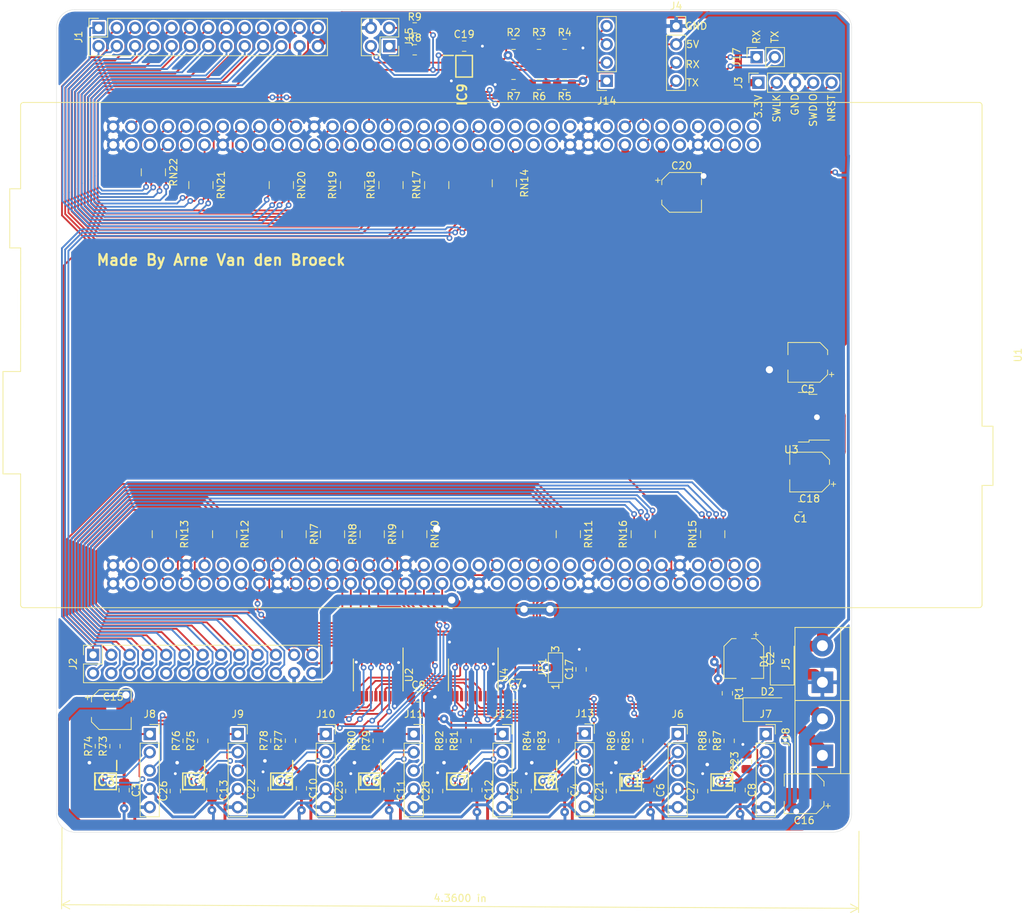
<source format=kicad_pcb>
(kicad_pcb (version 20171130) (host pcbnew "(5.1.5)-3")
  (layers (0 F.Cu signal) (31 B.Cu signal) (34 B.Paste user) (35 F.Paste user) (36 B.SilkS user) (37 F.SilkS user) (38 B.Mask user) (39 F.Mask user) (44 Edge.Cuts user))
  (net 0 "")
  (net 1 GND)
  (net 2 +3V3)
  (net 3 +5V)
  (net 4 "Net-(IC1-Pad7)")
  (net 5 "Net-(IC1-Pad6)")
  (net 6 "Net-(IC1-Pad5)")
  (net 7 Motor7B)
  (net 8 Motor7A)
  (net 9 "Net-(IC2-Pad7)")
  (net 10 "Net-(IC2-Pad6)")
  (net 11 "Net-(IC2-Pad5)")
  (net 12 Motor8B)
  (net 13 Motor8A)
  (net 14 "Net-(IC3-Pad7)")
  (net 15 "Net-(IC3-Pad6)")
  (net 16 "Net-(IC3-Pad5)")
  (net 17 Motor1B)
  (net 18 Motor1A)
  (net 19 "Net-(IC4-Pad7)")
  (net 20 "Net-(IC4-Pad6)")
  (net 21 "Net-(IC4-Pad5)")
  (net 22 Motor2B)
  (net 23 Motor2A)
  (net 24 "Net-(IC5-Pad7)")
  (net 25 "Net-(IC5-Pad6)")
  (net 26 "Net-(IC5-Pad5)")
  (net 27 Motor3B)
  (net 28 Motor3A)
  (net 29 "Net-(IC6-Pad7)")
  (net 30 "Net-(IC6-Pad6)")
  (net 31 "Net-(IC6-Pad5)")
  (net 32 Motor4B)
  (net 33 Motor4A)
  (net 34 "Net-(IC7-Pad7)")
  (net 35 "Net-(IC7-Pad6)")
  (net 36 "Net-(IC7-Pad5)")
  (net 37 Motor5B)
  (net 38 Motor5A)
  (net 39 "Net-(IC8-Pad7)")
  (net 40 "Net-(IC8-Pad6)")
  (net 41 "Net-(IC8-Pad5)")
  (net 42 Motor6B)
  (net 43 Motor6A)
  (net 44 DSDA-)
  (net 45 DSDA+)
  (net 46 DSCL+)
  (net 47 DSCL-)
  (net 48 SCL1)
  (net 49 "Net-(IC9-Pad3)")
  (net 50 SCA1)
  (net 51 Encoder8B)
  (net 52 Encoder8A)
  (net 53 Encoder8Button)
  (net 54 Encoder7B)
  (net 55 Encoder7Button)
  (net 56 Encoder7A)
  (net 57 Encoder6Button)
  (net 58 Encoder6B)
  (net 59 Encoder5Button)
  (net 60 Encoder6A)
  (net 61 Encoder5B)
  (net 62 Encoder4B)
  (net 63 Encoder5A)
  (net 64 Encoder4A)
  (net 65 Encoder3B)
  (net 66 Encoder4Button)
  (net 67 Encoder3A)
  (net 68 Encoder2B)
  (net 69 Encoder3Button)
  (net 70 Encoder2A)
  (net 71 Encoder2Button)
  (net 72 Encoder1B)
  (net 73 Encoder1Button)
  (net 74 Encoder1A)
  (net 75 TX4)
  (net 76 RX4)
  (net 77 Fader7)
  (net 78 Fader8)
  (net 79 Fader1)
  (net 80 Fader2)
  (net 81 Fader3)
  (net 82 Fader4)
  (net 83 Fader5)
  (net 84 "Net-(J15-Pad2)")
  (net 85 "Net-(J15-Pad1)")
  (net 86 "Net-(U1-Pad70)")
  (net 87 "Net-(U1-Pad68)")
  (net 88 "Net-(U1-Pad67)")
  (net 89 Fader6)
  (net 90 "Net-(U1-Pad36)")
  (net 91 "Net-(U1-Pad34)")
  (net 92 "Net-(U1-Pad33)")
  (net 93 "Net-(U1-Pad30)")
  (net 94 "Net-(U1-Pad29)")
  (net 95 "Net-(U1-Pad27)")
  (net 96 "Net-(U1-Pad26)")
  (net 97 "Net-(U1-Pad25)")
  (net 98 "Net-(U1-Pad24)")
  (net 99 "Net-(U1-Pad23)")
  (net 100 "Net-(U1-Pad21)")
  (net 101 "Net-(U1-Pad10)")
  (net 102 "Net-(U1-Pad7)")
  (net 103 "Net-(U1-Pad78)")
  (net 104 "Net-(U1-Pad80)")
  (net 105 "Net-(U1-Pad84)")
  (net 106 "Net-(U1-Pad86)")
  (net 107 "Net-(U1-Pad87)")
  (net 108 "Net-(U1-Pad93)")
  (net 109 "Net-(U1-Pad95)")
  (net 110 "Net-(U1-Pad100)")
  (net 111 "Net-(U1-Pad102)")
  (net 112 "Net-(U1-Pad103)")
  (net 113 "Net-(U1-Pad105)")
  (net 114 "Net-(U1-Pad106)")
  (net 115 "Net-(U1-Pad107)")
  (net 116 "Net-(U1-Pad139)")
  (net 117 "Net-(U1-Pad142)")
  (net 118 "Net-(J2-Pad10)")
  (net 119 "Net-(J2-Pad9)")
  (net 120 "Net-(IC1-Pad3)")
  (net 121 "Net-(IC1-Pad2)")
  (net 122 "Net-(IC2-Pad3)")
  (net 123 "Net-(IC2-Pad2)")
  (net 124 "Net-(IC3-Pad3)")
  (net 125 "Net-(IC3-Pad2)")
  (net 126 "Net-(IC4-Pad3)")
  (net 127 "Net-(IC4-Pad2)")
  (net 128 "Net-(IC5-Pad3)")
  (net 129 "Net-(IC5-Pad2)")
  (net 130 "Net-(IC6-Pad3)")
  (net 131 "Net-(IC6-Pad2)")
  (net 132 "Net-(IC7-Pad3)")
  (net 133 "Net-(IC7-Pad2)")
  (net 134 "Net-(IC8-Pad3)")
  (net 135 "Net-(IC8-Pad2)")
  (net 136 LED5)
  (net 137 LED4)
  (net 138 LED8)
  (net 139 LED3)
  (net 140 LED7)
  (net 141 LED2)
  (net 142 LED6)
  (net 143 LED1)
  (net 144 Button16)
  (net 145 Button8)
  (net 146 Button15)
  (net 147 Button7)
  (net 148 Button14)
  (net 149 Button6)
  (net 150 Button13)
  (net 151 Button4)
  (net 152 Button12)
  (net 153 Button11)
  (net 154 Button3)
  (net 155 Button10)
  (net 156 Button2)
  (net 157 Button9)
  (net 158 Button1)
  (net 159 "Net-(U1-Pad18)")
  (net 160 "Net-(U1-Pad17)")
  (net 161 "Net-(U1-Pad11)")
  (net 162 "Net-(U1-Pad9)")
  (net 163 "Net-(U1-Pad4)")
  (net 164 "Net-(U1-Pad3)")
  (net 165 "Net-(U1-Pad2)")
  (net 166 "Net-(U1-Pad1)")
  (net 167 "Net-(U1-Pad129)")
  (net 168 "Net-(U1-Pad131)")
  (net 169 "Net-(J1-Pad25)")
  (net 170 "Net-(J1-Pad23)")
  (net 171 "Net-(J1-Pad22)")
  (net 172 "Net-(J1-Pad21)")
  (net 173 "Net-(J1-Pad20)")
  (net 174 "Net-(J1-Pad19)")
  (net 175 "Net-(J1-Pad18)")
  (net 176 "Net-(J1-Pad17)")
  (net 177 "Net-(J1-Pad16)")
  (net 178 "Net-(J1-Pad15)")
  (net 179 "Net-(J1-Pad14)")
  (net 180 "Net-(J1-Pad13)")
  (net 181 "Net-(J1-Pad12)")
  (net 182 "Net-(J1-Pad11)")
  (net 183 "Net-(J1-Pad10)")
  (net 184 "Net-(J1-Pad9)")
  (net 185 "Net-(J1-Pad8)")
  (net 186 "Net-(J1-Pad7)")
  (net 187 "Net-(J1-Pad6)")
  (net 188 "Net-(J1-Pad5)")
  (net 189 "Net-(J1-Pad4)")
  (net 190 "Net-(J1-Pad3)")
  (net 191 "Net-(J1-Pad2)")
  (net 192 "Net-(J1-Pad1)")
  (net 193 "Net-(J2-Pad25)")
  (net 194 "Net-(J2-Pad23)")
  (net 195 "Net-(J2-Pad22)")
  (net 196 "Net-(J2-Pad21)")
  (net 197 "Net-(J2-Pad20)")
  (net 198 "Net-(J2-Pad19)")
  (net 199 "Net-(J2-Pad18)")
  (net 200 "Net-(J2-Pad17)")
  (net 201 "Net-(J2-Pad16)")
  (net 202 "Net-(J2-Pad15)")
  (net 203 "Net-(J2-Pad14)")
  (net 204 "Net-(J2-Pad13)")
  (net 205 "Net-(J2-Pad12)")
  (net 206 "Net-(J2-Pad11)")
  (net 207 "Net-(J2-Pad8)")
  (net 208 "Net-(J2-Pad7)")
  (net 209 "Net-(J2-Pad6)")
  (net 210 "Net-(J2-Pad5)")
  (net 211 "Net-(J2-Pad4)")
  (net 212 "Net-(J2-Pad3)")
  (net 213 "Net-(J2-Pad2)")
  (net 214 "Net-(J2-Pad1)")
  (net 215 Motor1A_)
  (net 216 Motor1B_)
  (net 217 Motor2A_)
  (net 218 Motor2B_)
  (net 219 Motor3A_)
  (net 220 Motor3B_)
  (net 221 Motor4A_)
  (net 222 Motor4B_)
  (net 223 Motor5A_)
  (net 224 Motor5B_)
  (net 225 Motor6A_)
  (net 226 Motor6B_)
  (net 227 Motor7A_)
  (net 228 Motor7B_)
  (net 229 Motor8A_)
  (net 230 Motor8B_)
  (net 231 "Net-(U1-Pad73)")
  (net 232 Button5)
  (net 233 NRST)
  (net 234 SWDIO)
  (net 235 SWCLK)
  (net 236 TX)
  (net 237 RX)
  (net 238 GNDPWR)
  (net 239 VPP)
  (net 240 "Net-(C7-Pad1)")
  (module Capacitor_SMD:C_0805_2012Metric_Pad1.15x1.40mm_HandSolder (layer F.Cu) (at 141.859 316.865 90)
    (fp_text reference C28 (at 0 -1.65 90) (layer F.SilkS))
    (fp_text value C)
    (pad 2 smd roundrect (at 1.025 0 90) (size 1.15 1.4) (layers F.Cu F.Paste F.Mask) (roundrect_rratio 0.217391) (net 1 GND))
    (pad 1 smd roundrect (at -1.025 0 90) (size 1.15 1.4) (layers F.Cu F.Paste F.Mask) (roundrect_rratio 0.217391) (net 2 +3V3))
  )
  (module Capacitor_SMD:C_0805_2012Metric_Pad1.15x1.40mm_HandSolder (layer F.Cu) (at 178.689 316.874 90)
    (fp_text reference C27 (at 0 -1.65 90) (layer F.SilkS))
    (fp_text value C)
    (pad 2 smd roundrect (at 1.025 0 90) (size 1.15 1.4) (layers F.Cu F.Paste F.Mask) (roundrect_rratio 0.217391) (net 1 GND))
    (pad 1 smd roundrect (at -1.025 0 90) (size 1.15 1.4) (layers F.Cu F.Paste F.Mask) (roundrect_rratio 0.217391) (net 2 +3V3))
  )
  (module Capacitor_SMD:C_0805_2012Metric_Pad1.15x1.40mm_HandSolder (layer F.Cu) (at 105.41 316.865 90)
    (fp_text reference C26 (at 0 -1.65 90) (layer F.SilkS))
    (fp_text value C)
    (pad 2 smd roundrect (at 1.025 0 90) (size 1.15 1.4) (layers F.Cu F.Paste F.Mask) (roundrect_rratio 0.217391) (net 1 GND))
    (pad 1 smd roundrect (at -1.025 0 90) (size 1.15 1.4) (layers F.Cu F.Paste F.Mask) (roundrect_rratio 0.217391) (net 2 +3V3))
  )
  (module Capacitor_SMD:C_0805_2012Metric_Pad1.15x1.40mm_HandSolder (layer F.Cu) (at 129.794 316.874 90)
    (fp_text reference C25 (at 0 -1.65 90) (layer F.SilkS))
    (fp_text value C)
    (pad 2 smd roundrect (at 1.025 0 90) (size 1.15 1.4) (layers F.Cu F.Paste F.Mask) (roundrect_rratio 0.217391) (net 1 GND))
    (pad 1 smd roundrect (at -1.025 0 90) (size 1.15 1.4) (layers F.Cu F.Paste F.Mask) (roundrect_rratio 0.217391) (net 2 +3V3))
  )
  (module Capacitor_SMD:C_0805_2012Metric_Pad1.15x1.40mm_HandSolder (layer F.Cu) (at 154.178 316.874 90)
    (fp_text reference C24 (at 0 -1.65 90) (layer F.SilkS))
    (fp_text value C)
    (pad 2 smd roundrect (at 1.025 0 90) (size 1.15 1.4) (layers F.Cu F.Paste F.Mask) (roundrect_rratio 0.217391) (net 1 GND))
    (pad 1 smd roundrect (at -1.025 0 90) (size 1.15 1.4) (layers F.Cu F.Paste F.Mask) (roundrect_rratio 0.217391) (net 2 +3V3))
  )
  (module Capacitor_SMD:C_0805_2012Metric_Pad1.15x1.40mm_HandSolder (layer F.Cu) (at 184.785 312.801 90)
    (fp_text reference C23 (at 0 -1.65 90) (layer F.SilkS))
    (fp_text value C)
    (pad 2 smd roundrect (at 1.025 0 90) (size 1.15 1.4) (layers F.Cu F.Paste F.Mask) (roundrect_rratio 0.217391) (net 1 GND))
    (pad 1 smd roundrect (at -1.025 0 90) (size 1.15 1.4) (layers F.Cu F.Paste F.Mask) (roundrect_rratio 0.217391) (net 2 +3V3))
  )
  (module Capacitor_SMD:C_0805_2012Metric_Pad1.15x1.40mm_HandSolder (layer F.Cu) (at 117.602 316.602 90)
    (fp_text reference C22 (at 0 -1.65 90) (layer F.SilkS))
    (fp_text value C)
    (pad 2 smd roundrect (at 1.025 0 90) (size 1.15 1.4) (layers F.Cu F.Paste F.Mask) (roundrect_rratio 0.217391) (net 1 GND))
    (pad 1 smd roundrect (at -1.025 0 90) (size 1.15 1.4) (layers F.Cu F.Paste F.Mask) (roundrect_rratio 0.217391) (net 2 +3V3))
  )
  (module Capacitor_SMD:C_0805_2012Metric_Pad1.15x1.40mm_HandSolder (layer F.Cu) (at 165.989 316.874 90)
    (fp_text reference C21 (at 0 -1.65 90) (layer F.SilkS))
    (fp_text value C)
    (pad 2 smd roundrect (at 1.025 0 90) (size 1.15 1.4) (layers F.Cu F.Paste F.Mask) (roundrect_rratio 0.217391) (net 1 GND))
    (pad 1 smd roundrect (at -1.025 0 90) (size 1.15 1.4) (layers F.Cu F.Paste F.Mask) (roundrect_rratio 0.217391) (net 2 +3V3))
  )
  (module Resistor_SMD:R_0805_2012Metric_Pad1.15x1.40mm_HandSolder (layer F.Cu) (at 97.028 310.642 90)
    (fp_text reference R73 (at 0 -1.65 90) (layer F.SilkS))
    (fp_text value R)
    (pad 2 smd roundrect (at 1.025 0 90) (size 1.15 1.4) (layers F.Cu F.Paste F.Mask) (roundrect_rratio 0.217391) (net 215 Motor1A_))
    (pad 1 smd roundrect (at -1.025 0 90) (size 1.15 1.4) (layers F.Cu F.Paste F.Mask) (roundrect_rratio 0.217391) (net 125 "Net-(IC3-Pad2)"))
  )
  (module Capacitor_SMD:C_0805_2012Metric_Pad1.15x1.40mm_HandSolder (layer F.Cu) (at 98.298 316.747 270)
    (fp_text reference C3 (at 0 -1.65 90) (layer F.SilkS))
    (fp_text value C)
    (pad 2 smd roundrect (at 1.025 0 270) (size 1.15 1.4) (layers F.Cu F.Paste F.Mask) (roundrect_rratio 0.217391) (net 238 GNDPWR))
    (pad 1 smd roundrect (at -1.025 0 270) (size 1.15 1.4) (layers F.Cu F.Paste F.Mask) (roundrect_rratio 0.217391) (net 239 VPP))
  )
  (module Resistor_SMD:R_Array_Convex_4x0603 (layer F.Cu) (at 151.13 232.41 270)
    (fp_text reference RN14 (at 0 -2.8 90) (layer F.SilkS))
    (fp_text value R_Pack04)
    (pad 5 smd rect (at 0.9 1.2 270) (size 0.8 0.5) (layers F.Cu F.Paste F.Mask) (net 209 "Net-(J2-Pad6)"))
    (pad 6 smd rect (at 0.9 0.4 270) (size 0.8 0.4) (layers F.Cu F.Paste F.Mask) (net 211 "Net-(J2-Pad4)"))
    (pad 8 smd rect (at 0.9 -1.2 270) (size 0.8 0.5) (layers F.Cu F.Paste F.Mask) (net 214 "Net-(J2-Pad1)"))
    (pad 7 smd rect (at 0.9 -0.4 270) (size 0.8 0.4) (layers F.Cu F.Paste F.Mask) (net 213 "Net-(J2-Pad2)"))
    (pad 4 smd rect (at -0.9 1.2 270) (size 0.8 0.5) (layers F.Cu F.Paste F.Mask) (net 153 Button11))
    (pad 2 smd rect (at -0.9 -0.4 270) (size 0.8 0.4) (layers F.Cu F.Paste F.Mask) (net 157 Button9))
    (pad 3 smd rect (at -0.9 0.4 270) (size 0.8 0.4) (layers F.Cu F.Paste F.Mask) (net 155 Button10))
    (pad 1 smd rect (at -0.9 -1.2 270) (size 0.8 0.5) (layers F.Cu F.Paste F.Mask) (net 158 Button1))
  )
  (module Resistor_SMD:R_Array_Convex_4x0603 (layer F.Cu) (at 103.886 281.178 270)
    (fp_text reference RN13 (at 0 -2.8 90) (layer F.SilkS))
    (fp_text value R_Pack04)
    (pad 5 smd rect (at 0.9 1.2 270) (size 0.8 0.5) (layers F.Cu F.Paste F.Mask) (net 136 LED5))
    (pad 6 smd rect (at 0.9 0.4 270) (size 0.8 0.4) (layers F.Cu F.Paste F.Mask) (net 137 LED4))
    (pad 8 smd rect (at 0.9 -1.2 270) (size 0.8 0.5) (layers F.Cu F.Paste F.Mask) (net 141 LED2))
    (pad 7 smd rect (at 0.9 -0.4 270) (size 0.8 0.4) (layers F.Cu F.Paste F.Mask) (net 139 LED3))
    (pad 4 smd rect (at -0.9 1.2 270) (size 0.8 0.5) (layers F.Cu F.Paste F.Mask) (net 193 "Net-(J2-Pad25)"))
    (pad 2 smd rect (at -0.9 -0.4 270) (size 0.8 0.4) (layers F.Cu F.Paste F.Mask) (net 196 "Net-(J2-Pad21)"))
    (pad 3 smd rect (at -0.9 0.4 270) (size 0.8 0.4) (layers F.Cu F.Paste F.Mask) (net 194 "Net-(J2-Pad23)"))
    (pad 1 smd rect (at -0.9 -1.2 270) (size 0.8 0.5) (layers F.Cu F.Paste F.Mask) (net 198 "Net-(J2-Pad19)"))
  )
  (module Resistor_SMD:R_Array_Convex_4x0603 (layer F.Cu) (at 127.254 281.178 270)
    (fp_text reference RN8 (at 0 -2.8 90) (layer F.SilkS))
    (fp_text value R_Pack04)
    (pad 5 smd rect (at 0.9 1.2 270) (size 0.8 0.5) (layers F.Cu F.Paste F.Mask) (net 27 Motor3B))
    (pad 6 smd rect (at 0.9 0.4 270) (size 0.8 0.4) (layers F.Cu F.Paste F.Mask) (net 28 Motor3A))
    (pad 8 smd rect (at 0.9 -1.2 270) (size 0.8 0.5) (layers F.Cu F.Paste F.Mask) (net 33 Motor4A))
    (pad 7 smd rect (at 0.9 -0.4 270) (size 0.8 0.4) (layers F.Cu F.Paste F.Mask) (net 32 Motor4B))
    (pad 4 smd rect (at -0.9 1.2 270) (size 0.8 0.5) (layers F.Cu F.Paste F.Mask) (net 1 GND))
    (pad 2 smd rect (at -0.9 -0.4 270) (size 0.8 0.4) (layers F.Cu F.Paste F.Mask) (net 1 GND))
    (pad 3 smd rect (at -0.9 0.4 270) (size 0.8 0.4) (layers F.Cu F.Paste F.Mask) (net 1 GND))
    (pad 1 smd rect (at -0.9 -1.2 270) (size 0.8 0.5) (layers F.Cu F.Paste F.Mask) (net 1 GND))
  )
  (module Package_TO_SOT_SMD:TO-252-2 (layer F.Cu) (at 191.008 264.922 180)
    (fp_text reference U3 (at 0 -4.5) (layer F.SilkS))
    (fp_text value LD1086DT33TR)
    (pad 2 smd rect (at 2.1 0 180) (size 6.4 5.8) (layers F.Cu F.Mask) (net 2 +3V3))
    (pad 3 smd rect (at -4.2 2.28 180) (size 2.2 1.2) (layers F.Cu F.Paste F.Mask) (net 3 +5V))
    (pad 1 smd rect (at -4.2 -2.28 180) (size 2.2 1.2) (layers F.Cu F.Paste F.Mask) (net 1 GND))
  )
  (module Resistor_SMD:R_0805_2012Metric_Pad1.15x1.40mm_HandSolder (layer F.Cu) (at 182.118 303.285 270)
    (fp_text reference R1 (at 0 -1.65 90) (layer F.SilkS))
    (fp_text value 4.7K)
    (pad 2 smd roundrect (at 1.025 0 270) (size 1.15 1.4) (layers F.Cu F.Paste F.Mask) (roundrect_rratio 0.217391) (net 238 GNDPWR))
    (pad 1 smd roundrect (at -1.025 0 270) (size 1.15 1.4) (layers F.Cu F.Paste F.Mask) (roundrect_rratio 0.217391) (net 1 GND))
  )
  (module Jumper:SolderJumper-3_P1.3mm_Bridged12_Pad1.0x1.5mm_NumberLabels (layer F.Cu) (at 158.242 299.72 90)
    (fp_text reference JP1 (at 0 -1.8 90) (layer F.SilkS))
    (fp_text value Jumper_3_Bridged12)
    (fp_poly (pts (xy -0.9 -0.3) (xy -0.4 -0.3) (xy -0.4 0.3) (xy -0.9 0.3)) (layer F.Cu) (width 0))
    (fp_text user 1 (at -2.6 0 90) (layer F.SilkS))
    (fp_text user 3 (at 2.6 0 90) (layer F.SilkS))
    (pad 2 smd rect (at 0 0 90) (size 1 1.5) (layers F.Cu F.Mask) (net 240 "Net-(C7-Pad1)"))
    (pad 3 smd rect (at 1.3 0 90) (size 1 1.5) (layers F.Cu F.Mask) (net 2 +3V3))
    (pad 1 smd rect (at -1.3 0 90) (size 1 1.5) (layers F.Cu F.Mask) (net 3 +5V))
  )
  (module TerminalBlock:TerminalBlock_bornier-2_P5.08mm (layer F.Cu) (at 195.326 311.912 90)
    (fp_text reference J18 (at 2.54 -5.08 90) (layer F.SilkS))
    (fp_text value Conn_01x02)
    (pad 2 thru_hole circle (at 5.08 0 90) (size 3 3) (drill 1.52) (layers *.Cu *.Mask) (net 238 GNDPWR))
    (pad 1 thru_hole rect (at 0 0 90) (size 3 3) (drill 1.52) (layers *.Cu *.Mask) (net 239 VPP))
  )
  (module Diode_SMD:D_SMA (layer F.Cu) (at 187.706 305.562)
    (fp_text reference D2 (at 0 -2.5) (layer F.SilkS))
    (fp_text value DIODE)
    (pad 2 smd rect (at 2 0) (size 2.5 1.8) (layers F.Cu F.Paste F.Mask) (net 239 VPP))
    (pad 1 smd rect (at -2 0) (size 2.5 1.8) (layers F.Cu F.Paste F.Mask) (net 238 GNDPWR))
  )
  (module Capacitor_SMD:CP_Elec_5x5.4 (layer F.Cu) (at 175.768 233.68)
    (fp_text reference C20 (at 0 -3.7) (layer F.SilkS))
    (fp_text value CP)
    (pad 2 smd roundrect (at 2.2 0) (size 3 1.6) (layers F.Cu F.Paste F.Mask) (roundrect_rratio 0.15625) (net 1 GND))
    (pad 1 smd roundrect (at -2.2 0) (size 3 1.6) (layers F.Cu F.Paste F.Mask) (roundrect_rratio 0.15625) (net 2 +3V3))
  )
  (module Capacitor_SMD:C_0805_2012Metric_Pad1.15x1.40mm_HandSolder (layer F.Cu) (at 171.196 316.747 270)
    (fp_text reference C6 (at 0 -1.65 90) (layer F.SilkS))
    (fp_text value C)
    (pad 2 smd roundrect (at 1.025 0 270) (size 1.15 1.4) (layers F.Cu F.Paste F.Mask) (roundrect_rratio 0.217391) (net 238 GNDPWR))
    (pad 1 smd roundrect (at -1.025 0 270) (size 1.15 1.4) (layers F.Cu F.Paste F.Mask) (roundrect_rratio 0.217391) (net 239 VPP))
  )
  (module Capacitor_SMD:CP_Elec_5x5.4 (layer F.Cu) (at 193.294 257.302 180)
    (fp_text reference C5 (at 0 -3.7) (layer F.SilkS))
    (fp_text value CP)
    (pad 2 smd roundrect (at 2.2 0 180) (size 3 1.6) (layers F.Cu F.Paste F.Mask) (roundrect_rratio 0.15625) (net 1 GND))
    (pad 1 smd roundrect (at -2.2 0 180) (size 3 1.6) (layers F.Cu F.Paste F.Mask) (roundrect_rratio 0.15625) (net 2 +3V3))
  )
  (module Capacitor_SMD:CP_Elec_5x5.4 (layer F.Cu) (at 184.404 298.45 270)
    (fp_text reference C2 (at 0 -3.7 90) (layer F.SilkS))
    (fp_text value CP)
    (pad 2 smd roundrect (at 2.2 0 270) (size 3 1.6) (layers F.Cu F.Paste F.Mask) (roundrect_rratio 0.15625) (net 1 GND))
    (pad 1 smd roundrect (at -2.2 0 270) (size 3 1.6) (layers F.Cu F.Paste F.Mask) (roundrect_rratio 0.15625) (net 3 +5V))
  )
  (module Capacitor_SMD:C_0805_2012Metric_Pad1.15x1.40mm_HandSolder (layer F.Cu) (at 192.269 277.368 180)
    (fp_text reference C1 (at 0 -1.65) (layer F.SilkS))
    (fp_text value C)
    (pad 2 smd roundrect (at 1.025 0 180) (size 1.15 1.4) (layers F.Cu F.Paste F.Mask) (roundrect_rratio 0.217391) (net 1 GND))
    (pad 1 smd roundrect (at -1.025 0 180) (size 1.15 1.4) (layers F.Cu F.Paste F.Mask) (roundrect_rratio 0.217391) (net 3 +5V))
  )
  (module Capacitor_SMD:CP_Elec_5x5.4 (layer F.Cu) (at 193.548 272.542 180)
    (fp_text reference C18 (at 0 -3.7) (layer F.SilkS))
    (fp_text value CP)
    (pad 2 smd roundrect (at 2.2 0 180) (size 3 1.6) (layers F.Cu F.Paste F.Mask) (roundrect_rratio 0.15625) (net 1 GND))
    (pad 1 smd roundrect (at -2.2 0 180) (size 3 1.6) (layers F.Cu F.Paste F.Mask) (roundrect_rratio 0.15625) (net 3 +5V))
  )
  (module Connector_PinSocket_2.54mm:PinSocket_1x02_P2.54mm_Vertical (layer F.Cu) (at 186.182 214.884 90)
    (fp_text reference J17 (at 0 -2.77 90) (layer F.SilkS))
    (fp_text value Conn_01x02)
    (pad 2 thru_hole oval (at 0 2.54 90) (size 1.7 1.7) (drill 1) (layers *.Cu *.Mask) (net 236 TX))
    (pad 1 thru_hole rect (at 0 0 90) (size 1.7 1.7) (drill 1) (layers *.Cu *.Mask) (net 237 RX))
  )
  (module Connector_PinSocket_2.54mm:PinSocket_1x05_P2.54mm_Vertical (layer F.Cu) (at 186.436 218.44 90)
    (fp_text reference J3 (at 0 -2.77 90) (layer F.SilkS))
    (fp_text value Conn_01x05)
    (pad 5 thru_hole oval (at 0 10.16 90) (size 1.7 1.7) (drill 1) (layers *.Cu *.Mask) (net 233 NRST))
    (pad 4 thru_hole oval (at 0 7.62 90) (size 1.7 1.7) (drill 1) (layers *.Cu *.Mask) (net 234 SWDIO))
    (pad 3 thru_hole oval (at 0 5.08 90) (size 1.7 1.7) (drill 1) (layers *.Cu *.Mask) (net 1 GND))
    (pad 2 thru_hole oval (at 0 2.54 90) (size 1.7 1.7) (drill 1) (layers *.Cu *.Mask) (net 235 SWCLK))
    (pad 1 thru_hole rect (at 0 0 90) (size 1.7 1.7) (drill 1) (layers *.Cu *.Mask) (net 2 +3V3))
  )
  (module teensy:ST_Morpho_Connector_144_STLink_MountingHoles_double (layer F.Cu) (at 185.674 224.536 270)
    (fp_text reference U1 (at 31.75 -36.83 90) (layer F.SilkS))
    (fp_text value NUCLEO144-F746ZG)
    (pad 144 thru_hole circle (at 63.5 88.9 270) (size 1.7 1.7) (drill 1) (layers *.Cu *.Mask) (net 1 GND))
    (pad 143 thru_hole circle (at 60.96 88.9 270) (size 1.7 1.7) (drill 1) (layers *.Cu *.Mask) (net 1 GND))
    (pad 142 thru_hole circle (at 63.5 86.36 270) (size 1.7 1.7) (drill 1) (layers *.Cu *.Mask) (net 117 "Net-(U1-Pad142)"))
    (pad 141 thru_hole circle (at 60.96 86.36 270) (size 1.7 1.7) (drill 1) (layers *.Cu *.Mask) (net 136 LED5))
    (pad 140 thru_hole circle (at 63.5 83.82 270) (size 1.7 1.7) (drill 1) (layers *.Cu *.Mask) (net 137 LED4))
    (pad 139 thru_hole circle (at 60.96 83.82 270) (size 1.7 1.7) (drill 1) (layers *.Cu *.Mask) (net 116 "Net-(U1-Pad139)"))
    (pad 138 thru_hole circle (at 63.5 81.28 270) (size 1.7 1.7) (drill 1) (layers *.Cu *.Mask) (net 139 LED3))
    (pad 137 thru_hole circle (at 60.96 81.28 270) (size 1.7 1.7) (drill 1) (layers *.Cu *.Mask) (net 141 LED2))
    (pad 136 thru_hole circle (at 63.5 78.74 270) (size 1.7 1.7) (drill 1) (layers *.Cu *.Mask) (net 143 LED1))
    (pad 135 thru_hole circle (at 60.96 78.74 270) (size 1.7 1.7) (drill 1) (layers *.Cu *.Mask) (net 1 GND))
    (pad 134 thru_hole circle (at 63.5 76.2 270) (size 1.7 1.7) (drill 1) (layers *.Cu *.Mask) (net 145 Button8))
    (pad 133 thru_hole circle (at 60.96 76.2 270) (size 1.7 1.7) (drill 1) (layers *.Cu *.Mask) (net 147 Button7))
    (pad 132 thru_hole circle (at 63.5 73.66 270) (size 1.7 1.7) (drill 1) (layers *.Cu *.Mask) (net 149 Button6))
    (pad 131 thru_hole circle (at 60.96 73.66 270) (size 1.7 1.7) (drill 1) (layers *.Cu *.Mask) (net 168 "Net-(U1-Pad131)"))
    (pad 130 thru_hole circle (at 63.5 71.12 270) (size 1.7 1.7) (drill 1) (layers *.Cu *.Mask) (net 79 Fader1))
    (pad 129 thru_hole circle (at 60.96 71.12 270) (size 1.7 1.7) (drill 1) (layers *.Cu *.Mask) (net 167 "Net-(U1-Pad129)"))
    (pad 128 thru_hole circle (at 63.5 68.58 270) (size 1.7 1.7) (drill 1) (layers *.Cu *.Mask) (net 18 Motor1A))
    (pad 127 thru_hole circle (at 60.96 68.58 270) (size 1.7 1.7) (drill 1) (layers *.Cu *.Mask) (net 17 Motor1B))
    (pad 126 thru_hole circle (at 63.5 66.04 270) (size 1.7 1.7) (drill 1) (layers *.Cu *.Mask) (net 1 GND))
    (pad 125 thru_hole circle (at 60.96 66.04 270) (size 1.7 1.7) (drill 1) (layers *.Cu *.Mask) (net 22 Motor2B))
    (pad 124 thru_hole circle (at 63.5 63.5 270) (size 1.7 1.7) (drill 1) (layers *.Cu *.Mask) (net 23 Motor2A))
    (pad 123 thru_hole circle (at 60.96 63.5 270) (size 1.7 1.7) (drill 1) (layers *.Cu *.Mask) (net 27 Motor3B))
    (pad 122 thru_hole circle (at 63.5 60.96 270) (size 1.7 1.7) (drill 1) (layers *.Cu *.Mask) (net 28 Motor3A))
    (pad 121 thru_hole circle (at 60.96 60.96 270) (size 1.7 1.7) (drill 1) (layers *.Cu *.Mask) (net 32 Motor4B))
    (pad 120 thru_hole circle (at 63.5 58.42 270) (size 1.7 1.7) (drill 1) (layers *.Cu *.Mask) (net 33 Motor4A))
    (pad 119 thru_hole circle (at 60.96 58.42 270) (size 1.7 1.7) (drill 1) (layers *.Cu *.Mask) (net 37 Motor5B))
    (pad 118 thru_hole circle (at 63.5 55.88 270) (size 1.7 1.7) (drill 1) (layers *.Cu *.Mask) (net 38 Motor5A))
    (pad 117 thru_hole circle (at 60.96 55.88 270) (size 1.7 1.7) (drill 1) (layers *.Cu *.Mask) (net 42 Motor6B))
    (pad 116 thru_hole circle (at 63.5 53.34 270) (size 1.7 1.7) (drill 1) (layers *.Cu *.Mask) (net 43 Motor6A))
    (pad 115 thru_hole circle (at 60.96 53.34 270) (size 1.7 1.7) (drill 1) (layers *.Cu *.Mask) (net 7 Motor7B))
    (pad 114 thru_hole circle (at 63.5 50.8 270) (size 1.7 1.7) (drill 1) (layers *.Cu *.Mask) (net 80 Fader2))
    (pad 113 thru_hole circle (at 60.96 50.8 270) (size 1.7 1.7) (drill 1) (layers *.Cu *.Mask) (net 8 Motor7A))
    (pad 112 thru_hole circle (at 63.5 48.26 270) (size 1.7 1.7) (drill 1) (layers *.Cu *.Mask) (net 12 Motor8B))
    (pad 111 thru_hole circle (at 60.96 48.26 270) (size 1.7 1.7) (drill 1) (layers *.Cu *.Mask) (net 1 GND))
    (pad 110 thru_hole circle (at 63.5 45.72 270) (size 1.7 1.7) (drill 1) (layers *.Cu *.Mask) (net 82 Fader4))
    (pad 109 thru_hole circle (at 60.96 45.72 270) (size 1.7 1.7) (drill 1) (layers *.Cu *.Mask) (net 81 Fader3))
    (pad 108 thru_hole circle (at 63.5 43.18 270) (size 1.7 1.7) (drill 1) (layers *.Cu *.Mask) (net 83 Fader5))
    (pad 107 thru_hole circle (at 60.96 43.18 270) (size 1.7 1.7) (drill 1) (layers *.Cu *.Mask) (net 115 "Net-(U1-Pad107)"))
    (pad 106 thru_hole circle (at 63.5 40.64 270) (size 1.7 1.7) (drill 1) (layers *.Cu *.Mask) (net 114 "Net-(U1-Pad106)"))
    (pad 105 thru_hole circle (at 60.96 40.64 270) (size 1.7 1.7) (drill 1) (layers *.Cu *.Mask) (net 113 "Net-(U1-Pad105)"))
    (pad 104 thru_hole circle (at 63.5 38.1 270) (size 1.7 1.7) (drill 1) (layers *.Cu *.Mask) (net 1 GND))
    (pad 103 thru_hole circle (at 60.96 38.1 270) (size 1.7 1.7) (drill 1) (layers *.Cu *.Mask) (net 112 "Net-(U1-Pad103)"))
    (pad 102 thru_hole circle (at 63.5 35.56 270) (size 1.7 1.7) (drill 1) (layers *.Cu *.Mask) (net 111 "Net-(U1-Pad102)"))
    (pad 101 thru_hole circle (at 60.96 35.56 270) (size 1.7 1.7) (drill 1) (layers *.Cu *.Mask) (net 13 Motor8A))
    (pad 100 thru_hole circle (at 63.5 33.02 270) (size 1.7 1.7) (drill 1) (layers *.Cu *.Mask) (net 110 "Net-(U1-Pad100)"))
    (pad 99 thru_hole circle (at 60.96 33.02 270) (size 1.7 1.7) (drill 1) (layers *.Cu *.Mask) (net 232 Button5))
    (pad 98 thru_hole circle (at 63.5 30.48 270) (size 1.7 1.7) (drill 1) (layers *.Cu *.Mask) (net 151 Button4))
    (pad 97 thru_hole circle (at 60.96 30.48 270) (size 1.7 1.7) (drill 1) (layers *.Cu *.Mask) (net 154 Button3))
    (pad 96 thru_hole circle (at 63.5 27.94 270) (size 1.7 1.7) (drill 1) (layers *.Cu *.Mask) (net 89 Fader6))
    (pad 95 thru_hole circle (at 60.96 27.94 270) (size 1.7 1.7) (drill 1) (layers *.Cu *.Mask) (net 109 "Net-(U1-Pad95)"))
    (pad 94 thru_hole circle (at 63.5 25.4 270) (size 1.7 1.7) (drill 1) (layers *.Cu *.Mask) (net 156 Button2))
    (pad 93 thru_hole circle (at 60.96 25.4 270) (size 1.7 1.7) (drill 1) (layers *.Cu *.Mask) (net 108 "Net-(U1-Pad93)"))
    (pad 92 thru_hole circle (at 63.5 22.86 270) (size 1.7 1.7) (drill 1) (layers *.Cu *.Mask) (net 1 GND))
    (pad 91 thru_hole circle (at 60.96 22.86 270) (size 1.7 1.7) (drill 1) (layers *.Cu *.Mask) (net 138 LED8))
    (pad 90 thru_hole circle (at 63.5 20.32 270) (size 1.7 1.7) (drill 1) (layers *.Cu *.Mask) (net 142 LED6))
    (pad 89 thru_hole circle (at 60.96 20.32 270) (size 1.7 1.7) (drill 1) (layers *.Cu *.Mask) (net 140 LED7))
    (pad 88 thru_hole circle (at 63.5 17.78 270) (size 1.7 1.7) (drill 1) (layers *.Cu *.Mask) (net 144 Button16))
    (pad 87 thru_hole circle (at 60.96 17.78 270) (size 1.7 1.7) (drill 1) (layers *.Cu *.Mask) (net 107 "Net-(U1-Pad87)"))
    (pad 86 thru_hole circle (at 63.5 15.24 270) (size 1.7 1.7) (drill 1) (layers *.Cu *.Mask) (net 106 "Net-(U1-Pad86)"))
    (pad 85 thru_hole circle (at 60.96 15.24 270) (size 1.7 1.7) (drill 1) (layers *.Cu *.Mask) (net 77 Fader7))
    (pad 84 thru_hole circle (at 63.5 12.7 270) (size 1.7 1.7) (drill 1) (layers *.Cu *.Mask) (net 105 "Net-(U1-Pad84)"))
    (pad 83 thru_hole circle (at 60.96 12.7 270) (size 1.7 1.7) (drill 1) (layers *.Cu *.Mask) (net 78 Fader8))
    (pad 82 thru_hole circle (at 63.5 10.16 270) (size 1.7 1.7) (drill 1) (layers *.Cu *.Mask) (net 236 TX))
    (pad 81 thru_hole circle (at 60.96 10.16 270) (size 1.7 1.7) (drill 1) (layers *.Cu *.Mask) (net 1 GND))
    (pad 80 thru_hole circle (at 63.5 7.62 270) (size 1.7 1.7) (drill 1) (layers *.Cu *.Mask) (net 104 "Net-(U1-Pad80)"))
    (pad 79 thru_hole circle (at 60.96 7.62 270) (size 1.7 1.7) (drill 1) (layers *.Cu *.Mask) (net 2 +3V3))
    (pad 78 thru_hole circle (at 63.5 5.08 270) (size 1.7 1.7) (drill 1) (layers *.Cu *.Mask) (net 103 "Net-(U1-Pad78)"))
    (pad 77 thru_hole circle (at 60.96 5.08 270) (size 1.7 1.7) (drill 1) (layers *.Cu *.Mask) (net 146 Button15))
    (pad 76 thru_hole circle (at 63.5 2.54 270) (size 1.7 1.7) (drill 1) (layers *.Cu *.Mask) (net 148 Button14))
    (pad 75 thru_hole circle (at 60.96 2.54 270) (size 1.7 1.7) (drill 1) (layers *.Cu *.Mask) (net 150 Button13))
    (pad 74 thru_hole circle (at 63.5 0 270) (size 1.7 1.7) (drill 1) (layers *.Cu *.Mask) (net 152 Button12))
    (pad 73 thru_hole circle (at 60.96 0 270) (size 1.7 1.7) (drill 1) (layers *.Cu *.Mask) (net 231 "Net-(U1-Pad73)"))
    (pad 72 thru_hole circle (at 2.54 88.9 270) (size 1.7 1.7) (drill 1) (layers *.Cu *.Mask) (net 1 GND))
    (pad 71 thru_hole circle (at 0 88.9 270) (size 1.7 1.7) (drill 1) (layers *.Cu *.Mask) (net 1 GND))
    (pad 70 thru_hole circle (at 2.54 86.36 270) (size 1.7 1.7) (drill 1) (layers *.Cu *.Mask) (net 86 "Net-(U1-Pad70)"))
    (pad 69 thru_hole circle (at 0 86.36 270) (size 1.7 1.7) (drill 1) (layers *.Cu *.Mask) (net 237 RX))
    (pad 68 thru_hole circle (at 2.54 83.82 270) (size 1.7 1.7) (drill 1) (layers *.Cu *.Mask) (net 87 "Net-(U1-Pad68)"))
    (pad 67 thru_hole circle (at 0 83.82 270) (size 1.7 1.7) (drill 1) (layers *.Cu *.Mask) (net 88 "Net-(U1-Pad67)"))
    (pad 66 thru_hole circle (at 2.54 81.28 270) (size 1.7 1.7) (drill 1) (layers *.Cu *.Mask) (net 55 Encoder7Button))
    (pad 65 thru_hole circle (at 0 81.28 270) (size 1.7 1.7) (drill 1) (layers *.Cu *.Mask) (net 53 Encoder8Button))
    (pad 64 thru_hole circle (at 2.54 78.74 270) (size 1.7 1.7) (drill 1) (layers *.Cu *.Mask) (net 59 Encoder5Button))
    (pad 63 thru_hole circle (at 0 78.74 270) (size 1.7 1.7) (drill 1) (layers *.Cu *.Mask) (net 57 Encoder6Button))
    (pad 62 thru_hole circle (at 2.54 76.2 270) (size 1.7 1.7) (drill 1) (layers *.Cu *.Mask) (net 63 Encoder5A))
    (pad 61 thru_hole circle (at 0 76.2 270) (size 1.7 1.7) (drill 1) (layers *.Cu *.Mask) (net 61 Encoder5B))
    (pad 60 thru_hole circle (at 2.54 73.66 270) (size 1.7 1.7) (drill 1) (layers *.Cu *.Mask) (net 1 GND))
    (pad 59 thru_hole circle (at 0 73.66 270) (size 1.7 1.7) (drill 1) (layers *.Cu *.Mask) (net 65 Encoder3B))
    (pad 58 thru_hole circle (at 2.54 71.12 270) (size 1.7 1.7) (drill 1) (layers *.Cu *.Mask) (net 69 Encoder3Button))
    (pad 57 thru_hole circle (at 0 71.12 270) (size 1.7 1.7) (drill 1) (layers *.Cu *.Mask) (net 67 Encoder3A))
    (pad 56 thru_hole circle (at 2.54 68.58 270) (size 1.7 1.7) (drill 1) (layers *.Cu *.Mask) (net 73 Encoder1Button))
    (pad 55 thru_hole circle (at 0 68.58 270) (size 1.7 1.7) (drill 1) (layers *.Cu *.Mask) (net 71 Encoder2Button))
    (pad 54 thru_hole circle (at 2.54 66.04 270) (size 1.7 1.7) (drill 1) (layers *.Cu *.Mask) (net 74 Encoder1A))
    (pad 53 thru_hole circle (at 0 66.04 270) (size 1.7 1.7) (drill 1) (layers *.Cu *.Mask) (net 50 SCA1))
    (pad 52 thru_hole circle (at 2.54 63.5 270) (size 1.7 1.7) (drill 1) (layers *.Cu *.Mask) (net 51 Encoder8B))
    (pad 51 thru_hole circle (at 0 63.5 270) (size 1.7 1.7) (drill 1) (layers *.Cu *.Mask) (net 48 SCL1))
    (pad 50 thru_hole circle (at 2.54 60.96 270) (size 1.7 1.7) (drill 1) (layers *.Cu *.Mask) (net 52 Encoder8A))
    (pad 49 thru_hole circle (at 0 60.96 270) (size 1.7 1.7) (drill 1) (layers *.Cu *.Mask) (net 1 GND))
    (pad 48 thru_hole circle (at 2.54 58.42 270) (size 1.7 1.7) (drill 1) (layers *.Cu *.Mask) (net 56 Encoder7A))
    (pad 47 thru_hole circle (at 0 58.42 270) (size 1.7 1.7) (drill 1) (layers *.Cu *.Mask) (net 54 Encoder7B))
    (pad 46 thru_hole circle (at 2.54 55.88 270) (size 1.7 1.7) (drill 1) (layers *.Cu *.Mask) (net 60 Encoder6A))
    (pad 45 thru_hole circle (at 0 55.88 270) (size 1.7 1.7) (drill 1) (layers *.Cu *.Mask) (net 58 Encoder6B))
    (pad 44 thru_hole circle (at 2.54 53.34 270) (size 1.7 1.7) (drill 1) (layers *.Cu *.Mask) (net 62 Encoder4B))
    (pad 43 thru_hole circle (at 0 53.34 270) (size 1.7 1.7) (drill 1) (layers *.Cu *.Mask) (net 76 RX4))
    (pad 42 thru_hole circle (at 2.54 50.8 270) (size 1.7 1.7) (drill 1) (layers *.Cu *.Mask) (net 64 Encoder4A))
    (pad 41 thru_hole circle (at 0 50.8 270) (size 1.7 1.7) (drill 1) (layers *.Cu *.Mask) (net 75 TX4))
    (pad 40 thru_hole circle (at 2.54 48.26 270) (size 1.7 1.7) (drill 1) (layers *.Cu *.Mask) (net 68 Encoder2B))
    (pad 39 thru_hole circle (at 0 48.26 270) (size 1.7 1.7) (drill 1) (layers *.Cu *.Mask) (net 66 Encoder4Button))
    (pad 38 thru_hole circle (at 2.54 45.72 270) (size 1.7 1.7) (drill 1) (layers *.Cu *.Mask) (net 72 Encoder1B))
    (pad 37 thru_hole circle (at 0 45.72 270) (size 1.7 1.7) (drill 1) (layers *.Cu *.Mask) (net 70 Encoder2A))
    (pad 36 thru_hole circle (at 2.54 43.18 270) (size 1.7 1.7) (drill 1) (layers *.Cu *.Mask) (net 90 "Net-(U1-Pad36)"))
    (pad 35 thru_hole circle (at 0 43.18 270) (size 1.7 1.7) (drill 1) (layers *.Cu *.Mask) (net 153 Button11))
    (pad 34 thru_hole circle (at 2.54 40.64 270) (size 1.7 1.7) (drill 1) (layers *.Cu *.Mask) (net 91 "Net-(U1-Pad34)"))
    (pad 33 thru_hole circle (at 0 40.64 270) (size 1.7 1.7) (drill 1) (layers *.Cu *.Mask) (net 92 "Net-(U1-Pad33)"))
    (pad 32 thru_hole circle (at 2.54 38.1 270) (size 1.7 1.7) (drill 1) (layers *.Cu *.Mask) (net 157 Button9))
    (pad 31 thru_hole circle (at 0 38.1 270) (size 1.7 1.7) (drill 1) (layers *.Cu *.Mask) (net 155 Button10))
    (pad 30 thru_hole circle (at 2.54 35.56 270) (size 1.7 1.7) (drill 1) (layers *.Cu *.Mask) (net 93 "Net-(U1-Pad30)"))
    (pad 29 thru_hole circle (at 0 35.56 270) (size 1.7 1.7) (drill 1) (layers *.Cu *.Mask) (net 94 "Net-(U1-Pad29)"))
    (pad 28 thru_hole circle (at 2.54 33.02 270) (size 1.7 1.7) (drill 1) (layers *.Cu *.Mask) (net 158 Button1))
    (pad 27 thru_hole circle (at 0 33.02 270) (size 1.7 1.7) (drill 1) (layers *.Cu *.Mask) (net 95 "Net-(U1-Pad27)"))
    (pad 26 thru_hole circle (at 2.54 30.48 270) (size 1.7 1.7) (drill 1) (layers *.Cu *.Mask) (net 96 "Net-(U1-Pad26)"))
    (pad 25 thru_hole circle (at 0 30.48 270) (size 1.7 1.7) (drill 1) (layers *.Cu *.Mask) (net 97 "Net-(U1-Pad25)"))
    (pad 24 thru_hole circle (at 2.54 27.94 270) (size 1.7 1.7) (drill 1) (layers *.Cu *.Mask) (net 98 "Net-(U1-Pad24)"))
    (pad 23 thru_hole circle (at 0 27.94 270) (size 1.7 1.7) (drill 1) (layers *.Cu *.Mask) (net 99 "Net-(U1-Pad23)"))
    (pad 22 thru_hole circle (at 2.54 25.4 270) (size 1.7 1.7) (drill 1) (layers *.Cu *.Mask) (net 1 GND))
    (pad 21 thru_hole circle (at 0 25.4 270) (size 1.7 1.7) (drill 1) (layers *.Cu *.Mask) (net 100 "Net-(U1-Pad21)"))
    (pad 20 thru_hole circle (at 2.54 22.86 270) (size 1.7 1.7) (drill 1) (layers *.Cu *.Mask) (net 1 GND))
    (pad 19 thru_hole circle (at 0 22.86 270) (size 1.7 1.7) (drill 1) (layers *.Cu *.Mask) (net 1 GND))
    (pad 18 thru_hole circle (at 2.54 20.32 270) (size 1.7 1.7) (drill 1) (layers *.Cu *.Mask) (net 159 "Net-(U1-Pad18)"))
    (pad 17 thru_hole circle (at 0 20.32 270) (size 1.7 1.7) (drill 1) (layers *.Cu *.Mask) (net 160 "Net-(U1-Pad17)"))
    (pad 16 thru_hole circle (at 2.54 17.78 270) (size 1.7 1.7) (drill 1) (layers *.Cu *.Mask) (net 2 +3V3))
    (pad 15 thru_hole circle (at 0 17.78 270) (size 1.7 1.7) (drill 1) (layers *.Cu *.Mask) (net 235 SWCLK))
    (pad 14 thru_hole circle (at 2.54 15.24 270) (size 1.7 1.7) (drill 1) (layers *.Cu *.Mask) (net 233 NRST))
    (pad 13 thru_hole circle (at 0 15.24 270) (size 1.7 1.7) (drill 1) (layers *.Cu *.Mask) (net 234 SWDIO))
    (pad 12 thru_hole circle (at 2.54 12.7 270) (size 1.7 1.7) (drill 1) (layers *.Cu *.Mask) (net 2 +3V3))
    (pad 11 thru_hole circle (at 0 12.7 270) (size 1.7 1.7) (drill 1) (layers *.Cu *.Mask) (net 161 "Net-(U1-Pad11)"))
    (pad 10 thru_hole circle (at 2.54 10.16 270) (size 1.7 1.7) (drill 1) (layers *.Cu *.Mask) (net 101 "Net-(U1-Pad10)"))
    (pad 9 thru_hole circle (at 0 10.16 270) (size 1.7 1.7) (drill 1) (layers *.Cu *.Mask) (net 162 "Net-(U1-Pad9)"))
    (pad 8 thru_hole circle (at 2.54 7.62 270) (size 1.7 1.7) (drill 1) (layers *.Cu *.Mask) (net 1 GND))
    (pad 7 thru_hole circle (at 0 7.62 270) (size 1.7 1.7) (drill 1) (layers *.Cu *.Mask) (net 102 "Net-(U1-Pad7)"))
    (pad 6 thru_hole circle (at 2.54 5.08 270) (size 1.7 1.7) (drill 1) (layers *.Cu *.Mask) (net 3 +5V))
    (pad 5 thru_hole circle (at 0 5.08 270) (size 1.7 1.7) (drill 1) (layers *.Cu *.Mask) (net 2 +3V3))
    (pad 4 thru_hole circle (at 2.54 2.54 270) (size 1.7 1.7) (drill 1) (layers *.Cu *.Mask) (net 163 "Net-(U1-Pad4)"))
    (pad 3 thru_hole circle (at 0 2.54 270) (size 1.7 1.7) (drill 1) (layers *.Cu *.Mask) (net 164 "Net-(U1-Pad3)"))
    (pad 2 thru_hole circle (at 2.54 0 270) (size 1.7 1.7) (drill 1) (layers *.Cu *.Mask) (net 165 "Net-(U1-Pad2)"))
    (pad 1 thru_hole circle (at 0 0 270) (size 1.7 1.7) (drill 1) (layers *.Cu *.Mask) (net 166 "Net-(U1-Pad1)"))
    (pad 1 thru_hole circle (at 0 0 270) (size 1.7 1.7) (drill 1) (layers *.Cu *.Mask) (net 166 "Net-(U1-Pad1)"))
    (pad 2 thru_hole circle (at 2.54 0 270) (size 1.7 1.7) (drill 1) (layers *.Cu *.Mask) (net 165 "Net-(U1-Pad2)"))
    (pad 3 thru_hole circle (at 0 2.54 270) (size 1.7 1.7) (drill 1) (layers *.Cu *.Mask) (net 164 "Net-(U1-Pad3)"))
    (pad 4 thru_hole circle (at 2.54 2.54 270) (size 1.7 1.7) (drill 1) (layers *.Cu *.Mask) (net 163 "Net-(U1-Pad4)"))
    (pad 5 thru_hole circle (at 0 5.08 270) (size 1.7 1.7) (drill 1) (layers *.Cu *.Mask) (net 2 +3V3))
    (pad 6 thru_hole circle (at 2.54 5.08 270) (size 1.7 1.7) (drill 1) (layers *.Cu *.Mask) (net 3 +5V))
    (pad 7 thru_hole circle (at 0 7.62 270) (size 1.7 1.7) (drill 1) (layers *.Cu *.Mask) (net 102 "Net-(U1-Pad7)"))
    (pad 8 thru_hole circle (at 2.54 7.62 270) (size 1.7 1.7) (drill 1) (layers *.Cu *.Mask) (net 1 GND))
    (pad 9 thru_hole circle (at 0 10.16 270) (size 1.7 1.7) (drill 1) (layers *.Cu *.Mask) (net 162 "Net-(U1-Pad9)"))
    (pad 10 thru_hole circle (at 2.54 10.16 270) (size 1.7 1.7) (drill 1) (layers *.Cu *.Mask) (net 101 "Net-(U1-Pad10)"))
    (pad 11 thru_hole circle (at 0 12.7 270) (size 1.7 1.7) (drill 1) (layers *.Cu *.Mask) (net 161 "Net-(U1-Pad11)"))
    (pad 12 thru_hole circle (at 2.54 12.7 270) (size 1.7 1.7) (drill 1) (layers *.Cu *.Mask) (net 2 +3V3))
    (pad 13 thru_hole circle (at 0 15.24 270) (size 1.7 1.7) (drill 1) (layers *.Cu *.Mask) (net 234 SWDIO))
    (pad 14 thru_hole circle (at 2.54 15.24 270) (size 1.7 1.7) (drill 1) (layers *.Cu *.Mask) (net 233 NRST))
    (pad 15 thru_hole circle (at 0 17.78 270) (size 1.7 1.7) (drill 1) (layers *.Cu *.Mask) (net 235 SWCLK))
    (pad 16 thru_hole circle (at 2.54 17.78 270) (size 1.7 1.7) (drill 1) (layers *.Cu *.Mask) (net 2 +3V3))
    (pad 17 thru_hole circle (at 0 20.32 270) (size 1.7 1.7) (drill 1) (layers *.Cu *.Mask) (net 160 "Net-(U1-Pad17)"))
    (pad 18 thru_hole circle (at 2.54 20.32 270) (size 1.7 1.7) (drill 1) (layers *.Cu *.Mask) (net 159 "Net-(U1-Pad18)"))
    (pad 19 thru_hole circle (at 0 22.86 270) (size 1.7 1.7) (drill 1) (layers *.Cu *.Mask) (net 1 GND))
    (pad 20 thru_hole circle (at 2.54 22.86 270) (size 1.7 1.7) (drill 1) (layers *.Cu *.Mask) (net 1 GND))
    (pad 21 thru_hole circle (at 0 25.4 270) (size 1.7 1.7) (drill 1) (layers *.Cu *.Mask) (net 100 "Net-(U1-Pad21)"))
    (pad 22 thru_hole circle (at 2.54 25.4 270) (size 1.7 1.7) (drill 1) (layers *.Cu *.Mask) (net 1 GND))
    (pad 23 thru_hole circle (at 0 27.94 270) (size 1.7 1.7) (drill 1) (layers *.Cu *.Mask) (net 99 "Net-(U1-Pad23)"))
    (pad 24 thru_hole circle (at 2.54 27.94 270) (size 1.7 1.7) (drill 1) (layers *.Cu *.Mask) (net 98 "Net-(U1-Pad24)"))
    (pad 25 thru_hole circle (at 0 30.48 270) (size 1.7 1.7) (drill 1) (layers *.Cu *.Mask) (net 97 "Net-(U1-Pad25)"))
    (pad 26 thru_hole circle (at 2.54 30.48 270) (size 1.7 1.7) (drill 1) (layers *.Cu *.Mask) (net 96 "Net-(U1-Pad26)"))
    (pad 27 thru_hole circle (at 0 33.02 270) (size 1.7 1.7) (drill 1) (layers *.Cu *.Mask) (net 95 "Net-(U1-Pad27)"))
    (pad 28 thru_hole circle (at 2.54 33.02 270) (size 1.7 1.7) (drill 1) (layers *.Cu *.Mask) (net 158 Button1))
    (pad 29 thru_hole circle (at 0 35.56 270) (size 1.7 1.7) (drill 1) (layers *.Cu *.Mask) (net 94 "Net-(U1-Pad29)"))
    (pad 30 thru_hole circle (at 2.54 35.56 270) (size 1.7 1.7) (drill 1) (layers *.Cu *.Mask) (net 93 "Net-(U1-Pad30)"))
    (pad 31 thru_hole circle (at 0 38.1 270) (size 1.7 1.7) (drill 1) (layers *.Cu *.Mask) (net 155 Button10))
    (pad 32 thru_hole circle (at 2.54 38.1 270) (size 1.7 1.7) (drill 1) (layers *.Cu *.Mask) (net 157 Button9))
    (pad 33 thru_hole circle (at 0 40.64 270) (size 1.7 1.7) (drill 1) (layers *.Cu *.Mask) (net 92 "Net-(U1-Pad33)"))
    (pad 34 thru_hole circle (at 2.54 40.64 270) (size 1.7 1.7) (drill 1) (layers *.Cu *.Mask) (net 91 "Net-(U1-Pad34)"))
    (pad 35 thru_hole circle (at 0 43.18 270) (size 1.7 1.7) (drill 1) (layers *.Cu *.Mask) (net 153 Button11))
    (pad 36 thru_hole circle (at 2.54 43.18 270) (size 1.7 1.7) (drill 1) (layers *.Cu *.Mask) (net 90 "Net-(U1-Pad36)"))
    (pad 37 thru_hole circle (at 0 45.72 270) (size 1.7 1.7) (drill 1) (layers *.Cu *.Mask) (net 70 Encoder2A))
    (pad 38 thru_hole circle (at 2.54 45.72 270) (size 1.7 1.7) (drill 1) (layers *.Cu *.Mask) (net 72 Encoder1B))
    (pad 39 thru_hole circle (at 0 48.26 270) (size 1.7 1.7) (drill 1) (layers *.Cu *.Mask) (net 66 Encoder4Button))
    (pad 40 thru_hole circle (at 2.54 48.26 270) (size 1.7 1.7) (drill 1) (layers *.Cu *.Mask) (net 68 Encoder2B))
    (pad 41 thru_hole circle (at 0 50.8 270) (size 1.7 1.7) (drill 1) (layers *.Cu *.Mask) (net 75 TX4))
    (pad 42 thru_hole circle (at 2.54 50.8 270) (size 1.7 1.7) (drill 1) (layers *.Cu *.Mask) (net 64 Encoder4A))
    (pad 43 thru_hole circle (at 0 53.34 270) (size 1.7 1.7) (drill 1) (layers *.Cu *.Mask) (net 76 RX4))
    (pad 44 thru_hole circle (at 2.54 53.34 270) (size 1.7 1.7) (drill 1) (layers *.Cu *.Mask) (net 62 Encoder4B))
    (pad 45 thru_hole circle (at 0 55.88 270) (size 1.7 1.7) (drill 1) (layers *.Cu *.Mask) (net 58 Encoder6B))
    (pad 46 thru_hole circle (at 2.54 55.88 270) (size 1.7 1.7) (drill 1) (layers *.Cu *.Mask) (net 60 Encoder6A))
    (pad 47 thru_hole circle (at 0 58.42 270) (size 1.7 1.7) (drill 1) (layers *.Cu *.Mask) (net 54 Encoder7B))
    (pad 48 thru_hole circle (at 2.54 58.42 270) (size 1.7 1.7) (drill 1) (layers *.Cu *.Mask) (net 56 Encoder7A))
    (pad 49 thru_hole circle (at 0 60.96 270) (size 1.7 1.7) (drill 1) (layers *.Cu *.Mask) (net 1 GND))
    (pad 50 thru_hole circle (at 2.54 60.96 270) (size 1.7 1.7) (drill 1) (layers *.Cu *.Mask) (net 52 Encoder8A))
    (pad 51 thru_hole circle (at 0 63.5 270) (size 1.7 1.7) (drill 1) (layers *.Cu *.Mask) (net 48 SCL1))
    (pad 52 thru_hole circle (at 2.54 63.5 270) (size 1.7 1.7) (drill 1) (layers *.Cu *.Mask) (net 51 Encoder8B))
    (pad 53 thru_hole circle (at 0 66.04 270) (size 1.7 1.7) (drill 1) (layers *.Cu *.Mask) (net 50 SCA1))
    (pad 54 thru_hole circle (at 2.54 66.04 270) (size 1.7 1.7) (drill 1) (layers *.Cu *.Mask) (net 74 Encoder1A))
    (pad 55 thru_hole circle (at 0 68.58 270) (size 1.7 1.7) (drill 1) (layers *.Cu *.Mask) (net 71 Encoder2Button))
    (pad 56 thru_hole circle (at 2.54 68.58 270) (size 1.7 1.7) (drill 1) (layers *.Cu *.Mask) (net 73 Encoder1Button))
    (pad 57 thru_hole circle (at 0 71.12 270) (size 1.7 1.7) (drill 1) (layers *.Cu *.Mask) (net 67 Encoder3A))
    (pad 58 thru_hole circle (at 2.54 71.12 270) (size 1.7 1.7) (drill 1) (layers *.Cu *.Mask) (net 69 Encoder3Button))
    (pad 59 thru_hole circle (at 0 73.66 270) (size 1.7 1.7) (drill 1) (layers *.Cu *.Mask) (net 65 Encoder3B))
    (pad 60 thru_hole circle (at 2.54 73.66 270) (size 1.7 1.7) (drill 1) (layers *.Cu *.Mask) (net 1 GND))
    (pad 61 thru_hole circle (at 0 76.2 270) (size 1.7 1.7) (drill 1) (layers *.Cu *.Mask) (net 61 Encoder5B))
    (pad 62 thru_hole circle (at 2.54 76.2 270) (size 1.7 1.7) (drill 1) (layers *.Cu *.Mask) (net 63 Encoder5A))
    (pad 63 thru_hole circle (at 0 78.74 270) (size 1.7 1.7) (drill 1) (layers *.Cu *.Mask) (net 57 Encoder6Button))
    (pad 64 thru_hole circle (at 2.54 78.74 270) (size 1.7 1.7) (drill 1) (layers *.Cu *.Mask) (net 59 Encoder5Button))
    (pad 65 thru_hole circle (at 0 81.28 270) (size 1.7 1.7) (drill 1) (layers *.Cu *.Mask) (net 53 Encoder8Button))
    (pad 66 thru_hole circle (at 2.54 81.28 270) (size 1.7 1.7) (drill 1) (layers *.Cu *.Mask) (net 55 Encoder7Button))
    (pad 67 thru_hole circle (at 0 83.82 270) (size 1.7 1.7) (drill 1) (layers *.Cu *.Mask) (net 88 "Net-(U1-Pad67)"))
    (pad 68 thru_hole circle (at 2.54 83.82 270) (size 1.7 1.7) (drill 1) (layers *.Cu *.Mask) (net 87 "Net-(U1-Pad68)"))
    (pad 69 thru_hole circle (at 0 86.36 270) (size 1.7 1.7) (drill 1) (layers *.Cu *.Mask) (net 237 RX))
    (pad 70 thru_hole circle (at 2.54 86.36 270) (size 1.7 1.7) (drill 1) (layers *.Cu *.Mask) (net 86 "Net-(U1-Pad70)"))
    (pad 71 thru_hole circle (at 0 88.9 270) (size 1.7 1.7) (drill 1) (layers *.Cu *.Mask) (net 1 GND))
    (pad 72 thru_hole circle (at 2.54 88.9 270) (size 1.7 1.7) (drill 1) (layers *.Cu *.Mask) (net 1 GND))
    (pad 72 thru_hole circle (at 2.54 88.9 270) (size 1.7 1.7) (drill 1) (layers *.Cu *.Mask) (net 1 GND))
    (pad 72 thru_hole circle (at 2.54 88.9 270) (size 1.7 1.7) (drill 1) (layers *.Cu *.Mask) (net 1 GND))
    (pad 72 thru_hole circle (at 2.54 88.9 270) (size 1.7 1.7) (drill 1) (layers *.Cu *.Mask) (net 1 GND))
    (pad 72 thru_hole circle (at 2.54 88.9 270) (size 1.7 1.7) (drill 1) (layers *.Cu *.Mask) (net 1 GND))
    (pad 72 thru_hole circle (at 2.54 88.9 270) (size 1.7 1.7) (drill 1) (layers *.Cu *.Mask) (net 1 GND))
    (pad 71 thru_hole circle (at 0 88.9 270) (size 1.7 1.7) (drill 1) (layers *.Cu *.Mask) (net 1 GND))
    (pad 70 thru_hole circle (at 2.54 86.36 270) (size 1.7 1.7) (drill 1) (layers *.Cu *.Mask) (net 86 "Net-(U1-Pad70)"))
    (pad 69 thru_hole circle (at 0 86.36 270) (size 1.7 1.7) (drill 1) (layers *.Cu *.Mask) (net 237 RX))
    (pad 68 thru_hole circle (at 2.54 83.82 270) (size 1.7 1.7) (drill 1) (layers *.Cu *.Mask) (net 87 "Net-(U1-Pad68)"))
    (pad 67 thru_hole circle (at 0 83.82 270) (size 1.7 1.7) (drill 1) (layers *.Cu *.Mask) (net 88 "Net-(U1-Pad67)"))
    (pad 66 thru_hole circle (at 2.54 81.28 270) (size 1.7 1.7) (drill 1) (layers *.Cu *.Mask) (net 55 Encoder7Button))
    (pad 65 thru_hole circle (at 0 81.28 270) (size 1.7 1.7) (drill 1) (layers *.Cu *.Mask) (net 53 Encoder8Button))
    (pad 64 thru_hole circle (at 2.54 78.74 270) (size 1.7 1.7) (drill 1) (layers *.Cu *.Mask) (net 59 Encoder5Button))
    (pad 63 thru_hole circle (at 0 78.74 270) (size 1.7 1.7) (drill 1) (layers *.Cu *.Mask) (net 57 Encoder6Button))
    (pad 62 thru_hole circle (at 2.54 76.2 270) (size 1.7 1.7) (drill 1) (layers *.Cu *.Mask) (net 63 Encoder5A))
    (pad 61 thru_hole circle (at 0 76.2 270) (size 1.7 1.7) (drill 1) (layers *.Cu *.Mask) (net 61 Encoder5B))
    (pad 60 thru_hole circle (at 2.54 73.66 270) (size 1.7 1.7) (drill 1) (layers *.Cu *.Mask) (net 1 GND))
    (pad 59 thru_hole circle (at 0 73.66 270) (size 1.7 1.7) (drill 1) (layers *.Cu *.Mask) (net 65 Encoder3B))
    (pad 58 thru_hole circle (at 2.54 71.12 270) (size 1.7 1.7) (drill 1) (layers *.Cu *.Mask) (net 69 Encoder3Button))
    (pad 57 thru_hole circle (at 0 71.12 270) (size 1.7 1.7) (drill 1) (layers *.Cu *.Mask) (net 67 Encoder3A))
    (pad 56 thru_hole circle (at 2.54 68.58 270) (size 1.7 1.7) (drill 1) (layers *.Cu *.Mask) (net 73 Encoder1Button))
    (pad 55 thru_hole circle (at 0 68.58 270) (size 1.7 1.7) (drill 1) (layers *.Cu *.Mask) (net 71 Encoder2Button))
    (pad 54 thru_hole circle (at 2.54 66.04 270) (size 1.7 1.7) (drill 1) (layers *.Cu *.Mask) (net 74 Encoder1A))
    (pad 53 thru_hole circle (at 0 66.04 270) (size 1.7 1.7) (drill 1) (layers *.Cu *.Mask) (net 50 SCA1))
    (pad 52 thru_hole circle (at 2.54 63.5 270) (size 1.7 1.7) (drill 1) (layers *.Cu *.Mask) (net 51 Encoder8B))
    (pad 51 thru_hole circle (at 0 63.5 270) (size 1.7 1.7) (drill 1) (layers *.Cu *.Mask) (net 48 SCL1))
    (pad 50 thru_hole circle (at 2.54 60.96 270) (size 1.7 1.7) (drill 1) (layers *.Cu *.Mask) (net 52 Encoder8A))
    (pad 49 thru_hole circle (at 0 60.96 270) (size 1.7 1.7) (drill 1) (layers *.Cu *.Mask) (net 1 GND))
    (pad 48 thru_hole circle (at 2.54 58.42 270) (size 1.7 1.7) (drill 1) (layers *.Cu *.Mask) (net 56 Encoder7A))
    (pad 47 thru_hole circle (at 0 58.42 270) (size 1.7 1.7) (drill 1) (layers *.Cu *.Mask) (net 54 Encoder7B))
    (pad 46 thru_hole circle (at 2.54 55.88 270) (size 1.7 1.7) (drill 1) (layers *.Cu *.Mask) (net 60 Encoder6A))
    (pad 45 thru_hole circle (at 0 55.88 270) (size 1.7 1.7) (drill 1) (layers *.Cu *.Mask) (net 58 Encoder6B))
    (pad 44 thru_hole circle (at 2.54 53.34 270) (size 1.7 1.7) (drill 1) (layers *.Cu *.Mask) (net 62 Encoder4B))
    (pad 43 thru_hole circle (at 0 53.34 270) (size 1.7 1.7) (drill 1) (layers *.Cu *.Mask) (net 76 RX4))
    (pad 42 thru_hole circle (at 2.54 50.8 270) (size 1.7 1.7) (drill 1) (layers *.Cu *.Mask) (net 64 Encoder4A))
    (pad 41 thru_hole circle (at 0 50.8 270) (size 1.7 1.7) (drill 1) (layers *.Cu *.Mask) (net 75 TX4))
    (pad 40 thru_hole circle (at 2.54 48.26 270) (size 1.7 1.7) (drill 1) (layers *.Cu *.Mask) (net 68 Encoder2B))
    (pad 39 thru_hole circle (at 0 48.26 270) (size 1.7 1.7) (drill 1) (layers *.Cu *.Mask) (net 66 Encoder4Button))
    (pad 38 thru_hole circle (at 2.54 45.72 270) (size 1.7 1.7) (drill 1) (layers *.Cu *.Mask) (net 72 Encoder1B))
    (pad 37 thru_hole circle (at 0 45.72 270) (size 1.7 1.7) (drill 1) (layers *.Cu *.Mask) (net 70 Encoder2A))
    (pad 36 thru_hole circle (at 2.54 43.18 270) (size 1.7 1.7) (drill 1) (layers *.Cu *.Mask) (net 90 "Net-(U1-Pad36)"))
    (pad 35 thru_hole circle (at 0 43.18 270) (size 1.7 1.7) (drill 1) (layers *.Cu *.Mask) (net 153 Button11))
    (pad 34 thru_hole circle (at 2.54 40.64 270) (size 1.7 1.7) (drill 1) (layers *.Cu *.Mask) (net 91 "Net-(U1-Pad34)"))
    (pad 33 thru_hole circle (at 0 40.64 270) (size 1.7 1.7) (drill 1) (layers *.Cu *.Mask) (net 92 "Net-(U1-Pad33)"))
    (pad 32 thru_hole circle (at 2.54 38.1 270) (size 1.7 1.7) (drill 1) (layers *.Cu *.Mask) (net 157 Button9))
    (pad 31 thru_hole circle (at 0 38.1 270) (size 1.7 1.7) (drill 1) (layers *.Cu *.Mask) (net 155 Button10))
    (pad 30 thru_hole circle (at 2.54 35.56 270) (size 1.7 1.7) (drill 1) (layers *.Cu *.Mask) (net 93 "Net-(U1-Pad30)"))
    (pad 29 thru_hole circle (at 0 35.56 270) (size 1.7 1.7) (drill 1) (layers *.Cu *.Mask) (net 94 "Net-(U1-Pad29)"))
    (pad 28 thru_hole circle (at 2.54 33.02 270) (size 1.7 1.7) (drill 1) (layers *.Cu *.Mask) (net 158 Button1))
    (pad 27 thru_hole circle (at 0 33.02 270) (size 1.7 1.7) (drill 1) (layers *.Cu *.Mask) (net 95 "Net-(U1-Pad27)"))
    (pad 26 thru_hole circle (at 2.54 30.48 270) (size 1.7 1.7) (drill 1) (layers *.Cu *.Mask) (net 96 "Net-(U1-Pad26)"))
    (pad 25 thru_hole circle (at 0 30.48 270) (size 1.7 1.7) (drill 1) (layers *.Cu *.Mask) (net 97 "Net-(U1-Pad25)"))
    (pad 24 thru_hole circle (at 2.54 27.94 270) (size 1.7 1.7) (drill 1) (layers *.Cu *.Mask) (net 98 "Net-(U1-Pad24)"))
    (pad 23 thru_hole circle (at 0 27.94 270) (size 1.7 1.7) (drill 1) (layers *.Cu *.Mask) (net 99 "Net-(U1-Pad23)"))
    (pad 22 thru_hole circle (at 2.54 25.4 270) (size 1.7 1.7) (drill 1) (layers *.Cu *.Mask) (net 1 GND))
    (pad 21 thru_hole circle (at 0 25.4 270) (size 1.7 1.7) (drill 1) (layers *.Cu *.Mask) (net 100 "Net-(U1-Pad21)"))
    (pad 20 thru_hole circle (at 2.54 22.86 270) (size 1.7 1.7) (drill 1) (layers *.Cu *.Mask) (net 1 GND))
    (pad 19 thru_hole circle (at 0 22.86 270) (size 1.7 1.7) (drill 1) (layers *.Cu *.Mask) (net 1 GND))
    (pad 18 thru_hole circle (at 2.54 20.32 270) (size 1.7 1.7) (drill 1) (layers *.Cu *.Mask) (net 159 "Net-(U1-Pad18)"))
    (pad 17 thru_hole circle (at 0 20.32 270) (size 1.7 1.7) (drill 1) (layers *.Cu *.Mask) (net 160 "Net-(U1-Pad17)"))
    (pad 16 thru_hole circle (at 2.54 17.78 270) (size 1.7 1.7) (drill 1) (layers *.Cu *.Mask) (net 2 +3V3))
    (pad 15 thru_hole circle (at 0 17.78 270) (size 1.7 1.7) (drill 1) (layers *.Cu *.Mask) (net 235 SWCLK))
    (pad 14 thru_hole circle (at 2.54 15.24 270) (size 1.7 1.7) (drill 1) (layers *.Cu *.Mask) (net 233 NRST))
    (pad 13 thru_hole circle (at 0 15.24 270) (size 1.7 1.7) (drill 1) (layers *.Cu *.Mask) (net 234 SWDIO))
    (pad 12 thru_hole circle (at 2.54 12.7 270) (size 1.7 1.7) (drill 1) (layers *.Cu *.Mask) (net 2 +3V3))
    (pad 11 thru_hole circle (at 0 12.7 270) (size 1.7 1.7) (drill 1) (layers *.Cu *.Mask) (net 161 "Net-(U1-Pad11)"))
    (pad 10 thru_hole circle (at 2.54 10.16 270) (size 1.7 1.7) (drill 1) (layers *.Cu *.Mask) (net 101 "Net-(U1-Pad10)"))
    (pad 9 thru_hole circle (at 0 10.16 270) (size 1.7 1.7) (drill 1) (layers *.Cu *.Mask) (net 162 "Net-(U1-Pad9)"))
    (pad 8 thru_hole circle (at 2.54 7.62 270) (size 1.7 1.7) (drill 1) (layers *.Cu *.Mask) (net 1 GND))
    (pad 7 thru_hole circle (at 0 7.62 270) (size 1.7 1.7) (drill 1) (layers *.Cu *.Mask) (net 102 "Net-(U1-Pad7)"))
    (pad 6 thru_hole circle (at 2.54 5.08 270) (size 1.7 1.7) (drill 1) (layers *.Cu *.Mask) (net 3 +5V))
    (pad 5 thru_hole circle (at 0 5.08 270) (size 1.7 1.7) (drill 1) (layers *.Cu *.Mask) (net 2 +3V3))
    (pad 4 thru_hole circle (at 2.54 2.54 270) (size 1.7 1.7) (drill 1) (layers *.Cu *.Mask) (net 163 "Net-(U1-Pad4)"))
    (pad 3 thru_hole circle (at 0 2.54 270) (size 1.7 1.7) (drill 1) (layers *.Cu *.Mask) (net 164 "Net-(U1-Pad3)"))
    (pad 2 thru_hole circle (at 2.54 0 270) (size 1.7 1.7) (drill 1) (layers *.Cu *.Mask) (net 165 "Net-(U1-Pad2)"))
    (pad 1 thru_hole circle (at 0 0 270) (size 1.7 1.7) (drill 1) (layers *.Cu *.Mask) (net 166 "Net-(U1-Pad1)"))
    (pad 1 thru_hole circle (at 0 0 270) (size 1.7 1.7) (drill 1) (layers *.Cu *.Mask) (net 166 "Net-(U1-Pad1)"))
    (pad 2 thru_hole circle (at 2.54 0 270) (size 1.7 1.7) (drill 1) (layers *.Cu *.Mask) (net 165 "Net-(U1-Pad2)"))
    (pad 3 thru_hole circle (at 0 2.54 270) (size 1.7 1.7) (drill 1) (layers *.Cu *.Mask) (net 164 "Net-(U1-Pad3)"))
    (pad 4 thru_hole circle (at 2.54 2.54 270) (size 1.7 1.7) (drill 1) (layers *.Cu *.Mask) (net 163 "Net-(U1-Pad4)"))
    (pad 5 thru_hole circle (at 0 5.08 270) (size 1.7 1.7) (drill 1) (layers *.Cu *.Mask) (net 2 +3V3))
    (pad 6 thru_hole circle (at 2.54 5.08 270) (size 1.7 1.7) (drill 1) (layers *.Cu *.Mask) (net 3 +5V))
    (pad 7 thru_hole circle (at 0 7.62 270) (size 1.7 1.7) (drill 1) (layers *.Cu *.Mask) (net 102 "Net-(U1-Pad7)"))
    (pad 8 thru_hole circle (at 2.54 7.62 270) (size 1.7 1.7) (drill 1) (layers *.Cu *.Mask) (net 1 GND))
    (pad 9 thru_hole circle (at 0 10.16 270) (size 1.7 1.7) (drill 1) (layers *.Cu *.Mask) (net 162 "Net-(U1-Pad9)"))
    (pad 10 thru_hole circle (at 2.54 10.16 270) (size 1.7 1.7) (drill 1) (layers *.Cu *.Mask) (net 101 "Net-(U1-Pad10)"))
    (pad 11 thru_hole circle (at 0 12.7 270) (size 1.7 1.7) (drill 1) (layers *.Cu *.Mask) (net 161 "Net-(U1-Pad11)"))
    (pad 12 thru_hole circle (at 2.54 12.7 270) (size 1.7 1.7) (drill 1) (layers *.Cu *.Mask) (net 2 +3V3))
    (pad 13 thru_hole circle (at 0 15.24 270) (size 1.7 1.7) (drill 1) (layers *.Cu *.Mask) (net 234 SWDIO))
    (pad 14 thru_hole circle (at 2.54 15.24 270) (size 1.7 1.7) (drill 1) (layers *.Cu *.Mask) (net 233 NRST))
    (pad 15 thru_hole circle (at 0 17.78 270) (size 1.7 1.7) (drill 1) (layers *.Cu *.Mask) (net 235 SWCLK))
    (pad 16 thru_hole circle (at 2.54 17.78 270) (size 1.7 1.7) (drill 1) (layers *.Cu *.Mask) (net 2 +3V3))
    (pad 17 thru_hole circle (at 0 20.32 270) (size 1.7 1.7) (drill 1) (layers *.Cu *.Mask) (net 160 "Net-(U1-Pad17)"))
    (pad 18 thru_hole circle (at 2.54 20.32 270) (size 1.7 1.7) (drill 1) (layers *.Cu *.Mask) (net 159 "Net-(U1-Pad18)"))
    (pad 19 thru_hole circle (at 0 22.86 270) (size 1.7 1.7) (drill 1) (layers *.Cu *.Mask) (net 1 GND))
    (pad 20 thru_hole circle (at 2.54 22.86 270) (size 1.7 1.7) (drill 1) (layers *.Cu *.Mask) (net 1 GND))
    (pad 21 thru_hole circle (at 0 25.4 270) (size 1.7 1.7) (drill 1) (layers *.Cu *.Mask) (net 100 "Net-(U1-Pad21)"))
    (pad 22 thru_hole circle (at 2.54 25.4 270) (size 1.7 1.7) (drill 1) (layers *.Cu *.Mask) (net 1 GND))
    (pad 23 thru_hole circle (at 0 27.94 270) (size 1.7 1.7) (drill 1) (layers *.Cu *.Mask) (net 99 "Net-(U1-Pad23)"))
    (pad 24 thru_hole circle (at 2.54 27.94 270) (size 1.7 1.7) (drill 1) (layers *.Cu *.Mask) (net 98 "Net-(U1-Pad24)"))
    (pad 25 thru_hole circle (at 0 30.48 270) (size 1.7 1.7) (drill 1) (layers *.Cu *.Mask) (net 97 "Net-(U1-Pad25)"))
    (pad 26 thru_hole circle (at 2.54 30.48 270) (size 1.7 1.7) (drill 1) (layers *.Cu *.Mask) (net 96 "Net-(U1-Pad26)"))
    (pad 27 thru_hole circle (at 0 33.02 270) (size 1.7 1.7) (drill 1) (layers *.Cu *.Mask) (net 95 "Net-(U1-Pad27)"))
    (pad 28 thru_hole circle (at 2.54 33.02 270) (size 1.7 1.7) (drill 1) (layers *.Cu *.Mask) (net 158 Button1))
    (pad 29 thru_hole circle (at 0 35.56 270) (size 1.7 1.7) (drill 1) (layers *.Cu *.Mask) (net 94 "Net-(U1-Pad29)"))
    (pad 30 thru_hole circle (at 2.54 35.56 270) (size 1.7 1.7) (drill 1) (layers *.Cu *.Mask) (net 93 "Net-(U1-Pad30)"))
    (pad 31 thru_hole circle (at 0 38.1 270) (size 1.7 1.7) (drill 1) (layers *.Cu *.Mask) (net 155 Button10))
    (pad 32 thru_hole circle (at 2.54 38.1 270) (size 1.7 1.7) (drill 1) (layers *.Cu *.Mask) (net 157 Button9))
    (pad 33 thru_hole circle (at 0 40.64 270) (size 1.7 1.7) (drill 1) (layers *.Cu *.Mask) (net 92 "Net-(U1-Pad33)"))
    (pad 34 thru_hole circle (at 2.54 40.64 270) (size 1.7 1.7) (drill 1) (layers *.Cu *.Mask) (net 91 "Net-(U1-Pad34)"))
    (pad 35 thru_hole circle (at 0 43.18 270) (size 1.7 1.7) (drill 1) (layers *.Cu *.Mask) (net 153 Button11))
    (pad 36 thru_hole circle (at 2.54 43.18 270) (size 1.7 1.7) (drill 1) (layers *.Cu *.Mask) (net 90 "Net-(U1-Pad36)"))
    (pad 37 thru_hole circle (at 0 45.72 270) (size 1.7 1.7) (drill 1) (layers *.Cu *.Mask) (net 70 Encoder2A))
    (pad 38 thru_hole circle (at 2.54 45.72 270) (size 1.7 1.7) (drill 1) (layers *.Cu *.Mask) (net 72 Encoder1B))
    (pad 39 thru_hole circle (at 0 48.26 270) (size 1.7 1.7) (drill 1) (layers *.Cu *.Mask) (net 66 Encoder4Button))
    (pad 40 thru_hole circle (at 2.54 48.26 270) (size 1.7 1.7) (drill 1) (layers *.Cu *.Mask) (net 68 Encoder2B))
    (pad 41 thru_hole circle (at 0 50.8 270) (size 1.7 1.7) (drill 1) (layers *.Cu *.Mask) (net 75 TX4))
    (pad 42 thru_hole circle (at 2.54 50.8 270) (size 1.7 1.7) (drill 1) (layers *.Cu *.Mask) (net 64 Encoder4A))
    (pad 43 thru_hole circle (at 0 53.34 270) (size 1.7 1.7) (drill 1) (layers *.Cu *.Mask) (net 76 RX4))
    (pad 44 thru_hole circle (at 2.54 53.34 270) (size 1.7 1.7) (drill 1) (layers *.Cu *.Mask) (net 62 Encoder4B))
    (pad 45 thru_hole circle (at 0 55.88 270) (size 1.7 1.7) (drill 1) (layers *.Cu *.Mask) (net 58 Encoder6B))
    (pad 46 thru_hole circle (at 2.54 55.88 270) (size 1.7 1.7) (drill 1) (layers *.Cu *.Mask) (net 60 Encoder6A))
    (pad 47 thru_hole circle (at 0 58.42 270) (size 1.7 1.7) (drill 1) (layers *.Cu *.Mask) (net 54 Encoder7B))
    (pad 48 thru_hole circle (at 2.54 58.42 270) (size 1.7 1.7) (drill 1) (layers *.Cu *.Mask) (net 56 Encoder7A))
    (pad 49 thru_hole circle (at 0 60.96 270) (size 1.7 1.7) (drill 1) (layers *.Cu *.Mask) (net 1 GND))
    (pad 50 thru_hole circle (at 2.54 60.96 270) (size 1.7 1.7) (drill 1) (layers *.Cu *.Mask) (net 52 Encoder8A))
    (pad 51 thru_hole circle (at 0 63.5 270) (size 1.7 1.7) (drill 1) (layers *.Cu *.Mask) (net 48 SCL1))
    (pad 52 thru_hole circle (at 2.54 63.5 270) (size 1.7 1.7) (drill 1) (layers *.Cu *.Mask) (net 51 Encoder8B))
    (pad 53 thru_hole circle (at 0 66.04 270) (size 1.7 1.7) (drill 1) (layers *.Cu *.Mask) (net 50 SCA1))
    (pad 54 thru_hole circle (at 2.54 66.04 270) (size 1.7 1.7) (drill 1) (layers *.Cu *.Mask) (net 74 Encoder1A))
    (pad 55 thru_hole circle (at 0 68.58 270) (size 1.7 1.7) (drill 1) (layers *.Cu *.Mask) (net 71 Encoder2Button))
    (pad 56 thru_hole circle (at 2.54 68.58 270) (size 1.7 1.7) (drill 1) (layers *.Cu *.Mask) (net 73 Encoder1Button))
    (pad 57 thru_hole circle (at 0 71.12 270) (size 1.7 1.7) (drill 1) (layers *.Cu *.Mask) (net 67 Encoder3A))
    (pad 58 thru_hole circle (at 2.54 71.12 270) (size 1.7 1.7) (drill 1) (layers *.Cu *.Mask) (net 69 Encoder3Button))
    (pad 59 thru_hole circle (at 0 73.66 270) (size 1.7 1.7) (drill 1) (layers *.Cu *.Mask) (net 65 Encoder3B))
    (pad 60 thru_hole circle (at 2.54 73.66 270) (size 1.7 1.7) (drill 1) (layers *.Cu *.Mask) (net 1 GND))
    (pad 61 thru_hole circle (at 0 76.2 270) (size 1.7 1.7) (drill 1) (layers *.Cu *.Mask) (net 61 Encoder5B))
    (pad 62 thru_hole circle (at 2.54 76.2 270) (size 1.7 1.7) (drill 1) (layers *.Cu *.Mask) (net 63 Encoder5A))
    (pad 63 thru_hole circle (at 0 78.74 270) (size 1.7 1.7) (drill 1) (layers *.Cu *.Mask) (net 57 Encoder6Button))
    (pad 64 thru_hole circle (at 2.54 78.74 270) (size 1.7 1.7) (drill 1) (layers *.Cu *.Mask) (net 59 Encoder5Button))
    (pad 65 thru_hole circle (at 0 81.28 270) (size 1.7 1.7) (drill 1) (layers *.Cu *.Mask) (net 53 Encoder8Button))
    (pad 66 thru_hole circle (at 2.54 81.28 270) (size 1.7 1.7) (drill 1) (layers *.Cu *.Mask) (net 55 Encoder7Button))
    (pad 67 thru_hole circle (at 0 83.82 270) (size 1.7 1.7) (drill 1) (layers *.Cu *.Mask) (net 88 "Net-(U1-Pad67)"))
    (pad 68 thru_hole circle (at 2.54 83.82 270) (size 1.7 1.7) (drill 1) (layers *.Cu *.Mask) (net 87 "Net-(U1-Pad68)"))
    (pad 69 thru_hole circle (at 0 86.36 270) (size 1.7 1.7) (drill 1) (layers *.Cu *.Mask) (net 237 RX))
    (pad 70 thru_hole circle (at 2.54 86.36 270) (size 1.7 1.7) (drill 1) (layers *.Cu *.Mask) (net 86 "Net-(U1-Pad70)"))
    (pad 71 thru_hole circle (at 0 88.9 270) (size 1.7 1.7) (drill 1) (layers *.Cu *.Mask) (net 1 GND))
    (pad 72 thru_hole circle (at 2.54 88.9 270) (size 1.7 1.7) (drill 1) (layers *.Cu *.Mask) (net 1 GND))
  )
  (module TerminalBlock:TerminalBlock_bornier-2_P5.08mm (layer F.Cu) (at 195.326 301.752 90)
    (fp_text reference J5 (at 2.54 -5.08 90) (layer F.SilkS))
    (fp_text value Conn_01x02)
    (pad 2 thru_hole circle (at 5.08 0 90) (size 3 3) (drill 1.52) (layers *.Cu *.Mask) (net 3 +5V))
    (pad 1 thru_hole rect (at 0 0 90) (size 3 3) (drill 1.52) (layers *.Cu *.Mask) (net 1 GND))
  )
  (module Resistor_SMD:R_0805_2012Metric_Pad1.15x1.40mm_HandSolder (layer F.Cu) (at 138.675 210.82)
    (fp_text reference R9 (at 0 -1.524) (layer F.SilkS))
    (fp_text value 4.7K)
    (pad 2 smd roundrect (at 1.025 0) (size 1.15 1.4) (layers F.Cu F.Paste F.Mask) (roundrect_rratio 0.217391) (net 48 SCL1))
    (pad 1 smd roundrect (at -1.025 0) (size 1.15 1.4) (layers F.Cu F.Paste F.Mask) (roundrect_rratio 0.217391) (net 84 "Net-(J15-Pad2)"))
  )
  (module Connector_PinSocket_2.54mm:PinSocket_2x02_P2.54mm_Vertical (layer F.Cu) (at 135.128 213.36 270)
    (fp_text reference J15 (at -1.27 -2.77 90) (layer F.SilkS))
    (fp_text value Conn_02x02_Counter_Clockwise)
    (pad 4 thru_hole oval (at -2.54 2.54 270) (size 1.7 1.7) (drill 1) (layers *.Cu *.Mask) (net 1 GND))
    (pad 3 thru_hole oval (at 0 2.54 270) (size 1.7 1.7) (drill 1) (layers *.Cu *.Mask) (net 3 +5V))
    (pad 2 thru_hole oval (at -2.54 0 270) (size 1.7 1.7) (drill 1) (layers *.Cu *.Mask) (net 84 "Net-(J15-Pad2)"))
    (pad 1 thru_hole rect (at 0 0 270) (size 1.7 1.7) (drill 1) (layers *.Cu *.Mask) (net 85 "Net-(J15-Pad1)"))
  )
  (module Connector_PinSocket_2.54mm:PinSocket_1x04_P2.54mm_Vertical (layer F.Cu) (at 175.006 210.566)
    (fp_text reference J4 (at 0 -2.77) (layer F.SilkS))
    (fp_text value LCD)
    (pad 4 thru_hole oval (at 0 7.62) (size 1.7 1.7) (drill 1) (layers *.Cu *.Mask) (net 75 TX4))
    (pad 3 thru_hole oval (at 0 5.08) (size 1.7 1.7) (drill 1) (layers *.Cu *.Mask) (net 76 RX4))
    (pad 2 thru_hole oval (at 0 2.54) (size 1.7 1.7) (drill 1) (layers *.Cu *.Mask) (net 3 +5V))
    (pad 1 thru_hole rect (at 0 0) (size 1.7 1.7) (drill 1) (layers *.Cu *.Mask) (net 1 GND))
  )
  (module Capacitor_SMD:C_0805_2012Metric_Pad1.15x1.40mm_HandSolder (layer F.Cu) (at 161.798 299.965 90)
    (fp_text reference C17 (at 0 -1.65 90) (layer F.SilkS))
    (fp_text value C)
    (pad 2 smd roundrect (at 1.025 0 90) (size 1.15 1.4) (layers F.Cu F.Paste F.Mask) (roundrect_rratio 0.217391) (net 1 GND))
    (pad 1 smd roundrect (at -1.025 0 90) (size 1.15 1.4) (layers F.Cu F.Paste F.Mask) (roundrect_rratio 0.217391) (net 3 +5V))
  )
  (module Capacitor_SMD:CP_Elec_5x5.4 (layer F.Cu) (at 192.786 317.246 180)
    (fp_text reference C16 (at 0 -3.7) (layer F.SilkS))
    (fp_text value CP)
    (pad 2 smd roundrect (at 2.2 0 180) (size 3 1.6) (layers F.Cu F.Paste F.Mask) (roundrect_rratio 0.15625) (net 238 GNDPWR))
    (pad 1 smd roundrect (at -2.2 0 180) (size 3 1.6) (layers F.Cu F.Paste F.Mask) (roundrect_rratio 0.15625) (net 239 VPP))
  )
  (module Capacitor_SMD:CP_Elec_5x5.4 (layer F.Cu) (at 96.52 305.562)
    (fp_text reference C15 (at 0.254 -1.778) (layer F.SilkS))
    (fp_text value CP)
    (pad 2 smd roundrect (at 2.2 0) (size 3 1.6) (layers F.Cu F.Paste F.Mask) (roundrect_rratio 0.15625) (net 238 GNDPWR))
    (pad 1 smd roundrect (at -2.2 0) (size 3 1.6) (layers F.Cu F.Paste F.Mask) (roundrect_rratio 0.15625) (net 239 VPP))
  )
  (module Capacitor_SMD:C_0805_2012Metric_Pad1.15x1.40mm_HandSolder (layer F.Cu) (at 110.49 316.747 270)
    (fp_text reference C13 (at 0 -1.65 90) (layer F.SilkS))
    (fp_text value C)
    (pad 2 smd roundrect (at 1.025 0 270) (size 1.15 1.4) (layers F.Cu F.Paste F.Mask) (roundrect_rratio 0.217391) (net 238 GNDPWR))
    (pad 1 smd roundrect (at -1.025 0 270) (size 1.15 1.4) (layers F.Cu F.Paste F.Mask) (roundrect_rratio 0.217391) (net 239 VPP))
  )
  (module Capacitor_SMD:C_0805_2012Metric_Pad1.15x1.40mm_HandSolder (layer F.Cu) (at 147.32 316.729 270)
    (fp_text reference C12 (at 0 -1.65 90) (layer F.SilkS))
    (fp_text value C)
    (pad 2 smd roundrect (at 1.025 0 270) (size 1.15 1.4) (layers F.Cu F.Paste F.Mask) (roundrect_rratio 0.217391) (net 238 GNDPWR))
    (pad 1 smd roundrect (at -1.025 0 270) (size 1.15 1.4) (layers F.Cu F.Paste F.Mask) (roundrect_rratio 0.217391) (net 239 VPP))
  )
  (module Capacitor_SMD:C_0805_2012Metric_Pad1.15x1.40mm_HandSolder (layer F.Cu) (at 135.128 316.747 270)
    (fp_text reference C11 (at 0 -1.65 90) (layer F.SilkS))
    (fp_text value C)
    (pad 2 smd roundrect (at 1.025 0 270) (size 1.15 1.4) (layers F.Cu F.Paste F.Mask) (roundrect_rratio 0.217391) (net 238 GNDPWR))
    (pad 1 smd roundrect (at -1.025 0 270) (size 1.15 1.4) (layers F.Cu F.Paste F.Mask) (roundrect_rratio 0.217391) (net 239 VPP))
  )
  (module Capacitor_SMD:C_0805_2012Metric_Pad1.15x1.40mm_HandSolder (layer F.Cu) (at 122.936 316.493 270)
    (fp_text reference C10 (at 0 -1.65 90) (layer F.SilkS))
    (fp_text value C)
    (pad 2 smd roundrect (at 1.025 0 270) (size 1.15 1.4) (layers F.Cu F.Paste F.Mask) (roundrect_rratio 0.217391) (net 238 GNDPWR))
    (pad 1 smd roundrect (at -1.025 0 270) (size 1.15 1.4) (layers F.Cu F.Paste F.Mask) (roundrect_rratio 0.217391) (net 239 VPP))
  )
  (module Capacitor_SMD:C_0805_2012Metric_Pad1.15x1.40mm_HandSolder (layer F.Cu) (at 139.192 303.784)
    (fp_text reference C9 (at 0 -1.65) (layer F.SilkS))
    (fp_text value C)
    (pad 2 smd roundrect (at 1.025 0) (size 1.15 1.4) (layers F.Cu F.Paste F.Mask) (roundrect_rratio 0.217391) (net 1 GND))
    (pad 1 smd roundrect (at -1.025 0) (size 1.15 1.4) (layers F.Cu F.Paste F.Mask) (roundrect_rratio 0.217391) (net 240 "Net-(C7-Pad1)"))
  )
  (module Capacitor_SMD:C_0805_2012Metric_Pad1.15x1.40mm_HandSolder (layer F.Cu) (at 183.896 316.729 270)
    (fp_text reference C8 (at 0 -1.65 90) (layer F.SilkS))
    (fp_text value C)
    (pad 2 smd roundrect (at 1.025 0 270) (size 1.15 1.4) (layers F.Cu F.Paste F.Mask) (roundrect_rratio 0.217391) (net 238 GNDPWR))
    (pad 1 smd roundrect (at -1.025 0 270) (size 1.15 1.4) (layers F.Cu F.Paste F.Mask) (roundrect_rratio 0.217391) (net 239 VPP))
  )
  (module Capacitor_SMD:C_0805_2012Metric_Pad1.15x1.40mm_HandSolder (layer F.Cu) (at 152.645 303.53)
    (fp_text reference C7 (at 0 -1.65) (layer F.SilkS))
    (fp_text value C)
    (pad 2 smd roundrect (at 1.025 0) (size 1.15 1.4) (layers F.Cu F.Paste F.Mask) (roundrect_rratio 0.217391) (net 1 GND))
    (pad 1 smd roundrect (at -1.025 0) (size 1.15 1.4) (layers F.Cu F.Paste F.Mask) (roundrect_rratio 0.217391) (net 240 "Net-(C7-Pad1)"))
  )
  (module Capacitor_SMD:C_0805_2012Metric_Pad1.15x1.40mm_HandSolder (layer F.Cu) (at 159.258 316.729 270)
    (fp_text reference C4 (at 0 -1.65 90) (layer F.SilkS))
    (fp_text value C)
    (pad 2 smd roundrect (at 1.025 0 270) (size 1.15 1.4) (layers F.Cu F.Paste F.Mask) (roundrect_rratio 0.217391) (net 238 GNDPWR))
    (pad 1 smd roundrect (at -1.025 0 270) (size 1.15 1.4) (layers F.Cu F.Paste F.Mask) (roundrect_rratio 0.217391) (net 239 VPP))
  )
  (module Resistor_SMD:R_0805_2012Metric_Pad1.15x1.40mm_HandSolder (layer F.Cu) (at 138.675 213.868)
    (fp_text reference R8 (at 0 -1.65) (layer F.SilkS))
    (fp_text value 4.7K)
    (pad 2 smd roundrect (at 1.025 0) (size 1.15 1.4) (layers F.Cu F.Paste F.Mask) (roundrect_rratio 0.217391) (net 50 SCA1))
    (pad 1 smd roundrect (at -1.025 0) (size 1.15 1.4) (layers F.Cu F.Paste F.Mask) (roundrect_rratio 0.217391) (net 85 "Net-(J15-Pad1)"))
  )
  (module Resistor_SMD:R_0805_2012Metric_Pad1.15x1.40mm_HandSolder (layer F.Cu) (at 152.409 218.694 180)
    (fp_text reference R7 (at 0 -1.65) (layer F.SilkS))
    (fp_text value 390)
    (pad 2 smd roundrect (at 1.025 0 180) (size 1.15 1.4) (layers F.Cu F.Paste F.Mask) (roundrect_rratio 0.217391) (net 1 GND))
    (pad 1 smd roundrect (at -1.025 0 180) (size 1.15 1.4) (layers F.Cu F.Paste F.Mask) (roundrect_rratio 0.217391) (net 47 DSCL-))
  )
  (module Resistor_SMD:R_0805_2012Metric_Pad1.15x1.40mm_HandSolder (layer F.Cu) (at 155.965 218.694 180)
    (fp_text reference R6 (at 0 -1.65) (layer F.SilkS))
    (fp_text value 100)
    (pad 2 smd roundrect (at 1.025 0 180) (size 1.15 1.4) (layers F.Cu F.Paste F.Mask) (roundrect_rratio 0.217391) (net 47 DSCL-))
    (pad 1 smd roundrect (at -1.025 0 180) (size 1.15 1.4) (layers F.Cu F.Paste F.Mask) (roundrect_rratio 0.217391) (net 46 DSCL+))
  )
  (module Resistor_SMD:R_0805_2012Metric_Pad1.15x1.40mm_HandSolder (layer F.Cu) (at 159.503 218.694 180)
    (fp_text reference R5 (at 0 -1.65) (layer F.SilkS))
    (fp_text value 390)
    (pad 2 smd roundrect (at 1.025 0 180) (size 1.15 1.4) (layers F.Cu F.Paste F.Mask) (roundrect_rratio 0.217391) (net 46 DSCL+))
    (pad 1 smd roundrect (at -1.025 0 180) (size 1.15 1.4) (layers F.Cu F.Paste F.Mask) (roundrect_rratio 0.217391) (net 3 +5V))
  )
  (module Resistor_SMD:R_0805_2012Metric_Pad1.15x1.40mm_HandSolder (layer F.Cu) (at 159.512 213.106)
    (fp_text reference R4 (at 0 -1.65) (layer F.SilkS))
    (fp_text value 390)
    (pad 2 smd roundrect (at 1.025 0) (size 1.15 1.4) (layers F.Cu F.Paste F.Mask) (roundrect_rratio 0.217391) (net 1 GND))
    (pad 1 smd roundrect (at -1.025 0) (size 1.15 1.4) (layers F.Cu F.Paste F.Mask) (roundrect_rratio 0.217391) (net 45 DSDA+))
  )
  (module Resistor_SMD:R_0805_2012Metric_Pad1.15x1.40mm_HandSolder (layer F.Cu) (at 155.947 213.106)
    (fp_text reference R3 (at 0 -1.65) (layer F.SilkS))
    (fp_text value 100)
    (pad 2 smd roundrect (at 1.025 0) (size 1.15 1.4) (layers F.Cu F.Paste F.Mask) (roundrect_rratio 0.217391) (net 45 DSDA+))
    (pad 1 smd roundrect (at -1.025 0) (size 1.15 1.4) (layers F.Cu F.Paste F.Mask) (roundrect_rratio 0.217391) (net 44 DSDA-))
  )
  (module Resistor_SMD:R_0805_2012Metric_Pad1.15x1.40mm_HandSolder (layer F.Cu) (at 152.409 213.106)
    (fp_text reference R2 (at 0 -1.65) (layer F.SilkS))
    (fp_text value 390)
    (pad 2 smd roundrect (at 1.025 0) (size 1.15 1.4) (layers F.Cu F.Paste F.Mask) (roundrect_rratio 0.217391) (net 44 DSDA-))
    (pad 1 smd roundrect (at -1.025 0) (size 1.15 1.4) (layers F.Cu F.Paste F.Mask) (roundrect_rratio 0.217391) (net 3 +5V))
  )
  (module Connector_PinSocket_2.54mm:PinSocket_1x04_P2.54mm_Vertical (layer F.Cu) (at 165.354 218.186 180)
    (fp_text reference J14 (at 0 -2.77) (layer F.SilkS))
    (fp_text value J)
    (pad 4 thru_hole oval (at 0 7.62 180) (size 1.7 1.7) (drill 1) (layers *.Cu *.Mask) (net 44 DSDA-))
    (pad 3 thru_hole oval (at 0 5.08 180) (size 1.7 1.7) (drill 1) (layers *.Cu *.Mask) (net 45 DSDA+))
    (pad 2 thru_hole oval (at 0 2.54 180) (size 1.7 1.7) (drill 1) (layers *.Cu *.Mask) (net 46 DSCL+))
    (pad 1 thru_hole rect (at 0 0 180) (size 1.7 1.7) (drill 1) (layers *.Cu *.Mask) (net 47 DSCL-))
  )
  (module Capacitor_SMD:C_0805_2012Metric_Pad1.15x1.40mm_HandSolder (layer F.Cu) (at 145.542 213.36)
    (fp_text reference C19 (at 0 -1.65) (layer F.SilkS))
    (fp_text value C)
    (pad 2 smd roundrect (at 1.025 0) (size 1.15 1.4) (layers F.Cu F.Paste F.Mask) (roundrect_rratio 0.217391) (net 1 GND))
    (pad 1 smd roundrect (at -1.025 0) (size 1.15 1.4) (layers F.Cu F.Paste F.Mask) (roundrect_rratio 0.217391) (net 3 +5V))
  )
  (module Diode_SMD:D_SMA (layer F.Cu) (at 189.738 298.736 90)
    (fp_text reference D1 (at 0 -2.5 90) (layer F.SilkS))
    (fp_text value DIODE)
    (pad 2 smd rect (at 2 0 90) (size 2.5 1.8) (layers F.Cu F.Paste F.Mask) (net 3 +5V))
    (pad 1 smd rect (at -2 0 90) (size 2.5 1.8) (layers F.Cu F.Paste F.Mask) (net 1 GND))
  )
  (module Resistor_SMD:R_Array_Convex_4x0603 (layer F.Cu) (at 102.362 230.886 270)
    (fp_text reference RN22 (at 0 -2.8 90) (layer F.SilkS))
    (fp_text value R_Pack04)
    (pad 5 smd rect (at 0.9 1.2 270) (size 0.8 0.5) (layers F.Cu F.Paste F.Mask) (net 171 "Net-(J1-Pad22)"))
    (pad 6 smd rect (at 0.9 0.4 270) (size 0.8 0.4) (layers F.Cu F.Paste F.Mask) (net 173 "Net-(J1-Pad20)"))
    (pad 8 smd rect (at 0.9 -1.2 270) (size 0.8 0.5) (layers F.Cu F.Paste F.Mask) (net 177 "Net-(J1-Pad16)"))
    (pad 7 smd rect (at 0.9 -0.4 270) (size 0.8 0.4) (layers F.Cu F.Paste F.Mask) (net 175 "Net-(J1-Pad18)"))
    (pad 4 smd rect (at -0.9 1.2 270) (size 0.8 0.5) (layers F.Cu F.Paste F.Mask) (net 53 Encoder8Button))
    (pad 2 smd rect (at -0.9 -0.4 270) (size 0.8 0.4) (layers F.Cu F.Paste F.Mask) (net 57 Encoder6Button))
    (pad 3 smd rect (at -0.9 0.4 270) (size 0.8 0.4) (layers F.Cu F.Paste F.Mask) (net 55 Encoder7Button))
    (pad 1 smd rect (at -0.9 -1.2 270) (size 0.8 0.5) (layers F.Cu F.Paste F.Mask) (net 59 Encoder5Button))
  )
  (module Resistor_SMD:R_Array_Convex_4x0603 (layer F.Cu) (at 108.966 232.664 270)
    (fp_text reference RN21 (at 0 -2.8 90) (layer F.SilkS))
    (fp_text value R_Pack04)
    (pad 5 smd rect (at 0.9 1.2 270) (size 0.8 0.5) (layers F.Cu F.Paste F.Mask) (net 179 "Net-(J1-Pad14)"))
    (pad 6 smd rect (at 0.9 0.4 270) (size 0.8 0.4) (layers F.Cu F.Paste F.Mask) (net 181 "Net-(J1-Pad12)"))
    (pad 8 smd rect (at 0.9 -1.2 270) (size 0.8 0.5) (layers F.Cu F.Paste F.Mask) (net 185 "Net-(J1-Pad8)"))
    (pad 7 smd rect (at 0.9 -0.4 270) (size 0.8 0.4) (layers F.Cu F.Paste F.Mask) (net 183 "Net-(J1-Pad10)"))
    (pad 4 smd rect (at -0.9 1.2 270) (size 0.8 0.5) (layers F.Cu F.Paste F.Mask) (net 61 Encoder5B))
    (pad 2 smd rect (at -0.9 -0.4 270) (size 0.8 0.4) (layers F.Cu F.Paste F.Mask) (net 65 Encoder3B))
    (pad 3 smd rect (at -0.9 0.4 270) (size 0.8 0.4) (layers F.Cu F.Paste F.Mask) (net 63 Encoder5A))
    (pad 1 smd rect (at -0.9 -1.2 270) (size 0.8 0.5) (layers F.Cu F.Paste F.Mask) (net 67 Encoder3A))
  )
  (module Resistor_SMD:R_Array_Convex_4x0603 (layer F.Cu) (at 120.142 232.664 270)
    (fp_text reference RN20 (at 0 -2.8 90) (layer F.SilkS))
    (fp_text value R_Pack04)
    (pad 5 smd rect (at 0.9 1.2 270) (size 0.8 0.5) (layers F.Cu F.Paste F.Mask) (net 187 "Net-(J1-Pad6)"))
    (pad 6 smd rect (at 0.9 0.4 270) (size 0.8 0.4) (layers F.Cu F.Paste F.Mask) (net 189 "Net-(J1-Pad4)"))
    (pad 8 smd rect (at 0.9 -1.2 270) (size 0.8 0.5) (layers F.Cu F.Paste F.Mask) (net 192 "Net-(J1-Pad1)"))
    (pad 7 smd rect (at 0.9 -0.4 270) (size 0.8 0.4) (layers F.Cu F.Paste F.Mask) (net 191 "Net-(J1-Pad2)"))
    (pad 4 smd rect (at -0.9 1.2 270) (size 0.8 0.5) (layers F.Cu F.Paste F.Mask) (net 69 Encoder3Button))
    (pad 2 smd rect (at -0.9 -0.4 270) (size 0.8 0.4) (layers F.Cu F.Paste F.Mask) (net 73 Encoder1Button))
    (pad 3 smd rect (at -0.9 0.4 270) (size 0.8 0.4) (layers F.Cu F.Paste F.Mask) (net 71 Encoder2Button))
    (pad 1 smd rect (at -0.9 -1.2 270) (size 0.8 0.5) (layers F.Cu F.Paste F.Mask) (net 74 Encoder1A))
  )
  (module Resistor_SMD:R_Array_Convex_4x0603 (layer F.Cu) (at 130.048 232.664 90)
    (fp_text reference RN19 (at 0 -2.8 90) (layer F.SilkS))
    (fp_text value R_Pack04)
    (pad 5 smd rect (at 0.9 1.2 90) (size 0.8 0.5) (layers F.Cu F.Paste F.Mask) (net 56 Encoder7A))
    (pad 6 smd rect (at 0.9 0.4 90) (size 0.8 0.4) (layers F.Cu F.Paste F.Mask) (net 54 Encoder7B))
    (pad 8 smd rect (at 0.9 -1.2 90) (size 0.8 0.5) (layers F.Cu F.Paste F.Mask) (net 51 Encoder8B))
    (pad 7 smd rect (at 0.9 -0.4 90) (size 0.8 0.4) (layers F.Cu F.Paste F.Mask) (net 52 Encoder8A))
    (pad 4 smd rect (at -0.9 1.2 90) (size 0.8 0.5) (layers F.Cu F.Paste F.Mask) (net 174 "Net-(J1-Pad19)"))
    (pad 2 smd rect (at -0.9 -0.4 90) (size 0.8 0.4) (layers F.Cu F.Paste F.Mask) (net 170 "Net-(J1-Pad23)"))
    (pad 3 smd rect (at -0.9 0.4 90) (size 0.8 0.4) (layers F.Cu F.Paste F.Mask) (net 172 "Net-(J1-Pad21)"))
    (pad 1 smd rect (at -0.9 -1.2 90) (size 0.8 0.5) (layers F.Cu F.Paste F.Mask) (net 169 "Net-(J1-Pad25)"))
  )
  (module Resistor_SMD:R_Array_Convex_4x0603 (layer F.Cu) (at 135.382 232.664 90)
    (fp_text reference RN18 (at 0 -2.8 90) (layer F.SilkS))
    (fp_text value R_Pack04)
    (pad 5 smd rect (at 0.9 1.2 90) (size 0.8 0.5) (layers F.Cu F.Paste F.Mask) (net 64 Encoder4A))
    (pad 6 smd rect (at 0.9 0.4 90) (size 0.8 0.4) (layers F.Cu F.Paste F.Mask) (net 62 Encoder4B))
    (pad 8 smd rect (at 0.9 -1.2 90) (size 0.8 0.5) (layers F.Cu F.Paste F.Mask) (net 58 Encoder6B))
    (pad 7 smd rect (at 0.9 -0.4 90) (size 0.8 0.4) (layers F.Cu F.Paste F.Mask) (net 60 Encoder6A))
    (pad 4 smd rect (at -0.9 1.2 90) (size 0.8 0.5) (layers F.Cu F.Paste F.Mask) (net 182 "Net-(J1-Pad11)"))
    (pad 2 smd rect (at -0.9 -0.4 90) (size 0.8 0.4) (layers F.Cu F.Paste F.Mask) (net 178 "Net-(J1-Pad15)"))
    (pad 3 smd rect (at -0.9 0.4 90) (size 0.8 0.4) (layers F.Cu F.Paste F.Mask) (net 180 "Net-(J1-Pad13)"))
    (pad 1 smd rect (at -0.9 -1.2 90) (size 0.8 0.5) (layers F.Cu F.Paste F.Mask) (net 176 "Net-(J1-Pad17)"))
  )
  (module Resistor_SMD:R_Array_Convex_4x0603 (layer F.Cu) (at 141.732 232.664 90)
    (fp_text reference RN17 (at 0 -2.8 90) (layer F.SilkS))
    (fp_text value R_Pack04)
    (pad 5 smd rect (at 0.9 1.2 90) (size 0.8 0.5) (layers F.Cu F.Paste F.Mask) (net 72 Encoder1B))
    (pad 6 smd rect (at 0.9 0.4 90) (size 0.8 0.4) (layers F.Cu F.Paste F.Mask) (net 70 Encoder2A))
    (pad 8 smd rect (at 0.9 -1.2 90) (size 0.8 0.5) (layers F.Cu F.Paste F.Mask) (net 66 Encoder4Button))
    (pad 7 smd rect (at 0.9 -0.4 90) (size 0.8 0.4) (layers F.Cu F.Paste F.Mask) (net 68 Encoder2B))
    (pad 4 smd rect (at -0.9 1.2 90) (size 0.8 0.5) (layers F.Cu F.Paste F.Mask) (net 190 "Net-(J1-Pad3)"))
    (pad 2 smd rect (at -0.9 -0.4 90) (size 0.8 0.4) (layers F.Cu F.Paste F.Mask) (net 186 "Net-(J1-Pad7)"))
    (pad 3 smd rect (at -0.9 0.4 90) (size 0.8 0.4) (layers F.Cu F.Paste F.Mask) (net 188 "Net-(J1-Pad5)"))
    (pad 1 smd rect (at -0.9 -1.2 90) (size 0.8 0.5) (layers F.Cu F.Paste F.Mask) (net 184 "Net-(J1-Pad9)"))
  )
  (module Resistor_SMD:R_Array_Convex_4x0603 (layer F.Cu) (at 170.434 281.178 90)
    (fp_text reference RN16 (at 0 -2.8 90) (layer F.SilkS))
    (fp_text value R_Pack04)
    (pad 5 smd rect (at 0.9 1.2 90) (size 0.8 0.5) (layers F.Cu F.Paste F.Mask) (net 201 "Net-(J2-Pad16)"))
    (pad 6 smd rect (at 0.9 0.4 90) (size 0.8 0.4) (layers F.Cu F.Paste F.Mask) (net 199 "Net-(J2-Pad18)"))
    (pad 8 smd rect (at 0.9 -1.2 90) (size 0.8 0.5) (layers F.Cu F.Paste F.Mask) (net 195 "Net-(J2-Pad22)"))
    (pad 7 smd rect (at 0.9 -0.4 90) (size 0.8 0.4) (layers F.Cu F.Paste F.Mask) (net 197 "Net-(J2-Pad20)"))
    (pad 4 smd rect (at -0.9 1.2 90) (size 0.8 0.5) (layers F.Cu F.Paste F.Mask) (net 144 Button16))
    (pad 2 smd rect (at -0.9 -0.4 90) (size 0.8 0.4) (layers F.Cu F.Paste F.Mask) (net 140 LED7))
    (pad 3 smd rect (at -0.9 0.4 90) (size 0.8 0.4) (layers F.Cu F.Paste F.Mask) (net 142 LED6))
    (pad 1 smd rect (at -0.9 -1.2 90) (size 0.8 0.5) (layers F.Cu F.Paste F.Mask) (net 138 LED8))
  )
  (module Resistor_SMD:R_Array_Convex_4x0603 (layer F.Cu) (at 180.086 281.178 90)
    (fp_text reference RN15 (at 0 -2.8 90) (layer F.SilkS))
    (fp_text value R_Pack04)
    (pad 5 smd rect (at 0.9 1.2 90) (size 0.8 0.5) (layers F.Cu F.Paste F.Mask) (net 207 "Net-(J2-Pad8)"))
    (pad 6 smd rect (at 0.9 0.4 90) (size 0.8 0.4) (layers F.Cu F.Paste F.Mask) (net 118 "Net-(J2-Pad10)"))
    (pad 8 smd rect (at 0.9 -1.2 90) (size 0.8 0.5) (layers F.Cu F.Paste F.Mask) (net 203 "Net-(J2-Pad14)"))
    (pad 7 smd rect (at 0.9 -0.4 90) (size 0.8 0.4) (layers F.Cu F.Paste F.Mask) (net 205 "Net-(J2-Pad12)"))
    (pad 4 smd rect (at -0.9 1.2 90) (size 0.8 0.5) (layers F.Cu F.Paste F.Mask) (net 152 Button12))
    (pad 2 smd rect (at -0.9 -0.4 90) (size 0.8 0.4) (layers F.Cu F.Paste F.Mask) (net 148 Button14))
    (pad 3 smd rect (at -0.9 0.4 90) (size 0.8 0.4) (layers F.Cu F.Paste F.Mask) (net 150 Button13))
    (pad 1 smd rect (at -0.9 -1.2 90) (size 0.8 0.5) (layers F.Cu F.Paste F.Mask) (net 146 Button15))
  )
  (module Resistor_SMD:R_Array_Convex_4x0603 (layer F.Cu) (at 112.268 281.178 270)
    (fp_text reference RN12 (at 0 -2.8 90) (layer F.SilkS))
    (fp_text value R_Pack04)
    (pad 5 smd rect (at 0.9 1.2 270) (size 0.8 0.5) (layers F.Cu F.Paste F.Mask) (net 143 LED1))
    (pad 6 smd rect (at 0.9 0.4 270) (size 0.8 0.4) (layers F.Cu F.Paste F.Mask) (net 145 Button8))
    (pad 8 smd rect (at 0.9 -1.2 270) (size 0.8 0.5) (layers F.Cu F.Paste F.Mask) (net 149 Button6))
    (pad 7 smd rect (at 0.9 -0.4 270) (size 0.8 0.4) (layers F.Cu F.Paste F.Mask) (net 147 Button7))
    (pad 4 smd rect (at -0.9 1.2 270) (size 0.8 0.5) (layers F.Cu F.Paste F.Mask) (net 200 "Net-(J2-Pad17)"))
    (pad 2 smd rect (at -0.9 -0.4 270) (size 0.8 0.4) (layers F.Cu F.Paste F.Mask) (net 204 "Net-(J2-Pad13)"))
    (pad 3 smd rect (at -0.9 0.4 270) (size 0.8 0.4) (layers F.Cu F.Paste F.Mask) (net 202 "Net-(J2-Pad15)"))
    (pad 1 smd rect (at -0.9 -1.2 270) (size 0.8 0.5) (layers F.Cu F.Paste F.Mask) (net 206 "Net-(J2-Pad11)"))
  )
  (module Resistor_SMD:R_Array_Convex_4x0603 (layer F.Cu) (at 160.02 281.178 270)
    (fp_text reference RN11 (at 0 -2.8 90) (layer F.SilkS))
    (fp_text value R_Pack04)
    (pad 5 smd rect (at 0.9 1.2 270) (size 0.8 0.5) (layers F.Cu F.Paste F.Mask) (net 232 Button5))
    (pad 6 smd rect (at 0.9 0.4 270) (size 0.8 0.4) (layers F.Cu F.Paste F.Mask) (net 151 Button4))
    (pad 8 smd rect (at 0.9 -1.2 270) (size 0.8 0.5) (layers F.Cu F.Paste F.Mask) (net 156 Button2))
    (pad 7 smd rect (at 0.9 -0.4 270) (size 0.8 0.4) (layers F.Cu F.Paste F.Mask) (net 154 Button3))
    (pad 4 smd rect (at -0.9 1.2 270) (size 0.8 0.5) (layers F.Cu F.Paste F.Mask) (net 119 "Net-(J2-Pad9)"))
    (pad 2 smd rect (at -0.9 -0.4 270) (size 0.8 0.4) (layers F.Cu F.Paste F.Mask) (net 210 "Net-(J2-Pad5)"))
    (pad 3 smd rect (at -0.9 0.4 270) (size 0.8 0.4) (layers F.Cu F.Paste F.Mask) (net 208 "Net-(J2-Pad7)"))
    (pad 1 smd rect (at -0.9 -1.2 270) (size 0.8 0.5) (layers F.Cu F.Paste F.Mask) (net 212 "Net-(J2-Pad3)"))
  )
  (module Resistor_SMD:R_Array_Convex_4x0603 (layer F.Cu) (at 138.684 281.178 270)
    (fp_text reference RN10 (at 0 -2.8 90) (layer F.SilkS))
    (fp_text value R_Pack04)
    (pad 5 smd rect (at 0.9 1.2 270) (size 0.8 0.5) (layers F.Cu F.Paste F.Mask) (net 7 Motor7B))
    (pad 6 smd rect (at 0.9 0.4 270) (size 0.8 0.4) (layers F.Cu F.Paste F.Mask) (net 8 Motor7A))
    (pad 8 smd rect (at 0.9 -1.2 270) (size 0.8 0.5) (layers F.Cu F.Paste F.Mask) (net 13 Motor8A))
    (pad 7 smd rect (at 0.9 -0.4 270) (size 0.8 0.4) (layers F.Cu F.Paste F.Mask) (net 12 Motor8B))
    (pad 4 smd rect (at -0.9 1.2 270) (size 0.8 0.5) (layers F.Cu F.Paste F.Mask) (net 1 GND))
    (pad 2 smd rect (at -0.9 -0.4 270) (size 0.8 0.4) (layers F.Cu F.Paste F.Mask) (net 1 GND))
    (pad 3 smd rect (at -0.9 0.4 270) (size 0.8 0.4) (layers F.Cu F.Paste F.Mask) (net 1 GND))
    (pad 1 smd rect (at -0.9 -1.2 270) (size 0.8 0.5) (layers F.Cu F.Paste F.Mask) (net 1 GND))
  )
  (module Resistor_SMD:R_Array_Convex_4x0603 (layer F.Cu) (at 132.772 281.178 270)
    (fp_text reference RN9 (at 0 -2.8 90) (layer F.SilkS))
    (fp_text value R_Pack04)
    (pad 5 smd rect (at 0.9 1.2 270) (size 0.8 0.5) (layers F.Cu F.Paste F.Mask) (net 37 Motor5B))
    (pad 6 smd rect (at 0.9 0.4 270) (size 0.8 0.4) (layers F.Cu F.Paste F.Mask) (net 38 Motor5A))
    (pad 8 smd rect (at 0.9 -1.2 270) (size 0.8 0.5) (layers F.Cu F.Paste F.Mask) (net 43 Motor6A))
    (pad 7 smd rect (at 0.9 -0.4 270) (size 0.8 0.4) (layers F.Cu F.Paste F.Mask) (net 42 Motor6B))
    (pad 4 smd rect (at -0.9 1.2 270) (size 0.8 0.5) (layers F.Cu F.Paste F.Mask) (net 1 GND))
    (pad 2 smd rect (at -0.9 -0.4 270) (size 0.8 0.4) (layers F.Cu F.Paste F.Mask) (net 1 GND))
    (pad 3 smd rect (at -0.9 0.4 270) (size 0.8 0.4) (layers F.Cu F.Paste F.Mask) (net 1 GND))
    (pad 1 smd rect (at -0.9 -1.2 270) (size 0.8 0.5) (layers F.Cu F.Paste F.Mask) (net 1 GND))
  )
  (module Resistor_SMD:R_Array_Convex_4x0603 (layer F.Cu) (at 121.92 281.178 270)
    (fp_text reference RN7 (at 0 -2.8 90) (layer F.SilkS))
    (fp_text value R_Pack04)
    (pad 5 smd rect (at 0.9 1.2 270) (size 0.8 0.5) (layers F.Cu F.Paste F.Mask) (net 17 Motor1B))
    (pad 6 smd rect (at 0.9 0.4 270) (size 0.8 0.4) (layers F.Cu F.Paste F.Mask) (net 18 Motor1A))
    (pad 8 smd rect (at 0.9 -1.2 270) (size 0.8 0.5) (layers F.Cu F.Paste F.Mask) (net 23 Motor2A))
    (pad 7 smd rect (at 0.9 -0.4 270) (size 0.8 0.4) (layers F.Cu F.Paste F.Mask) (net 22 Motor2B))
    (pad 4 smd rect (at -0.9 1.2 270) (size 0.8 0.5) (layers F.Cu F.Paste F.Mask) (net 1 GND))
    (pad 2 smd rect (at -0.9 -0.4 270) (size 0.8 0.4) (layers F.Cu F.Paste F.Mask) (net 1 GND))
    (pad 3 smd rect (at -0.9 0.4 270) (size 0.8 0.4) (layers F.Cu F.Paste F.Mask) (net 1 GND))
    (pad 1 smd rect (at -0.9 -1.2 270) (size 0.8 0.5) (layers F.Cu F.Paste F.Mask) (net 1 GND))
  )
  (module Resistor_SMD:R_0805_2012Metric_Pad1.15x1.40mm_HandSolder (layer F.Cu) (at 180.34 309.889 90)
    (fp_text reference R88 (at 0 -1.65 90) (layer F.SilkS))
    (fp_text value R)
    (pad 2 smd roundrect (at 1.025 0 90) (size 1.15 1.4) (layers F.Cu F.Paste F.Mask) (roundrect_rratio 0.217391) (net 230 Motor8B_))
    (pad 1 smd roundrect (at -1.025 0 90) (size 1.15 1.4) (layers F.Cu F.Paste F.Mask) (roundrect_rratio 0.217391) (net 122 "Net-(IC2-Pad3)"))
  )
  (module Resistor_SMD:R_0805_2012Metric_Pad1.15x1.40mm_HandSolder (layer F.Cu) (at 182.372 309.889 90)
    (fp_text reference R87 (at 0 -1.65 90) (layer F.SilkS))
    (fp_text value R)
    (pad 2 smd roundrect (at 1.025 0 90) (size 1.15 1.4) (layers F.Cu F.Paste F.Mask) (roundrect_rratio 0.217391) (net 229 Motor8A_))
    (pad 1 smd roundrect (at -1.025 0 90) (size 1.15 1.4) (layers F.Cu F.Paste F.Mask) (roundrect_rratio 0.217391) (net 123 "Net-(IC2-Pad2)"))
  )
  (module Resistor_SMD:R_0805_2012Metric_Pad1.15x1.40mm_HandSolder (layer F.Cu) (at 167.64 309.88 90)
    (fp_text reference R86 (at 0 -1.65 90) (layer F.SilkS))
    (fp_text value R)
    (pad 2 smd roundrect (at 1.025 0 90) (size 1.15 1.4) (layers F.Cu F.Paste F.Mask) (roundrect_rratio 0.217391) (net 228 Motor7B_))
    (pad 1 smd roundrect (at -1.025 0 90) (size 1.15 1.4) (layers F.Cu F.Paste F.Mask) (roundrect_rratio 0.217391) (net 120 "Net-(IC1-Pad3)"))
  )
  (module Resistor_SMD:R_0805_2012Metric_Pad1.15x1.40mm_HandSolder (layer F.Cu) (at 169.672 309.889 90)
    (fp_text reference R85 (at 0 -1.65 90) (layer F.SilkS))
    (fp_text value R)
    (pad 2 smd roundrect (at 1.025 0 90) (size 1.15 1.4) (layers F.Cu F.Paste F.Mask) (roundrect_rratio 0.217391) (net 227 Motor7A_))
    (pad 1 smd roundrect (at -1.025 0 90) (size 1.15 1.4) (layers F.Cu F.Paste F.Mask) (roundrect_rratio 0.217391) (net 121 "Net-(IC1-Pad2)"))
  )
  (module Resistor_SMD:R_0805_2012Metric_Pad1.15x1.40mm_HandSolder (layer F.Cu) (at 155.956 309.889 90)
    (fp_text reference R84 (at 0 -1.65 90) (layer F.SilkS))
    (fp_text value R)
    (pad 2 smd roundrect (at 1.025 0 90) (size 1.15 1.4) (layers F.Cu F.Paste F.Mask) (roundrect_rratio 0.217391) (net 226 Motor6B_))
    (pad 1 smd roundrect (at -1.025 0 90) (size 1.15 1.4) (layers F.Cu F.Paste F.Mask) (roundrect_rratio 0.217391) (net 134 "Net-(IC8-Pad3)"))
  )
  (module Resistor_SMD:R_0805_2012Metric_Pad1.15x1.40mm_HandSolder (layer F.Cu) (at 157.988 309.889 90)
    (fp_text reference R83 (at 0 -1.65 90) (layer F.SilkS))
    (fp_text value R)
    (pad 2 smd roundrect (at 1.025 0 90) (size 1.15 1.4) (layers F.Cu F.Paste F.Mask) (roundrect_rratio 0.217391) (net 225 Motor6A_))
    (pad 1 smd roundrect (at -1.025 0 90) (size 1.15 1.4) (layers F.Cu F.Paste F.Mask) (roundrect_rratio 0.217391) (net 135 "Net-(IC8-Pad2)"))
  )
  (module Resistor_SMD:R_0805_2012Metric_Pad1.15x1.40mm_HandSolder (layer F.Cu) (at 143.764 309.889 90)
    (fp_text reference R82 (at 0 -1.65 90) (layer F.SilkS))
    (fp_text value R)
    (pad 2 smd roundrect (at 1.025 0 90) (size 1.15 1.4) (layers F.Cu F.Paste F.Mask) (roundrect_rratio 0.217391) (net 224 Motor5B_))
    (pad 1 smd roundrect (at -1.025 0 90) (size 1.15 1.4) (layers F.Cu F.Paste F.Mask) (roundrect_rratio 0.217391) (net 132 "Net-(IC7-Pad3)"))
  )
  (module Resistor_SMD:R_0805_2012Metric_Pad1.15x1.40mm_HandSolder (layer F.Cu) (at 145.796 309.889 90)
    (fp_text reference R81 (at 0 -1.65 90) (layer F.SilkS))
    (fp_text value R)
    (pad 2 smd roundrect (at 1.025 0 90) (size 1.15 1.4) (layers F.Cu F.Paste F.Mask) (roundrect_rratio 0.217391) (net 223 Motor5A_))
    (pad 1 smd roundrect (at -1.025 0 90) (size 1.15 1.4) (layers F.Cu F.Paste F.Mask) (roundrect_rratio 0.217391) (net 133 "Net-(IC7-Pad2)"))
  )
  (module Resistor_SMD:R_0805_2012Metric_Pad1.15x1.40mm_HandSolder (layer F.Cu) (at 131.572 309.88 90)
    (fp_text reference R80 (at 0 -1.65 90) (layer F.SilkS))
    (fp_text value R)
    (pad 2 smd roundrect (at 1.025 0 90) (size 1.15 1.4) (layers F.Cu F.Paste F.Mask) (roundrect_rratio 0.217391) (net 222 Motor4B_))
    (pad 1 smd roundrect (at -1.025 0 90) (size 1.15 1.4) (layers F.Cu F.Paste F.Mask) (roundrect_rratio 0.217391) (net 130 "Net-(IC6-Pad3)"))
  )
  (module Resistor_SMD:R_0805_2012Metric_Pad1.15x1.40mm_HandSolder (layer F.Cu) (at 133.604 309.889 90)
    (fp_text reference R79 (at 0 -1.65 90) (layer F.SilkS))
    (fp_text value R)
    (pad 2 smd roundrect (at 1.025 0 90) (size 1.15 1.4) (layers F.Cu F.Paste F.Mask) (roundrect_rratio 0.217391) (net 221 Motor4A_))
    (pad 1 smd roundrect (at -1.025 0 90) (size 1.15 1.4) (layers F.Cu F.Paste F.Mask) (roundrect_rratio 0.217391) (net 131 "Net-(IC6-Pad2)"))
  )
  (module Resistor_SMD:R_0805_2012Metric_Pad1.15x1.40mm_HandSolder (layer F.Cu) (at 119.38 309.871 90)
    (fp_text reference R78 (at 0 -1.65 90) (layer F.SilkS))
    (fp_text value R)
    (pad 2 smd roundrect (at 1.025 0 90) (size 1.15 1.4) (layers F.Cu F.Paste F.Mask) (roundrect_rratio 0.217391) (net 220 Motor3B_))
    (pad 1 smd roundrect (at -1.025 0 90) (size 1.15 1.4) (layers F.Cu F.Paste F.Mask) (roundrect_rratio 0.217391) (net 128 "Net-(IC5-Pad3)"))
  )
  (module Resistor_SMD:R_0805_2012Metric_Pad1.15x1.40mm_HandSolder (layer F.Cu) (at 121.412 309.871 90)
    (fp_text reference R77 (at 0 -1.65 90) (layer F.SilkS))
    (fp_text value R)
    (pad 2 smd roundrect (at 1.025 0 90) (size 1.15 1.4) (layers F.Cu F.Paste F.Mask) (roundrect_rratio 0.217391) (net 219 Motor3A_))
    (pad 1 smd roundrect (at -1.025 0 90) (size 1.15 1.4) (layers F.Cu F.Paste F.Mask) (roundrect_rratio 0.217391) (net 129 "Net-(IC5-Pad2)"))
  )
  (module Resistor_SMD:R_0805_2012Metric_Pad1.15x1.40mm_HandSolder (layer F.Cu) (at 107.188 309.88 90)
    (fp_text reference R76 (at 0 -1.65 90) (layer F.SilkS))
    (fp_text value R)
    (pad 2 smd roundrect (at 1.025 0 90) (size 1.15 1.4) (layers F.Cu F.Paste F.Mask) (roundrect_rratio 0.217391) (net 218 Motor2B_))
    (pad 1 smd roundrect (at -1.025 0 90) (size 1.15 1.4) (layers F.Cu F.Paste F.Mask) (roundrect_rratio 0.217391) (net 126 "Net-(IC4-Pad3)"))
  )
  (module Resistor_SMD:R_0805_2012Metric_Pad1.15x1.40mm_HandSolder (layer F.Cu) (at 109.22 309.889 90)
    (fp_text reference R75 (at 0 -1.65 90) (layer F.SilkS))
    (fp_text value R)
    (pad 2 smd roundrect (at 1.025 0 90) (size 1.15 1.4) (layers F.Cu F.Paste F.Mask) (roundrect_rratio 0.217391) (net 217 Motor2A_))
    (pad 1 smd roundrect (at -1.025 0 90) (size 1.15 1.4) (layers F.Cu F.Paste F.Mask) (roundrect_rratio 0.217391) (net 127 "Net-(IC4-Pad2)"))
  )
  (module Resistor_SMD:R_0805_2012Metric_Pad1.15x1.40mm_HandSolder (layer F.Cu) (at 94.996 310.642 90)
    (fp_text reference R74 (at 0 -1.65 90) (layer F.SilkS))
    (fp_text value R)
    (pad 2 smd roundrect (at 1.025 0 90) (size 1.15 1.4) (layers F.Cu F.Paste F.Mask) (roundrect_rratio 0.217391) (net 216 Motor1B_))
    (pad 1 smd roundrect (at -1.025 0 90) (size 1.15 1.4) (layers F.Cu F.Paste F.Mask) (roundrect_rratio 0.217391) (net 124 "Net-(IC3-Pad3)"))
  )
  (module Package_SO:TSSOP-20_4.4x6.5mm_P0.65mm (layer F.Cu) (at 146.812 300.736 270)
    (fp_text reference U4 (at 0 -4.3 90) (layer F.SilkS))
    (fp_text value 74HC240)
    (pad 20 smd rect (at 2.95 -2.925 270) (size 1.45 0.45) (layers F.Cu F.Paste F.Mask) (net 240 "Net-(C7-Pad1)"))
    (pad 19 smd rect (at 2.95 -2.275 270) (size 1.45 0.45) (layers F.Cu F.Paste F.Mask) (net 1 GND))
    (pad 18 smd rect (at 2.95 -1.625 270) (size 1.45 0.45) (layers F.Cu F.Paste F.Mask) (net 229 Motor8A_))
    (pad 17 smd rect (at 2.95 -0.975 270) (size 1.45 0.45) (layers F.Cu F.Paste F.Mask) (net 43 Motor6A))
    (pad 16 smd rect (at 2.95 -0.325 270) (size 1.45 0.45) (layers F.Cu F.Paste F.Mask) (net 230 Motor8B_))
    (pad 15 smd rect (at 2.95 0.325 270) (size 1.45 0.45) (layers F.Cu F.Paste F.Mask) (net 42 Motor6B))
    (pad 14 smd rect (at 2.95 0.975 270) (size 1.45 0.45) (layers F.Cu F.Paste F.Mask) (net 227 Motor7A_))
    (pad 13 smd rect (at 2.95 1.625 270) (size 1.45 0.45) (layers F.Cu F.Paste F.Mask) (net 38 Motor5A))
    (pad 12 smd rect (at 2.95 2.275 270) (size 1.45 0.45) (layers F.Cu F.Paste F.Mask) (net 228 Motor7B_))
    (pad 11 smd rect (at 2.95 2.925 270) (size 1.45 0.45) (layers F.Cu F.Paste F.Mask) (net 37 Motor5B))
    (pad 10 smd rect (at -2.95 2.925 270) (size 1.45 0.45) (layers F.Cu F.Paste F.Mask) (net 1 GND))
    (pad 9 smd rect (at -2.95 2.275 270) (size 1.45 0.45) (layers F.Cu F.Paste F.Mask) (net 224 Motor5B_))
    (pad 8 smd rect (at -2.95 1.625 270) (size 1.45 0.45) (layers F.Cu F.Paste F.Mask) (net 7 Motor7B))
    (pad 7 smd rect (at -2.95 0.975 270) (size 1.45 0.45) (layers F.Cu F.Paste F.Mask) (net 223 Motor5A_))
    (pad 6 smd rect (at -2.95 0.325 270) (size 1.45 0.45) (layers F.Cu F.Paste F.Mask) (net 8 Motor7A))
    (pad 5 smd rect (at -2.95 -0.325 270) (size 1.45 0.45) (layers F.Cu F.Paste F.Mask) (net 226 Motor6B_))
    (pad 4 smd rect (at -2.95 -0.975 270) (size 1.45 0.45) (layers F.Cu F.Paste F.Mask) (net 12 Motor8B))
    (pad 3 smd rect (at -2.95 -1.625 270) (size 1.45 0.45) (layers F.Cu F.Paste F.Mask) (net 225 Motor6A_))
    (pad 2 smd rect (at -2.95 -2.275 270) (size 1.45 0.45) (layers F.Cu F.Paste F.Mask) (net 13 Motor8A))
    (pad 1 smd rect (at -2.95 -2.925 270) (size 1.45 0.45) (layers F.Cu F.Paste F.Mask) (net 1 GND))
  )
  (module Package_SO:TSSOP-20_4.4x6.5mm_P0.65mm (layer F.Cu) (at 133.604 300.736 270)
    (fp_text reference U2 (at 0 -4.3 90) (layer F.SilkS))
    (fp_text value 74HC240)
    (pad 20 smd rect (at 2.95 -2.925 270) (size 1.45 0.45) (layers F.Cu F.Paste F.Mask) (net 240 "Net-(C7-Pad1)"))
    (pad 19 smd rect (at 2.95 -2.275 270) (size 1.45 0.45) (layers F.Cu F.Paste F.Mask) (net 1 GND))
    (pad 18 smd rect (at 2.95 -1.625 270) (size 1.45 0.45) (layers F.Cu F.Paste F.Mask) (net 217 Motor2A_))
    (pad 17 smd rect (at 2.95 -0.975 270) (size 1.45 0.45) (layers F.Cu F.Paste F.Mask) (net 33 Motor4A))
    (pad 16 smd rect (at 2.95 -0.325 270) (size 1.45 0.45) (layers F.Cu F.Paste F.Mask) (net 218 Motor2B_))
    (pad 15 smd rect (at 2.95 0.325 270) (size 1.45 0.45) (layers F.Cu F.Paste F.Mask) (net 32 Motor4B))
    (pad 14 smd rect (at 2.95 0.975 270) (size 1.45 0.45) (layers F.Cu F.Paste F.Mask) (net 215 Motor1A_))
    (pad 13 smd rect (at 2.95 1.625 270) (size 1.45 0.45) (layers F.Cu F.Paste F.Mask) (net 28 Motor3A))
    (pad 12 smd rect (at 2.95 2.275 270) (size 1.45 0.45) (layers F.Cu F.Paste F.Mask) (net 216 Motor1B_))
    (pad 11 smd rect (at 2.95 2.925 270) (size 1.45 0.45) (layers F.Cu F.Paste F.Mask) (net 27 Motor3B))
    (pad 10 smd rect (at -2.95 2.925 270) (size 1.45 0.45) (layers F.Cu F.Paste F.Mask) (net 1 GND))
    (pad 9 smd rect (at -2.95 2.275 270) (size 1.45 0.45) (layers F.Cu F.Paste F.Mask) (net 220 Motor3B_))
    (pad 8 smd rect (at -2.95 1.625 270) (size 1.45 0.45) (layers F.Cu F.Paste F.Mask) (net 17 Motor1B))
    (pad 7 smd rect (at -2.95 0.975 270) (size 1.45 0.45) (layers F.Cu F.Paste F.Mask) (net 219 Motor3A_))
    (pad 6 smd rect (at -2.95 0.325 270) (size 1.45 0.45) (layers F.Cu F.Paste F.Mask) (net 18 Motor1A))
    (pad 5 smd rect (at -2.95 -0.325 270) (size 1.45 0.45) (layers F.Cu F.Paste F.Mask) (net 222 Motor4B_))
    (pad 4 smd rect (at -2.95 -0.975 270) (size 1.45 0.45) (layers F.Cu F.Paste F.Mask) (net 22 Motor2B))
    (pad 3 smd rect (at -2.95 -1.625 270) (size 1.45 0.45) (layers F.Cu F.Paste F.Mask) (net 221 Motor4A_))
    (pad 2 smd rect (at -2.95 -2.275 270) (size 1.45 0.45) (layers F.Cu F.Paste F.Mask) (net 23 Motor2A))
    (pad 1 smd rect (at -2.95 -2.925 270) (size 1.45 0.45) (layers F.Cu F.Paste F.Mask) (net 1 GND))
  )
  (module Connector_PinSocket_2.54mm:PinSocket_1x05_P2.54mm_Vertical (layer F.Cu) (at 162.306 308.864)
    (fp_text reference J13 (at 0 -2.77) (layer F.SilkS))
    (fp_text value Conn_01x05)
    (pad 5 thru_hole oval (at 0 10.16) (size 1.7 1.7) (drill 1) (layers *.Cu *.Mask) (net 1 GND))
    (pad 4 thru_hole oval (at 0 7.62) (size 1.7 1.7) (drill 1) (layers *.Cu *.Mask) (net 2 +3V3))
    (pad 3 thru_hole oval (at 0 5.08) (size 1.7 1.7) (drill 1) (layers *.Cu *.Mask) (net 89 Fader6))
    (pad 2 thru_hole oval (at 0 2.54) (size 1.7 1.7) (drill 1) (layers *.Cu *.Mask) (net 40 "Net-(IC8-Pad6)"))
    (pad 1 thru_hole rect (at 0 0) (size 1.7 1.7) (drill 1) (layers *.Cu *.Mask) (net 39 "Net-(IC8-Pad7)"))
  )
  (module Connector_PinSocket_2.54mm:PinSocket_1x05_P2.54mm_Vertical (layer F.Cu) (at 150.876 308.94636)
    (fp_text reference J12 (at 0 -2.77) (layer F.SilkS))
    (fp_text value Conn_01x05)
    (pad 5 thru_hole oval (at 0 10.16) (size 1.7 1.7) (drill 1) (layers *.Cu *.Mask) (net 1 GND))
    (pad 4 thru_hole oval (at 0 7.62) (size 1.7 1.7) (drill 1) (layers *.Cu *.Mask) (net 2 +3V3))
    (pad 3 thru_hole oval (at 0 5.08) (size 1.7 1.7) (drill 1) (layers *.Cu *.Mask) (net 83 Fader5))
    (pad 2 thru_hole oval (at 0 2.54) (size 1.7 1.7) (drill 1) (layers *.Cu *.Mask) (net 35 "Net-(IC7-Pad6)"))
    (pad 1 thru_hole rect (at 0 0) (size 1.7 1.7) (drill 1) (layers *.Cu *.Mask) (net 34 "Net-(IC7-Pad7)"))
  )
  (module Connector_PinSocket_2.54mm:PinSocket_1x05_P2.54mm_Vertical (layer F.Cu) (at 138.54 308.94636)
    (fp_text reference J11 (at 0 -2.77) (layer F.SilkS))
    (fp_text value Conn_01x05)
    (pad 5 thru_hole oval (at 0 10.16) (size 1.7 1.7) (drill 1) (layers *.Cu *.Mask) (net 1 GND))
    (pad 4 thru_hole oval (at 0 7.62) (size 1.7 1.7) (drill 1) (layers *.Cu *.Mask) (net 2 +3V3))
    (pad 3 thru_hole oval (at 0 5.08) (size 1.7 1.7) (drill 1) (layers *.Cu *.Mask) (net 82 Fader4))
    (pad 2 thru_hole oval (at 0 2.54) (size 1.7 1.7) (drill 1) (layers *.Cu *.Mask) (net 30 "Net-(IC6-Pad6)"))
    (pad 1 thru_hole rect (at 0 0) (size 1.7 1.7) (drill 1) (layers *.Cu *.Mask) (net 29 "Net-(IC6-Pad7)"))
  )
  (module Connector_PinSocket_2.54mm:PinSocket_1x05_P2.54mm_Vertical (layer F.Cu) (at 126.312 308.94636)
    (fp_text reference J10 (at 0 -2.77) (layer F.SilkS))
    (fp_text value Conn_01x05)
    (pad 5 thru_hole oval (at 0 10.16) (size 1.7 1.7) (drill 1) (layers *.Cu *.Mask) (net 1 GND))
    (pad 4 thru_hole oval (at 0 7.62) (size 1.7 1.7) (drill 1) (layers *.Cu *.Mask) (net 2 +3V3))
    (pad 3 thru_hole oval (at 0 5.08) (size 1.7 1.7) (drill 1) (layers *.Cu *.Mask) (net 81 Fader3))
    (pad 2 thru_hole oval (at 0 2.54) (size 1.7 1.7) (drill 1) (layers *.Cu *.Mask) (net 25 "Net-(IC5-Pad6)"))
    (pad 1 thru_hole rect (at 0 0) (size 1.7 1.7) (drill 1) (layers *.Cu *.Mask) (net 24 "Net-(IC5-Pad7)"))
  )
  (module Connector_PinSocket_2.54mm:PinSocket_1x05_P2.54mm_Vertical (layer F.Cu) (at 114.084 308.94636)
    (fp_text reference J9 (at 0 -2.77) (layer F.SilkS))
    (fp_text value Conn_01x05)
    (pad 5 thru_hole oval (at 0 10.16) (size 1.7 1.7) (drill 1) (layers *.Cu *.Mask) (net 1 GND))
    (pad 4 thru_hole oval (at 0 7.62) (size 1.7 1.7) (drill 1) (layers *.Cu *.Mask) (net 2 +3V3))
    (pad 3 thru_hole oval (at 0 5.08) (size 1.7 1.7) (drill 1) (layers *.Cu *.Mask) (net 80 Fader2))
    (pad 2 thru_hole oval (at 0 2.54) (size 1.7 1.7) (drill 1) (layers *.Cu *.Mask) (net 20 "Net-(IC4-Pad6)"))
    (pad 1 thru_hole rect (at 0 0) (size 1.7 1.7) (drill 1) (layers *.Cu *.Mask) (net 19 "Net-(IC4-Pad7)"))
  )
  (module Connector_PinSocket_2.54mm:PinSocket_1x05_P2.54mm_Vertical (layer F.Cu) (at 101.856 308.94636)
    (fp_text reference J8 (at 0 -2.77) (layer F.SilkS))
    (fp_text value Conn_01x05)
    (pad 5 thru_hole oval (at 0 10.16) (size 1.7 1.7) (drill 1) (layers *.Cu *.Mask) (net 1 GND))
    (pad 4 thru_hole oval (at 0 7.62) (size 1.7 1.7) (drill 1) (layers *.Cu *.Mask) (net 2 +3V3))
    (pad 3 thru_hole oval (at 0 5.08) (size 1.7 1.7) (drill 1) (layers *.Cu *.Mask) (net 79 Fader1))
    (pad 2 thru_hole oval (at 0 2.54) (size 1.7 1.7) (drill 1) (layers *.Cu *.Mask) (net 15 "Net-(IC3-Pad6)"))
    (pad 1 thru_hole rect (at 0 0) (size 1.7 1.7) (drill 1) (layers *.Cu *.Mask) (net 14 "Net-(IC3-Pad7)"))
  )
  (module Connector_PinSocket_2.54mm:PinSocket_1x05_P2.54mm_Vertical (layer F.Cu) (at 187.452 308.94636)
    (fp_text reference J7 (at 0 -2.77) (layer F.SilkS))
    (fp_text value Conn_01x05)
    (pad 5 thru_hole oval (at 0 10.16) (size 1.7 1.7) (drill 1) (layers *.Cu *.Mask) (net 1 GND))
    (pad 4 thru_hole oval (at 0 7.62) (size 1.7 1.7) (drill 1) (layers *.Cu *.Mask) (net 2 +3V3))
    (pad 3 thru_hole oval (at 0 5.08) (size 1.7 1.7) (drill 1) (layers *.Cu *.Mask) (net 78 Fader8))
    (pad 2 thru_hole oval (at 0 2.54) (size 1.7 1.7) (drill 1) (layers *.Cu *.Mask) (net 10 "Net-(IC2-Pad6)"))
    (pad 1 thru_hole rect (at 0 0) (size 1.7 1.7) (drill 1) (layers *.Cu *.Mask) (net 9 "Net-(IC2-Pad7)"))
  )
  (module Connector_PinSocket_2.54mm:PinSocket_1x05_P2.54mm_Vertical (layer F.Cu) (at 175.224 308.94636)
    (fp_text reference J6 (at 0 -2.77) (layer F.SilkS))
    (fp_text value Conn_01x05)
    (pad 5 thru_hole oval (at 0 10.16) (size 1.7 1.7) (drill 1) (layers *.Cu *.Mask) (net 1 GND))
    (pad 4 thru_hole oval (at 0 7.62) (size 1.7 1.7) (drill 1) (layers *.Cu *.Mask) (net 2 +3V3))
    (pad 3 thru_hole oval (at 0 5.08) (size 1.7 1.7) (drill 1) (layers *.Cu *.Mask) (net 77 Fader7))
    (pad 2 thru_hole oval (at 0 2.54) (size 1.7 1.7) (drill 1) (layers *.Cu *.Mask) (net 5 "Net-(IC1-Pad6)"))
    (pad 1 thru_hole rect (at 0 0) (size 1.7 1.7) (drill 1) (layers *.Cu *.Mask) (net 4 "Net-(IC1-Pad7)"))
  )
  (module Connector_PinSocket_2.54mm:PinSocket_2x13_P2.54mm_Vertical (layer F.Cu) (at 93.98 297.942 90)
    (fp_text reference J2 (at -1.27 -2.77 90) (layer F.SilkS))
    (fp_text value Conn_02x13_Odd_Even)
    (pad 26 thru_hole oval (at -2.54 30.48 90) (size 1.7 1.7) (drill 1) (layers *.Cu *.Mask) (net 2 +3V3))
    (pad 25 thru_hole oval (at 0 30.48 90) (size 1.7 1.7) (drill 1) (layers *.Cu *.Mask) (net 193 "Net-(J2-Pad25)"))
    (pad 24 thru_hole oval (at -2.54 27.94 90) (size 1.7 1.7) (drill 1) (layers *.Cu *.Mask) (net 1 GND))
    (pad 23 thru_hole oval (at 0 27.94 90) (size 1.7 1.7) (drill 1) (layers *.Cu *.Mask) (net 194 "Net-(J2-Pad23)"))
    (pad 22 thru_hole oval (at -2.54 25.4 90) (size 1.7 1.7) (drill 1) (layers *.Cu *.Mask) (net 195 "Net-(J2-Pad22)"))
    (pad 21 thru_hole oval (at 0 25.4 90) (size 1.7 1.7) (drill 1) (layers *.Cu *.Mask) (net 196 "Net-(J2-Pad21)"))
    (pad 20 thru_hole oval (at -2.54 22.86 90) (size 1.7 1.7) (drill 1) (layers *.Cu *.Mask) (net 197 "Net-(J2-Pad20)"))
    (pad 19 thru_hole oval (at 0 22.86 90) (size 1.7 1.7) (drill 1) (layers *.Cu *.Mask) (net 198 "Net-(J2-Pad19)"))
    (pad 18 thru_hole oval (at -2.54 20.32 90) (size 1.7 1.7) (drill 1) (layers *.Cu *.Mask) (net 199 "Net-(J2-Pad18)"))
    (pad 17 thru_hole oval (at 0 20.32 90) (size 1.7 1.7) (drill 1) (layers *.Cu *.Mask) (net 200 "Net-(J2-Pad17)"))
    (pad 16 thru_hole oval (at -2.54 17.78 90) (size 1.7 1.7) (drill 1) (layers *.Cu *.Mask) (net 201 "Net-(J2-Pad16)"))
    (pad 15 thru_hole oval (at 0 17.78 90) (size 1.7 1.7) (drill 1) (layers *.Cu *.Mask) (net 202 "Net-(J2-Pad15)"))
    (pad 14 thru_hole oval (at -2.54 15.24 90) (size 1.7 1.7) (drill 1) (layers *.Cu *.Mask) (net 203 "Net-(J2-Pad14)"))
    (pad 13 thru_hole oval (at 0 15.24 90) (size 1.7 1.7) (drill 1) (layers *.Cu *.Mask) (net 204 "Net-(J2-Pad13)"))
    (pad 12 thru_hole oval (at -2.54 12.7 90) (size 1.7 1.7) (drill 1) (layers *.Cu *.Mask) (net 205 "Net-(J2-Pad12)"))
    (pad 11 thru_hole oval (at 0 12.7 90) (size 1.7 1.7) (drill 1) (layers *.Cu *.Mask) (net 206 "Net-(J2-Pad11)"))
    (pad 10 thru_hole oval (at -2.54 10.16 90) (size 1.7 1.7) (drill 1) (layers *.Cu *.Mask) (net 118 "Net-(J2-Pad10)"))
    (pad 9 thru_hole oval (at 0 10.16 90) (size 1.7 1.7) (drill 1) (layers *.Cu *.Mask) (net 119 "Net-(J2-Pad9)"))
    (pad 8 thru_hole oval (at -2.54 7.62 90) (size 1.7 1.7) (drill 1) (layers *.Cu *.Mask) (net 207 "Net-(J2-Pad8)"))
    (pad 7 thru_hole oval (at 0 7.62 90) (size 1.7 1.7) (drill 1) (layers *.Cu *.Mask) (net 208 "Net-(J2-Pad7)"))
    (pad 6 thru_hole oval (at -2.54 5.08 90) (size 1.7 1.7) (drill 1) (layers *.Cu *.Mask) (net 209 "Net-(J2-Pad6)"))
    (pad 5 thru_hole oval (at 0 5.08 90) (size 1.7 1.7) (drill 1) (layers *.Cu *.Mask) (net 210 "Net-(J2-Pad5)"))
    (pad 4 thru_hole oval (at -2.54 2.54 90) (size 1.7 1.7) (drill 1) (layers *.Cu *.Mask) (net 211 "Net-(J2-Pad4)"))
    (pad 3 thru_hole oval (at 0 2.54 90) (size 1.7 1.7) (drill 1) (layers *.Cu *.Mask) (net 212 "Net-(J2-Pad3)"))
    (pad 2 thru_hole oval (at -2.54 0 90) (size 1.7 1.7) (drill 1) (layers *.Cu *.Mask) (net 213 "Net-(J2-Pad2)"))
    (pad 1 thru_hole rect (at 0 0 90) (size 1.7 1.7) (drill 1) (layers *.Cu *.Mask) (net 214 "Net-(J2-Pad1)"))
  )
  (module Connector_PinSocket_2.54mm:PinSocket_2x13_P2.54mm_Vertical (layer F.Cu) (at 94.742 210.82 90)
    (fp_text reference J1 (at -1.27 -2.77 90) (layer F.SilkS))
    (fp_text value Conn_02x13_Odd_Even)
    (pad 26 thru_hole oval (at -2.54 30.48 90) (size 1.7 1.7) (drill 1) (layers *.Cu *.Mask) (net 2 +3V3))
    (pad 25 thru_hole oval (at 0 30.48 90) (size 1.7 1.7) (drill 1) (layers *.Cu *.Mask) (net 169 "Net-(J1-Pad25)"))
    (pad 24 thru_hole oval (at -2.54 27.94 90) (size 1.7 1.7) (drill 1) (layers *.Cu *.Mask) (net 1 GND))
    (pad 23 thru_hole oval (at 0 27.94 90) (size 1.7 1.7) (drill 1) (layers *.Cu *.Mask) (net 170 "Net-(J1-Pad23)"))
    (pad 22 thru_hole oval (at -2.54 25.4 90) (size 1.7 1.7) (drill 1) (layers *.Cu *.Mask) (net 171 "Net-(J1-Pad22)"))
    (pad 21 thru_hole oval (at 0 25.4 90) (size 1.7 1.7) (drill 1) (layers *.Cu *.Mask) (net 172 "Net-(J1-Pad21)"))
    (pad 20 thru_hole oval (at -2.54 22.86 90) (size 1.7 1.7) (drill 1) (layers *.Cu *.Mask) (net 173 "Net-(J1-Pad20)"))
    (pad 19 thru_hole oval (at 0 22.86 90) (size 1.7 1.7) (drill 1) (layers *.Cu *.Mask) (net 174 "Net-(J1-Pad19)"))
    (pad 18 thru_hole oval (at -2.54 20.32 90) (size 1.7 1.7) (drill 1) (layers *.Cu *.Mask) (net 175 "Net-(J1-Pad18)"))
    (pad 17 thru_hole oval (at 0 20.32 90) (size 1.7 1.7) (drill 1) (layers *.Cu *.Mask) (net 176 "Net-(J1-Pad17)"))
    (pad 16 thru_hole oval (at -2.54 17.78 90) (size 1.7 1.7) (drill 1) (layers *.Cu *.Mask) (net 177 "Net-(J1-Pad16)"))
    (pad 15 thru_hole oval (at 0 17.78 90) (size 1.7 1.7) (drill 1) (layers *.Cu *.Mask) (net 178 "Net-(J1-Pad15)"))
    (pad 14 thru_hole oval (at -2.54 15.24 90) (size 1.7 1.7) (drill 1) (layers *.Cu *.Mask) (net 179 "Net-(J1-Pad14)"))
    (pad 13 thru_hole oval (at 0 15.24 90) (size 1.7 1.7) (drill 1) (layers *.Cu *.Mask) (net 180 "Net-(J1-Pad13)"))
    (pad 12 thru_hole oval (at -2.54 12.7 90) (size 1.7 1.7) (drill 1) (layers *.Cu *.Mask) (net 181 "Net-(J1-Pad12)"))
    (pad 11 thru_hole oval (at 0 12.7 90) (size 1.7 1.7) (drill 1) (layers *.Cu *.Mask) (net 182 "Net-(J1-Pad11)"))
    (pad 10 thru_hole oval (at -2.54 10.16 90) (size 1.7 1.7) (drill 1) (layers *.Cu *.Mask) (net 183 "Net-(J1-Pad10)"))
    (pad 9 thru_hole oval (at 0 10.16 90) (size 1.7 1.7) (drill 1) (layers *.Cu *.Mask) (net 184 "Net-(J1-Pad9)"))
    (pad 8 thru_hole oval (at -2.54 7.62 90) (size 1.7 1.7) (drill 1) (layers *.Cu *.Mask) (net 185 "Net-(J1-Pad8)"))
    (pad 7 thru_hole oval (at 0 7.62 90) (size 1.7 1.7) (drill 1) (layers *.Cu *.Mask) (net 186 "Net-(J1-Pad7)"))
    (pad 6 thru_hole oval (at -2.54 5.08 90) (size 1.7 1.7) (drill 1) (layers *.Cu *.Mask) (net 187 "Net-(J1-Pad6)"))
    (pad 5 thru_hole oval (at 0 5.08 90) (size 1.7 1.7) (drill 1) (layers *.Cu *.Mask) (net 188 "Net-(J1-Pad5)"))
    (pad 4 thru_hole oval (at -2.54 2.54 90) (size 1.7 1.7) (drill 1) (layers *.Cu *.Mask) (net 189 "Net-(J1-Pad4)"))
    (pad 3 thru_hole oval (at 0 2.54 90) (size 1.7 1.7) (drill 1) (layers *.Cu *.Mask) (net 190 "Net-(J1-Pad3)"))
    (pad 2 thru_hole oval (at -2.54 0 90) (size 1.7 1.7) (drill 1) (layers *.Cu *.Mask) (net 191 "Net-(J1-Pad2)"))
    (pad 1 thru_hole rect (at 0 0 90) (size 1.7 1.7) (drill 1) (layers *.Cu *.Mask) (net 192 "Net-(J1-Pad1)"))
  )
  (module SamacSys_Parts:SOP50P490X110-10N (layer F.Cu) (at 145.542 216.154)
    (fp_text reference IC9 (at -0.27 3.95 270) (layer F.SilkS) (effects (font (size 1.27 1.27) (thickness 0.254))))
    (fp_text value PCA9615DP hide)
    (pad 10 smd rect (at 2.2 -1 90) (size 0.3 1.4) (layers F.Cu F.Paste F.Mask) (net 3 +5V))
    (pad 9 smd rect (at 2.2 -0.5 90) (size 0.3 1.4) (layers F.Cu F.Paste F.Mask) (net 44 DSDA-))
    (pad 8 smd rect (at 2.2 0 90) (size 0.3 1.4) (layers F.Cu F.Paste F.Mask) (net 45 DSDA+))
    (pad 7 smd rect (at 2.2 0.5 90) (size 0.3 1.4) (layers F.Cu F.Paste F.Mask) (net 46 DSCL+))
    (pad 6 smd rect (at 2.2 1 90) (size 0.3 1.4) (layers F.Cu F.Paste F.Mask) (net 47 DSCL-))
    (pad 5 smd rect (at -2.2 1 90) (size 0.3 1.4) (layers F.Cu F.Paste F.Mask) (net 1 GND))
    (pad 4 smd rect (at -2.2 0.5 90) (size 0.3 1.4) (layers F.Cu F.Paste F.Mask) (net 48 SCL1))
    (pad 3 smd rect (at -2.2 0 90) (size 0.3 1.4) (layers F.Cu F.Paste F.Mask) (net 49 "Net-(IC9-Pad3)"))
    (pad 2 smd rect (at -2.2 -0.5 90) (size 0.3 1.4) (layers F.Cu F.Paste F.Mask) (net 50 SCA1))
    (pad 1 smd rect (at -2.2 -1 90) (size 0.3 1.4) (layers F.Cu F.Paste F.Mask) (net 3 +5V))
  )
  (module SamacSys_Parts:SOP65P490X110-8N (layer F.Cu) (at 120.173 315.52036 270)
    (fp_text reference IC5 (at -0.03 -0.071 180) (layer F.SilkS) (effects (font (size 1.27 1.27) (thickness 0.254))))
    (fp_text value LB1938FA-BH hide)
    (pad 8 smd rect (at 2.2 -0.975) (size 0.45 1.4) (layers F.Cu F.Paste F.Mask) (net 238 GNDPWR))
    (pad 7 smd rect (at 2.2 -0.325) (size 0.45 1.4) (layers F.Cu F.Paste F.Mask) (net 24 "Net-(IC5-Pad7)"))
    (pad 6 smd rect (at 2.2 0.325) (size 0.45 1.4) (layers F.Cu F.Paste F.Mask) (net 25 "Net-(IC5-Pad6)"))
    (pad 5 smd rect (at 2.2 0.975) (size 0.45 1.4) (layers F.Cu F.Paste F.Mask) (net 26 "Net-(IC5-Pad5)"))
    (pad 4 smd rect (at -2.2 0.975) (size 0.45 1.4) (layers F.Cu F.Paste F.Mask) (net 1 GND))
    (pad 3 smd rect (at -2.2 0.325) (size 0.45 1.4) (layers F.Cu F.Paste F.Mask) (net 128 "Net-(IC5-Pad3)"))
    (pad 2 smd rect (at -2.2 -0.325) (size 0.45 1.4) (layers F.Cu F.Paste F.Mask) (net 129 "Net-(IC5-Pad2)"))
    (pad 1 smd rect (at -2.2 -0.975) (size 0.45 1.4) (layers F.Cu F.Paste F.Mask) (net 239 VPP))
  )
  (module SamacSys_Parts:SOP65P490X110-8N (layer F.Cu) (at 95.717 315.52036 270)
    (fp_text reference IC3 (at -0.03 0.213 180) (layer F.SilkS) (effects (font (size 1.27 1.27) (thickness 0.254))))
    (fp_text value LB1938FA-BH hide)
    (pad 8 smd rect (at 2.2 -0.975) (size 0.45 1.4) (layers F.Cu F.Paste F.Mask) (net 238 GNDPWR))
    (pad 7 smd rect (at 2.2 -0.325) (size 0.45 1.4) (layers F.Cu F.Paste F.Mask) (net 14 "Net-(IC3-Pad7)"))
    (pad 6 smd rect (at 2.2 0.325) (size 0.45 1.4) (layers F.Cu F.Paste F.Mask) (net 15 "Net-(IC3-Pad6)"))
    (pad 5 smd rect (at 2.2 0.975) (size 0.45 1.4) (layers F.Cu F.Paste F.Mask) (net 16 "Net-(IC3-Pad5)"))
    (pad 4 smd rect (at -2.2 0.975) (size 0.45 1.4) (layers F.Cu F.Paste F.Mask) (net 1 GND))
    (pad 3 smd rect (at -2.2 0.325) (size 0.45 1.4) (layers F.Cu F.Paste F.Mask) (net 124 "Net-(IC3-Pad3)"))
    (pad 2 smd rect (at -2.2 -0.325) (size 0.45 1.4) (layers F.Cu F.Paste F.Mask) (net 125 "Net-(IC3-Pad2)"))
    (pad 1 smd rect (at -2.2 -0.975) (size 0.45 1.4) (layers F.Cu F.Paste F.Mask) (net 239 VPP))
  )
  (module SamacSys_Parts:SOP65P490X110-8N (layer F.Cu) (at 168.697 315.636 270)
    (fp_text reference IC1 (at 0 0 180) (layer F.SilkS) (effects (font (size 1.27 1.27) (thickness 0.254))))
    (fp_text value LB1938FA-BH hide)
    (pad 8 smd rect (at 2.2 -0.975) (size 0.45 1.4) (layers F.Cu F.Paste F.Mask) (net 238 GNDPWR))
    (pad 7 smd rect (at 2.2 -0.325) (size 0.45 1.4) (layers F.Cu F.Paste F.Mask) (net 4 "Net-(IC1-Pad7)"))
    (pad 6 smd rect (at 2.2 0.325) (size 0.45 1.4) (layers F.Cu F.Paste F.Mask) (net 5 "Net-(IC1-Pad6)"))
    (pad 5 smd rect (at 2.2 0.975) (size 0.45 1.4) (layers F.Cu F.Paste F.Mask) (net 6 "Net-(IC1-Pad5)"))
    (pad 4 smd rect (at -2.2 0.975) (size 0.45 1.4) (layers F.Cu F.Paste F.Mask) (net 1 GND))
    (pad 3 smd rect (at -2.2 0.325) (size 0.45 1.4) (layers F.Cu F.Paste F.Mask) (net 120 "Net-(IC1-Pad3)"))
    (pad 2 smd rect (at -2.2 -0.325) (size 0.45 1.4) (layers F.Cu F.Paste F.Mask) (net 121 "Net-(IC1-Pad2)"))
    (pad 1 smd rect (at -2.2 -0.975) (size 0.45 1.4) (layers F.Cu F.Paste F.Mask) (net 239 VPP))
  )
  (module SamacSys_Parts:SOP65P490X110-8N (layer F.Cu) (at 181.356 315.636 270)
    (fp_text reference IC2 (at -0.03 -0.079 180) (layer F.SilkS) (effects (font (size 1.27 1.27) (thickness 0.254))))
    (fp_text value LB1938FA-BH hide)
    (pad 8 smd rect (at 2.2 -0.975) (size 0.45 1.4) (layers F.Cu F.Paste F.Mask) (net 238 GNDPWR))
    (pad 7 smd rect (at 2.2 -0.325) (size 0.45 1.4) (layers F.Cu F.Paste F.Mask) (net 9 "Net-(IC2-Pad7)"))
    (pad 6 smd rect (at 2.2 0.325) (size 0.45 1.4) (layers F.Cu F.Paste F.Mask) (net 10 "Net-(IC2-Pad6)"))
    (pad 5 smd rect (at 2.2 0.975) (size 0.45 1.4) (layers F.Cu F.Paste F.Mask) (net 11 "Net-(IC2-Pad5)"))
    (pad 4 smd rect (at -2.2 0.975) (size 0.45 1.4) (layers F.Cu F.Paste F.Mask) (net 1 GND))
    (pad 3 smd rect (at -2.2 0.325) (size 0.45 1.4) (layers F.Cu F.Paste F.Mask) (net 122 "Net-(IC2-Pad3)"))
    (pad 2 smd rect (at -2.2 -0.325) (size 0.45 1.4) (layers F.Cu F.Paste F.Mask) (net 123 "Net-(IC2-Pad2)"))
    (pad 1 smd rect (at -2.2 -0.975) (size 0.45 1.4) (layers F.Cu F.Paste F.Mask) (net 239 VPP))
  )
  (module SamacSys_Parts:SOP65P490X110-8N (layer F.Cu) (at 107.945 315.52036 270)
    (fp_text reference IC4 (at -0.03 -0.081334 180) (layer F.SilkS) (effects (font (size 1.27 1.27) (thickness 0.254))))
    (fp_text value LB1938FA-BH hide)
    (pad 8 smd rect (at 2.2 -0.975) (size 0.45 1.4) (layers F.Cu F.Paste F.Mask) (net 238 GNDPWR))
    (pad 7 smd rect (at 2.2 -0.325) (size 0.45 1.4) (layers F.Cu F.Paste F.Mask) (net 19 "Net-(IC4-Pad7)"))
    (pad 6 smd rect (at 2.2 0.325) (size 0.45 1.4) (layers F.Cu F.Paste F.Mask) (net 20 "Net-(IC4-Pad6)"))
    (pad 5 smd rect (at 2.2 0.975) (size 0.45 1.4) (layers F.Cu F.Paste F.Mask) (net 21 "Net-(IC4-Pad5)"))
    (pad 4 smd rect (at -2.2 0.975) (size 0.45 1.4) (layers F.Cu F.Paste F.Mask) (net 1 GND))
    (pad 3 smd rect (at -2.2 0.325) (size 0.45 1.4) (layers F.Cu F.Paste F.Mask) (net 126 "Net-(IC4-Pad3)"))
    (pad 2 smd rect (at -2.2 -0.325) (size 0.45 1.4) (layers F.Cu F.Paste F.Mask) (net 127 "Net-(IC4-Pad2)"))
    (pad 1 smd rect (at -2.2 -0.975) (size 0.45 1.4) (layers F.Cu F.Paste F.Mask) (net 239 VPP))
  )
  (module SamacSys_Parts:SOP65P490X110-8N (layer F.Cu) (at 144.629 315.52036 270)
    (fp_text reference IC7 (at -0.03 0.254 180) (layer F.SilkS) (effects (font (size 1.27 1.27) (thickness 0.254))))
    (fp_text value LB1938FA-BH hide)
    (pad 8 smd rect (at 2.2 -0.975) (size 0.45 1.4) (layers F.Cu F.Paste F.Mask) (net 238 GNDPWR))
    (pad 7 smd rect (at 2.2 -0.325) (size 0.45 1.4) (layers F.Cu F.Paste F.Mask) (net 34 "Net-(IC7-Pad7)"))
    (pad 6 smd rect (at 2.2 0.325) (size 0.45 1.4) (layers F.Cu F.Paste F.Mask) (net 35 "Net-(IC7-Pad6)"))
    (pad 5 smd rect (at 2.2 0.975) (size 0.45 1.4) (layers F.Cu F.Paste F.Mask) (net 36 "Net-(IC7-Pad5)"))
    (pad 4 smd rect (at -2.2 0.975) (size 0.45 1.4) (layers F.Cu F.Paste F.Mask) (net 1 GND))
    (pad 3 smd rect (at -2.2 0.325) (size 0.45 1.4) (layers F.Cu F.Paste F.Mask) (net 132 "Net-(IC7-Pad3)"))
    (pad 2 smd rect (at -2.2 -0.325) (size 0.45 1.4) (layers F.Cu F.Paste F.Mask) (net 133 "Net-(IC7-Pad2)"))
    (pad 1 smd rect (at -2.2 -0.975) (size 0.45 1.4) (layers F.Cu F.Paste F.Mask) (net 239 VPP))
  )
  (module SamacSys_Parts:SOP65P490X110-8N (layer F.Cu) (at 132.401 315.52036 270)
    (fp_text reference IC6 (at -0.03 0 180) (layer F.SilkS) (effects (font (size 1.27 1.27) (thickness 0.254))))
    (fp_text value LB1938FA-BH hide)
    (pad 8 smd rect (at 2.2 -0.975) (size 0.45 1.4) (layers F.Cu F.Paste F.Mask) (net 238 GNDPWR))
    (pad 7 smd rect (at 2.2 -0.325) (size 0.45 1.4) (layers F.Cu F.Paste F.Mask) (net 29 "Net-(IC6-Pad7)"))
    (pad 6 smd rect (at 2.2 0.325) (size 0.45 1.4) (layers F.Cu F.Paste F.Mask) (net 30 "Net-(IC6-Pad6)"))
    (pad 5 smd rect (at 2.2 0.975) (size 0.45 1.4) (layers F.Cu F.Paste F.Mask) (net 31 "Net-(IC6-Pad5)"))
    (pad 4 smd rect (at -2.2 0.975) (size 0.45 1.4) (layers F.Cu F.Paste F.Mask) (net 1 GND))
    (pad 3 smd rect (at -2.2 0.325) (size 0.45 1.4) (layers F.Cu F.Paste F.Mask) (net 130 "Net-(IC6-Pad3)"))
    (pad 2 smd rect (at -2.2 -0.325) (size 0.45 1.4) (layers F.Cu F.Paste F.Mask) (net 131 "Net-(IC6-Pad2)"))
    (pad 1 smd rect (at -2.2 -0.975) (size 0.45 1.4) (layers F.Cu F.Paste F.Mask) (net 239 VPP))
  )
  (module SamacSys_Parts:SOP65P490X110-8N (layer F.Cu) (at 156.857 315.52036 270)
    (fp_text reference IC8 (at -0.03 0.183) (layer F.SilkS) (effects (font (size 1.27 1.27) (thickness 0.254))))
    (fp_text value LB1938FA-BH hide)
    (pad 8 smd rect (at 2.2 -0.975) (size 0.45 1.4) (layers F.Cu F.Paste F.Mask) (net 238 GNDPWR))
    (pad 7 smd rect (at 2.2 -0.325) (size 0.45 1.4) (layers F.Cu F.Paste F.Mask) (net 39 "Net-(IC8-Pad7)"))
    (pad 6 smd rect (at 2.2 0.325) (size 0.45 1.4) (layers F.Cu F.Paste F.Mask) (net 40 "Net-(IC8-Pad6)"))
    (pad 5 smd rect (at 2.2 0.975) (size 0.45 1.4) (layers F.Cu F.Paste F.Mask) (net 41 "Net-(IC8-Pad5)"))
    (pad 4 smd rect (at -2.2 0.975) (size 0.45 1.4) (layers F.Cu F.Paste F.Mask) (net 1 GND))
    (pad 3 smd rect (at -2.2 0.325) (size 0.45 1.4) (layers F.Cu F.Paste F.Mask) (net 134 "Net-(IC8-Pad3)"))
    (pad 2 smd rect (at -2.2 -0.325) (size 0.45 1.4) (layers F.Cu F.Paste F.Mask) (net 135 "Net-(IC8-Pad2)"))
    (pad 1 smd rect (at -2.2 -0.975) (size 0.45 1.4) (layers F.Cu F.Paste F.Mask) (net 239 VPP))
  )
  (gr_text "GND\n" (at 177.8 210.566) (layer F.SilkS) (effects (font (size 1 1))))
  (gr_text 5V (at 177.292 213.106) (layer F.SilkS) (effects (font (size 1 1))))
  (gr_text RX (at 177.292 215.9) (layer F.SilkS) (effects (font (size 1 1))))
  (gr_text TX (at 177.292 218.44) (layer F.SilkS) (effects (font (size 1 1))))
  (gr_text TX (at 188.722 212.09 90) (layer F.SilkS) (effects (font (size 1 1))))
  (gr_text "RX\n" (at 186.182 212.09 90) (layer F.SilkS) (effects (font (size 1 1))))
  (gr_text NRST (at 196.596 221.996 90) (layer F.SilkS) (effects (font (size 1 1))))
  (gr_text "SWDIO\n" (at 194.056 222.25 90) (layer F.SilkS) (effects (font (size 1 1))))
  (gr_text GND (at 191.516 221.488 90) (layer F.SilkS) (effects (font (size 1 1))))
  (gr_text "SWLK\n" (at 188.976 221.996 90) (layer F.SilkS) (effects (font (size 1 1))))
  (gr_text "3.3V\n" (at 186.436 221.742 90) (layer F.SilkS) (effects (font (size 1 1))))
  (gr_text "Made By Arne Van den Broeck" (at 111.76 243.078) (layer F.SilkS) (effects (font (size 1.5 1.5) (thickness 0.3))))
  (dimension 110.745165 (width 0.12) (layer F.SilkS) (gr_text "110.745 mm" (at 144.979025 334.183366 359.7371772) (layer F.SilkS) (effects (font (size 1 1) (thickness 0.15)))) (feature1 (pts (xy 200.406 322.453) (xy 200.354161 333.753794))) (feature2 (pts (xy 89.662 321.945) (xy 89.610161 333.245794))) (crossbar (pts (xy 89.612851 332.659379) (xy 200.356851 333.167379))) (arrow1a (pts (xy 200.356851 333.167379) (xy 199.227669 333.748626))) (arrow1b (pts (xy 200.356851 333.167379) (xy 199.233049 332.575797))) (arrow2a (pts (xy 89.612851 332.659379) (xy 90.736653 333.250961))) (arrow2b (pts (xy 89.612851 332.659379) (xy 90.742033 332.078132))))
  (gr_arc (start 91.44 320.04) (end 88.9 320.04) (angle -90) (layer Edge.Cuts) (width 0.05))
  (gr_arc (start 196.85 320.04) (end 196.85 322.58) (angle -90) (layer Edge.Cuts) (width 0.05))
  (gr_arc (start 196.85 210.82) (end 199.39 210.82) (angle -90) (layer Edge.Cuts) (width 0.05))
  (gr_arc (start 91.44 210.82) (end 91.44 208.28) (angle -90) (layer Edge.Cuts) (width 0.05))
  (gr_line (start 196.85 322.58) (end 91.44 322.58) (layer Edge.Cuts) (width 0.05))
  (gr_line (start 199.39 210.82) (end 199.39 320.04) (layer Edge.Cuts) (width 0.05))
  (gr_line (start 91.44 208.28) (end 196.85 208.28) (layer Edge.Cuts) (width 0.05))
  (gr_line (start 88.9 320.04) (end 88.9 210.82) (layer Edge.Cuts) (width 0.05))
  (segment (start 143.887 297.786) (end 143.887 296.550306) (width 0.25) (layer F.Cu) (net 1))
  (via (at 130.556 298.958) (size 0.8) (drill 0.4) (layers F.Cu B.Cu) (net 1))
  (segment (start 130.679 297.786) (end 130.679 298.835) (width 0.4) (layer F.Cu) (net 1))
  (segment (start 130.679 298.835) (end 130.556 298.958) (width 0.4) (layer F.Cu) (net 1))
  (via (at 148.082 213.36) (size 0.8) (drill 0.4) (layers F.Cu B.Cu) (net 1))
  (segment (start 146.567 213.36) (end 148.082 213.36) (width 0.25) (layer F.Cu) (net 1))
  (via (at 162.052 213.614) (size 0.8) (drill 0.4) (layers F.Cu B.Cu) (net 1))
  (segment (start 160.537 213.106) (end 161.544 213.106) (width 0.25) (layer F.Cu) (net 1))
  (segment (start 161.544 213.106) (end 162.052 213.614) (width 0.25) (layer F.Cu) (net 1))
  (via (at 149.86 218.694) (size 0.8) (drill 0.4) (layers F.Cu B.Cu) (net 1))
  (segment (start 151.384 218.694) (end 149.86 218.694) (width 0.25) (layer F.Cu) (net 1))
  (via (at 143.764 218.186) (size 0.8) (drill 0.4) (layers F.Cu B.Cu) (net 1))
  (segment (start 143.342 217.154) (end 143.342 217.764) (width 0.25) (layer F.Cu) (net 1))
  (segment (start 143.342 217.764) (end 143.764 218.186) (width 0.25) (layer F.Cu) (net 1))
  (via (at 143.51 296.164) (size 0.8) (drill 0.4) (layers F.Cu B.Cu) (net 1))
  (segment (start 143.887 296.550306) (end 143.887 296.541) (width 0.25) (layer F.Cu) (net 1))
  (segment (start 143.887 296.541) (end 143.51 296.164) (width 0.25) (layer F.Cu) (net 1))
  (via (at 149.606 299.212) (size 0.8) (drill 0.4) (layers F.Cu B.Cu) (net 1))
  (segment (start 149.737 297.786) (end 149.737 299.081) (width 0.25) (layer F.Cu) (net 1))
  (segment (start 149.737 299.081) (end 149.606 299.212) (width 0.25) (layer F.Cu) (net 1))
  (segment (start 149.087 299.731) (end 149.606 299.212) (width 0.25) (layer F.Cu) (net 1))
  (segment (start 149.087 303.686) (end 149.087 299.731) (width 0.25) (layer F.Cu) (net 1))
  (via (at 136.433709 299.012293) (size 0.8) (drill 0.4) (layers F.Cu B.Cu) (net 1))
  (segment (start 136.529 297.786) (end 136.529 298.917002) (width 0.25) (layer F.Cu) (net 1))
  (segment (start 136.529 298.917002) (end 136.433709 299.012293) (width 0.25) (layer F.Cu) (net 1))
  (segment (start 130.556 298.958) (end 130.302 298.958) (width 0.25) (layer B.Cu) (net 1))
  (via (at 135.89 305.054) (size 0.8) (drill 0.4) (layers F.Cu B.Cu) (net 1))
  (segment (start 135.879 303.686) (end 135.879 305.043) (width 0.25) (layer F.Cu) (net 1))
  (segment (start 135.879 305.043) (end 135.89 305.054) (width 0.25) (layer F.Cu) (net 1))
  (via (at 130.302 312.928) (size 1.2) (drill 0.5) (layers F.Cu B.Cu) (net 1))
  (segment (start 131.426 313.32036) (end 130.69436 313.32036) (width 0.4) (layer F.Cu) (net 1))
  (segment (start 130.69436 313.32036) (end 130.302 312.928) (width 0.4) (layer F.Cu) (net 1))
  (segment (start 119.198 313.32036) (end 118.50236 313.32036) (width 0.4) (layer F.Cu) (net 1))
  (via (at 117.856 312.674) (size 1.2) (drill 0.5) (layers F.Cu B.Cu) (net 1))
  (segment (start 118.50236 313.32036) (end 117.856 312.674) (width 0.4) (layer F.Cu) (net 1))
  (segment (start 106.97 313.32036) (end 106.05636 313.32036) (width 0.4) (layer F.Cu) (net 1))
  (via (at 105.664 312.928) (size 1.2) (drill 0.5) (layers F.Cu B.Cu) (net 1))
  (segment (start 106.05636 313.32036) (end 105.664 312.928) (width 0.4) (layer F.Cu) (net 1))
  (via (at 93.472 312.928) (size 1.2) (drill 0.5) (layers F.Cu B.Cu) (net 1))
  (segment (start 94.742 313.32036) (end 93.86436 313.32036) (width 0.4) (layer F.Cu) (net 1))
  (segment (start 93.86436 313.32036) (end 93.472 312.928) (width 0.4) (layer F.Cu) (net 1))
  (via (at 142.748 312.928) (size 1.2) (drill 0.5) (layers F.Cu B.Cu) (net 1))
  (segment (start 143.654 313.32036) (end 143.14036 313.32036) (width 0.4) (layer F.Cu) (net 1))
  (segment (start 143.14036 313.32036) (end 142.748 312.928) (width 0.4) (layer F.Cu) (net 1))
  (via (at 154.94 312.928) (size 1.2) (drill 0.5) (layers F.Cu B.Cu) (net 1))
  (segment (start 155.882 313.32036) (end 155.33236 313.32036) (width 0.4) (layer F.Cu) (net 1))
  (segment (start 155.33236 313.32036) (end 154.94 312.928) (width 0.4) (layer F.Cu) (net 1))
  (via (at 166.624 312.928) (size 1.2) (drill 0.5) (layers F.Cu B.Cu) (net 1))
  (segment (start 167.722 313.436) (end 167.132 313.436) (width 0.4) (layer F.Cu) (net 1))
  (segment (start 167.132 313.436) (end 166.624 312.928) (width 0.4) (layer F.Cu) (net 1))
  (segment (start 180.381 313.436) (end 179.578 313.436) (width 0.4) (layer F.Cu) (net 1))
  (via (at 179.324 313.182) (size 1.2) (drill 0.5) (layers F.Cu B.Cu) (net 1))
  (segment (start 179.578 313.436) (end 179.324 313.182) (width 0.4) (layer F.Cu) (net 1))
  (segment (start 153.67 303.784) (end 153.67 302.514) (width 0.4) (layer F.Cu) (net 1))
  (via (at 153.924 302.26) (size 1.2) (drill 0.5) (layers F.Cu B.Cu) (net 1))
  (segment (start 153.67 302.514) (end 153.924 302.26) (width 0.4) (layer F.Cu) (net 1))
  (via (at 141.478 303.784) (size 1.2) (drill 0.5) (layers F.Cu B.Cu) (net 1))
  (segment (start 140.217 303.784) (end 141.478 303.784) (width 0.4) (layer F.Cu) (net 1))
  (via (at 194.564 264.922) (size 1.8) (drill 0.8) (layers F.Cu B.Cu) (net 1))
  (segment (start 195.208 267.202) (end 195.208 265.566) (width 1.5) (layer F.Cu) (net 1))
  (segment (start 195.208 265.566) (end 194.564 264.922) (width 1.5) (layer F.Cu) (net 1))
  (segment (start 195.208 268.682) (end 191.348 272.542) (width 1.5) (layer F.Cu) (net 1))
  (segment (start 195.208 267.202) (end 195.208 268.682) (width 1.5) (layer F.Cu) (net 1))
  (segment (start 194.224 300.65) (end 195.326 301.752) (width 1.5) (layer F.Cu) (net 1))
  (segment (start 184.404 300.65) (end 194.224 300.65) (width 1.5) (layer F.Cu) (net 1))
  (via (at 141.732 280.416) (size 2) (drill 1) (layers F.Cu B.Cu) (net 1))
  (segment (start 120.72 280.278) (end 141.594 280.278) (width 1) (layer F.Cu) (net 1))
  (segment (start 141.594 280.278) (end 141.732 280.416) (width 1) (layer F.Cu) (net 1))
  (via (at 187.96 258.318) (size 2) (drill 1) (layers F.Cu B.Cu) (net 1))
  (segment (start 191.094 257.302) (end 188.976 257.302) (width 1) (layer F.Cu) (net 1))
  (segment (start 188.976 257.302) (end 187.96 258.318) (width 1) (layer F.Cu) (net 1))
  (segment (start 182.794 302.26) (end 182.118 302.26) (width 0.25) (layer F.Cu) (net 1))
  (segment (start 184.404 300.65) (end 182.794 302.26) (width 0.25) (layer F.Cu) (net 1))
  (segment (start 191.348 277.264) (end 191.244 277.368) (width 0.25) (layer F.Cu) (net 1))
  (segment (start 191.348 272.542) (end 191.348 277.264) (width 0.25) (layer F.Cu) (net 1))
  (segment (start 161.798 298.94) (end 161.798 297.434) (width 0.4) (layer F.Cu) (net 1))
  (via (at 161.544 297.18) (size 0.8) (drill 0.4) (layers F.Cu B.Cu) (net 1))
  (segment (start 161.798 297.434) (end 161.544 297.18) (width 0.4) (layer F.Cu) (net 1))
  (via (at 178.816 231.394) (size 1.8) (drill 0.8) (layers F.Cu B.Cu) (net 1))
  (segment (start 177.968 233.68) (end 177.968 232.242) (width 1) (layer F.Cu) (net 1))
  (segment (start 177.968 232.242) (end 178.816 231.394) (width 1) (layer F.Cu) (net 1))
  (via (at 184.277 310.388) (size 0.8) (drill 0.4) (layers F.Cu B.Cu) (net 1))
  (segment (start 184.785 311.776) (end 184.785 310.896) (width 0.25) (layer F.Cu) (net 1))
  (segment (start 184.785 310.896) (end 184.277 310.388) (width 0.25) (layer F.Cu) (net 1))
  (via (at 178.689 314.452) (size 0.8) (drill 0.4) (layers F.Cu B.Cu) (net 1))
  (segment (start 178.689 315.849) (end 178.689 314.452) (width 0.25) (layer F.Cu) (net 1))
  (via (at 105.41 314.452) (size 0.8) (drill 0.4) (layers F.Cu B.Cu) (net 1))
  (segment (start 105.41 315.84) (end 105.41 314.452) (width 0.25) (layer F.Cu) (net 1))
  (via (at 117.602 314.198) (size 0.8) (drill 0.4) (layers F.Cu B.Cu) (net 1))
  (segment (start 117.602 315.577) (end 117.602 314.198) (width 0.25) (layer F.Cu) (net 1))
  (via (at 129.794 314.452) (size 0.8) (drill 0.4) (layers F.Cu B.Cu) (net 1))
  (segment (start 129.794 315.849) (end 129.794 314.452) (width 0.25) (layer F.Cu) (net 1))
  (via (at 141.859 314.325) (size 0.8) (drill 0.4) (layers F.Cu B.Cu) (net 1))
  (segment (start 141.859 315.84) (end 141.859 314.325) (width 0.25) (layer F.Cu) (net 1))
  (via (at 154.178 314.452) (size 0.8) (drill 0.4) (layers F.Cu B.Cu) (net 1))
  (segment (start 154.178 315.849) (end 154.178 314.452) (width 0.25) (layer F.Cu) (net 1))
  (via (at 165.989 314.325) (size 0.8) (drill 0.4) (layers F.Cu B.Cu) (net 1))
  (segment (start 165.989 315.849) (end 165.989 314.325) (width 0.25) (layer F.Cu) (net 1))
  (segment (start 195.494 258.336) (end 188.908 264.922) (width 1.5) (layer F.Cu) (net 2))
  (segment (start 195.494 257.302) (end 195.494 258.336) (width 1.5) (layer F.Cu) (net 2))
  (segment (start 173.568 234.48) (end 173.568 233.68) (width 1.5) (layer F.Cu) (net 2))
  (segment (start 173.568 254.282) (end 173.568 234.48) (width 1.5) (layer F.Cu) (net 2))
  (segment (start 184.208 264.922) (end 173.568 254.282) (width 1.5) (layer F.Cu) (net 2))
  (segment (start 188.908 264.922) (end 184.208 264.922) (width 1.5) (layer F.Cu) (net 2))
  (via (at 157.48 291.592) (size 2) (drill 1) (layers F.Cu B.Cu) (net 2))
  (segment (start 188.908 269.322) (end 187.474001 270.755999) (width 1.5) (layer F.Cu) (net 2))
  (segment (start 188.908 264.922) (end 188.908 269.322) (width 1.5) (layer F.Cu) (net 2))
  (segment (start 187.474001 270.755999) (end 187.474001 288.900001) (width 1.5) (layer F.Cu) (net 2))
  (segment (start 187.474001 288.900001) (end 184.782002 291.592) (width 1.5) (layer F.Cu) (net 2))
  (via (at 153.869 291.592) (size 2) (drill 1) (layers F.Cu B.Cu) (net 2))
  (segment (start 157.48 291.592) (end 153.869 291.592) (width 1.5) (layer B.Cu) (net 2))
  (via (at 143.819 290.322) (size 2) (drill 1) (layers F.Cu B.Cu) (net 2))
  (segment (start 153.869 291.592) (end 145.089 291.592) (width 1.5) (layer F.Cu) (net 2))
  (segment (start 145.089 291.592) (end 143.819 290.322) (width 1.5) (layer F.Cu) (net 2))
  (segment (start 125.662081 300.482) (end 124.46 300.482) (width 1.5) (layer B.Cu) (net 2))
  (segment (start 128.016 290.322) (end 126.238 292.1) (width 1.5) (layer B.Cu) (net 2))
  (segment (start 143.819 290.322) (end 128.016 290.322) (width 1.5) (layer B.Cu) (net 2))
  (segment (start 126.260001 292.122001) (end 126.260001 299.88408) (width 1.5) (layer B.Cu) (net 2))
  (segment (start 126.238 292.1) (end 126.260001 292.122001) (width 1.5) (layer B.Cu) (net 2))
  (segment (start 126.260001 299.88408) (end 125.662081 300.482) (width 1.5) (layer B.Cu) (net 2))
  (segment (start 125.222 213.36) (end 127.762 210.82) (width 1) (layer F.Cu) (net 2))
  (segment (start 127.762 210.82) (end 127.762 209.804) (width 1) (layer F.Cu) (net 2))
  (segment (start 128.550001 209.015999) (end 179.551999 209.015999) (width 1) (layer F.Cu) (net 2))
  (segment (start 127.762 209.804) (end 128.550001 209.015999) (width 1) (layer F.Cu) (net 2))
  (segment (start 179.551999 209.015999) (end 179.578 209.042) (width 1) (layer F.Cu) (net 2))
  (segment (start 184.586 218.44) (end 186.436 218.44) (width 1) (layer F.Cu) (net 2))
  (segment (start 183.642 217.496) (end 184.586 218.44) (width 1) (layer F.Cu) (net 2))
  (segment (start 183.642 209.042) (end 183.642 217.496) (width 1) (layer F.Cu) (net 2))
  (segment (start 183.642 209.042) (end 197.21308 209.042) (width 1) (layer F.Cu) (net 2))
  (segment (start 179.578 209.042) (end 183.642 209.042) (width 1) (layer F.Cu) (net 2))
  (segment (start 197.21308 209.042) (end 198.493067 210.321987) (width 1) (layer F.Cu) (net 2))
  (segment (start 198.493067 254.302933) (end 195.494 257.302) (width 1) (layer F.Cu) (net 2))
  (segment (start 198.493067 210.321987) (end 198.493067 254.302933) (width 1) (layer F.Cu) (net 2))
  (segment (start 172.974 233.086) (end 173.568 233.68) (width 1) (layer F.Cu) (net 2))
  (segment (start 172.974 227.076) (end 172.974 233.086) (width 1) (layer F.Cu) (net 2))
  (segment (start 158.242 292.354) (end 157.48 291.592) (width 0.4) (layer F.Cu) (net 2))
  (segment (start 158.242 298.42) (end 158.242 292.354) (width 0.4) (layer F.Cu) (net 2))
  (segment (start 102.705999 318.106357) (end 105.054622 320.45498) (width 0.4) (layer B.Cu) (net 2))
  (segment (start 101.856 316.56636) (end 102.705999 317.416359) (width 0.4) (layer B.Cu) (net 2))
  (segment (start 102.705999 317.416359) (end 102.705999 318.106357) (width 0.4) (layer B.Cu) (net 2))
  (segment (start 110.009999 318.531999) (end 110.970001 318.531999) (width 0.4) (layer B.Cu) (net 2))
  (segment (start 105.054622 320.45498) (end 108.087018 320.45498) (width 0.4) (layer B.Cu) (net 2))
  (segment (start 110.970001 318.531999) (end 112.892982 320.45498) (width 0.4) (layer B.Cu) (net 2))
  (segment (start 108.087018 320.45498) (end 110.009999 318.531999) (width 0.4) (layer B.Cu) (net 2))
  (segment (start 123.416001 318.531999) (end 125.338982 320.45498) (width 0.4) (layer B.Cu) (net 2))
  (segment (start 122.455999 318.531999) (end 123.416001 318.531999) (width 0.4) (layer B.Cu) (net 2))
  (segment (start 112.892982 320.45498) (end 120.533018 320.45498) (width 0.4) (layer B.Cu) (net 2))
  (segment (start 120.533018 320.45498) (end 122.455999 318.531999) (width 0.4) (layer B.Cu) (net 2))
  (segment (start 148.705637 318.785999) (end 150.374618 320.45498) (width 0.4) (layer B.Cu) (net 2))
  (segment (start 145.171018 320.45498) (end 146.839999 318.785999) (width 0.4) (layer B.Cu) (net 2))
  (segment (start 132.725018 320.45498) (end 134.647999 318.531999) (width 0.4) (layer B.Cu) (net 2))
  (segment (start 125.338982 320.45498) (end 132.725018 320.45498) (width 0.4) (layer B.Cu) (net 2))
  (segment (start 136.115637 318.531999) (end 138.038618 320.45498) (width 0.4) (layer B.Cu) (net 2))
  (segment (start 134.647999 318.531999) (end 136.115637 318.531999) (width 0.4) (layer B.Cu) (net 2))
  (segment (start 146.839999 318.785999) (end 148.705637 318.785999) (width 0.4) (layer B.Cu) (net 2))
  (segment (start 138.038618 320.45498) (end 145.171018 320.45498) (width 0.4) (layer B.Cu) (net 2))
  (segment (start 159.992001 318.785999) (end 161.660982 320.45498) (width 0.4) (layer B.Cu) (net 2))
  (segment (start 159.031999 318.785999) (end 159.992001 318.785999) (width 0.4) (layer B.Cu) (net 2))
  (segment (start 150.374618 320.45498) (end 157.363018 320.45498) (width 0.4) (layer B.Cu) (net 2))
  (segment (start 157.363018 320.45498) (end 159.031999 318.785999) (width 0.4) (layer B.Cu) (net 2))
  (segment (start 171.930001 318.785999) (end 173.598982 320.45498) (width 0.4) (layer B.Cu) (net 2))
  (segment (start 170.969999 318.785999) (end 171.930001 318.785999) (width 0.4) (layer B.Cu) (net 2))
  (segment (start 161.660982 320.45498) (end 169.301018 320.45498) (width 0.4) (layer B.Cu) (net 2))
  (segment (start 169.301018 320.45498) (end 170.969999 318.785999) (width 0.4) (layer B.Cu) (net 2))
  (segment (start 173.598982 320.45498) (end 182.118 320.45498) (width 0.4) (layer B.Cu) (net 2))
  (segment (start 184.376001 319.039999) (end 185.790982 320.45498) (width 0.4) (layer B.Cu) (net 2))
  (segment (start 183.415999 319.039999) (end 184.376001 319.039999) (width 0.4) (layer B.Cu) (net 2))
  (segment (start 182.118 320.45498) (end 182.118 320.337998) (width 0.4) (layer B.Cu) (net 2))
  (segment (start 182.118 320.337998) (end 183.415999 319.039999) (width 0.4) (layer B.Cu) (net 2))
  (segment (start 185.790982 320.45498) (end 187.953382 320.45498) (width 0.4) (layer B.Cu) (net 2))
  (via (at 190.165984 309.799984) (size 1.2) (drill 0.5) (layers F.Cu B.Cu) (net 2))
  (segment (start 190.165984 308.951456) (end 188.910887 307.696359) (width 0.4) (layer F.Cu) (net 2))
  (segment (start 180.836107 304.722363) (end 180.836107 301.232107) (width 0.4) (layer F.Cu) (net 2))
  (segment (start 190.165984 309.799984) (end 190.165984 308.951456) (width 0.4) (layer F.Cu) (net 2))
  (segment (start 188.910887 307.696359) (end 183.810103 307.696359) (width 0.4) (layer F.Cu) (net 2))
  (via (at 180.836107 301.232107) (size 1.2) (drill 0.5) (layers F.Cu B.Cu) (net 2))
  (segment (start 183.810103 307.696359) (end 180.836107 304.722363) (width 0.4) (layer F.Cu) (net 2))
  (via (at 180.310893 298.928893) (size 1.2) (drill 0.5) (layers F.Cu B.Cu) (net 2))
  (segment (start 180.836107 301.232107) (end 180.836107 299.454107) (width 0.4) (layer B.Cu) (net 2))
  (segment (start 180.836107 299.454107) (end 180.310893 298.928893) (width 0.4) (layer B.Cu) (net 2))
  (segment (start 180.310893 298.928893) (end 180.310893 291.621107) (width 0.4) (layer F.Cu) (net 2))
  (segment (start 180.310893 291.621107) (end 180.34 291.592) (width 0.4) (layer F.Cu) (net 2))
  (segment (start 184.782002 291.592) (end 180.34 291.592) (width 1.5) (layer F.Cu) (net 2))
  (segment (start 180.34 291.592) (end 157.48 291.592) (width 1.5) (layer F.Cu) (net 2))
  (segment (start 184.978361 319.039999) (end 187.452 316.56636) (width 0.4) (layer B.Cu) (net 2))
  (segment (start 184.376001 319.039999) (end 184.978361 319.039999) (width 0.4) (layer B.Cu) (net 2))
  (segment (start 173.004361 318.785999) (end 175.224 316.56636) (width 0.4) (layer B.Cu) (net 2))
  (segment (start 171.930001 318.785999) (end 173.004361 318.785999) (width 0.4) (layer B.Cu) (net 2))
  (segment (start 160.004001 318.785999) (end 162.306 316.484) (width 0.4) (layer B.Cu) (net 2))
  (segment (start 159.992001 318.785999) (end 160.004001 318.785999) (width 0.4) (layer B.Cu) (net 2))
  (segment (start 148.705637 318.736723) (end 150.876 316.56636) (width 0.4) (layer B.Cu) (net 2))
  (segment (start 148.705637 318.785999) (end 148.705637 318.736723) (width 0.4) (layer B.Cu) (net 2))
  (segment (start 136.574361 318.531999) (end 138.54 316.56636) (width 0.4) (layer B.Cu) (net 2))
  (segment (start 136.115637 318.531999) (end 136.574361 318.531999) (width 0.4) (layer B.Cu) (net 2))
  (segment (start 124.346361 318.531999) (end 126.312 316.56636) (width 0.4) (layer B.Cu) (net 2))
  (segment (start 123.416001 318.531999) (end 124.346361 318.531999) (width 0.4) (layer B.Cu) (net 2))
  (segment (start 112.118361 318.531999) (end 114.084 316.56636) (width 0.4) (layer B.Cu) (net 2))
  (segment (start 110.970001 318.531999) (end 112.118361 318.531999) (width 0.4) (layer B.Cu) (net 2))
  (segment (start 167.894 228.006) (end 173.568 233.68) (width 1) (layer F.Cu) (net 2))
  (segment (start 167.894 227.076) (end 167.894 228.006) (width 1) (layer F.Cu) (net 2))
  (segment (start 189.124586 320.45498) (end 187.953382 320.45498) (width 0.25) (layer B.Cu) (net 2))
  (segment (start 190.765983 318.758017) (end 189.124586 320.399414) (width 0.4) (layer B.Cu) (net 2))
  (segment (start 190.765983 310.399983) (end 190.765983 318.758017) (width 0.4) (layer B.Cu) (net 2))
  (segment (start 189.124586 320.399414) (end 189.124586 320.45498) (width 0.4) (layer B.Cu) (net 2))
  (segment (start 190.165984 309.799984) (end 190.765983 310.399983) (width 0.4) (layer B.Cu) (net 2))
  (segment (start 189.06902 320.45498) (end 188.62898 320.45498) (width 0.4) (layer B.Cu) (net 2))
  (segment (start 187.953382 320.45498) (end 188.62898 320.45498) (width 0.4) (layer B.Cu) (net 2))
  (segment (start 189.124586 320.399414) (end 189.06902 320.45498) (width 0.4) (layer B.Cu) (net 2))
  (segment (start 188.62898 320.45498) (end 188.976 320.45498) (width 0.4) (layer B.Cu) (net 2))
  (segment (start 187.452 315.793) (end 187.452 316.56636) (width 0.25) (layer F.Cu) (net 2))
  (segment (start 185.485 313.826) (end 187.452 315.793) (width 0.25) (layer F.Cu) (net 2))
  (segment (start 184.785 313.826) (end 185.485 313.826) (width 0.25) (layer F.Cu) (net 2))
  (segment (start 177.35636 316.56636) (end 178.689 317.899) (width 0.25) (layer F.Cu) (net 2))
  (segment (start 175.224 316.56636) (end 177.35636 316.56636) (width 0.25) (layer F.Cu) (net 2))
  (segment (start 163.721 317.899) (end 165.989 317.899) (width 0.25) (layer F.Cu) (net 2))
  (segment (start 162.306 316.484) (end 163.721 317.899) (width 0.25) (layer F.Cu) (net 2))
  (segment (start 152.20864 317.899) (end 154.178 317.899) (width 0.25) (layer F.Cu) (net 2))
  (segment (start 150.876 316.56636) (end 152.20864 317.899) (width 0.25) (layer F.Cu) (net 2))
  (segment (start 139.86364 317.89) (end 141.859 317.89) (width 0.25) (layer F.Cu) (net 2))
  (segment (start 138.54 316.56636) (end 139.86364 317.89) (width 0.25) (layer F.Cu) (net 2))
  (segment (start 127.64464 317.899) (end 129.794 317.899) (width 0.25) (layer F.Cu) (net 2))
  (segment (start 126.312 316.56636) (end 127.64464 317.899) (width 0.25) (layer F.Cu) (net 2))
  (segment (start 115.14464 317.627) (end 117.602 317.627) (width 0.25) (layer F.Cu) (net 2))
  (segment (start 114.084 316.56636) (end 115.14464 317.627) (width 0.25) (layer F.Cu) (net 2))
  (segment (start 103.17964 317.89) (end 105.41 317.89) (width 0.25) (layer F.Cu) (net 2))
  (segment (start 101.856 316.56636) (end 103.17964 317.89) (width 0.25) (layer F.Cu) (net 2))
  (segment (start 144.517 214.06) (end 144.517 213.36) (width 0.25) (layer F.Cu) (net 3))
  (segment (start 147.742 215.154) (end 145.611 215.154) (width 0.25) (layer F.Cu) (net 3))
  (segment (start 145.3145 214.8575) (end 145.018 215.154) (width 0.25) (layer F.Cu) (net 3))
  (segment (start 145.3145 214.8575) (end 144.517 214.06) (width 0.25) (layer F.Cu) (net 3))
  (segment (start 145.018 215.154) (end 143.342 215.154) (width 0.25) (layer F.Cu) (net 3))
  (segment (start 145.611 215.154) (end 145.3145 214.8575) (width 0.25) (layer F.Cu) (net 3))
  (via (at 162.052 218.186) (size 1.2) (drill 0.5) (layers F.Cu B.Cu) (net 3))
  (segment (start 160.528 218.694) (end 161.544 218.694) (width 0.25) (layer F.Cu) (net 3))
  (segment (start 161.544 218.694) (end 162.052 218.186) (width 0.25) (layer F.Cu) (net 3))
  (via (at 151.638 214.63) (size 1.2) (drill 0.5) (layers F.Cu B.Cu) (net 3))
  (segment (start 151.384 213.106) (end 151.384 214.376) (width 0.25) (layer F.Cu) (net 3))
  (segment (start 151.384 214.376) (end 151.638 214.63) (width 0.25) (layer F.Cu) (net 3))
  (segment (start 155.194 218.186) (end 162.052 218.186) (width 0.25) (layer B.Cu) (net 3))
  (segment (start 151.638 214.63) (end 155.194 218.186) (width 0.25) (layer B.Cu) (net 3))
  (segment (start 189.252 296.25) (end 189.738 296.736) (width 1.5) (layer F.Cu) (net 3))
  (segment (start 184.404 296.25) (end 189.252 296.25) (width 1.5) (layer F.Cu) (net 3))
  (segment (start 195.262 296.736) (end 195.326 296.672) (width 1.5) (layer F.Cu) (net 3))
  (segment (start 189.738 296.736) (end 195.262 296.736) (width 1.5) (layer F.Cu) (net 3))
  (segment (start 195.326 272.964) (end 195.748 272.542) (width 1.5) (layer F.Cu) (net 3))
  (segment (start 195.708 262.642) (end 195.208 262.642) (width 1.5) (layer F.Cu) (net 3))
  (segment (start 197.808 264.742) (end 195.708 262.642) (width 1.5) (layer F.Cu) (net 3))
  (segment (start 197.808 269.682) (end 197.808 264.742) (width 1.5) (layer F.Cu) (net 3))
  (segment (start 195.748 271.742) (end 197.808 269.682) (width 1.5) (layer F.Cu) (net 3))
  (segment (start 195.748 272.542) (end 195.748 271.742) (width 1.5) (layer F.Cu) (net 3))
  (segment (start 194.31 277.368) (end 193.294 277.368) (width 0.25) (layer F.Cu) (net 3))
  (segment (start 195.326 276.352) (end 194.31 277.368) (width 0.25) (layer F.Cu) (net 3))
  (segment (start 195.326 276.352) (end 195.326 272.964) (width 1.5) (layer F.Cu) (net 3))
  (segment (start 195.326 296.672) (end 195.326 276.352) (width 1.5) (layer F.Cu) (net 3))
  (segment (start 151.114 215.154) (end 151.638 214.63) (width 0.25) (layer F.Cu) (net 3))
  (segment (start 147.742 215.154) (end 151.114 215.154) (width 0.25) (layer F.Cu) (net 3))
  (segment (start 132.588 213.36) (end 132.588 214.122) (width 0.25) (layer F.Cu) (net 3))
  (via (at 133.35 214.884) (size 0.8) (drill 0.4) (layers F.Cu B.Cu) (net 3))
  (segment (start 132.588 214.122) (end 133.35 214.884) (width 0.25) (layer F.Cu) (net 3))
  (via (at 141.986 214.63) (size 0.8) (drill 0.4) (layers F.Cu B.Cu) (net 3))
  (segment (start 141.986 216.957002) (end 141.986 214.63) (width 0.25) (layer B.Cu) (net 3))
  (segment (start 141.564001 217.379001) (end 141.986 216.957002) (width 0.25) (layer B.Cu) (net 3))
  (segment (start 133.35 214.884) (end 135.845001 217.379001) (width 0.25) (layer B.Cu) (net 3))
  (segment (start 135.845001 217.379001) (end 141.564001 217.379001) (width 0.25) (layer B.Cu) (net 3))
  (segment (start 142.818 214.63) (end 143.342 215.154) (width 0.25) (layer F.Cu) (net 3))
  (segment (start 141.986 214.63) (end 142.818 214.63) (width 0.25) (layer F.Cu) (net 3))
  (segment (start 162.651999 217.586001) (end 162.052 218.186) (width 0.25) (layer F.Cu) (net 3))
  (segment (start 163.227001 217.010999) (end 162.651999 217.586001) (width 0.25) (layer F.Cu) (net 3))
  (segment (start 166.464001 217.010999) (end 163.227001 217.010999) (width 0.25) (layer F.Cu) (net 3))
  (segment (start 175.006 213.106) (end 170.369 213.106) (width 0.25) (layer F.Cu) (net 3))
  (segment (start 170.369 213.106) (end 166.464001 217.010999) (width 0.25) (layer F.Cu) (net 3))
  (segment (start 179.324 208.788) (end 175.006 213.106) (width 0.4) (layer B.Cu) (net 3))
  (segment (start 197.358 208.788) (end 179.324 208.788) (width 0.4) (layer B.Cu) (net 3))
  (segment (start 198.909338 210.339338) (end 197.358 208.788) (width 0.4) (layer B.Cu) (net 3))
  (segment (start 195.326 296.672) (end 198.96499 293.03301) (width 0.4) (layer B.Cu) (net 3))
  (segment (start 198.96499 228.6) (end 198.909338 228.544348) (width 0.4) (layer B.Cu) (net 3))
  (segment (start 198.909338 228.544348) (end 198.909338 210.339338) (width 0.4) (layer B.Cu) (net 3))
  (segment (start 180.594 227.076) (end 184.404 230.886) (width 0.4) (layer F.Cu) (net 3))
  (via (at 197.104 230.886) (size 0.8) (drill 0.4) (layers F.Cu B.Cu) (net 3))
  (segment (start 184.404 230.886) (end 197.104 230.886) (width 0.4) (layer F.Cu) (net 3))
  (segment (start 198.736001 231.285999) (end 198.882 231.14) (width 0.4) (layer B.Cu) (net 3))
  (segment (start 197.503999 231.285999) (end 198.736001 231.285999) (width 0.4) (layer B.Cu) (net 3))
  (segment (start 197.104 230.886) (end 197.503999 231.285999) (width 0.4) (layer B.Cu) (net 3))
  (segment (start 198.96499 293.03301) (end 198.882 231.14) (width 0.4) (layer B.Cu) (net 3))
  (segment (start 198.882 231.14) (end 198.96499 228.6) (width 0.4) (layer B.Cu) (net 3))
  (segment (start 179.634 301.02) (end 184.404 296.25) (width 0.4) (layer F.Cu) (net 3))
  (segment (start 158.242 301.02) (end 179.634 301.02) (width 0.4) (layer F.Cu) (net 3))
  (segment (start 175.224 309.747358) (end 175.224 308.94636) (width 0.25) (layer F.Cu) (net 4))
  (via (at 169.418228 314.735312) (size 0.8) (drill 0.4) (layers F.Cu B.Cu) (net 4))
  (segment (start 169.022 317.836) (end 169.022 315.13154) (width 0.25) (layer F.Cu) (net 4))
  (segment (start 169.022 315.13154) (end 169.418228 314.735312) (width 0.25) (layer F.Cu) (net 4))
  (segment (start 175.20718 308.94636) (end 175.224 308.94636) (width 0.25) (layer B.Cu) (net 4))
  (segment (start 169.418228 314.735312) (end 175.20718 308.94636) (width 0.25) (layer B.Cu) (net 4))
  (via (at 168.297 315.384) (size 0.8) (drill 0.4) (layers F.Cu B.Cu) (net 5))
  (segment (start 168.372 317.836) (end 168.372 315.459) (width 0.25) (layer F.Cu) (net 5))
  (segment (start 168.372 315.459) (end 168.297 315.384) (width 0.25) (layer F.Cu) (net 5))
  (segment (start 174.374001 312.336359) (end 175.224 311.48636) (width 0.25) (layer B.Cu) (net 5))
  (segment (start 168.938998 315.460313) (end 171.250047 315.460313) (width 0.25) (layer B.Cu) (net 5))
  (segment (start 171.250047 315.460313) (end 174.374001 312.336359) (width 0.25) (layer B.Cu) (net 5))
  (segment (start 168.862685 315.384) (end 168.938998 315.460313) (width 0.25) (layer B.Cu) (net 5))
  (segment (start 168.297 315.384) (end 168.862685 315.384) (width 0.25) (layer B.Cu) (net 5))
  (segment (start 135.752 282.078) (end 137.484 282.078) (width 0.25) (layer F.Cu) (net 7))
  (segment (start 132.334 285.496) (end 135.752 282.078) (width 0.25) (layer F.Cu) (net 7))
  (segment (start 144.997001 298.861001) (end 144.997001 300.772999) (width 0.25) (layer F.Cu) (net 7))
  (segment (start 145.187 297.786) (end 145.187 298.671002) (width 0.25) (layer F.Cu) (net 7))
  (segment (start 144.997001 300.772999) (end 144.86003 300.90997) (width 0.25) (layer F.Cu) (net 7))
  (segment (start 145.187 298.671002) (end 144.997001 298.861001) (width 0.25) (layer F.Cu) (net 7))
  (segment (start 144.86003 300.90997) (end 141.40361 300.90997) (width 0.25) (layer F.Cu) (net 7))
  (segment (start 141.40361 300.90997) (end 140.766864 300.273224) (width 0.25) (layer F.Cu) (net 7))
  (segment (start 140.766864 295.397588) (end 136.641163 291.271885) (width 0.25) (layer F.Cu) (net 7))
  (segment (start 140.766864 300.273224) (end 140.766864 295.397588) (width 0.25) (layer F.Cu) (net 7))
  (segment (start 136.641163 291.271885) (end 133.604 291.271884) (width 0.25) (layer F.Cu) (net 7))
  (segment (start 133.604 286.766) (end 132.334 285.496) (width 0.25) (layer F.Cu) (net 7))
  (segment (start 133.604 291.271884) (end 133.604 286.766) (width 0.25) (layer F.Cu) (net 7))
  (segment (start 146.487 297.786) (end 146.487 296.811) (width 0.25) (layer F.Cu) (net 8))
  (segment (start 146.487 296.811) (end 146.094 296.418) (width 0.25) (layer F.Cu) (net 8))
  (segment (start 138.284 282.728) (end 138.284 282.078) (width 0.25) (layer F.Cu) (net 8))
  (segment (start 137.802 283.21) (end 138.284 282.728) (width 0.25) (layer F.Cu) (net 8))
  (segment (start 135.636 283.21) (end 137.802 283.21) (width 0.25) (layer F.Cu) (net 8))
  (segment (start 134.874 283.972) (end 135.636 283.21) (width 0.25) (layer F.Cu) (net 8))
  (segment (start 134.874 285.496) (end 134.874 283.972) (width 0.25) (layer F.Cu) (net 8))
  (segment (start 136.238999 290.371866) (end 137.013965 290.371867) (width 0.25) (layer F.Cu) (net 8))
  (segment (start 144.827696 296.418) (end 145.542 296.418) (width 0.25) (layer F.Cu) (net 8))
  (segment (start 141.790098 295.148) (end 143.557696 295.148) (width 0.25) (layer F.Cu) (net 8))
  (segment (start 136.238999 287.661997) (end 136.238999 290.371866) (width 0.25) (layer F.Cu) (net 8))
  (segment (start 145.542 296.418) (end 145.41641 296.418) (width 0.25) (layer F.Cu) (net 8))
  (segment (start 134.874 285.496) (end 135.788989 286.410989) (width 0.25) (layer F.Cu) (net 8))
  (segment (start 135.788989 286.410989) (end 135.788989 287.211987) (width 0.25) (layer F.Cu) (net 8))
  (segment (start 143.557696 295.148) (end 144.827696 296.418) (width 0.25) (layer F.Cu) (net 8))
  (segment (start 137.013965 290.371867) (end 141.790098 295.148) (width 0.25) (layer F.Cu) (net 8))
  (segment (start 146.094 296.418) (end 145.542 296.418) (width 0.25) (layer F.Cu) (net 8))
  (segment (start 135.788989 287.211987) (end 136.238999 287.661997) (width 0.25) (layer F.Cu) (net 8))
  (segment (start 187.452 309.747358) (end 187.452 308.94636) (width 0.25) (layer F.Cu) (net 9))
  (via (at 182.240275 314.736002) (size 0.8) (drill 0.4) (layers F.Cu B.Cu) (net 9))
  (segment (start 181.681 317.836) (end 181.681 315.295277) (width 0.25) (layer F.Cu) (net 9))
  (segment (start 181.681 315.295277) (end 182.240275 314.736002) (width 0.25) (layer F.Cu) (net 9))
  (segment (start 187.452 309.524277) (end 187.452 308.94636) (width 0.25) (layer B.Cu) (net 9))
  (segment (start 182.240275 314.736002) (end 187.452 309.524277) (width 0.25) (layer B.Cu) (net 9))
  (segment (start 187.452 311.48636) (end 183.472 315.46636) (width 0.25) (layer B.Cu) (net 10))
  (via (at 180.848 315.46636) (size 0.8) (drill 0.4) (layers F.Cu B.Cu) (net 10))
  (segment (start 183.472 315.46636) (end 180.848 315.46636) (width 0.25) (layer B.Cu) (net 10))
  (segment (start 181.031 315.64936) (end 181.031 317.836) (width 0.25) (layer F.Cu) (net 10))
  (segment (start 180.848 315.46636) (end 181.031 315.64936) (width 0.25) (layer F.Cu) (net 10))
  (segment (start 139.084 282.728) (end 138.15199 283.66001) (width 0.25) (layer F.Cu) (net 12))
  (segment (start 139.084 282.078) (end 139.084 282.728) (width 0.25) (layer F.Cu) (net 12))
  (segment (start 136.238999 286.860999) (end 136.564001 287.186001) (width 0.25) (layer F.Cu) (net 12))
  (segment (start 136.238999 284.742001) (end 136.238999 286.860999) (width 0.25) (layer F.Cu) (net 12))
  (segment (start 137.32099 283.66001) (end 136.238999 284.742001) (width 0.25) (layer F.Cu) (net 12))
  (segment (start 136.564001 287.186001) (end 137.414 288.036) (width 0.25) (layer F.Cu) (net 12))
  (segment (start 138.15199 283.66001) (end 137.32099 283.66001) (width 0.25) (layer F.Cu) (net 12))
  (segment (start 137.414 290.135492) (end 137.414 288.036) (width 0.25) (layer F.Cu) (net 12))
  (segment (start 141.976498 294.69799) (end 137.414 290.135492) (width 0.25) (layer F.Cu) (net 12))
  (segment (start 147.787 296.811) (end 146.94399 295.96799) (width 0.25) (layer F.Cu) (net 12))
  (segment (start 147.787 297.786) (end 147.787 296.811) (width 0.25) (layer F.Cu) (net 12))
  (segment (start 143.744096 294.69799) (end 141.976498 294.69799) (width 0.25) (layer F.Cu) (net 12))
  (segment (start 146.94399 295.96799) (end 145.014096 295.96799) (width 0.25) (layer F.Cu) (net 12))
  (segment (start 145.014096 295.96799) (end 143.744096 294.69799) (width 0.25) (layer F.Cu) (net 12))
  (segment (start 146.696 282.078) (end 150.114 285.496) (width 0.25) (layer F.Cu) (net 13))
  (segment (start 139.884 282.078) (end 146.696 282.078) (width 0.25) (layer F.Cu) (net 13))
  (segment (start 141.929999 286.860999) (end 141.318999 287.471999) (width 0.25) (layer F.Cu) (net 13))
  (segment (start 141.318999 287.471999) (end 141.318999 291.178999) (width 0.25) (layer F.Cu) (net 13))
  (segment (start 150.114 285.496) (end 148.749001 286.860999) (width 0.25) (layer F.Cu) (net 13))
  (segment (start 148.749001 286.860999) (end 141.929999 286.860999) (width 0.25) (layer F.Cu) (net 13))
  (segment (start 144.272 294.051212) (end 144.272 294.589484) (width 0.25) (layer F.Cu) (net 13))
  (segment (start 141.318999 291.178999) (end 141.399787 291.178999) (width 0.25) (layer F.Cu) (net 13))
  (segment (start 141.399787 291.178999) (end 144.272 294.051212) (width 0.25) (layer F.Cu) (net 13))
  (segment (start 149.087 296.811) (end 149.087 297.786) (width 0.25) (layer F.Cu) (net 13))
  (segment (start 147.79398 295.51798) (end 149.087 296.811) (width 0.25) (layer F.Cu) (net 13))
  (segment (start 144.272 294.589484) (end 145.200496 295.51798) (width 0.25) (layer F.Cu) (net 13))
  (segment (start 145.200496 295.51798) (end 147.79398 295.51798) (width 0.25) (layer F.Cu) (net 13))
  (segment (start 96.042 317.72036) (end 96.042 316.19436) (width 0.25) (layer F.Cu) (net 14))
  (via (at 96.52 315.71636) (size 0.8) (drill 0.4) (layers F.Cu B.Cu) (net 14))
  (segment (start 96.042 316.19436) (end 96.52 315.71636) (width 0.25) (layer F.Cu) (net 14))
  (via (at 100.838 315.214) (size 0.8) (drill 0.4) (layers F.Cu B.Cu) (net 14))
  (segment (start 96.52 315.71636) (end 100.33564 315.71636) (width 0.25) (layer B.Cu) (net 14))
  (segment (start 100.33564 315.71636) (end 100.838 315.214) (width 0.25) (layer B.Cu) (net 14))
  (segment (start 100.756 308.94636) (end 101.856 308.94636) (width 0.25) (layer F.Cu) (net 14))
  (segment (start 100.438001 309.264359) (end 100.756 308.94636) (width 0.25) (layer F.Cu) (net 14))
  (segment (start 100.438001 314.814001) (end 100.438001 309.264359) (width 0.25) (layer F.Cu) (net 14))
  (segment (start 100.838 315.214) (end 100.438001 314.814001) (width 0.25) (layer F.Cu) (net 14))
  (via (at 95.688026 314.890026) (size 0.8) (drill 0.4) (layers F.Cu B.Cu) (net 15))
  (segment (start 95.392 317.72036) (end 95.392 315.186052) (width 0.25) (layer F.Cu) (net 15))
  (segment (start 95.392 315.186052) (end 95.688026 314.890026) (width 0.25) (layer F.Cu) (net 15))
  (segment (start 98.452334 314.890026) (end 101.856 311.48636) (width 0.25) (layer B.Cu) (net 15))
  (segment (start 95.688026 314.890026) (end 98.452334 314.890026) (width 0.25) (layer B.Cu) (net 15))
  (segment (start 115.729001 286.860999) (end 116.244001 286.345999) (width 0.25) (layer F.Cu) (net 17))
  (segment (start 131.979 297.786) (end 131.979 296.811) (width 0.25) (layer F.Cu) (net 17))
  (segment (start 131.979 296.811) (end 131.84 296.672) (width 0.25) (layer F.Cu) (net 17))
  (segment (start 131.84 296.672) (end 123.82641 296.672) (width 0.25) (layer F.Cu) (net 17))
  (segment (start 123.82641 296.672) (end 115.729001 288.574591) (width 0.25) (layer F.Cu) (net 17))
  (segment (start 116.244001 286.345999) (end 117.094 285.496) (width 0.25) (layer F.Cu) (net 17))
  (segment (start 115.729001 288.574591) (end 115.729001 286.860999) (width 0.25) (layer F.Cu) (net 17))
  (segment (start 120.396 282.194) (end 120.604 282.194) (width 0.25) (layer F.Cu) (net 17))
  (segment (start 120.604 282.194) (end 120.72 282.078) (width 0.25) (layer F.Cu) (net 17))
  (segment (start 120.396 282.194) (end 117.094 285.496) (width 0.25) (layer F.Cu) (net 17))
  (segment (start 120.512 282.078) (end 120.396 282.194) (width 0.25) (layer F.Cu) (net 17))
  (segment (start 124.01281 296.22199) (end 117.094 289.30318) (width 0.25) (layer F.Cu) (net 18))
  (segment (start 132.68999 296.22199) (end 124.01281 296.22199) (width 0.25) (layer F.Cu) (net 18))
  (segment (start 117.094 289.30318) (end 117.094 288.036) (width 0.25) (layer F.Cu) (net 18))
  (segment (start 133.279 297.786) (end 133.279 296.811) (width 0.25) (layer F.Cu) (net 18))
  (segment (start 133.279 296.811) (end 132.68999 296.22199) (width 0.25) (layer F.Cu) (net 18))
  (segment (start 121.444999 282.803001) (end 121.52 282.728) (width 0.25) (layer F.Cu) (net 18))
  (segment (start 120.548999 282.803001) (end 121.444999 282.803001) (width 0.25) (layer F.Cu) (net 18))
  (segment (start 121.52 282.728) (end 121.52 282.078) (width 0.25) (layer F.Cu) (net 18))
  (segment (start 118.458999 284.893001) (end 120.548999 282.803001) (width 0.25) (layer F.Cu) (net 18))
  (segment (start 118.458999 286.034591) (end 118.458999 284.893001) (width 0.25) (layer F.Cu) (net 18))
  (segment (start 118.008989 286.484601) (end 118.458999 286.034591) (width 0.25) (layer F.Cu) (net 18))
  (segment (start 118.008989 287.121011) (end 118.008989 286.484601) (width 0.25) (layer F.Cu) (net 18))
  (segment (start 117.094 288.036) (end 118.008989 287.121011) (width 0.25) (layer F.Cu) (net 18))
  (via (at 108.458 315.46636) (size 0.8) (drill 0.4) (layers F.Cu B.Cu) (net 19))
  (segment (start 108.27 317.72036) (end 108.27 315.65436) (width 0.25) (layer F.Cu) (net 19))
  (segment (start 108.27 315.65436) (end 108.458 315.46636) (width 0.25) (layer F.Cu) (net 19))
  (via (at 113.03 312.674) (size 0.8) (drill 0.4) (layers F.Cu B.Cu) (net 19))
  (segment (start 108.458 315.46636) (end 111.25036 312.674) (width 0.25) (layer B.Cu) (net 19))
  (segment (start 111.25036 312.674) (end 113.03 312.674) (width 0.25) (layer B.Cu) (net 19))
  (segment (start 112.984 308.94636) (end 114.084 308.94636) (width 0.25) (layer F.Cu) (net 19))
  (segment (start 112.630001 309.300359) (end 112.984 308.94636) (width 0.25) (layer F.Cu) (net 19))
  (segment (start 112.630001 312.274001) (end 112.630001 309.300359) (width 0.25) (layer F.Cu) (net 19))
  (segment (start 113.03 312.674) (end 112.630001 312.274001) (width 0.25) (layer F.Cu) (net 19))
  (segment (start 107.62 317.72036) (end 107.62 316.395054) (width 0.25) (layer F.Cu) (net 20))
  (via (at 107.636756 314.672972) (size 0.8) (drill 0.4) (layers F.Cu B.Cu) (net 20))
  (segment (start 107.62 316.395054) (end 107.62 314.689728) (width 0.25) (layer F.Cu) (net 20))
  (segment (start 107.62 314.689728) (end 107.636756 314.672972) (width 0.25) (layer F.Cu) (net 20))
  (segment (start 111.67764 311.48636) (end 114.084 311.48636) (width 0.25) (layer B.Cu) (net 20))
  (segment (start 107.636756 314.672972) (end 108.491028 314.672972) (width 0.25) (layer B.Cu) (net 20))
  (segment (start 108.491028 314.672972) (end 111.67764 311.48636) (width 0.25) (layer B.Cu) (net 20))
  (segment (start 118.458999 286.671001) (end 118.784001 286.345999) (width 0.25) (layer F.Cu) (net 22))
  (segment (start 134.579 297.786) (end 134.579 296.900998) (width 0.25) (layer F.Cu) (net 22))
  (segment (start 118.458999 290.031769) (end 118.458999 286.671001) (width 0.25) (layer F.Cu) (net 22))
  (segment (start 118.784001 286.345999) (end 119.634 285.496) (width 0.25) (layer F.Cu) (net 22))
  (segment (start 134.579 296.900998) (end 133.449982 295.77198) (width 0.25) (layer F.Cu) (net 22))
  (segment (start 133.449982 295.77198) (end 124.19921 295.77198) (width 0.25) (layer F.Cu) (net 22))
  (segment (start 124.19921 295.77198) (end 118.458999 290.031769) (width 0.25) (layer F.Cu) (net 22))
  (segment (start 119.634 285.496) (end 119.634 284.35441) (width 0.25) (layer F.Cu) (net 22))
  (segment (start 119.634 284.35441) (end 120.735399 283.253011) (width 0.25) (layer F.Cu) (net 22))
  (segment (start 122.32 282.728) (end 122.32 282.078) (width 0.25) (layer F.Cu) (net 22))
  (segment (start 122.32 282.81) (end 122.32 282.728) (width 0.25) (layer F.Cu) (net 22))
  (segment (start 121.876989 283.253011) (end 122.32 282.81) (width 0.25) (layer F.Cu) (net 22))
  (segment (start 120.735399 283.253011) (end 121.876989 283.253011) (width 0.25) (layer F.Cu) (net 22))
  (segment (start 123.12 282.728) (end 123.12 282.078) (width 0.25) (layer F.Cu) (net 23))
  (segment (start 120.998999 284.849001) (end 123.12 282.728) (width 0.25) (layer F.Cu) (net 23))
  (segment (start 120.998999 286.860999) (end 120.998999 284.849001) (width 0.25) (layer F.Cu) (net 23))
  (segment (start 122.174 288.036) (end 120.998999 286.860999) (width 0.25) (layer F.Cu) (net 23))
  (segment (start 120.904 289.306) (end 122.174 288.036) (width 0.25) (layer F.Cu) (net 23))
  (segment (start 135.879 296.900998) (end 134.299972 295.32197) (width 0.25) (layer F.Cu) (net 23))
  (segment (start 124.38561 295.32197) (end 120.904 291.84036) (width 0.25) (layer F.Cu) (net 23))
  (segment (start 135.879 297.786) (end 135.879 296.900998) (width 0.25) (layer F.Cu) (net 23))
  (segment (start 134.299972 295.32197) (end 124.38561 295.32197) (width 0.25) (layer F.Cu) (net 23))
  (segment (start 120.904 291.84036) (end 120.904 289.306) (width 0.25) (layer F.Cu) (net 23))
  (segment (start 126.312 309.747358) (end 126.312 308.94636) (width 0.25) (layer F.Cu) (net 24))
  (via (at 120.904 315.46636) (size 0.8) (drill 0.4) (layers F.Cu B.Cu) (net 24))
  (segment (start 120.498 317.72036) (end 120.498 315.87236) (width 0.25) (layer F.Cu) (net 24))
  (segment (start 120.498 315.87236) (end 120.904 315.46636) (width 0.25) (layer F.Cu) (net 24))
  (via (at 125.222 312.674) (size 0.8) (drill 0.4) (layers F.Cu B.Cu) (net 24))
  (segment (start 120.904 315.46636) (end 123.69636 312.674) (width 0.25) (layer B.Cu) (net 24))
  (segment (start 123.69636 312.674) (end 125.222 312.674) (width 0.25) (layer B.Cu) (net 24))
  (segment (start 125.212 308.94636) (end 126.312 308.94636) (width 0.25) (layer F.Cu) (net 24))
  (segment (start 125.136999 309.021361) (end 125.212 308.94636) (width 0.25) (layer F.Cu) (net 24))
  (segment (start 125.136999 312.588999) (end 125.136999 309.021361) (width 0.25) (layer F.Cu) (net 24))
  (segment (start 125.222 312.674) (end 125.136999 312.588999) (width 0.25) (layer F.Cu) (net 24))
  (via (at 119.781344 315.451677) (size 0.8) (drill 0.4) (layers F.Cu B.Cu) (net 25))
  (segment (start 119.848 317.72036) (end 119.848 315.518333) (width 0.25) (layer F.Cu) (net 25))
  (segment (start 119.848 315.518333) (end 119.781344 315.451677) (width 0.25) (layer F.Cu) (net 25))
  (segment (start 123.746661 311.48636) (end 126.312 311.48636) (width 0.25) (layer B.Cu) (net 25))
  (segment (start 119.781344 315.451677) (end 123.746661 311.48636) (width 0.25) (layer B.Cu) (net 25))
  (segment (start 130.679 302.711) (end 132.28402 301.10598) (width 0.25) (layer F.Cu) (net 27))
  (segment (start 130.679 303.686) (end 130.679 302.711) (width 0.25) (layer F.Cu) (net 27))
  (segment (start 132.28402 301.10598) (end 137.16679 301.10598) (width 0.25) (layer F.Cu) (net 27))
  (segment (start 124.40641 282.078) (end 126.054 282.078) (width 0.25) (layer F.Cu) (net 27))
  (segment (start 122.174 285.496) (end 122.174 284.31041) (width 0.25) (layer F.Cu) (net 27))
  (segment (start 122.174 284.31041) (end 124.40641 282.078) (width 0.25) (layer F.Cu) (net 27))
  (segment (start 137.16679 296.888788) (end 135.149962 294.87196) (width 0.25) (layer F.Cu) (net 27))
  (segment (start 137.16679 301.10598) (end 137.16679 296.888788) (width 0.25) (layer F.Cu) (net 27))
  (segment (start 135.149962 294.87196) (end 124.57201 294.87196) (width 0.25) (layer F.Cu) (net 27))
  (segment (start 123.023999 286.982409) (end 123.023999 286.345999) (width 0.25) (layer F.Cu) (net 27))
  (segment (start 123.349001 287.307411) (end 123.023999 286.982409) (width 0.25) (layer F.Cu) (net 27))
  (segment (start 123.349001 293.648951) (end 123.349001 287.307411) (width 0.25) (layer F.Cu) (net 27))
  (segment (start 123.023999 286.345999) (end 122.174 285.496) (width 0.25) (layer F.Cu) (net 27))
  (segment (start 124.57201 294.87196) (end 123.349001 293.648951) (width 0.25) (layer F.Cu) (net 27))
  (segment (start 126.778999 282.803001) (end 125.069001 282.803001) (width 0.25) (layer F.Cu) (net 28))
  (segment (start 126.854 282.078) (end 126.854 282.728) (width 0.25) (layer F.Cu) (net 28))
  (segment (start 126.854 282.728) (end 126.778999 282.803001) (width 0.25) (layer F.Cu) (net 28))
  (segment (start 123.538999 286.860999) (end 123.864001 287.186001) (width 0.25) (layer F.Cu) (net 28))
  (segment (start 123.538999 284.333003) (end 123.538999 286.860999) (width 0.25) (layer F.Cu) (net 28))
  (segment (start 123.864001 287.186001) (end 124.714 288.036) (width 0.25) (layer F.Cu) (net 28))
  (segment (start 125.069001 282.803001) (end 123.538999 284.333003) (width 0.25) (layer F.Cu) (net 28))
  (segment (start 131.979 302.800998) (end 131.979 303.686) (width 0.25) (layer F.Cu) (net 28))
  (segment (start 123.799011 293.462551) (end 124.75841 294.42195) (width 0.25) (layer F.Cu) (net 28))
  (segment (start 123.799011 289.204989) (end 123.799011 293.462551) (width 0.25) (layer F.Cu) (net 28))
  (segment (start 137.6168 301.29238) (end 137.35319 301.55599) (width 0.25) (layer F.Cu) (net 28))
  (segment (start 123.864001 289.139999) (end 123.799011 289.204989) (width 0.25) (layer F.Cu) (net 28))
  (segment (start 123.864001 288.885999) (end 123.864001 289.139999) (width 0.25) (layer F.Cu) (net 28))
  (segment (start 124.714 288.036) (end 123.864001 288.885999) (width 0.25) (layer F.Cu) (net 28))
  (segment (start 124.75841 294.42195) (end 135.336363 294.421951) (width 0.25) (layer F.Cu) (net 28))
  (segment (start 133.224008 301.55599) (end 131.979 302.800998) (width 0.25) (layer F.Cu) (net 28))
  (segment (start 135.336363 294.421951) (end 137.6168 296.702388) (width 0.25) (layer F.Cu) (net 28))
  (segment (start 137.6168 296.702388) (end 137.6168 301.29238) (width 0.25) (layer F.Cu) (net 28))
  (segment (start 137.35319 301.55599) (end 133.224008 301.55599) (width 0.25) (layer F.Cu) (net 28))
  (segment (start 138.54 309.666362) (end 138.54 308.94636) (width 0.25) (layer F.Cu) (net 29))
  (via (at 133.020711 315.46636) (size 0.8) (drill 0.4) (layers F.Cu B.Cu) (net 29))
  (segment (start 132.726 317.72036) (end 132.726 315.761071) (width 0.25) (layer F.Cu) (net 29))
  (segment (start 132.726 315.761071) (end 133.020711 315.46636) (width 0.25) (layer F.Cu) (net 29))
  (segment (start 133.020711 315.46636) (end 136.067071 312.42) (width 0.25) (layer B.Cu) (net 29))
  (via (at 137.16 312.42) (size 0.8) (drill 0.4) (layers F.Cu B.Cu) (net 29))
  (segment (start 136.067071 312.42) (end 137.16 312.42) (width 0.25) (layer B.Cu) (net 29))
  (segment (start 137.44 308.94636) (end 138.54 308.94636) (width 0.25) (layer F.Cu) (net 29))
  (segment (start 137.16 309.22636) (end 137.44 308.94636) (width 0.25) (layer F.Cu) (net 29))
  (segment (start 137.16 312.42) (end 137.16 309.22636) (width 0.25) (layer F.Cu) (net 29))
  (segment (start 132.076 317.72036) (end 132.076 315.224257) (width 0.25) (layer F.Cu) (net 30))
  (via (at 132.05574 315.203997) (size 0.8) (drill 0.4) (layers F.Cu B.Cu) (net 30))
  (segment (start 132.076 315.224257) (end 132.05574 315.203997) (width 0.25) (layer F.Cu) (net 30))
  (segment (start 135.773377 311.48636) (end 138.54 311.48636) (width 0.25) (layer B.Cu) (net 30))
  (segment (start 132.05574 315.203997) (end 135.773377 311.48636) (width 0.25) (layer B.Cu) (net 30))
  (segment (start 133.279 302.711) (end 133.984 302.006) (width 0.25) (layer F.Cu) (net 32))
  (segment (start 133.279 303.686) (end 133.279 302.711) (width 0.25) (layer F.Cu) (net 32))
  (segment (start 133.984 302.006) (end 137.53959 302.006) (width 0.25) (layer F.Cu) (net 32))
  (segment (start 127.128989 283.253011) (end 127.654 282.728) (width 0.25) (layer F.Cu) (net 32))
  (segment (start 125.754908 283.253011) (end 127.128989 283.253011) (width 0.25) (layer F.Cu) (net 32))
  (segment (start 124.714 284.293919) (end 125.754908 283.253011) (width 0.25) (layer F.Cu) (net 32))
  (segment (start 127.654 282.728) (end 127.654 282.078) (width 0.25) (layer F.Cu) (net 32))
  (segment (start 124.714 285.496) (end 124.714 284.293919) (width 0.25) (layer F.Cu) (net 32))
  (segment (start 138.066809 296.515987) (end 135.522763 293.971941) (width 0.25) (layer F.Cu) (net 32))
  (segment (start 137.53959 302.006) (end 138.06681 301.47878) (width 0.25) (layer F.Cu) (net 32))
  (segment (start 138.06681 301.47878) (end 138.066809 296.515987) (width 0.25) (layer F.Cu) (net 32))
  (segment (start 135.522763 293.971941) (end 125.061941 293.971941) (width 0.25) (layer F.Cu) (net 32))
  (segment (start 125.061941 293.971941) (end 124.249021 293.159021) (width 0.25) (layer F.Cu) (net 32))
  (segment (start 124.249021 293.159021) (end 124.249021 290.532979) (width 0.25) (layer F.Cu) (net 32))
  (segment (start 125.563999 286.345999) (end 124.714 285.496) (width 0.25) (layer F.Cu) (net 32))
  (segment (start 125.563999 286.982409) (end 125.563999 286.345999) (width 0.25) (layer F.Cu) (net 32))
  (segment (start 125.889001 287.307411) (end 125.563999 286.982409) (width 0.25) (layer F.Cu) (net 32))
  (segment (start 125.889001 288.892999) (end 125.889001 287.307411) (width 0.25) (layer F.Cu) (net 32))
  (segment (start 124.249021 290.532979) (end 125.889001 288.892999) (width 0.25) (layer F.Cu) (net 32))
  (segment (start 134.579 302.711) (end 134.776 302.514) (width 0.25) (layer F.Cu) (net 33))
  (segment (start 134.579 303.686) (end 134.579 302.711) (width 0.25) (layer F.Cu) (net 33))
  (segment (start 134.776 302.514) (end 137.668 302.514) (width 0.25) (layer F.Cu) (net 33))
  (segment (start 126.078999 284.939411) (end 128.454 282.56441) (width 0.25) (layer F.Cu) (net 33))
  (segment (start 128.454 282.56441) (end 128.454 282.078) (width 0.25) (layer F.Cu) (net 33))
  (segment (start 126.078999 286.860999) (end 126.078999 284.939411) (width 0.25) (layer F.Cu) (net 33))
  (segment (start 127.254 288.036) (end 126.078999 286.860999) (width 0.25) (layer F.Cu) (net 33))
  (segment (start 126.339011 288.950989) (end 126.33901 289.0794) (width 0.25) (layer F.Cu) (net 33))
  (segment (start 127.254 288.036) (end 126.339011 288.950989) (width 0.25) (layer F.Cu) (net 33))
  (segment (start 126.33901 289.0794) (end 124.699031 290.719379) (width 0.25) (layer F.Cu) (net 33))
  (segment (start 124.714 290.734348) (end 124.714 292.98759) (width 0.25) (layer F.Cu) (net 33))
  (segment (start 124.699031 290.719379) (end 124.714 290.734348) (width 0.25) (layer F.Cu) (net 33))
  (segment (start 124.714 292.98759) (end 125.248341 293.521931) (width 0.25) (layer F.Cu) (net 33))
  (segment (start 138.516818 301.665182) (end 137.668 302.514) (width 0.25) (layer F.Cu) (net 33))
  (segment (start 138.516818 296.329588) (end 138.516818 301.665182) (width 0.25) (layer F.Cu) (net 33))
  (segment (start 135.709164 293.521932) (end 138.516818 296.329588) (width 0.25) (layer F.Cu) (net 33))
  (segment (start 125.248341 293.521931) (end 135.709164 293.521932) (width 0.25) (layer F.Cu) (net 33))
  (segment (start 150.876 309.747358) (end 150.876 308.94636) (width 0.25) (layer F.Cu) (net 34))
  (segment (start 144.954 317.72036) (end 144.954 315.669358) (width 0.25) (layer F.Cu) (net 34))
  (via (at 145.239635 315.46636) (size 0.8) (drill 0.4) (layers F.Cu B.Cu) (net 34))
  (segment (start 144.954 315.669358) (end 145.036637 315.669358) (width 0.25) (layer F.Cu) (net 34))
  (segment (start 145.036637 315.669358) (end 145.239635 315.46636) (width 0.25) (layer F.Cu) (net 34))
  (via (at 149.606 312.42) (size 0.8) (drill 0.4) (layers F.Cu B.Cu) (net 34))
  (segment (start 145.239635 315.46636) (end 148.285995 312.42) (width 0.25) (layer B.Cu) (net 34))
  (segment (start 148.285995 312.42) (end 149.606 312.42) (width 0.25) (layer B.Cu) (net 34))
  (segment (start 149.776 308.94636) (end 150.876 308.94636) (width 0.25) (layer F.Cu) (net 34))
  (segment (start 149.606 309.11636) (end 149.776 308.94636) (width 0.25) (layer F.Cu) (net 34))
  (segment (start 149.606 312.42) (end 149.606 309.11636) (width 0.25) (layer F.Cu) (net 34))
  (via (at 144.272 315.214) (size 0.8) (drill 0.4) (layers F.Cu B.Cu) (net 35))
  (segment (start 144.304 317.72036) (end 144.304 315.246) (width 0.25) (layer F.Cu) (net 35))
  (segment (start 144.304 315.246) (end 144.272 315.214) (width 0.25) (layer F.Cu) (net 35))
  (segment (start 147.99964 311.48636) (end 150.876 311.48636) (width 0.25) (layer B.Cu) (net 35))
  (segment (start 144.272 315.214) (end 147.99964 311.48636) (width 0.25) (layer B.Cu) (net 35))
  (segment (start 143.887 303.686) (end 143.887 302.891) (width 0.25) (layer F.Cu) (net 37))
  (segment (start 128.103999 284.646001) (end 128.103999 283.630001) (width 0.25) (layer F.Cu) (net 37))
  (segment (start 127.254 285.496) (end 128.103999 284.646001) (width 0.25) (layer F.Cu) (net 37))
  (segment (start 129.656 282.078) (end 131.572 282.078) (width 0.25) (layer F.Cu) (net 37))
  (segment (start 128.103999 283.630001) (end 129.656 282.078) (width 0.25) (layer F.Cu) (net 37))
  (segment (start 128.103999 286.345999) (end 127.254 285.496) (width 0.25) (layer F.Cu) (net 37))
  (segment (start 140.65801 302.71001) (end 138.966828 301.018828) (width 0.25) (layer F.Cu) (net 37))
  (segment (start 143.88601 302.71001) (end 140.65801 302.71001) (width 0.25) (layer F.Cu) (net 37))
  (segment (start 143.887 302.711) (end 143.88601 302.71001) (width 0.25) (layer F.Cu) (net 37))
  (segment (start 143.887 303.686) (end 143.887 302.711) (width 0.25) (layer F.Cu) (net 37))
  (segment (start 138.966827 296.143187) (end 135.895563 293.071923) (width 0.25) (layer F.Cu) (net 37))
  (segment (start 138.966828 301.018828) (end 138.966827 296.143187) (width 0.25) (layer F.Cu) (net 37))
  (segment (start 135.895563 293.071923) (end 130.257923 293.071923) (width 0.25) (layer F.Cu) (net 37))
  (segment (start 130.257923 293.071923) (end 128.618999 291.432999) (width 0.25) (layer F.Cu) (net 37))
  (segment (start 128.618999 291.432999) (end 128.618999 287.497409) (width 0.25) (layer F.Cu) (net 37))
  (segment (start 128.618999 287.497409) (end 128.103999 286.982409) (width 0.25) (layer F.Cu) (net 37))
  (segment (start 128.103999 286.982409) (end 128.103999 286.345999) (width 0.25) (layer F.Cu) (net 37))
  (segment (start 132.372 282.728) (end 132.372 282.078) (width 0.25) (layer F.Cu) (net 38))
  (segment (start 132.296999 282.803001) (end 132.372 282.728) (width 0.25) (layer F.Cu) (net 38))
  (segment (start 130.747997 282.803001) (end 132.296999 282.803001) (width 0.25) (layer F.Cu) (net 38))
  (segment (start 128.618999 284.931999) (end 130.747997 282.803001) (width 0.25) (layer F.Cu) (net 38))
  (segment (start 128.618999 286.860999) (end 128.618999 284.931999) (width 0.25) (layer F.Cu) (net 38))
  (segment (start 129.794 288.036) (end 128.618999 286.860999) (width 0.25) (layer F.Cu) (net 38))
  (segment (start 145.187 302.711) (end 145.187 303.686) (width 0.25) (layer F.Cu) (net 38))
  (segment (start 144.736 302.26) (end 145.187 302.711) (width 0.25) (layer F.Cu) (net 38))
  (segment (start 140.84441 302.26) (end 144.736 302.26) (width 0.25) (layer F.Cu) (net 38))
  (segment (start 139.416836 300.832426) (end 140.84441 302.26) (width 0.25) (layer F.Cu) (net 38))
  (segment (start 129.794 291.97159) (end 130.444323 292.621913) (width 0.25) (layer F.Cu) (net 38))
  (segment (start 129.794 288.036) (end 129.794 291.97159) (width 0.25) (layer F.Cu) (net 38))
  (segment (start 130.444323 292.621913) (end 136.081963 292.621913) (width 0.25) (layer F.Cu) (net 38))
  (segment (start 136.081963 292.621913) (end 139.416836 295.956788) (width 0.25) (layer F.Cu) (net 38))
  (segment (start 139.416836 295.956788) (end 139.416836 300.832426) (width 0.25) (layer F.Cu) (net 38))
  (segment (start 157.182 317.72036) (end 157.182 316.77036) (width 0.25) (layer F.Cu) (net 39))
  (segment (start 161.206 308.864) (end 161.130999 308.939001) (width 0.25) (layer F.Cu) (net 39))
  (segment (start 162.306 308.864) (end 161.206 308.864) (width 0.25) (layer F.Cu) (net 39))
  (segment (start 161.130999 308.939001) (end 161.130999 312.821361) (width 0.25) (layer F.Cu) (net 39))
  (via (at 157.257 316.153757) (size 0.8) (drill 0.4) (layers F.Cu B.Cu) (net 39))
  (segment (start 157.182 316.77036) (end 157.182 316.228757) (width 0.25) (layer F.Cu) (net 39))
  (segment (start 157.182 316.228757) (end 157.257 316.153757) (width 0.25) (layer F.Cu) (net 39))
  (via (at 161.130999 312.821361) (size 0.8) (drill 0.4) (layers F.Cu B.Cu) (net 39))
  (segment (start 157.257 316.153757) (end 160.589396 312.821361) (width 0.25) (layer B.Cu) (net 39))
  (segment (start 160.589396 312.821361) (end 161.130999 312.821361) (width 0.25) (layer B.Cu) (net 39))
  (segment (start 156.532 317.72036) (end 156.532 316.395054) (width 0.25) (layer F.Cu) (net 40))
  (segment (start 161.523054 311.404) (end 162.306 311.404) (width 0.25) (layer B.Cu) (net 40))
  (via (at 156.457 315.468) (size 0.8) (drill 0.4) (layers F.Cu B.Cu) (net 40))
  (segment (start 156.532 316.395054) (end 156.532 315.543) (width 0.25) (layer F.Cu) (net 40))
  (segment (start 156.532 315.543) (end 156.457 315.468) (width 0.25) (layer F.Cu) (net 40))
  (segment (start 156.856999 315.068001) (end 157.371999 315.068001) (width 0.25) (layer B.Cu) (net 40))
  (segment (start 156.457 315.468) (end 156.856999 315.068001) (width 0.25) (layer B.Cu) (net 40))
  (segment (start 161.036 311.404) (end 162.306 311.404) (width 0.25) (layer B.Cu) (net 40))
  (segment (start 157.371999 315.068001) (end 161.036 311.404) (width 0.25) (layer B.Cu) (net 40))
  (segment (start 133.172 282.728) (end 133.172 282.078) (width 0.25) (layer F.Cu) (net 42))
  (segment (start 132.646989 283.253011) (end 133.172 282.728) (width 0.25) (layer F.Cu) (net 42))
  (segment (start 129.794 285.496) (end 132.036989 283.253011) (width 0.25) (layer F.Cu) (net 42))
  (segment (start 132.036989 283.253011) (end 132.646989 283.253011) (width 0.25) (layer F.Cu) (net 42))
  (segment (start 130.643999 286.345999) (end 129.794 285.496) (width 0.25) (layer F.Cu) (net 42))
  (segment (start 139.866846 300.646026) (end 139.866845 295.770387) (width 0.25) (layer F.Cu) (net 42))
  (segment (start 141.03081 301.80999) (end 139.866846 300.646026) (width 0.25) (layer F.Cu) (net 42))
  (segment (start 130.643999 286.982409) (end 130.643999 286.345999) (width 0.25) (layer F.Cu) (net 42))
  (segment (start 145.495992 301.80999) (end 141.03081 301.80999) (width 0.25) (layer F.Cu) (net 42))
  (segment (start 146.487 302.800998) (end 145.495992 301.80999) (width 0.25) (layer F.Cu) (net 42))
  (segment (start 146.487 303.686) (end 146.487 302.800998) (width 0.25) (layer F.Cu) (net 42))
  (segment (start 139.866845 295.770387) (end 136.268363 292.171903) (width 0.25) (layer F.Cu) (net 42))
  (segment (start 136.268363 292.171903) (end 131.897903 292.171903) (width 0.25) (layer F.Cu) (net 42))
  (segment (start 131.897903 292.171903) (end 131.158999 291.432999) (width 0.25) (layer F.Cu) (net 42))
  (segment (start 131.158999 291.432999) (end 131.158999 287.497409) (width 0.25) (layer F.Cu) (net 42))
  (segment (start 131.158999 287.497409) (end 130.643999 286.982409) (width 0.25) (layer F.Cu) (net 42))
  (segment (start 132.99698 283.70302) (end 133.972 282.728) (width 0.25) (layer F.Cu) (net 43))
  (segment (start 132.387977 283.703021) (end 132.99698 283.70302) (width 0.25) (layer F.Cu) (net 43))
  (segment (start 133.972 282.728) (end 133.972 282.078) (width 0.25) (layer F.Cu) (net 43))
  (segment (start 131.158999 284.931999) (end 132.387977 283.703021) (width 0.25) (layer F.Cu) (net 43))
  (segment (start 131.158999 286.860999) (end 131.158999 284.931999) (width 0.25) (layer F.Cu) (net 43))
  (segment (start 132.334 288.036) (end 131.158999 286.860999) (width 0.25) (layer F.Cu) (net 43))
  (segment (start 147.787 302.711) (end 147.787 303.686) (width 0.25) (layer F.Cu) (net 43))
  (segment (start 146.43598 301.35998) (end 147.787 302.711) (width 0.25) (layer F.Cu) (net 43))
  (segment (start 140.316854 300.459624) (end 141.21721 301.35998) (width 0.25) (layer F.Cu) (net 43))
  (segment (start 141.21721 301.35998) (end 146.43598 301.35998) (width 0.25) (layer F.Cu) (net 43))
  (segment (start 136.454764 291.721894) (end 140.316854 295.583988) (width 0.25) (layer F.Cu) (net 43))
  (segment (start 132.842 291.721893) (end 136.454764 291.721894) (width 0.25) (layer F.Cu) (net 43))
  (segment (start 132.334 291.213893) (end 132.842 291.721893) (width 0.25) (layer F.Cu) (net 43))
  (segment (start 132.334 288.036) (end 132.334 291.213893) (width 0.25) (layer F.Cu) (net 43))
  (segment (start 140.316854 295.583988) (end 140.316854 300.459624) (width 0.25) (layer F.Cu) (net 43))
  (segment (start 154.922 213.106) (end 153.434 213.106) (width 0.25) (layer F.Cu) (net 44))
  (segment (start 154.922 213.806) (end 154.922 213.106) (width 0.25) (layer F.Cu) (net 44))
  (segment (start 153.074 215.654) (end 154.922 213.806) (width 0.25) (layer F.Cu) (net 44))
  (segment (start 147.742 215.654) (end 153.074 215.654) (width 0.25) (layer F.Cu) (net 44))
  (segment (start 154.922 212.406) (end 154.922 213.106) (width 0.25) (layer F.Cu) (net 44))
  (segment (start 155.912001 211.415999) (end 154.922 212.406) (width 0.25) (layer F.Cu) (net 44))
  (segment (start 164.504001 211.415999) (end 155.912001 211.415999) (width 0.25) (layer F.Cu) (net 44))
  (segment (start 165.354 210.566) (end 164.504001 211.415999) (width 0.25) (layer F.Cu) (net 44))
  (segment (start 156.972 213.106) (end 158.487 213.106) (width 0.25) (layer F.Cu) (net 45))
  (segment (start 158.487 213.806) (end 158.487 213.106) (width 0.25) (layer F.Cu) (net 45))
  (segment (start 156.139 216.154) (end 158.487 213.806) (width 0.25) (layer F.Cu) (net 45))
  (segment (start 147.742 216.154) (end 156.139 216.154) (width 0.25) (layer F.Cu) (net 45))
  (segment (start 164.504001 212.256001) (end 165.354 213.106) (width 0.25) (layer F.Cu) (net 45))
  (segment (start 158.487 212.406) (end 159.026991 211.866009) (width 0.25) (layer F.Cu) (net 45))
  (segment (start 164.114009 211.866009) (end 164.504001 212.256001) (width 0.25) (layer F.Cu) (net 45))
  (segment (start 159.026991 211.866009) (end 164.114009 211.866009) (width 0.25) (layer F.Cu) (net 45))
  (segment (start 158.487 213.106) (end 158.487 212.406) (width 0.25) (layer F.Cu) (net 45))
  (segment (start 158.478 218.694) (end 156.99 218.694) (width 0.25) (layer F.Cu) (net 46))
  (segment (start 156.99 217.994) (end 156.99 218.694) (width 0.25) (layer F.Cu) (net 46))
  (segment (start 155.65 216.654) (end 156.99 217.994) (width 0.25) (layer F.Cu) (net 46))
  (segment (start 147.742 216.654) (end 155.65 216.654) (width 0.25) (layer F.Cu) (net 46))
  (segment (start 160.826 215.646) (end 158.478 217.994) (width 0.25) (layer F.Cu) (net 46))
  (segment (start 158.478 217.994) (end 158.478 218.694) (width 0.25) (layer F.Cu) (net 46))
  (segment (start 165.354 215.646) (end 160.826 215.646) (width 0.25) (layer F.Cu) (net 46))
  (segment (start 153.434 218.694) (end 154.94 218.694) (width 0.25) (layer F.Cu) (net 47))
  (segment (start 153.434 217.994) (end 153.434 218.694) (width 0.25) (layer F.Cu) (net 47))
  (segment (start 152.594 217.154) (end 153.434 217.994) (width 0.25) (layer F.Cu) (net 47))
  (segment (start 147.742 217.154) (end 152.594 217.154) (width 0.25) (layer F.Cu) (net 47))
  (segment (start 154.94 219.394) (end 154.94 218.694) (width 0.25) (layer F.Cu) (net 47))
  (segment (start 155.26501 219.71901) (end 154.94 219.394) (width 0.25) (layer F.Cu) (net 47))
  (segment (start 162.72099 219.71901) (end 155.26501 219.71901) (width 0.25) (layer F.Cu) (net 47))
  (segment (start 164.254 218.186) (end 162.72099 219.71901) (width 0.25) (layer F.Cu) (net 47))
  (segment (start 165.354 218.186) (end 164.254 218.186) (width 0.25) (layer F.Cu) (net 47))
  (segment (start 139.7 210.82) (end 140.275 210.82) (width 0.25) (layer F.Cu) (net 48))
  (segment (start 139.7 210.82) (end 140.208 210.82) (width 0.25) (layer F.Cu) (net 48))
  (via (at 141.224 211.836) (size 0.8) (drill 0.4) (layers F.Cu B.Cu) (net 48))
  (segment (start 140.208 210.82) (end 141.224 211.836) (width 0.25) (layer F.Cu) (net 48))
  (segment (start 141.224 216.646) (end 141.216 216.654) (width 0.25) (layer B.Cu) (net 48))
  (via (at 141.216 216.654) (size 0.8) (drill 0.4) (layers F.Cu B.Cu) (net 48))
  (segment (start 141.224 211.836) (end 141.224 216.646) (width 0.25) (layer B.Cu) (net 48))
  (segment (start 141.216 216.654) (end 143.342 216.654) (width 0.25) (layer F.Cu) (net 48))
  (segment (start 120.142 218.948) (end 120.142 222.504) (width 0.25) (layer F.Cu) (net 48))
  (segment (start 141.216 216.654) (end 122.436 216.654) (width 0.25) (layer F.Cu) (net 48))
  (segment (start 120.142 222.504) (end 122.174 224.536) (width 0.25) (layer F.Cu) (net 48))
  (segment (start 122.436 216.654) (end 120.142 218.948) (width 0.25) (layer F.Cu) (net 48))
  (segment (start 139.7 215.392) (end 139.446 215.646) (width 0.25) (layer F.Cu) (net 50))
  (segment (start 139.7 213.868) (end 139.7 215.392) (width 0.25) (layer F.Cu) (net 50))
  (segment (start 133.155919 215.654) (end 139.446 215.646) (width 0.25) (layer F.Cu) (net 50))
  (segment (start 139.446 215.646) (end 143.342 215.654) (width 0.25) (layer F.Cu) (net 50))
  (segment (start 133.155919 215.654) (end 122.763412 215.654) (width 0.25) (layer F.Cu) (net 50))
  (segment (start 119.634 218.783412) (end 119.634 224.536) (width 0.25) (layer F.Cu) (net 50))
  (segment (start 122.763412 215.654) (end 119.634 218.783412) (width 0.25) (layer F.Cu) (net 50))
  (segment (start 126.862 231.764) (end 122.174 227.076) (width 0.25) (layer F.Cu) (net 51))
  (segment (start 128.848 231.764) (end 126.862 231.764) (width 0.25) (layer F.Cu) (net 51))
  (segment (start 129.648 231.328998) (end 129.205002 230.886) (width 0.25) (layer F.Cu) (net 52))
  (segment (start 129.648 231.764) (end 129.648 231.328998) (width 0.25) (layer F.Cu) (net 52))
  (segment (start 128.524 230.886) (end 124.714 227.076) (width 0.25) (layer F.Cu) (net 52))
  (segment (start 129.205002 230.886) (end 128.524 230.886) (width 0.25) (layer F.Cu) (net 52))
  (segment (start 103.544001 225.385999) (end 104.394 224.536) (width 0.25) (layer F.Cu) (net 53))
  (segment (start 103.218999 225.711001) (end 103.544001 225.385999) (width 0.25) (layer F.Cu) (net 53))
  (segment (start 101.479997 225.711001) (end 103.218999 225.711001) (width 0.25) (layer F.Cu) (net 53))
  (segment (start 100.678999 226.511999) (end 101.479997 225.711001) (width 0.25) (layer F.Cu) (net 53))
  (segment (start 100.678999 228.852999) (end 100.678999 226.511999) (width 0.25) (layer F.Cu) (net 53))
  (segment (start 101.162 229.336) (end 100.678999 228.852999) (width 0.25) (layer F.Cu) (net 53))
  (segment (start 101.162 229.986) (end 101.162 229.336) (width 0.25) (layer F.Cu) (net 53))
  (segment (start 129.712 230.378) (end 128.65241 230.378) (width 0.25) (layer F.Cu) (net 54))
  (segment (start 130.448 231.764) (end 130.448 231.114) (width 0.25) (layer F.Cu) (net 54))
  (segment (start 130.448 231.114) (end 129.712 230.378) (width 0.25) (layer F.Cu) (net 54))
  (segment (start 126.404001 225.385999) (end 127.254 224.536) (width 0.25) (layer F.Cu) (net 54))
  (segment (start 126.078999 225.711001) (end 126.404001 225.385999) (width 0.25) (layer F.Cu) (net 54))
  (segment (start 126.078999 227.804589) (end 126.078999 225.711001) (width 0.25) (layer F.Cu) (net 54))
  (segment (start 128.65241 230.378) (end 126.078999 227.804589) (width 0.25) (layer F.Cu) (net 54))
  (segment (start 104.222 227.076) (end 104.394 227.076) (width 0.25) (layer F.Cu) (net 55))
  (segment (start 101.962 229.336) (end 104.222 227.076) (width 0.25) (layer F.Cu) (net 55))
  (segment (start 101.962 229.986) (end 101.962 229.336) (width 0.25) (layer F.Cu) (net 55))
  (segment (start 131.248 231.07) (end 131.248 231.764) (width 0.25) (layer F.Cu) (net 56))
  (segment (start 127.254 227.076) (end 131.248 231.07) (width 0.25) (layer F.Cu) (net 56))
  (segment (start 106.084001 225.385999) (end 106.934 224.536) (width 0.25) (layer F.Cu) (net 57))
  (segment (start 104.958001 228.251001) (end 105.758999 227.450003) (width 0.25) (layer F.Cu) (net 57))
  (segment (start 105.758999 225.711001) (end 106.084001 225.385999) (width 0.25) (layer F.Cu) (net 57))
  (segment (start 104.061997 228.251001) (end 104.958001 228.251001) (width 0.25) (layer F.Cu) (net 57))
  (segment (start 102.762 229.550998) (end 104.061997 228.251001) (width 0.25) (layer F.Cu) (net 57))
  (segment (start 105.758999 227.450003) (end 105.758999 225.711001) (width 0.25) (layer F.Cu) (net 57))
  (segment (start 102.762 229.986) (end 102.762 229.550998) (width 0.25) (layer F.Cu) (net 57))
  (segment (start 134.182 231.764) (end 134.182 231.464) (width 0.25) (layer F.Cu) (net 58))
  (segment (start 128.944001 225.385999) (end 129.794 224.536) (width 0.25) (layer F.Cu) (net 58))
  (segment (start 128.618999 227.678999) (end 128.618999 225.711001) (width 0.25) (layer F.Cu) (net 58))
  (segment (start 132.704 231.764) (end 128.618999 227.678999) (width 0.25) (layer F.Cu) (net 58))
  (segment (start 128.618999 225.711001) (end 128.944001 225.385999) (width 0.25) (layer F.Cu) (net 58))
  (segment (start 134.182 231.764) (end 132.704 231.764) (width 0.25) (layer F.Cu) (net 58))
  (segment (start 106.934 227.114) (end 106.934 227.076) (width 0.25) (layer F.Cu) (net 59))
  (segment (start 104.062 229.986) (end 106.934 227.114) (width 0.25) (layer F.Cu) (net 59))
  (segment (start 103.562 229.986) (end 104.062 229.986) (width 0.25) (layer F.Cu) (net 59))
  (segment (start 134.982 231.328998) (end 134.539002 230.886) (width 0.25) (layer F.Cu) (net 60))
  (segment (start 134.982 231.764) (end 134.982 231.328998) (width 0.25) (layer F.Cu) (net 60))
  (segment (start 133.604 230.886) (end 129.794 227.076) (width 0.25) (layer F.Cu) (net 60))
  (segment (start 134.539002 230.886) (end 133.604 230.886) (width 0.25) (layer F.Cu) (net 60))
  (segment (start 108.624001 225.385999) (end 109.474 224.536) (width 0.25) (layer F.Cu) (net 61))
  (segment (start 108.298999 225.711001) (end 108.624001 225.385999) (width 0.25) (layer F.Cu) (net 61))
  (segment (start 108.298999 230.581001) (end 108.298999 225.711001) (width 0.25) (layer F.Cu) (net 61))
  (segment (start 107.766 231.114) (end 108.298999 230.581001) (width 0.25) (layer F.Cu) (net 61))
  (segment (start 107.766 231.764) (end 107.766 231.114) (width 0.25) (layer F.Cu) (net 61))
  (segment (start 135.782 230.524) (end 132.334 227.076) (width 0.25) (layer F.Cu) (net 62))
  (segment (start 135.782 231.764) (end 135.782 230.524) (width 0.25) (layer F.Cu) (net 62))
  (segment (start 109.474 230.206) (end 109.474 228.278081) (width 0.25) (layer F.Cu) (net 63))
  (segment (start 109.474 228.278081) (end 109.474 227.076) (width 0.25) (layer F.Cu) (net 63))
  (segment (start 108.566 231.114) (end 109.474 230.206) (width 0.25) (layer F.Cu) (net 63))
  (segment (start 108.566 231.764) (end 108.566 231.114) (width 0.25) (layer F.Cu) (net 63))
  (segment (start 136.582 228.784) (end 134.874 227.076) (width 0.25) (layer F.Cu) (net 64))
  (segment (start 136.582 231.764) (end 136.582 228.784) (width 0.25) (layer F.Cu) (net 64))
  (segment (start 111.164001 225.385999) (end 112.014 224.536) (width 0.25) (layer F.Cu) (net 65))
  (segment (start 110.744 225.806) (end 111.164001 225.385999) (width 0.25) (layer F.Cu) (net 65))
  (segment (start 109.366 231.114) (end 110.744 229.736) (width 0.25) (layer F.Cu) (net 65))
  (segment (start 110.744 229.736) (end 110.744 225.806) (width 0.25) (layer F.Cu) (net 65))
  (segment (start 109.366 231.764) (end 109.366 231.114) (width 0.25) (layer F.Cu) (net 65))
  (segment (start 136.564001 225.385999) (end 137.414 224.536) (width 0.25) (layer F.Cu) (net 66))
  (segment (start 136.144 225.806) (end 136.564001 225.385999) (width 0.25) (layer F.Cu) (net 66))
  (segment (start 136.144 227.545002) (end 136.144 225.806) (width 0.25) (layer F.Cu) (net 66))
  (segment (start 140.362998 231.764) (end 136.144 227.545002) (width 0.25) (layer F.Cu) (net 66))
  (segment (start 140.532 231.764) (end 140.362998 231.764) (width 0.25) (layer F.Cu) (net 66))
  (segment (start 113.704001 225.385999) (end 114.554 224.536) (width 0.25) (layer F.Cu) (net 67))
  (segment (start 113.378999 229.051001) (end 113.378999 225.711001) (width 0.25) (layer F.Cu) (net 67))
  (segment (start 113.378999 225.711001) (end 113.704001 225.385999) (width 0.25) (layer F.Cu) (net 67))
  (segment (start 110.666 231.764) (end 113.378999 229.051001) (width 0.25) (layer F.Cu) (net 67))
  (segment (start 110.166 231.764) (end 110.666 231.764) (width 0.25) (layer F.Cu) (net 67))
  (segment (start 141.332 230.994) (end 141.332 231.764) (width 0.25) (layer F.Cu) (net 68))
  (segment (start 137.414 227.076) (end 141.332 230.994) (width 0.25) (layer F.Cu) (net 68))
  (segment (start 114.554 227.876) (end 114.554 227.076) (width 0.25) (layer F.Cu) (net 69))
  (segment (start 118.442 231.764) (end 114.554 227.876) (width 0.25) (layer F.Cu) (net 69))
  (segment (start 118.942 231.764) (end 118.442 231.764) (width 0.25) (layer F.Cu) (net 69))
  (segment (start 139.104001 225.385999) (end 139.954 224.536) (width 0.25) (layer F.Cu) (net 70))
  (segment (start 138.778999 225.711001) (end 139.104001 225.385999) (width 0.25) (layer F.Cu) (net 70))
  (segment (start 138.778999 227.678999) (end 138.778999 225.711001) (width 0.25) (layer F.Cu) (net 70))
  (segment (start 142.132 231.032) (end 138.778999 227.678999) (width 0.25) (layer F.Cu) (net 70))
  (segment (start 142.132 231.764) (end 142.132 231.032) (width 0.25) (layer F.Cu) (net 70))
  (segment (start 116.244001 225.385999) (end 117.094 224.536) (width 0.25) (layer F.Cu) (net 71))
  (segment (start 115.918999 225.711001) (end 116.244001 225.385999) (width 0.25) (layer F.Cu) (net 71))
  (segment (start 115.918999 227.678999) (end 115.918999 225.711001) (width 0.25) (layer F.Cu) (net 71))
  (segment (start 116.491001 228.251001) (end 115.918999 227.678999) (width 0.25) (layer F.Cu) (net 71))
  (segment (start 116.879001 228.251001) (end 116.491001 228.251001) (width 0.25) (layer F.Cu) (net 71))
  (segment (start 119.742 231.114) (end 116.879001 228.251001) (width 0.25) (layer F.Cu) (net 71))
  (segment (start 119.742 231.764) (end 119.742 231.114) (width 0.25) (layer F.Cu) (net 71))
  (segment (start 142.932 230.054) (end 142.932 231.764) (width 0.25) (layer F.Cu) (net 72))
  (segment (start 139.954 227.076) (end 142.932 230.054) (width 0.25) (layer F.Cu) (net 72))
  (segment (start 120.542 230.524) (end 117.094 227.076) (width 0.25) (layer F.Cu) (net 73))
  (segment (start 120.542 231.764) (end 120.542 230.524) (width 0.25) (layer F.Cu) (net 73))
  (segment (start 121.342 228.784) (end 119.634 227.076) (width 0.25) (layer F.Cu) (net 74))
  (segment (start 121.342 231.764) (end 121.342 228.784) (width 0.25) (layer F.Cu) (net 74))
  (segment (start 172.572971 220.619029) (end 174.156001 219.035999) (width 0.25) (layer F.Cu) (net 75))
  (segment (start 135.636 220.619029) (end 172.572971 220.619029) (width 0.25) (layer F.Cu) (net 75))
  (segment (start 134.874 224.536) (end 134.874 221.381029) (width 0.25) (layer F.Cu) (net 75))
  (segment (start 174.156001 219.035999) (end 175.006 218.186) (width 0.25) (layer F.Cu) (net 75))
  (segment (start 134.874 221.381029) (end 135.636 220.619029) (width 0.25) (layer F.Cu) (net 75))
  (segment (start 132.334 221.234) (end 132.334 224.536) (width 0.25) (layer F.Cu) (net 76))
  (segment (start 133.398981 220.169019) (end 132.334 221.234) (width 0.25) (layer F.Cu) (net 76))
  (segment (start 175.006 215.646) (end 170.482981 220.169019) (width 0.25) (layer F.Cu) (net 76))
  (segment (start 170.482981 220.169019) (end 133.398981 220.169019) (width 0.25) (layer F.Cu) (net 76))
  (via (at 169.164 306.07) (size 0.8) (drill 0.4) (layers F.Cu B.Cu) (net 77))
  (segment (start 174.048999 310.954999) (end 169.164 306.07) (width 0.25) (layer F.Cu) (net 77))
  (segment (start 175.224 314.02636) (end 174.048999 312.851359) (width 0.25) (layer F.Cu) (net 77))
  (segment (start 174.048999 312.851359) (end 174.048999 310.954999) (width 0.25) (layer F.Cu) (net 77))
  (segment (start 169.164 306.07) (end 169.164 304.583) (width 0.25) (layer B.Cu) (net 77))
  (via (at 168.656 304.075) (size 0.8) (drill 0.4) (layers F.Cu B.Cu) (net 77))
  (segment (start 169.164 304.583) (end 168.656 304.075) (width 0.25) (layer B.Cu) (net 77))
  (segment (start 163.248001 303.349999) (end 162.97301 303.62499) (width 0.25) (layer F.Cu) (net 77))
  (segment (start 168.656 304.075) (end 167.930999 303.349999) (width 0.25) (layer F.Cu) (net 77))
  (segment (start 167.930999 303.349999) (end 163.248001 303.349999) (width 0.25) (layer F.Cu) (net 77))
  (segment (start 162.97301 303.62499) (end 156.1794 303.62499) (width 0.25) (layer F.Cu) (net 77))
  (segment (start 156.1794 303.62499) (end 155.64401 303.0896) (width 0.25) (layer F.Cu) (net 77))
  (segment (start 155.64401 303.0896) (end 155.64401 290.7624) (width 0.25) (layer F.Cu) (net 77))
  (segment (start 155.64401 290.7624) (end 156.59241 289.814) (width 0.25) (layer F.Cu) (net 77))
  (segment (start 171.283999 286.345999) (end 170.434 285.496) (width 0.25) (layer F.Cu) (net 77))
  (segment (start 171.609001 288.600001) (end 171.609001 286.671001) (width 0.25) (layer F.Cu) (net 77))
  (segment (start 170.395002 289.814) (end 171.609001 288.600001) (width 0.25) (layer F.Cu) (net 77))
  (segment (start 171.609001 286.671001) (end 171.283999 286.345999) (width 0.25) (layer F.Cu) (net 77))
  (segment (start 156.59241 289.814) (end 170.395002 289.814) (width 0.25) (layer F.Cu) (net 77))
  (segment (start 174.149001 288.600001) (end 172.484992 290.26401) (width 0.25) (layer F.Cu) (net 78))
  (segment (start 172.974 285.496) (end 174.149001 286.671001) (width 0.25) (layer F.Cu) (net 78))
  (segment (start 174.149001 286.671001) (end 174.149001 288.600001) (width 0.25) (layer F.Cu) (net 78))
  (segment (start 172.484992 290.26401) (end 156.77881 290.26401) (width 0.25) (layer F.Cu) (net 78))
  (segment (start 156.77881 290.26401) (end 156.09402 290.9488) (width 0.25) (layer F.Cu) (net 78))
  (segment (start 156.09402 290.9488) (end 156.09402 302.9032) (width 0.25) (layer F.Cu) (net 78))
  (segment (start 156.09402 302.9032) (end 156.3658 303.17498) (width 0.25) (layer F.Cu) (net 78))
  (segment (start 163.061601 302.899989) (end 168.533989 302.899989) (width 0.25) (layer F.Cu) (net 78))
  (segment (start 156.3658 303.17498) (end 162.78661 303.17498) (width 0.25) (layer F.Cu) (net 78))
  (segment (start 162.78661 303.17498) (end 163.061601 302.899989) (width 0.25) (layer F.Cu) (net 78))
  (segment (start 168.533989 302.899989) (end 169.926 304.292) (width 0.25) (layer F.Cu) (net 78))
  (segment (start 169.926 304.292) (end 179.01141 304.292) (width 0.25) (layer F.Cu) (net 78))
  (segment (start 186.602001 313.176361) (end 187.452 314.02636) (width 0.25) (layer F.Cu) (net 78))
  (segment (start 186.276999 312.851359) (end 186.602001 313.176361) (width 0.25) (layer F.Cu) (net 78))
  (segment (start 183.06018 307.96399) (end 186.276999 311.180809) (width 0.25) (layer F.Cu) (net 78))
  (segment (start 186.276999 311.180809) (end 186.276999 312.851359) (width 0.25) (layer F.Cu) (net 78))
  (segment (start 182.6834 307.96399) (end 183.06018 307.96399) (width 0.25) (layer F.Cu) (net 78))
  (segment (start 179.01141 304.292) (end 182.6834 307.96399) (width 0.25) (layer F.Cu) (net 78))
  (segment (start 101.856 314.02636) (end 103.378 312.50436) (width 0.25) (layer B.Cu) (net 79))
  (segment (start 103.378 312.50436) (end 103.378 307.34) (width 0.25) (layer B.Cu) (net 79))
  (segment (start 114.554 288.036) (end 116.84 290.322) (width 0.25) (layer F.Cu) (net 79))
  (via (at 116.84 290.83) (size 0.8) (drill 0.4) (layers F.Cu B.Cu) (net 79))
  (segment (start 116.84 290.322) (end 116.84 290.83) (width 0.25) (layer F.Cu) (net 79))
  (via (at 117.348795 292.34549) (size 0.8) (drill 0.4) (layers F.Cu B.Cu) (net 79))
  (segment (start 116.84 290.83) (end 116.84 291.836695) (width 0.25) (layer B.Cu) (net 79))
  (segment (start 116.84 291.836695) (end 117.348795 292.34549) (width 0.25) (layer B.Cu) (net 79))
  (via (at 103.632 306.361) (size 0.8) (drill 0.4) (layers F.Cu B.Cu) (net 79))
  (segment (start 103.378 307.34) (end 103.378 306.615) (width 0.25) (layer B.Cu) (net 79))
  (segment (start 103.378 306.615) (end 103.632 306.361) (width 0.25) (layer B.Cu) (net 79))
  (segment (start 121.770304 296.766999) (end 117.348795 292.34549) (width 0.25) (layer F.Cu) (net 79))
  (segment (start 122.484001 296.766999) (end 121.770304 296.766999) (width 0.25) (layer F.Cu) (net 79))
  (segment (start 123.284999 297.567997) (end 122.484001 296.766999) (width 0.25) (layer F.Cu) (net 79))
  (segment (start 123.895999 299.117001) (end 123.284999 298.506001) (width 0.25) (layer F.Cu) (net 79))
  (segment (start 106.92278 306.63599) (end 109.20878 304.34999) (width 0.25) (layer F.Cu) (net 79))
  (segment (start 123.284999 298.506001) (end 123.284999 297.567997) (width 0.25) (layer F.Cu) (net 79))
  (segment (start 129.794 303.784) (end 129.794 297.942) (width 0.25) (layer F.Cu) (net 79))
  (segment (start 127.094999 299.117001) (end 123.895999 299.117001) (width 0.25) (layer F.Cu) (net 79))
  (segment (start 129.794 297.942) (end 129.032 297.18) (width 0.25) (layer F.Cu) (net 79))
  (segment (start 103.923 306.615) (end 103.94399 306.63599) (width 0.25) (layer F.Cu) (net 79))
  (segment (start 103.886 306.615) (end 103.923 306.615) (width 0.25) (layer F.Cu) (net 79))
  (segment (start 103.632 306.361) (end 103.886 306.615) (width 0.25) (layer F.Cu) (net 79))
  (segment (start 109.20878 304.34999) (end 129.22801 304.34999) (width 0.25) (layer F.Cu) (net 79))
  (segment (start 103.94399 306.63599) (end 106.92278 306.63599) (width 0.25) (layer F.Cu) (net 79))
  (segment (start 129.22801 304.34999) (end 129.794 303.784) (width 0.25) (layer F.Cu) (net 79))
  (segment (start 129.032 297.18) (end 127.094999 299.117001) (width 0.25) (layer F.Cu) (net 79))
  (segment (start 134.134139 307.882863) (end 140.716 301.301002) (width 0.25) (layer B.Cu) (net 80))
  (segment (start 134.874 288.036) (end 134.874 289.238081) (width 0.25) (layer F.Cu) (net 80))
  (segment (start 135.119875 290.821875) (end 136.827564 290.821876) (width 0.25) (layer F.Cu) (net 80))
  (segment (start 136.827564 290.821876) (end 141.224 295.218312) (width 0.25) (layer F.Cu) (net 80))
  (segment (start 134.874 289.238081) (end 134.874 290.576) (width 0.25) (layer F.Cu) (net 80))
  (segment (start 134.874 290.576) (end 135.119875 290.821875) (width 0.25) (layer F.Cu) (net 80))
  (segment (start 141.224 295.218312) (end 141.224 299.198136) (width 0.25) (layer F.Cu) (net 80))
  (via (at 141.491864 299.466) (size 0.8) (drill 0.4) (layers F.Cu B.Cu) (net 80))
  (segment (start 141.224 299.198136) (end 141.491864 299.466) (width 0.25) (layer F.Cu) (net 80))
  (segment (start 141.491864 299.466) (end 141.491864 300.525138) (width 0.25) (layer B.Cu) (net 80))
  (segment (start 141.037599 300.979403) (end 140.617501 301.399501) (width 0.25) (layer B.Cu) (net 80))
  (segment (start 141.491864 300.525138) (end 141.037599 300.979403) (width 0.25) (layer B.Cu) (net 80))
  (segment (start 124.50217 307.594) (end 128.016 307.594) (width 0.25) (layer F.Cu) (net 80))
  (segment (start 114.084 314.02636) (end 118.11437 309.99599) (width 0.25) (layer F.Cu) (net 80))
  (segment (start 122.10018 309.99599) (end 124.50217 307.594) (width 0.25) (layer F.Cu) (net 80))
  (segment (start 118.11437 309.99599) (end 122.10018 309.99599) (width 0.25) (layer F.Cu) (net 80))
  (via (at 128.27 308.102) (size 0.8) (drill 0.4) (layers F.Cu B.Cu) (net 80))
  (segment (start 128.016 307.594) (end 128.016 307.848) (width 0.25) (layer F.Cu) (net 80))
  (segment (start 128.016 307.848) (end 128.27 308.102) (width 0.25) (layer F.Cu) (net 80))
  (segment (start 128.27 308.102) (end 128.524 307.848) (width 0.25) (layer B.Cu) (net 80))
  (segment (start 128.524 307.848) (end 128.778 307.848) (width 0.25) (layer B.Cu) (net 80))
  (segment (start 128.778 307.848) (end 134.134139 307.882863) (width 0.25) (layer B.Cu) (net 80))
  (via (at 142.131402 293.827588) (size 0.8) (drill 0.4) (layers F.Cu B.Cu) (net 81))
  (segment (start 141.731403 293.427589) (end 141.731403 293.369403) (width 0.25) (layer F.Cu) (net 81))
  (segment (start 142.131402 293.827588) (end 141.731403 293.427589) (width 0.25) (layer F.Cu) (net 81))
  (segment (start 139.954 285.75) (end 139.954 285.496) (width 0.25) (layer F.Cu) (net 81))
  (segment (start 138.778999 286.925001) (end 139.954 285.75) (width 0.25) (layer F.Cu) (net 81))
  (segment (start 141.731403 293.369403) (end 138.778999 290.416999) (width 0.25) (layer F.Cu) (net 81))
  (segment (start 138.778999 290.416999) (end 138.778999 286.925001) (width 0.25) (layer F.Cu) (net 81))
  (segment (start 142.216865 293.913051) (end 142.131402 293.827588) (width 0.25) (layer B.Cu) (net 81))
  (segment (start 142.216865 300.436547) (end 142.216865 293.913051) (width 0.25) (layer B.Cu) (net 81))
  (segment (start 126.312 314.02636) (end 128.016 312.32236) (width 0.25) (layer B.Cu) (net 81))
  (segment (start 128.016 312.166) (end 131.849127 308.332873) (width 0.25) (layer B.Cu) (net 81))
  (segment (start 134.32054 308.332872) (end 142.216865 300.436547) (width 0.25) (layer B.Cu) (net 81))
  (segment (start 128.016 312.32236) (end 128.016 312.166) (width 0.25) (layer B.Cu) (net 81))
  (segment (start 131.849127 308.332873) (end 134.32054 308.332872) (width 0.25) (layer B.Cu) (net 81))
  (segment (start 139.954 288.036) (end 139.954 290.576) (width 0.25) (layer F.Cu) (net 82))
  (via (at 143.120776 293.97299) (size 0.8) (drill 0.4) (layers F.Cu B.Cu) (net 82))
  (segment (start 139.954 290.576) (end 143.120776 293.742776) (width 0.25) (layer F.Cu) (net 82))
  (segment (start 143.120776 293.742776) (end 143.120776 293.97299) (width 0.25) (layer F.Cu) (net 82))
  (segment (start 143.120776 294.538675) (end 142.666875 294.992576) (width 0.25) (layer B.Cu) (net 82))
  (segment (start 143.120776 293.97299) (end 143.120776 294.538675) (width 0.25) (layer B.Cu) (net 82))
  (segment (start 142.666874 300.622948) (end 139.7 303.589822) (width 0.25) (layer B.Cu) (net 82))
  (segment (start 142.666875 294.992576) (end 142.666874 300.622948) (width 0.25) (layer B.Cu) (net 82))
  (segment (start 139.715001 312.851359) (end 139.389999 313.176361) (width 0.25) (layer B.Cu) (net 82))
  (segment (start 139.715001 307.836359) (end 139.715001 312.851359) (width 0.25) (layer B.Cu) (net 82))
  (segment (start 139.7 307.821358) (end 139.715001 307.836359) (width 0.25) (layer B.Cu) (net 82))
  (segment (start 139.389999 313.176361) (end 138.54 314.02636) (width 0.25) (layer B.Cu) (net 82))
  (segment (start 139.7 303.589822) (end 139.7 307.821358) (width 0.25) (layer B.Cu) (net 82))
  (segment (start 150.768 314.02636) (end 152.31764 314.02636) (width 0.25) (layer B.Cu) (net 83))
  (segment (start 152.31764 314.02636) (end 152.654 313.69) (width 0.25) (layer B.Cu) (net 83))
  (segment (start 142.494 288.036) (end 142.494 291.636802) (width 0.25) (layer F.Cu) (net 83))
  (segment (start 144.78 293.922802) (end 144.78 294.461074) (width 0.25) (layer F.Cu) (net 83))
  (segment (start 142.494 291.636802) (end 144.78 293.922802) (width 0.25) (layer F.Cu) (net 83))
  (segment (start 145.386896 295.06797) (end 148.76397 295.06797) (width 0.25) (layer F.Cu) (net 83))
  (segment (start 144.78 294.461074) (end 145.386896 295.06797) (width 0.25) (layer F.Cu) (net 83))
  (segment (start 152.654 298.958) (end 152.654 300.482) (width 0.25) (layer F.Cu) (net 83))
  (segment (start 148.76397 295.06797) (end 152.654 298.958) (width 0.25) (layer F.Cu) (net 83))
  (via (at 152.51354 302.44377) (size 0.8) (drill 0.4) (layers F.Cu B.Cu) (net 83))
  (segment (start 152.654 300.482) (end 152.654 302.30331) (width 0.25) (layer F.Cu) (net 83))
  (segment (start 152.654 302.30331) (end 152.51354 302.44377) (width 0.25) (layer F.Cu) (net 83))
  (segment (start 152.654 303.149915) (end 152.654 313.69) (width 0.25) (layer B.Cu) (net 83))
  (segment (start 152.51354 303.009455) (end 152.654 303.149915) (width 0.25) (layer B.Cu) (net 83))
  (segment (start 152.51354 302.44377) (end 152.51354 303.009455) (width 0.25) (layer B.Cu) (net 83))
  (segment (start 135.128 210.82) (end 137.65 210.82) (width 0.25) (layer F.Cu) (net 84))
  (segment (start 135.636 213.868) (end 135.128 213.36) (width 0.25) (layer F.Cu) (net 85))
  (segment (start 137.65 213.868) (end 135.636 213.868) (width 0.25) (layer F.Cu) (net 85))
  (via (at 163.576 306.93302) (size 0.8) (drill 0.4) (layers F.Cu B.Cu) (net 89))
  (segment (start 162.306 313.944) (end 163.576 312.674) (width 0.25) (layer F.Cu) (net 89))
  (segment (start 163.576 312.674) (end 163.576 306.93302) (width 0.25) (layer F.Cu) (net 89))
  (via (at 163.576 304.075) (size 0.8) (drill 0.4) (layers F.Cu B.Cu) (net 89))
  (segment (start 163.576 306.93302) (end 163.576 304.075) (width 0.25) (layer B.Cu) (net 89))
  (segment (start 163.576 304.075) (end 155.993 304.075) (width 0.25) (layer F.Cu) (net 89))
  (segment (start 155.993 304.075) (end 155.194 303.276) (width 0.25) (layer F.Cu) (net 89))
  (segment (start 155.194 290.576) (end 157.734 288.036) (width 0.25) (layer F.Cu) (net 89))
  (segment (start 155.194 303.276) (end 155.194 290.576) (width 0.25) (layer F.Cu) (net 89))
  (via (at 180.562006 278.384) (size 0.8) (drill 0.4) (layers F.Cu B.Cu) (net 118))
  (segment (start 105.315001 299.306999) (end 104.14 300.482) (width 0.25) (layer B.Cu) (net 118))
  (segment (start 105.315001 297.377999) (end 105.315001 299.306999) (width 0.25) (layer B.Cu) (net 118))
  (segment (start 102.808962 294.87196) (end 105.315001 297.377999) (width 0.25) (layer B.Cu) (net 118))
  (segment (start 94.4716 294.87196) (end 102.808962 294.87196) (width 0.25) (layer B.Cu) (net 118))
  (segment (start 91.452432 291.852792) (end 94.4716 294.87196) (width 0.25) (layer B.Cu) (net 118))
  (segment (start 180.562006 278.384) (end 180.562006 278.352006) (width 0.25) (layer B.Cu) (net 118))
  (segment (start 180.562006 278.352006) (end 176.62394 274.41394) (width 0.25) (layer B.Cu) (net 118))
  (segment (start 98.9576 274.41394) (end 91.452432 281.919108) (width 0.25) (layer B.Cu) (net 118))
  (segment (start 176.62394 274.41394) (end 98.9576 274.41394) (width 0.25) (layer B.Cu) (net 118))
  (segment (start 91.452432 281.919108) (end 91.452432 291.852792) (width 0.25) (layer B.Cu) (net 118))
  (segment (start 180.562006 280.201994) (end 180.486 280.278) (width 0.25) (layer F.Cu) (net 118))
  (segment (start 180.562006 278.384) (end 180.562006 280.201994) (width 0.25) (layer F.Cu) (net 118))
  (segment (start 101.41857 295.22057) (end 94.90421 295.22057) (width 0.25) (layer F.Cu) (net 119))
  (segment (start 104.14 297.942) (end 101.41857 295.22057) (width 0.25) (layer F.Cu) (net 119))
  (segment (start 94.90421 295.22057) (end 91.71604 292.0324) (width 0.25) (layer F.Cu) (net 119))
  (segment (start 158.82 279.628) (end 158.82 280.278) (width 0.25) (layer F.Cu) (net 119))
  (segment (start 154.737927 275.545927) (end 158.82 279.628) (width 0.25) (layer F.Cu) (net 119))
  (segment (start 98.584802 275.545927) (end 154.737927 275.545927) (width 0.25) (layer F.Cu) (net 119))
  (segment (start 91.71604 282.414687) (end 98.584802 275.545927) (width 0.25) (layer F.Cu) (net 119))
  (segment (start 91.71604 292.0324) (end 91.71604 282.414687) (width 0.25) (layer F.Cu) (net 119))
  (segment (start 168.372 312.212) (end 168.372 312.486) (width 0.25) (layer F.Cu) (net 120))
  (segment (start 168.372 312.486) (end 168.372 313.436) (width 0.25) (layer F.Cu) (net 120))
  (segment (start 167.64 311.48) (end 168.372 312.212) (width 0.25) (layer F.Cu) (net 120))
  (segment (start 167.64 310.905) (end 167.64 311.48) (width 0.25) (layer F.Cu) (net 120))
  (segment (start 169.022 312.486) (end 169.022 313.436) (width 0.25) (layer F.Cu) (net 121))
  (segment (start 169.022 312.139) (end 169.022 312.486) (width 0.25) (layer F.Cu) (net 121))
  (segment (start 169.672 311.489) (end 169.022 312.139) (width 0.25) (layer F.Cu) (net 121))
  (segment (start 169.672 310.914) (end 169.672 311.489) (width 0.25) (layer F.Cu) (net 121))
  (segment (start 181.031 312.486) (end 181.031 313.436) (width 0.25) (layer F.Cu) (net 122))
  (segment (start 181.031 312.18) (end 181.031 312.486) (width 0.25) (layer F.Cu) (net 122))
  (segment (start 180.34 311.489) (end 181.031 312.18) (width 0.25) (layer F.Cu) (net 122))
  (segment (start 180.34 310.914) (end 180.34 311.489) (width 0.25) (layer F.Cu) (net 122))
  (segment (start 181.681 312.486) (end 181.681 313.436) (width 0.25) (layer F.Cu) (net 123))
  (segment (start 181.681 312.18) (end 181.681 312.486) (width 0.25) (layer F.Cu) (net 123))
  (segment (start 182.372 311.489) (end 181.681 312.18) (width 0.25) (layer F.Cu) (net 123))
  (segment (start 182.372 310.914) (end 182.372 311.489) (width 0.25) (layer F.Cu) (net 123))
  (segment (start 94.996 311.489) (end 95.392 311.885) (width 0.25) (layer F.Cu) (net 124))
  (segment (start 95.392 312.063) (end 95.392 313.32036) (width 0.25) (layer F.Cu) (net 124))
  (segment (start 94.996 311.667) (end 95.392 312.063) (width 0.25) (layer F.Cu) (net 124))
  (segment (start 96.042 311.953) (end 96.328 311.667) (width 0.25) (layer F.Cu) (net 125))
  (segment (start 96.328 311.667) (end 97.028 311.667) (width 0.25) (layer F.Cu) (net 125))
  (segment (start 96.042 313.32036) (end 96.042 311.953) (width 0.25) (layer F.Cu) (net 125))
  (segment (start 107.62 312.37036) (end 107.62 313.32036) (width 0.25) (layer F.Cu) (net 126))
  (segment (start 107.62 311.912) (end 107.62 312.37036) (width 0.25) (layer F.Cu) (net 126))
  (segment (start 107.188 311.48) (end 107.62 311.912) (width 0.25) (layer F.Cu) (net 126))
  (segment (start 107.188 310.905) (end 107.188 311.48) (width 0.25) (layer F.Cu) (net 126))
  (segment (start 108.27 312.439) (end 108.27 313.32036) (width 0.25) (layer F.Cu) (net 127))
  (segment (start 109.22 311.489) (end 108.27 312.439) (width 0.25) (layer F.Cu) (net 127))
  (segment (start 109.22 310.914) (end 109.22 311.489) (width 0.25) (layer F.Cu) (net 127))
  (segment (start 119.848 312.37036) (end 119.848 313.32036) (width 0.25) (layer F.Cu) (net 128))
  (segment (start 119.38 311.471) (end 119.848 311.939) (width 0.25) (layer F.Cu) (net 128))
  (segment (start 119.848 311.939) (end 119.848 312.37036) (width 0.25) (layer F.Cu) (net 128))
  (segment (start 119.38 310.896) (end 119.38 311.471) (width 0.25) (layer F.Cu) (net 128))
  (segment (start 120.498 312.385) (end 120.498 313.32036) (width 0.25) (layer F.Cu) (net 129))
  (segment (start 121.412 311.471) (end 120.498 312.385) (width 0.25) (layer F.Cu) (net 129))
  (segment (start 121.412 310.896) (end 121.412 311.471) (width 0.25) (layer F.Cu) (net 129))
  (segment (start 132.076 312.37036) (end 132.076 313.32036) (width 0.25) (layer F.Cu) (net 130))
  (segment (start 132.076 311.984) (end 132.076 312.37036) (width 0.25) (layer F.Cu) (net 130))
  (segment (start 131.572 311.48) (end 132.076 311.984) (width 0.25) (layer F.Cu) (net 130))
  (segment (start 131.572 310.905) (end 131.572 311.48) (width 0.25) (layer F.Cu) (net 130))
  (segment (start 132.626001 312.466999) (end 132.626001 313.220361) (width 0.25) (layer F.Cu) (net 131))
  (segment (start 133.604 310.914) (end 133.604 311.489) (width 0.25) (layer F.Cu) (net 131))
  (segment (start 132.626001 313.220361) (end 132.726 313.32036) (width 0.25) (layer F.Cu) (net 131))
  (segment (start 133.604 311.489) (end 132.626001 312.466999) (width 0.25) (layer F.Cu) (net 131))
  (segment (start 144.304 312.37036) (end 144.304 313.32036) (width 0.25) (layer F.Cu) (net 132))
  (segment (start 144.304 312.029) (end 144.304 312.37036) (width 0.25) (layer F.Cu) (net 132))
  (segment (start 143.764 311.489) (end 144.304 312.029) (width 0.25) (layer F.Cu) (net 132))
  (segment (start 143.764 310.914) (end 143.764 311.489) (width 0.25) (layer F.Cu) (net 132))
  (segment (start 144.954 312.37036) (end 144.954 313.32036) (width 0.25) (layer F.Cu) (net 133))
  (segment (start 144.954 312.331) (end 144.954 312.37036) (width 0.25) (layer F.Cu) (net 133))
  (segment (start 145.796 311.489) (end 144.954 312.331) (width 0.25) (layer F.Cu) (net 133))
  (segment (start 145.796 310.914) (end 145.796 311.489) (width 0.25) (layer F.Cu) (net 133))
  (segment (start 156.532 312.37036) (end 156.532 313.32036) (width 0.25) (layer F.Cu) (net 134))
  (segment (start 156.532 312.065) (end 156.532 312.37036) (width 0.25) (layer F.Cu) (net 134))
  (segment (start 155.956 311.489) (end 156.532 312.065) (width 0.25) (layer F.Cu) (net 134))
  (segment (start 155.956 310.914) (end 155.956 311.489) (width 0.25) (layer F.Cu) (net 134))
  (segment (start 157.182 312.37036) (end 157.182 313.32036) (width 0.25) (layer F.Cu) (net 135))
  (segment (start 157.182 312.295) (end 157.182 312.37036) (width 0.25) (layer F.Cu) (net 135))
  (segment (start 157.988 311.489) (end 157.182 312.295) (width 0.25) (layer F.Cu) (net 135))
  (segment (start 157.988 310.914) (end 157.988 311.489) (width 0.25) (layer F.Cu) (net 135))
  (segment (start 102.686 282.078) (end 100.954 282.078) (width 0.25) (layer F.Cu) (net 136))
  (segment (start 99.314 283.718) (end 99.314 285.496) (width 0.25) (layer F.Cu) (net 136))
  (segment (start 100.954 282.078) (end 99.314 283.718) (width 0.25) (layer F.Cu) (net 136))
  (segment (start 101.004001 287.186001) (end 101.854 288.036) (width 0.25) (layer F.Cu) (net 137))
  (segment (start 100.678999 286.860999) (end 101.004001 287.186001) (width 0.25) (layer F.Cu) (net 137))
  (segment (start 101.289999 284.320999) (end 100.678999 284.931999) (width 0.25) (layer F.Cu) (net 137))
  (segment (start 100.678999 284.931999) (end 100.678999 286.860999) (width 0.25) (layer F.Cu) (net 137))
  (segment (start 101.893001 284.320999) (end 101.289999 284.320999) (width 0.25) (layer F.Cu) (net 137))
  (segment (start 103.486 282.728) (end 101.893001 284.320999) (width 0.25) (layer F.Cu) (net 137))
  (segment (start 103.486 282.078) (end 103.486 282.728) (width 0.25) (layer F.Cu) (net 137))
  (segment (start 168.734 282.078) (end 167.856 282.956) (width 0.25) (layer F.Cu) (net 138))
  (segment (start 169.234 282.078) (end 168.734 282.078) (width 0.25) (layer F.Cu) (net 138))
  (segment (start 165.354 282.956) (end 162.814 285.496) (width 0.25) (layer F.Cu) (net 138))
  (segment (start 167.856 282.956) (end 165.354 282.956) (width 0.25) (layer F.Cu) (net 138))
  (segment (start 104.286 282.728) (end 104.286 282.078) (width 0.25) (layer F.Cu) (net 139))
  (segment (start 103.124 283.89) (end 104.286 282.728) (width 0.25) (layer F.Cu) (net 139))
  (segment (start 103.124 286.766) (end 103.124 283.89) (width 0.25) (layer F.Cu) (net 139))
  (segment (start 104.394 288.036) (end 103.124 286.766) (width 0.25) (layer F.Cu) (net 139))
  (segment (start 165.608 284.039919) (end 165.354 284.293919) (width 0.25) (layer F.Cu) (net 140))
  (segment (start 170.034 282.728) (end 169.298 283.464) (width 0.25) (layer F.Cu) (net 140))
  (segment (start 166.116 283.464) (end 165.608 283.972) (width 0.25) (layer F.Cu) (net 140))
  (segment (start 170.034 282.078) (end 170.034 282.728) (width 0.25) (layer F.Cu) (net 140))
  (segment (start 169.298 283.464) (end 166.116 283.464) (width 0.25) (layer F.Cu) (net 140))
  (segment (start 165.354 284.293919) (end 165.354 285.496) (width 0.25) (layer F.Cu) (net 140))
  (segment (start 165.608 283.972) (end 165.608 284.039919) (width 0.25) (layer F.Cu) (net 140))
  (segment (start 105.086 282.728) (end 105.086 282.078) (width 0.25) (layer F.Cu) (net 141))
  (segment (start 105.086 283.601919) (end 105.086 282.728) (width 0.25) (layer F.Cu) (net 141))
  (segment (start 104.394 284.293919) (end 105.086 283.601919) (width 0.25) (layer F.Cu) (net 141))
  (segment (start 104.394 285.496) (end 104.394 284.293919) (width 0.25) (layer F.Cu) (net 141))
  (segment (start 170.834 282.728) (end 169.64799 283.91401) (width 0.25) (layer F.Cu) (net 142))
  (segment (start 170.834 282.078) (end 170.834 282.728) (width 0.25) (layer F.Cu) (net 142))
  (segment (start 166.203999 287.186001) (end 165.354 288.036) (width 0.25) (layer F.Cu) (net 142))
  (segment (start 166.529001 286.860999) (end 166.203999 287.186001) (width 0.25) (layer F.Cu) (net 142))
  (segment (start 166.529001 284.931999) (end 166.529001 286.860999) (width 0.25) (layer F.Cu) (net 142))
  (segment (start 167.54699 283.91401) (end 166.529001 284.931999) (width 0.25) (layer F.Cu) (net 142))
  (segment (start 169.64799 283.91401) (end 167.54699 283.91401) (width 0.25) (layer F.Cu) (net 142))
  (segment (start 105.758999 284.931999) (end 105.758999 286.860999) (width 0.25) (layer F.Cu) (net 143))
  (segment (start 108.612998 282.078) (end 105.758999 284.931999) (width 0.25) (layer F.Cu) (net 143))
  (segment (start 106.084001 287.186001) (end 106.934 288.036) (width 0.25) (layer F.Cu) (net 143))
  (segment (start 105.758999 286.860999) (end 106.084001 287.186001) (width 0.25) (layer F.Cu) (net 143))
  (segment (start 111.068 282.078) (end 108.612998 282.078) (width 0.25) (layer F.Cu) (net 143))
  (segment (start 168.743999 287.186001) (end 168.997999 287.186001) (width 0.25) (layer F.Cu) (net 144))
  (segment (start 167.894 288.036) (end 168.743999 287.186001) (width 0.25) (layer F.Cu) (net 144))
  (segment (start 171.634 282.56441) (end 171.634 282.078) (width 0.25) (layer F.Cu) (net 144))
  (segment (start 169.258999 284.939411) (end 171.634 282.56441) (width 0.25) (layer F.Cu) (net 144))
  (segment (start 169.258999 286.925001) (end 169.258999 284.939411) (width 0.25) (layer F.Cu) (net 144))
  (segment (start 168.997999 287.186001) (end 169.258999 286.925001) (width 0.25) (layer F.Cu) (net 144))
  (segment (start 111.868 282.728) (end 111.868 282.078) (width 0.25) (layer F.Cu) (net 145))
  (segment (start 110.388999 282.803001) (end 111.792999 282.803001) (width 0.25) (layer F.Cu) (net 145))
  (segment (start 108.109001 285.082999) (end 110.388999 282.803001) (width 0.25) (layer F.Cu) (net 145))
  (segment (start 111.792999 282.803001) (end 111.868 282.728) (width 0.25) (layer F.Cu) (net 145))
  (segment (start 108.109001 286.671001) (end 108.109001 285.082999) (width 0.25) (layer F.Cu) (net 145))
  (segment (start 109.474 288.036) (end 108.109001 286.671001) (width 0.25) (layer F.Cu) (net 145))
  (segment (start 178.886 283.788) (end 180.594 285.496) (width 0.25) (layer F.Cu) (net 146))
  (segment (start 178.886 282.078) (end 178.886 283.788) (width 0.25) (layer F.Cu) (net 146))
  (segment (start 109.474 285.496) (end 109.474 284.48) (width 0.25) (layer F.Cu) (net 147))
  (segment (start 112.668 282.728) (end 112.668 282.078) (width 0.25) (layer F.Cu) (net 147))
  (segment (start 112.142989 283.253011) (end 112.668 282.728) (width 0.25) (layer F.Cu) (net 147))
  (segment (start 109.474 284.48) (end 110.700989 283.253011) (width 0.25) (layer F.Cu) (net 147))
  (segment (start 110.700989 283.253011) (end 112.142989 283.253011) (width 0.25) (layer F.Cu) (net 147))
  (segment (start 181.958999 286.860999) (end 182.284001 287.186001) (width 0.25) (layer F.Cu) (net 148))
  (segment (start 181.958999 285.000999) (end 181.958999 286.860999) (width 0.25) (layer F.Cu) (net 148))
  (segment (start 179.686 282.728) (end 181.958999 285.000999) (width 0.25) (layer F.Cu) (net 148))
  (segment (start 182.284001 287.186001) (end 183.134 288.036) (width 0.25) (layer F.Cu) (net 148))
  (segment (start 179.686 282.078) (end 179.686 282.728) (width 0.25) (layer F.Cu) (net 148))
  (segment (start 111.411001 284.320999) (end 110.838999 284.893001) (width 0.25) (layer F.Cu) (net 149))
  (segment (start 110.838999 286.860999) (end 111.164001 287.186001) (width 0.25) (layer F.Cu) (net 149))
  (segment (start 110.838999 284.893001) (end 110.838999 286.860999) (width 0.25) (layer F.Cu) (net 149))
  (segment (start 111.875001 284.320999) (end 111.411001 284.320999) (width 0.25) (layer F.Cu) (net 149))
  (segment (start 111.164001 287.186001) (end 112.014 288.036) (width 0.25) (layer F.Cu) (net 149))
  (segment (start 113.468 282.728) (end 111.875001 284.320999) (width 0.25) (layer F.Cu) (net 149))
  (segment (start 113.468 282.078) (end 113.468 282.728) (width 0.25) (layer F.Cu) (net 149))
  (segment (start 180.486 282.848) (end 183.134 285.496) (width 0.25) (layer F.Cu) (net 150))
  (segment (start 180.486 282.078) (end 180.486 282.848) (width 0.25) (layer F.Cu) (net 150))
  (segment (start 159.62 282.728) (end 159.392 282.956) (width 0.25) (layer F.Cu) (net 151))
  (segment (start 159.62 282.078) (end 159.62 282.728) (width 0.25) (layer F.Cu) (net 151))
  (segment (start 154.344001 287.186001) (end 155.194 288.036) (width 0.25) (layer F.Cu) (net 151))
  (segment (start 154.018999 286.860999) (end 154.344001 287.186001) (width 0.25) (layer F.Cu) (net 151))
  (segment (start 154.018999 284.767411) (end 154.018999 286.860999) (width 0.25) (layer F.Cu) (net 151))
  (segment (start 155.83041 282.956) (end 154.018999 284.767411) (width 0.25) (layer F.Cu) (net 151))
  (segment (start 159.392 282.956) (end 155.83041 282.956) (width 0.25) (layer F.Cu) (net 151))
  (segment (start 184.498999 284.790999) (end 184.498999 286.860999) (width 0.25) (layer F.Cu) (net 152))
  (segment (start 184.824001 287.186001) (end 185.674 288.036) (width 0.25) (layer F.Cu) (net 152))
  (segment (start 184.498999 286.860999) (end 184.824001 287.186001) (width 0.25) (layer F.Cu) (net 152))
  (segment (start 181.786 282.078) (end 184.498999 284.790999) (width 0.25) (layer F.Cu) (net 152))
  (segment (start 181.286 282.078) (end 181.786 282.078) (width 0.25) (layer F.Cu) (net 152))
  (segment (start 149.43 231.51) (end 147.536 229.616) (width 0.25) (layer F.Cu) (net 153))
  (segment (start 149.93 231.51) (end 149.43 231.51) (width 0.25) (layer F.Cu) (net 153))
  (segment (start 141.318999 225.711001) (end 141.644001 225.385999) (width 0.25) (layer F.Cu) (net 153))
  (segment (start 141.318999 227.678999) (end 141.318999 225.711001) (width 0.25) (layer F.Cu) (net 153))
  (segment (start 141.644001 225.385999) (end 142.494 224.536) (width 0.25) (layer F.Cu) (net 153))
  (segment (start 143.256 229.616) (end 141.318999 227.678999) (width 0.25) (layer F.Cu) (net 153))
  (segment (start 147.536 229.616) (end 143.256 229.616) (width 0.25) (layer F.Cu) (net 153))
  (segment (start 160.42 282.728) (end 160.42 282.078) (width 0.25) (layer F.Cu) (net 154))
  (segment (start 160.42 282.81) (end 160.42 282.728) (width 0.25) (layer F.Cu) (net 154))
  (segment (start 159.82399 283.40601) (end 160.42 282.81) (width 0.25) (layer F.Cu) (net 154))
  (segment (start 157.28399 283.40601) (end 159.82399 283.40601) (width 0.25) (layer F.Cu) (net 154))
  (segment (start 155.194 285.496) (end 157.28399 283.40601) (width 0.25) (layer F.Cu) (net 154))
  (segment (start 146.724001 225.385999) (end 147.574 224.536) (width 0.25) (layer F.Cu) (net 155))
  (segment (start 146.398999 225.711001) (end 146.724001 225.385999) (width 0.25) (layer F.Cu) (net 155))
  (segment (start 146.398999 227.829999) (end 146.398999 225.711001) (width 0.25) (layer F.Cu) (net 155))
  (segment (start 146.820001 228.251001) (end 146.398999 227.829999) (width 0.25) (layer F.Cu) (net 155))
  (segment (start 148.121001 228.251001) (end 146.820001 228.251001) (width 0.25) (layer F.Cu) (net 155))
  (segment (start 150.73 230.86) (end 148.121001 228.251001) (width 0.25) (layer F.Cu) (net 155))
  (segment (start 150.73 231.51) (end 150.73 230.86) (width 0.25) (layer F.Cu) (net 155))
  (segment (start 159.424001 287.186001) (end 160.274 288.036) (width 0.25) (layer F.Cu) (net 156))
  (segment (start 159.098999 286.860999) (end 159.424001 287.186001) (width 0.25) (layer F.Cu) (net 156))
  (segment (start 159.098999 284.893001) (end 159.098999 286.860999) (width 0.25) (layer F.Cu) (net 156))
  (segment (start 161.22 282.772) (end 159.098999 284.893001) (width 0.25) (layer F.Cu) (net 156))
  (segment (start 161.22 282.078) (end 161.22 282.772) (width 0.25) (layer F.Cu) (net 156))
  (segment (start 147.58241 227.076) (end 147.574 227.076) (width 0.25) (layer F.Cu) (net 157))
  (segment (start 151.53 231.02359) (end 147.58241 227.076) (width 0.25) (layer F.Cu) (net 157))
  (segment (start 151.53 231.51) (end 151.53 231.02359) (width 0.25) (layer F.Cu) (net 157))
  (segment (start 152.33 227.4) (end 152.654 227.076) (width 0.25) (layer F.Cu) (net 158))
  (segment (start 152.33 231.51) (end 152.33 227.4) (width 0.25) (layer F.Cu) (net 158))
  (segment (start 123.857001 212.184999) (end 125.222 210.82) (width 0.25) (layer F.Cu) (net 169))
  (segment (start 95.973874 236.187654) (end 94.61211 234.82589) (width 0.25) (layer F.Cu) (net 169))
  (segment (start 127.919936 236.187654) (end 95.973874 236.187654) (width 0.25) (layer F.Cu) (net 169))
  (segment (start 94.61211 234.82589) (end 94.61211 220.9984) (width 0.25) (layer F.Cu) (net 169))
  (segment (start 128.848 235.25959) (end 127.919936 236.187654) (width 0.25) (layer F.Cu) (net 169))
  (segment (start 123.857001 213.924001) (end 123.857001 212.184999) (width 0.25) (layer F.Cu) (net 169))
  (segment (start 94.61211 220.9984) (end 95.7764 219.83411) (width 0.25) (layer F.Cu) (net 169))
  (segment (start 95.7764 219.83411) (end 96.13611 219.83411) (width 0.25) (layer F.Cu) (net 169))
  (segment (start 96.13611 219.83411) (end 96.14531 219.84331) (width 0.25) (layer F.Cu) (net 169))
  (segment (start 128.848 233.564) (end 128.848 235.25959) (width 0.25) (layer F.Cu) (net 169))
  (segment (start 96.14531 219.84331) (end 117.937692 219.84331) (width 0.25) (layer F.Cu) (net 169))
  (segment (start 117.937692 219.84331) (end 123.857001 213.924001) (width 0.25) (layer F.Cu) (net 169))
  (segment (start 128.106336 236.637664) (end 129.648 235.096) (width 0.25) (layer F.Cu) (net 170))
  (segment (start 95.787474 236.637664) (end 128.106336 236.637664) (width 0.25) (layer F.Cu) (net 170))
  (segment (start 94.162101 235.012291) (end 95.787474 236.637664) (width 0.25) (layer F.Cu) (net 170))
  (segment (start 121.317001 212.184999) (end 121.317001 213.924001) (width 0.25) (layer F.Cu) (net 170))
  (segment (start 95.59 219.3841) (end 94.1621 220.812) (width 0.25) (layer F.Cu) (net 170))
  (segment (start 129.648 235.096) (end 129.648 233.564) (width 0.25) (layer F.Cu) (net 170))
  (segment (start 94.1621 220.812) (end 94.162101 235.012291) (width 0.25) (layer F.Cu) (net 170))
  (segment (start 122.682 210.82) (end 121.317001 212.184999) (width 0.25) (layer F.Cu) (net 170))
  (segment (start 121.317001 213.924001) (end 115.856902 219.3841) (width 0.25) (layer F.Cu) (net 170))
  (segment (start 115.856902 219.3841) (end 95.59 219.3841) (width 0.25) (layer F.Cu) (net 170))
  (segment (start 120.142 213.36) (end 114.705931 218.796069) (width 0.25) (layer B.Cu) (net 171))
  (segment (start 114.705931 218.796069) (end 97.2144 218.796069) (width 0.25) (layer B.Cu) (net 171))
  (segment (start 97.2144 218.796069) (end 97.179931 218.796069) (width 0.25) (layer B.Cu) (net 171))
  (segment (start 97.179931 218.796069) (end 96.872112 218.796069) (width 0.25) (layer B.Cu) (net 171))
  (segment (start 96.872112 218.796069) (end 94.6701 220.998081) (width 0.25) (layer B.Cu) (net 171))
  (segment (start 94.6701 220.998081) (end 94.6701 231.14) (width 0.25) (layer B.Cu) (net 171))
  (segment (start 94.6701 231.14) (end 94.6701 232.8461) (width 0.25) (layer B.Cu) (net 171))
  (segment (start 94.6701 232.8461) (end 95.25 233.426) (width 0.25) (layer B.Cu) (net 171))
  (segment (start 95.25 233.426) (end 100.838 233.426) (width 0.25) (layer B.Cu) (net 171))
  (segment (start 100.838 233.426) (end 101.092 233.172) (width 0.25) (layer B.Cu) (net 171))
  (via (at 101.346 232.918) (size 0.8) (drill 0.4) (layers F.Cu B.Cu) (net 171))
  (segment (start 101.092 233.172) (end 101.346 232.918) (width 0.25) (layer B.Cu) (net 171))
  (segment (start 101.346 232.224) (end 101.162 232.04) (width 0.25) (layer F.Cu) (net 171))
  (segment (start 101.346 232.918) (end 101.346 232.224) (width 0.25) (layer F.Cu) (net 171))
  (segment (start 101.346 231.97) (end 101.162 231.786) (width 0.25) (layer F.Cu) (net 171))
  (segment (start 101.346 232.224) (end 101.346 231.97) (width 0.25) (layer F.Cu) (net 171))
  (segment (start 130.448 234.93241) (end 130.448 233.564) (width 0.25) (layer F.Cu) (net 172))
  (segment (start 95.601074 237.087674) (end 128.292737 237.087673) (width 0.25) (layer F.Cu) (net 172))
  (segment (start 93.71209 220.6256) (end 93.71209 235.19869) (width 0.25) (layer F.Cu) (net 172))
  (segment (start 118.777001 212.184999) (end 118.777001 213.924001) (width 0.25) (layer F.Cu) (net 172))
  (segment (start 128.292737 237.087673) (end 130.448 234.93241) (width 0.25) (layer F.Cu) (net 172))
  (segment (start 93.71209 235.19869) (end 95.601074 237.087674) (width 0.25) (layer F.Cu) (net 172))
  (segment (start 120.142 210.82) (end 118.777001 212.184999) (width 0.25) (layer F.Cu) (net 172))
  (segment (start 118.777001 213.924001) (end 113.766912 218.93409) (width 0.25) (layer F.Cu) (net 172))
  (segment (start 113.766912 218.93409) (end 95.4036 218.93409) (width 0.25) (layer F.Cu) (net 172))
  (segment (start 95.4036 218.93409) (end 93.71209 220.6256) (width 0.25) (layer F.Cu) (net 172))
  (segment (start 117.602 213.36) (end 112.615941 218.346059) (width 0.25) (layer B.Cu) (net 173))
  (segment (start 112.615941 218.346059) (end 110.010842 218.346059) (width 0.25) (layer B.Cu) (net 173))
  (segment (start 110.010842 218.346059) (end 97.028 218.346059) (width 0.25) (layer B.Cu) (net 173))
  (segment (start 97.028 218.346059) (end 96.685712 218.346059) (width 0.25) (layer B.Cu) (net 173))
  (segment (start 96.685712 218.346059) (end 94.269886 220.761885) (width 0.25) (layer B.Cu) (net 173))
  (segment (start 94.269886 220.761885) (end 94.22009 220.811681) (width 0.25) (layer B.Cu) (net 173))
  (segment (start 94.22009 220.811681) (end 94.22009 231.394) (width 0.25) (layer B.Cu) (net 173))
  (segment (start 95.0636 233.87601) (end 101.0244 233.87601) (width 0.25) (layer B.Cu) (net 173))
  (segment (start 94.22009 231.394) (end 94.220091 233.032501) (width 0.25) (layer B.Cu) (net 173))
  (segment (start 94.220091 233.032501) (end 95.0636 233.87601) (width 0.25) (layer B.Cu) (net 173))
  (via (at 102.342754 232.99851) (size 0.8) (drill 0.4) (layers F.Cu B.Cu) (net 173))
  (segment (start 101.0244 233.87601) (end 101.465254 233.87601) (width 0.25) (layer B.Cu) (net 173))
  (segment (start 101.465254 233.87601) (end 102.342754 232.99851) (width 0.25) (layer B.Cu) (net 173))
  (segment (start 102.071001 232.149001) (end 101.962 232.04) (width 0.25) (layer F.Cu) (net 173))
  (segment (start 102.342754 232.99851) (end 102.071001 232.726757) (width 0.25) (layer F.Cu) (net 173))
  (segment (start 102.071001 232.373001) (end 102.071001 231.895001) (width 0.25) (layer F.Cu) (net 173))
  (segment (start 102.071001 232.373001) (end 102.071001 232.149001) (width 0.25) (layer F.Cu) (net 173))
  (segment (start 102.071001 231.895001) (end 101.962 231.786) (width 0.25) (layer F.Cu) (net 173))
  (segment (start 102.071001 232.726757) (end 102.071001 232.373001) (width 0.25) (layer F.Cu) (net 173))
  (segment (start 131.248 234.214) (end 131.248 233.564) (width 0.25) (layer F.Cu) (net 174))
  (segment (start 93.262081 235.385091) (end 95.414675 237.537683) (width 0.25) (layer F.Cu) (net 174))
  (segment (start 95.2172 218.48408) (end 93.26208 220.4392) (width 0.25) (layer F.Cu) (net 174))
  (segment (start 93.26208 220.4392) (end 93.262081 235.385091) (width 0.25) (layer F.Cu) (net 174))
  (segment (start 111.676922 218.48408) (end 95.2172 218.48408) (width 0.25) (layer F.Cu) (net 174))
  (segment (start 131.248 234.76882) (end 131.248 234.214) (width 0.25) (layer F.Cu) (net 174))
  (segment (start 95.414675 237.537683) (end 128.479138 237.537682) (width 0.25) (layer F.Cu) (net 174))
  (segment (start 116.237001 213.924001) (end 111.676922 218.48408) (width 0.25) (layer F.Cu) (net 174))
  (segment (start 116.237001 212.184999) (end 116.237001 213.924001) (width 0.25) (layer F.Cu) (net 174))
  (segment (start 128.479138 237.537682) (end 131.248 234.76882) (width 0.25) (layer F.Cu) (net 174))
  (segment (start 117.602 210.82) (end 116.237001 212.184999) (width 0.25) (layer F.Cu) (net 174))
  (segment (start 115.062 214.562081) (end 111.728032 217.896049) (width 0.25) (layer B.Cu) (net 175))
  (segment (start 115.062 213.36) (end 115.062 214.562081) (width 0.25) (layer B.Cu) (net 175))
  (segment (start 111.728032 217.896049) (end 109.824442 217.896049) (width 0.25) (layer B.Cu) (net 175))
  (segment (start 109.824442 217.896049) (end 96.499312 217.896049) (width 0.25) (layer B.Cu) (net 175))
  (segment (start 96.499312 217.896049) (end 93.77008 220.625281) (width 0.25) (layer B.Cu) (net 175))
  (segment (start 93.77008 220.625281) (end 93.77008 231.648) (width 0.25) (layer B.Cu) (net 175))
  (segment (start 93.77008 233.2189) (end 94.8772 234.32602) (width 0.25) (layer B.Cu) (net 175))
  (segment (start 93.77008 231.648) (end 93.77008 233.2189) (width 0.25) (layer B.Cu) (net 175))
  (via (at 103.220011 233.478536) (size 0.8) (drill 0.4) (layers F.Cu B.Cu) (net 175))
  (segment (start 94.8772 234.32602) (end 102.372527 234.32602) (width 0.25) (layer B.Cu) (net 175))
  (segment (start 102.372527 234.32602) (end 103.220011 233.478536) (width 0.25) (layer B.Cu) (net 175))
  (segment (start 102.762 232.221002) (end 102.762 231.786) (width 0.25) (layer F.Cu) (net 175))
  (segment (start 103.220011 232.679013) (end 102.762 232.221002) (width 0.25) (layer F.Cu) (net 175))
  (segment (start 103.220011 233.478536) (end 103.220011 232.679013) (width 0.25) (layer F.Cu) (net 175))
  (segment (start 134.182 234.214) (end 134.182 233.564) (width 0.25) (layer F.Cu) (net 176))
  (segment (start 130.408308 237.987692) (end 134.182 234.214) (width 0.25) (layer F.Cu) (net 176))
  (segment (start 95.228276 237.987692) (end 130.408308 237.987692) (width 0.25) (layer F.Cu) (net 176))
  (segment (start 92.81207 235.571487) (end 95.228276 237.987692) (width 0.25) (layer F.Cu) (net 176))
  (segment (start 115.062 210.82) (end 113.697001 212.184999) (width 0.25) (layer F.Cu) (net 176))
  (segment (start 113.697001 212.184999) (end 113.697001 213.924001) (width 0.25) (layer F.Cu) (net 176))
  (segment (start 113.697001 213.924001) (end 109.586932 218.03407) (width 0.25) (layer F.Cu) (net 176))
  (segment (start 109.586932 218.03407) (end 95.0308 218.03407) (width 0.25) (layer F.Cu) (net 176))
  (segment (start 92.81207 220.2528) (end 92.81207 235.571487) (width 0.25) (layer F.Cu) (net 176))
  (segment (start 95.0308 218.03407) (end 92.81207 220.2528) (width 0.25) (layer F.Cu) (net 176))
  (segment (start 112.522 214.562081) (end 109.638042 217.446039) (width 0.25) (layer B.Cu) (net 177))
  (segment (start 112.522 213.36) (end 112.522 214.562081) (width 0.25) (layer B.Cu) (net 177))
  (segment (start 109.638042 217.446039) (end 96.312912 217.446039) (width 0.25) (layer B.Cu) (net 177))
  (segment (start 96.312912 217.446039) (end 93.32007 220.438881) (width 0.25) (layer B.Cu) (net 177))
  (segment (start 93.32007 220.438881) (end 93.32007 231.902) (width 0.25) (layer B.Cu) (net 177))
  (segment (start 94.6908 234.77603) (end 103.29797 234.77603) (width 0.25) (layer B.Cu) (net 177))
  (segment (start 93.32007 231.902) (end 93.320071 233.405301) (width 0.25) (layer B.Cu) (net 177))
  (segment (start 93.320071 233.405301) (end 94.6908 234.77603) (width 0.25) (layer B.Cu) (net 177))
  (segment (start 103.29797 234.77603) (end 104.14 233.934) (width 0.25) (layer B.Cu) (net 177))
  (via (at 104.14 232.918) (size 0.8) (drill 0.4) (layers F.Cu B.Cu) (net 177))
  (segment (start 104.14 233.934) (end 104.14 232.918) (width 0.25) (layer B.Cu) (net 177))
  (segment (start 104.14 232.364) (end 103.562 231.786) (width 0.25) (layer F.Cu) (net 177))
  (segment (start 104.14 232.918) (end 104.14 232.364) (width 0.25) (layer F.Cu) (net 177))
  (segment (start 134.982 234.214) (end 134.982 233.564) (width 0.25) (layer F.Cu) (net 178))
  (segment (start 130.758299 238.437701) (end 134.982 234.214) (width 0.25) (layer F.Cu) (net 178))
  (segment (start 92.362061 235.757888) (end 95.041876 238.437702) (width 0.25) (layer F.Cu) (net 178))
  (segment (start 92.36206 220.0664) (end 92.362061 235.757888) (width 0.25) (layer F.Cu) (net 178))
  (segment (start 95.041876 238.437702) (end 130.758299 238.437701) (width 0.25) (layer F.Cu) (net 178))
  (segment (start 112.522 210.82) (end 111.157001 212.184999) (width 0.25) (layer F.Cu) (net 178))
  (segment (start 111.157001 212.184999) (end 111.157001 213.924001) (width 0.25) (layer F.Cu) (net 178))
  (segment (start 111.157001 213.924001) (end 107.496942 217.58406) (width 0.25) (layer F.Cu) (net 178))
  (segment (start 94.8444 217.58406) (end 92.36206 220.0664) (width 0.25) (layer F.Cu) (net 178))
  (segment (start 107.496942 217.58406) (end 94.8444 217.58406) (width 0.25) (layer F.Cu) (net 178))
  (segment (start 109.982 213.36) (end 106.34597 216.99603) (width 0.25) (layer B.Cu) (net 179))
  (segment (start 106.34597 216.99603) (end 104.44238 216.99603) (width 0.25) (layer B.Cu) (net 179))
  (segment (start 104.44238 216.99603) (end 96.126511 216.99603) (width 0.25) (layer B.Cu) (net 179))
  (segment (start 96.126511 216.99603) (end 92.87006 220.252481) (width 0.25) (layer B.Cu) (net 179))
  (segment (start 92.87006 220.252481) (end 92.87006 232.156) (width 0.25) (layer B.Cu) (net 179))
  (segment (start 94.5044 235.22604) (end 104.11796 235.22604) (width 0.25) (layer B.Cu) (net 179))
  (segment (start 92.87006 232.156) (end 92.87006 233.5917) (width 0.25) (layer B.Cu) (net 179))
  (segment (start 92.87006 233.5917) (end 94.5044 235.22604) (width 0.25) (layer B.Cu) (net 179))
  (segment (start 104.11796 235.22604) (end 105.64196 235.22604) (width 0.25) (layer B.Cu) (net 179))
  (via (at 106.426 234.442) (size 0.8) (drill 0.4) (layers F.Cu B.Cu) (net 179))
  (segment (start 105.64196 235.22604) (end 106.426 234.442) (width 0.25) (layer B.Cu) (net 179))
  (segment (start 106.888 234.442) (end 107.766 233.564) (width 0.25) (layer F.Cu) (net 179))
  (segment (start 106.426 234.442) (end 106.888 234.442) (width 0.25) (layer F.Cu) (net 179))
  (segment (start 108.617001 212.184999) (end 109.982 210.82) (width 0.25) (layer F.Cu) (net 180))
  (segment (start 108.617001 213.924001) (end 108.617001 212.184999) (width 0.25) (layer F.Cu) (net 180))
  (segment (start 105.406952 217.13405) (end 108.617001 213.924001) (width 0.25) (layer F.Cu) (net 180))
  (segment (start 94.658 217.13405) (end 105.406952 217.13405) (width 0.25) (layer F.Cu) (net 180))
  (segment (start 91.91205 219.88) (end 94.658 217.13405) (width 0.25) (layer F.Cu) (net 180))
  (segment (start 135.782 234.050434) (end 130.944723 238.887711) (width 0.25) (layer F.Cu) (net 180))
  (segment (start 130.944723 238.887711) (end 94.855475 238.887711) (width 0.25) (layer F.Cu) (net 180))
  (segment (start 94.855475 238.887711) (end 91.91205 235.944286) (width 0.25) (layer F.Cu) (net 180))
  (segment (start 135.782 233.564) (end 135.782 234.050434) (width 0.25) (layer F.Cu) (net 180))
  (segment (start 91.91205 235.944286) (end 91.91205 219.88) (width 0.25) (layer F.Cu) (net 180))
  (segment (start 107.442 213.36) (end 104.25598 216.54602) (width 0.25) (layer B.Cu) (net 181))
  (segment (start 104.25598 216.54602) (end 95.940111 216.54602) (width 0.25) (layer B.Cu) (net 181))
  (segment (start 95.940111 216.54602) (end 92.42005 220.066081) (width 0.25) (layer B.Cu) (net 181))
  (segment (start 92.42005 220.066081) (end 92.42005 232.41) (width 0.25) (layer B.Cu) (net 181))
  (segment (start 92.42005 232.41) (end 92.420051 233.778101) (width 0.25) (layer B.Cu) (net 181))
  (segment (start 92.420051 233.778101) (end 94.318 235.67605) (width 0.25) (layer B.Cu) (net 181))
  (via (at 107.485881 234.869424) (size 0.8) (drill 0.4) (layers F.Cu B.Cu) (net 181))
  (segment (start 94.318 235.67605) (end 106.679255 235.67605) (width 0.25) (layer B.Cu) (net 181))
  (segment (start 106.679255 235.67605) (end 107.485881 234.869424) (width 0.25) (layer B.Cu) (net 181))
  (segment (start 108.566 234.214) (end 108.566 233.564) (width 0.25) (layer F.Cu) (net 181))
  (segment (start 108.051566 234.869424) (end 108.566 234.35499) (width 0.25) (layer F.Cu) (net 181))
  (segment (start 108.566 234.35499) (end 108.566 234.214) (width 0.25) (layer F.Cu) (net 181))
  (segment (start 107.485881 234.869424) (end 108.051566 234.869424) (width 0.25) (layer F.Cu) (net 181))
  (segment (start 136.582 234.214) (end 136.582 233.564) (width 0.25) (layer F.Cu) (net 182))
  (segment (start 131.45828 239.33772) (end 136.582 234.214) (width 0.25) (layer F.Cu) (net 182))
  (segment (start 94.669075 239.337721) (end 131.45828 239.33772) (width 0.25) (layer F.Cu) (net 182))
  (segment (start 91.46204 219.6936) (end 91.462041 236.130687) (width 0.25) (layer F.Cu) (net 182))
  (segment (start 91.462041 236.130687) (end 94.669075 239.337721) (width 0.25) (layer F.Cu) (net 182))
  (segment (start 107.442 210.82) (end 106.077001 212.184999) (width 0.25) (layer F.Cu) (net 182))
  (segment (start 106.077001 212.184999) (end 106.077001 213.924001) (width 0.25) (layer F.Cu) (net 182))
  (segment (start 94.4716 216.68404) (end 91.46204 219.6936) (width 0.25) (layer F.Cu) (net 182))
  (segment (start 106.077001 213.924001) (end 103.316962 216.68404) (width 0.25) (layer F.Cu) (net 182))
  (segment (start 103.316962 216.68404) (end 94.4716 216.68404) (width 0.25) (layer F.Cu) (net 182))
  (segment (start 104.902 214.562081) (end 103.368071 216.09601) (width 0.25) (layer B.Cu) (net 183))
  (segment (start 104.902 213.36) (end 104.902 214.562081) (width 0.25) (layer B.Cu) (net 183))
  (segment (start 103.368071 216.09601) (end 95.753711 216.09601) (width 0.25) (layer B.Cu) (net 183))
  (segment (start 95.753711 216.09601) (end 91.97004 219.879681) (width 0.25) (layer B.Cu) (net 183))
  (segment (start 91.97004 219.879681) (end 91.97004 232.918) (width 0.25) (layer B.Cu) (net 183))
  (segment (start 91.97004 232.918) (end 91.97004 233.9645) (width 0.25) (layer B.Cu) (net 183))
  (via (at 108.981148 234.965148) (size 0.8) (drill 0.4) (layers F.Cu B.Cu) (net 183))
  (segment (start 107.820236 236.12606) (end 108.981148 234.965148) (width 0.25) (layer B.Cu) (net 183))
  (segment (start 91.97004 233.9645) (end 94.1316 236.12606) (width 0.25) (layer B.Cu) (net 183))
  (segment (start 94.1316 236.12606) (end 107.820236 236.12606) (width 0.25) (layer B.Cu) (net 183))
  (segment (start 109.366 234.580296) (end 109.366 233.564) (width 0.25) (layer F.Cu) (net 183))
  (segment (start 108.981148 234.965148) (end 109.366 234.580296) (width 0.25) (layer F.Cu) (net 183))
  (segment (start 134.95827 239.78773) (end 140.532 234.214) (width 0.25) (layer F.Cu) (net 184))
  (segment (start 94.482676 239.78773) (end 134.95827 239.78773) (width 0.25) (layer F.Cu) (net 184))
  (segment (start 91.01203 219.5072) (end 91.01203 236.317086) (width 0.25) (layer F.Cu) (net 184))
  (segment (start 104.902 210.82) (end 103.537001 212.184999) (width 0.25) (layer F.Cu) (net 184))
  (segment (start 103.537001 212.184999) (end 103.537001 213.924001) (width 0.25) (layer F.Cu) (net 184))
  (segment (start 101.226972 216.23403) (end 94.2852 216.23403) (width 0.25) (layer F.Cu) (net 184))
  (segment (start 140.532 234.214) (end 140.532 233.564) (width 0.25) (layer F.Cu) (net 184))
  (segment (start 91.01203 236.317086) (end 94.482676 239.78773) (width 0.25) (layer F.Cu) (net 184))
  (segment (start 103.537001 213.924001) (end 101.226972 216.23403) (width 0.25) (layer F.Cu) (net 184))
  (segment (start 94.2852 216.23403) (end 91.01203 219.5072) (width 0.25) (layer F.Cu) (net 184))
  (segment (start 102.362 213.36) (end 100.076 215.646) (width 0.25) (layer B.Cu) (net 185))
  (segment (start 100.076 215.646) (end 95.567311 215.646) (width 0.25) (layer B.Cu) (net 185))
  (segment (start 95.567311 215.646) (end 91.52003 219.693281) (width 0.25) (layer B.Cu) (net 185))
  (segment (start 91.52003 219.693281) (end 91.52003 233.172) (width 0.25) (layer B.Cu) (net 185))
  (via (at 109.982 235.204) (size 0.8) (drill 0.4) (layers F.Cu B.Cu) (net 185))
  (segment (start 108.60993 236.57607) (end 109.982 235.204) (width 0.25) (layer B.Cu) (net 185))
  (segment (start 93.9452 236.57607) (end 108.60993 236.57607) (width 0.25) (layer B.Cu) (net 185))
  (segment (start 91.52003 233.172) (end 91.520031 234.150901) (width 0.25) (layer B.Cu) (net 185))
  (segment (start 91.520031 234.150901) (end 93.9452 236.57607) (width 0.25) (layer B.Cu) (net 185))
  (segment (start 109.982 233.748) (end 110.166 233.564) (width 0.25) (layer F.Cu) (net 185))
  (segment (start 109.982 235.204) (end 109.982 233.748) (width 0.25) (layer F.Cu) (net 185))
  (segment (start 99.136982 215.78402) (end 100.997001 213.924001) (width 0.25) (layer F.Cu) (net 186))
  (segment (start 90.56202 219.3208) (end 94.0988 215.78402) (width 0.25) (layer F.Cu) (net 186))
  (segment (start 141.332 233.564) (end 141.332 234.214) (width 0.25) (layer F.Cu) (net 186))
  (segment (start 100.997001 212.184999) (end 102.362 210.82) (width 0.25) (layer F.Cu) (net 186))
  (segment (start 94.0988 215.78402) (end 99.136982 215.78402) (width 0.25) (layer F.Cu) (net 186))
  (segment (start 135.30826 240.23774) (end 94.296275 240.237739) (width 0.25) (layer F.Cu) (net 186))
  (segment (start 100.997001 213.924001) (end 100.997001 212.184999) (width 0.25) (layer F.Cu) (net 186))
  (segment (start 141.332 234.214) (end 135.30826 240.23774) (width 0.25) (layer F.Cu) (net 186))
  (segment (start 90.56202 236.503484) (end 90.56202 219.3208) (width 0.25) (layer F.Cu) (net 186))
  (segment (start 94.296275 240.237739) (end 90.56202 236.503484) (width 0.25) (layer F.Cu) (net 186))
  (segment (start 99.822 214.562081) (end 99.246081 215.138) (width 0.25) (layer B.Cu) (net 187))
  (segment (start 99.822 213.36) (end 99.822 214.562081) (width 0.25) (layer B.Cu) (net 187))
  (segment (start 99.246081 215.138) (end 95.438901 215.138) (width 0.25) (layer B.Cu) (net 187))
  (segment (start 95.438901 215.138) (end 91.07002 219.506881) (width 0.25) (layer B.Cu) (net 187))
  (segment (start 91.07002 219.506881) (end 91.07002 233.426) (width 0.25) (layer B.Cu) (net 187))
  (segment (start 93.7588 237.02608) (end 116.03392 237.02608) (width 0.25) (layer B.Cu) (net 187))
  (segment (start 91.07002 233.426) (end 91.07002 234.3373) (width 0.25) (layer B.Cu) (net 187))
  (segment (start 91.07002 234.3373) (end 93.7588 237.02608) (width 0.25) (layer B.Cu) (net 187))
  (via (at 118.11 234.696) (size 0.8) (drill 0.4) (layers F.Cu B.Cu) (net 187))
  (segment (start 116.03392 237.02608) (end 118.11 234.95) (width 0.25) (layer B.Cu) (net 187))
  (segment (start 118.11 234.95) (end 118.11 234.696) (width 0.25) (layer B.Cu) (net 187))
  (segment (start 118.11 234.396) (end 118.942 233.564) (width 0.25) (layer F.Cu) (net 187))
  (segment (start 118.11 234.696) (end 118.11 234.396) (width 0.25) (layer F.Cu) (net 187))
  (segment (start 142.132 234.214) (end 142.132 233.564) (width 0.25) (layer F.Cu) (net 188))
  (segment (start 94.109878 240.687749) (end 135.658251 240.687749) (width 0.25) (layer F.Cu) (net 188))
  (segment (start 90.112011 236.689885) (end 94.109878 240.687749) (width 0.25) (layer F.Cu) (net 188))
  (segment (start 90.11201 219.1344) (end 90.112011 236.689885) (width 0.25) (layer F.Cu) (net 188))
  (segment (start 99.822 210.82) (end 98.457001 212.184999) (width 0.25) (layer F.Cu) (net 188))
  (segment (start 93.9124 215.33401) (end 90.11201 219.1344) (width 0.25) (layer F.Cu) (net 188))
  (segment (start 98.457001 212.184999) (end 98.457001 213.924001) (width 0.25) (layer F.Cu) (net 188))
  (segment (start 135.658251 240.687749) (end 142.132 234.214) (width 0.25) (layer F.Cu) (net 188))
  (segment (start 98.457001 213.924001) (end 97.046992 215.33401) (width 0.25) (layer F.Cu) (net 188))
  (segment (start 97.046992 215.33401) (end 93.9124 215.33401) (width 0.25) (layer F.Cu) (net 188))
  (segment (start 96.432001 214.209999) (end 95.730492 214.209999) (width 0.25) (layer B.Cu) (net 189))
  (segment (start 97.282 213.36) (end 96.432001 214.209999) (width 0.25) (layer B.Cu) (net 189))
  (segment (start 95.730492 214.209999) (end 90.62001 219.320481) (width 0.25) (layer B.Cu) (net 189))
  (segment (start 90.62001 219.320481) (end 90.62001 233.68) (width 0.25) (layer B.Cu) (net 189))
  (segment (start 116.85391 237.47609) (end 118.872 235.458) (width 0.25) (layer B.Cu) (net 189))
  (segment (start 93.5724 237.47609) (end 116.85391 237.47609) (width 0.25) (layer B.Cu) (net 189))
  (segment (start 90.62001 233.68) (end 90.620011 234.523701) (width 0.25) (layer B.Cu) (net 189))
  (via (at 118.872 235.458) (size 0.8) (drill 0.4) (layers F.Cu B.Cu) (net 189))
  (segment (start 90.620011 234.523701) (end 93.5724 237.47609) (width 0.25) (layer B.Cu) (net 189))
  (segment (start 119.742 234.588) (end 119.742 233.564) (width 0.25) (layer F.Cu) (net 189))
  (segment (start 118.872 235.458) (end 119.742 234.588) (width 0.25) (layer F.Cu) (net 189))
  (segment (start 95.917001 212.184999) (end 97.282 210.82) (width 0.25) (layer F.Cu) (net 190))
  (segment (start 95.917001 213.924001) (end 95.917001 212.184999) (width 0.25) (layer F.Cu) (net 190))
  (segment (start 94.957002 214.884) (end 95.917001 213.924001) (width 0.25) (layer F.Cu) (net 190))
  (segment (start 93.726 214.884) (end 94.957002 214.884) (width 0.25) (layer F.Cu) (net 190))
  (segment (start 89.662 218.948) (end 93.726 214.884) (width 0.25) (layer F.Cu) (net 190))
  (segment (start 142.932 233.564) (end 142.932 234.214) (width 0.25) (layer F.Cu) (net 190))
  (segment (start 136.008241 241.137759) (end 93.923477 241.137758) (width 0.25) (layer F.Cu) (net 190))
  (segment (start 142.932 234.214) (end 136.008241 241.137759) (width 0.25) (layer F.Cu) (net 190))
  (segment (start 93.923477 241.137758) (end 89.662 236.876281) (width 0.25) (layer F.Cu) (net 190))
  (segment (start 89.662 236.876281) (end 89.662 218.948) (width 0.25) (layer F.Cu) (net 190))
  (segment (start 94.742 214.562081) (end 90.17 219.134081) (width 0.25) (layer B.Cu) (net 191))
  (segment (start 94.742 213.36) (end 94.742 214.562081) (width 0.25) (layer B.Cu) (net 191))
  (segment (start 90.17 219.134081) (end 90.17 233.934) (width 0.25) (layer B.Cu) (net 191))
  (via (at 119.892653 235.462653) (size 0.8) (drill 0.4) (layers F.Cu B.Cu) (net 191))
  (segment (start 117.429206 237.9261) (end 119.892653 235.462653) (width 0.25) (layer B.Cu) (net 191))
  (segment (start 93.386 237.9261) (end 117.429206 237.9261) (width 0.25) (layer B.Cu) (net 191))
  (segment (start 90.17 233.934) (end 90.17 234.7101) (width 0.25) (layer B.Cu) (net 191))
  (segment (start 90.17 234.7101) (end 93.386 237.9261) (width 0.25) (layer B.Cu) (net 191))
  (segment (start 120.542 234.813306) (end 120.542 233.564) (width 0.25) (layer F.Cu) (net 191))
  (segment (start 119.892653 235.462653) (end 120.542 234.813306) (width 0.25) (layer F.Cu) (net 191))
  (segment (start 94.742 210.82) (end 93.642 210.82) (width 0.25) (layer B.Cu) (net 192))
  (segment (start 93.566999 210.895001) (end 93.566999 214.724999) (width 0.25) (layer B.Cu) (net 192))
  (segment (start 93.642 210.82) (end 93.566999 210.895001) (width 0.25) (layer B.Cu) (net 192))
  (segment (start 93.472 214.819998) (end 93.472 215.195671) (width 0.25) (layer B.Cu) (net 192))
  (segment (start 93.566999 214.724999) (end 93.472 214.819998) (width 0.25) (layer B.Cu) (net 192))
  (segment (start 93.472 215.195671) (end 89.71999 218.947681) (width 0.25) (layer B.Cu) (net 192))
  (segment (start 89.71999 218.947681) (end 89.71999 227.838) (width 0.25) (layer B.Cu) (net 192))
  (segment (start 89.71999 227.838) (end 89.71999 233.934) (width 0.25) (layer B.Cu) (net 192))
  (via (at 121.158 235.458) (size 0.8) (drill 0.4) (layers F.Cu B.Cu) (net 192))
  (segment (start 93.1996 238.37611) (end 118.23989 238.37611) (width 0.25) (layer B.Cu) (net 192))
  (segment (start 118.23989 238.37611) (end 121.158 235.458) (width 0.25) (layer B.Cu) (net 192))
  (segment (start 89.71999 233.934) (end 89.719991 234.896501) (width 0.25) (layer B.Cu) (net 192))
  (segment (start 89.719991 234.896501) (end 93.1996 238.37611) (width 0.25) (layer B.Cu) (net 192))
  (segment (start 121.158 233.748) (end 121.342 233.564) (width 0.25) (layer F.Cu) (net 192))
  (segment (start 121.158 235.458) (end 121.158 233.748) (width 0.25) (layer F.Cu) (net 192))
  (segment (start 118.13849 291.62049) (end 96.39541 291.62049) (width 0.25) (layer F.Cu) (net 193))
  (segment (start 124.46 297.942) (end 118.13849 291.62049) (width 0.25) (layer F.Cu) (net 193))
  (segment (start 96.39541 291.62049) (end 95.31612 290.5412) (width 0.25) (layer F.Cu) (net 193))
  (segment (start 95.31612 290.5412) (end 95.31612 283.90588) (width 0.25) (layer F.Cu) (net 193))
  (segment (start 95.31612 283.90588) (end 100.076 279.146) (width 0.25) (layer F.Cu) (net 193))
  (segment (start 100.076 279.146) (end 102.362 279.146) (width 0.25) (layer F.Cu) (net 193))
  (segment (start 102.686 279.47) (end 102.686 280.278) (width 0.25) (layer F.Cu) (net 193))
  (segment (start 102.362 279.146) (end 102.686 279.47) (width 0.25) (layer F.Cu) (net 193))
  (segment (start 121.92 297.942) (end 116.0485 292.0705) (width 0.25) (layer F.Cu) (net 194))
  (segment (start 116.0485 292.0705) (end 96.20901 292.0705) (width 0.25) (layer F.Cu) (net 194))
  (segment (start 96.20901 292.0705) (end 94.86611 290.7276) (width 0.25) (layer F.Cu) (net 194))
  (segment (start 99.889599 278.695991) (end 94.86611 283.71948) (width 0.25) (layer F.Cu) (net 194))
  (segment (start 103.486 280.278) (end 103.486 279.63359) (width 0.25) (layer F.Cu) (net 194))
  (segment (start 102.5484 278.69599) (end 99.889599 278.695991) (width 0.25) (layer F.Cu) (net 194))
  (segment (start 103.486 279.63359) (end 102.5484 278.69599) (width 0.25) (layer F.Cu) (net 194))
  (segment (start 94.86611 283.71948) (end 94.86611 290.7276) (width 0.25) (layer F.Cu) (net 194))
  (via (at 169.164 278.384) (size 0.8) (drill 0.4) (layers F.Cu B.Cu) (net 195))
  (segment (start 100.076 277.114) (end 167.894 277.114) (width 0.25) (layer B.Cu) (net 195))
  (segment (start 94.152491 283.037509) (end 100.076 277.114) (width 0.25) (layer B.Cu) (net 195))
  (segment (start 94.152491 290.734391) (end 94.152491 283.037509) (width 0.25) (layer B.Cu) (net 195))
  (segment (start 119.38 300.482) (end 120.555001 299.306999) (width 0.25) (layer B.Cu) (net 195))
  (segment (start 120.555001 299.306999) (end 120.555001 297.377999) (width 0.25) (layer B.Cu) (net 195))
  (segment (start 95.59 292.1719) (end 94.152491 290.734391) (width 0.25) (layer B.Cu) (net 195))
  (segment (start 167.894 277.114) (end 169.164 278.384) (width 0.25) (layer B.Cu) (net 195))
  (segment (start 120.555001 297.377999) (end 115.348902 292.1719) (width 0.25) (layer B.Cu) (net 195))
  (segment (start 115.348902 292.1719) (end 95.59 292.1719) (width 0.25) (layer B.Cu) (net 195))
  (segment (start 169.164 280.208) (end 169.234 280.278) (width 0.25) (layer F.Cu) (net 195))
  (segment (start 169.164 278.384) (end 169.164 280.208) (width 0.25) (layer F.Cu) (net 195))
  (segment (start 113.95851 292.52051) (end 96.02261 292.52051) (width 0.25) (layer F.Cu) (net 196))
  (segment (start 119.38 297.942) (end 113.95851 292.52051) (width 0.25) (layer F.Cu) (net 196))
  (segment (start 96.02261 292.52051) (end 94.4161 290.914) (width 0.25) (layer F.Cu) (net 196))
  (segment (start 102.903981 278.245981) (end 104.286 279.628) (width 0.25) (layer F.Cu) (net 196))
  (segment (start 99.703202 278.245981) (end 102.903981 278.245981) (width 0.25) (layer F.Cu) (net 196))
  (segment (start 104.286 279.628) (end 104.286 280.278) (width 0.25) (layer F.Cu) (net 196))
  (segment (start 94.416101 283.533079) (end 99.703202 278.245981) (width 0.25) (layer F.Cu) (net 196))
  (segment (start 94.4161 290.914) (end 94.416101 283.533079) (width 0.25) (layer F.Cu) (net 196))
  (via (at 170.112685 278.067772) (size 0.8) (drill 0.4) (layers F.Cu B.Cu) (net 197))
  (segment (start 118.204999 299.117001) (end 116.84 300.482) (width 0.25) (layer B.Cu) (net 197))
  (segment (start 95.4036 292.62191) (end 113.258912 292.62191) (width 0.25) (layer B.Cu) (net 197))
  (segment (start 93.702481 290.920791) (end 95.4036 292.62191) (width 0.25) (layer B.Cu) (net 197))
  (segment (start 113.258912 292.62191) (end 118.204999 297.567997) (width 0.25) (layer B.Cu) (net 197))
  (segment (start 170.112685 278.067772) (end 169.920774 278.067772) (width 0.25) (layer B.Cu) (net 197))
  (segment (start 169.920774 278.067772) (end 168.516992 276.66399) (width 0.25) (layer B.Cu) (net 197))
  (segment (start 118.204999 297.567997) (end 118.204999 299.117001) (width 0.25) (layer B.Cu) (net 197))
  (segment (start 93.702481 282.851109) (end 93.702481 290.920791) (width 0.25) (layer B.Cu) (net 197))
  (segment (start 168.516992 276.66399) (end 99.8896 276.66399) (width 0.25) (layer B.Cu) (net 197))
  (segment (start 99.8896 276.66399) (end 93.702481 282.851109) (width 0.25) (layer B.Cu) (net 197))
  (segment (start 170.034 278.146457) (end 170.112685 278.067772) (width 0.25) (layer F.Cu) (net 197))
  (segment (start 170.034 280.278) (end 170.034 278.146457) (width 0.25) (layer F.Cu) (net 197))
  (segment (start 116.84 297.942) (end 111.86852 292.97052) (width 0.25) (layer F.Cu) (net 198))
  (segment (start 111.86852 292.97052) (end 95.83621 292.97052) (width 0.25) (layer F.Cu) (net 198))
  (segment (start 95.83621 292.97052) (end 93.96609 291.1004) (width 0.25) (layer F.Cu) (net 198))
  (segment (start 99.516801 277.795972) (end 93.96609 283.346683) (width 0.25) (layer F.Cu) (net 198))
  (segment (start 103.253971 277.795971) (end 99.516801 277.795972) (width 0.25) (layer F.Cu) (net 198))
  (segment (start 105.086 279.628) (end 103.253971 277.795971) (width 0.25) (layer F.Cu) (net 198))
  (segment (start 93.96609 283.346683) (end 93.96609 291.1004) (width 0.25) (layer F.Cu) (net 198))
  (segment (start 105.086 280.278) (end 105.086 279.628) (width 0.25) (layer F.Cu) (net 198))
  (segment (start 170.989028 277.871113) (end 170.989028 278.549463) (width 0.25) (layer B.Cu) (net 199))
  (segment (start 99.7032 276.21398) (end 169.331895 276.21398) (width 0.25) (layer B.Cu) (net 199))
  (segment (start 93.252471 282.664709) (end 99.7032 276.21398) (width 0.25) (layer B.Cu) (net 199))
  (segment (start 93.252471 291.107191) (end 93.252471 282.664709) (width 0.25) (layer B.Cu) (net 199))
  (segment (start 114.3 300.482) (end 115.475001 299.306999) (width 0.25) (layer B.Cu) (net 199))
  (segment (start 115.475001 299.306999) (end 115.475001 297.377999) (width 0.25) (layer B.Cu) (net 199))
  (segment (start 111.168922 293.07192) (end 95.2172 293.07192) (width 0.25) (layer B.Cu) (net 199))
  (segment (start 115.475001 297.377999) (end 111.168922 293.07192) (width 0.25) (layer B.Cu) (net 199))
  (segment (start 169.331895 276.21398) (end 170.989028 277.871113) (width 0.25) (layer B.Cu) (net 199))
  (segment (start 95.2172 293.07192) (end 93.252471 291.107191) (width 0.25) (layer B.Cu) (net 199))
  (via (at 170.942 278.638) (size 0.8) (drill 0.4) (layers F.Cu B.Cu) (net 199))
  (segment (start 170.989028 278.549463) (end 170.989028 278.590972) (width 0.25) (layer B.Cu) (net 199))
  (segment (start 170.989028 278.590972) (end 170.942 278.638) (width 0.25) (layer B.Cu) (net 199))
  (segment (start 170.942 280.17) (end 170.834 280.278) (width 0.25) (layer F.Cu) (net 199))
  (segment (start 170.942 278.638) (end 170.942 280.17) (width 0.25) (layer F.Cu) (net 199))
  (segment (start 109.77853 293.42053) (end 114.3 297.942) (width 0.25) (layer F.Cu) (net 200))
  (segment (start 95.64981 293.42053) (end 109.77853 293.42053) (width 0.25) (layer F.Cu) (net 200))
  (segment (start 93.51608 291.2868) (end 95.64981 293.42053) (width 0.25) (layer F.Cu) (net 200))
  (segment (start 108.785963 277.345963) (end 111.068 279.628) (width 0.25) (layer F.Cu) (net 200))
  (segment (start 111.068 279.628) (end 111.068 280.278) (width 0.25) (layer F.Cu) (net 200))
  (segment (start 99.330402 277.345963) (end 108.785963 277.345963) (width 0.25) (layer F.Cu) (net 200))
  (segment (start 93.516081 283.160282) (end 99.330402 277.345963) (width 0.25) (layer F.Cu) (net 200))
  (segment (start 93.51608 291.2868) (end 93.516081 283.160282) (width 0.25) (layer F.Cu) (net 200))
  (via (at 171.728652 277.87644) (size 0.8) (drill 0.4) (layers F.Cu B.Cu) (net 201))
  (segment (start 113.124999 299.117001) (end 111.76 300.482) (width 0.25) (layer B.Cu) (net 201))
  (segment (start 95.0308 293.52193) (end 109.078932 293.52193) (width 0.25) (layer B.Cu) (net 201))
  (segment (start 113.124999 297.567997) (end 113.124999 299.117001) (width 0.25) (layer B.Cu) (net 201))
  (segment (start 92.802461 291.293591) (end 95.0308 293.52193) (width 0.25) (layer B.Cu) (net 201))
  (segment (start 171.728652 277.87644) (end 171.70444 277.87644) (width 0.25) (layer B.Cu) (net 201))
  (segment (start 171.70444 277.87644) (end 169.59197 275.76397) (width 0.25) (layer B.Cu) (net 201))
  (segment (start 169.59197 275.76397) (end 99.5168 275.76397) (width 0.25) (layer B.Cu) (net 201))
  (segment (start 109.078932 293.52193) (end 113.124999 297.567997) (width 0.25) (layer B.Cu) (net 201))
  (segment (start 92.802461 282.478309) (end 92.802461 291.293591) (width 0.25) (layer B.Cu) (net 201))
  (segment (start 99.5168 275.76397) (end 92.802461 282.478309) (width 0.25) (layer B.Cu) (net 201))
  (segment (start 171.728652 280.183348) (end 171.728652 277.87644) (width 0.25) (layer F.Cu) (net 201))
  (segment (start 171.634 280.278) (end 171.728652 280.183348) (width 0.25) (layer F.Cu) (net 201))
  (segment (start 111.868 279.882) (end 111.868 280.532) (width 0.25) (layer F.Cu) (net 202))
  (segment (start 111.868 279.628) (end 111.868 280.278) (width 0.25) (layer F.Cu) (net 202))
  (segment (start 99.144001 276.895954) (end 109.135954 276.895954) (width 0.25) (layer F.Cu) (net 202))
  (segment (start 93.066072 282.973881) (end 99.144001 276.895954) (width 0.25) (layer F.Cu) (net 202))
  (segment (start 93.066071 291.473199) (end 93.066072 282.973881) (width 0.25) (layer F.Cu) (net 202))
  (segment (start 95.46341 293.87054) (end 93.066071 291.473199) (width 0.25) (layer F.Cu) (net 202))
  (segment (start 107.68854 293.87054) (end 95.46341 293.87054) (width 0.25) (layer F.Cu) (net 202))
  (segment (start 109.135954 276.895954) (end 111.868 279.628) (width 0.25) (layer F.Cu) (net 202))
  (segment (start 111.76 297.942) (end 107.68854 293.87054) (width 0.25) (layer F.Cu) (net 202))
  (via (at 178.562 278.384) (size 0.8) (drill 0.4) (layers F.Cu B.Cu) (net 203))
  (segment (start 175.23796 275.31396) (end 178.308 278.384) (width 0.25) (layer B.Cu) (net 203))
  (segment (start 178.308 278.384) (end 178.562 278.384) (width 0.25) (layer B.Cu) (net 203))
  (segment (start 99.3304 275.31396) (end 175.23796 275.31396) (width 0.25) (layer B.Cu) (net 203))
  (segment (start 92.352451 282.291909) (end 99.3304 275.31396) (width 0.25) (layer B.Cu) (net 203))
  (segment (start 92.352451 291.479991) (end 92.352451 282.291909) (width 0.25) (layer B.Cu) (net 203))
  (segment (start 109.22 300.482) (end 110.584999 299.117001) (width 0.25) (layer B.Cu) (net 203))
  (segment (start 110.584999 299.117001) (end 110.584999 297.567997) (width 0.25) (layer B.Cu) (net 203))
  (segment (start 110.584999 297.567997) (end 106.988942 293.97194) (width 0.25) (layer B.Cu) (net 203))
  (segment (start 106.988942 293.97194) (end 94.8444 293.97194) (width 0.25) (layer B.Cu) (net 203))
  (segment (start 94.8444 293.97194) (end 92.352451 291.479991) (width 0.25) (layer B.Cu) (net 203))
  (segment (start 178.886 278.708) (end 178.562 278.384) (width 0.25) (layer F.Cu) (net 203))
  (segment (start 178.886 280.278) (end 178.886 278.708) (width 0.25) (layer F.Cu) (net 203))
  (segment (start 95.27701 294.32055) (end 105.59855 294.32055) (width 0.25) (layer F.Cu) (net 204))
  (segment (start 92.61606 291.6596) (end 95.27701 294.32055) (width 0.25) (layer F.Cu) (net 204))
  (segment (start 105.59855 294.32055) (end 109.22 297.942) (width 0.25) (layer F.Cu) (net 204))
  (segment (start 112.668 280.532) (end 112.668 279.882) (width 0.25) (layer F.Cu) (net 204))
  (segment (start 92.61606 282.787485) (end 92.61606 291.6596) (width 0.25) (layer F.Cu) (net 204))
  (segment (start 109.485944 276.445944) (end 98.9576 276.445945) (width 0.25) (layer F.Cu) (net 204))
  (segment (start 112.668 279.628) (end 109.485944 276.445944) (width 0.25) (layer F.Cu) (net 204))
  (segment (start 98.9576 276.445945) (end 92.61606 282.787485) (width 0.25) (layer F.Cu) (net 204))
  (segment (start 112.668 280.278) (end 112.668 279.628) (width 0.25) (layer F.Cu) (net 204))
  (via (at 179.562003 278.384) (size 0.8) (drill 0.4) (layers F.Cu B.Cu) (net 205))
  (segment (start 179.562003 278.311001) (end 179.562003 278.384) (width 0.25) (layer B.Cu) (net 205))
  (segment (start 176.114952 274.86395) (end 179.562003 278.311001) (width 0.25) (layer B.Cu) (net 205))
  (segment (start 99.144 274.86395) (end 176.114952 274.86395) (width 0.25) (layer B.Cu) (net 205))
  (segment (start 91.902441 291.666391) (end 91.902441 282.105509) (width 0.25) (layer B.Cu) (net 205))
  (segment (start 106.68 300.482) (end 107.855001 299.306999) (width 0.25) (layer B.Cu) (net 205))
  (segment (start 104.898952 294.42195) (end 94.658 294.42195) (width 0.25) (layer B.Cu) (net 205))
  (segment (start 107.855001 299.306999) (end 107.855001 297.377999) (width 0.25) (layer B.Cu) (net 205))
  (segment (start 91.902441 282.105509) (end 99.144 274.86395) (width 0.25) (layer B.Cu) (net 205))
  (segment (start 107.855001 297.377999) (end 104.898952 294.42195) (width 0.25) (layer B.Cu) (net 205))
  (segment (start 94.658 294.42195) (end 91.902441 291.666391) (width 0.25) (layer B.Cu) (net 205))
  (segment (start 179.562003 280.154003) (end 179.686 280.278) (width 0.25) (layer F.Cu) (net 205))
  (segment (start 179.562003 278.384) (end 179.562003 280.154003) (width 0.25) (layer F.Cu) (net 205))
  (segment (start 113.468 279.882) (end 113.468 280.532) (width 0.25) (layer F.Cu) (net 206))
  (segment (start 106.68 297.942) (end 103.50856 294.77056) (width 0.25) (layer F.Cu) (net 206))
  (segment (start 103.50856 294.77056) (end 95.09061 294.77056) (width 0.25) (layer F.Cu) (net 206))
  (segment (start 95.09061 294.77056) (end 92.16605 291.846) (width 0.25) (layer F.Cu) (net 206))
  (segment (start 113.468 279.628) (end 113.468 280.278) (width 0.25) (layer F.Cu) (net 206))
  (segment (start 109.835935 275.995935) (end 113.468 279.628) (width 0.25) (layer F.Cu) (net 206))
  (segment (start 98.771201 275.995936) (end 109.835935 275.995935) (width 0.25) (layer F.Cu) (net 206))
  (segment (start 92.166051 282.601084) (end 98.771201 275.995936) (width 0.25) (layer F.Cu) (net 206))
  (segment (start 92.16605 291.846) (end 92.166051 282.601084) (width 0.25) (layer F.Cu) (net 206))
  (via (at 181.562009 278.384) (size 0.8) (drill 0.4) (layers F.Cu B.Cu) (net 207))
  (segment (start 98.7712 273.96393) (end 177.214938 273.96393) (width 0.25) (layer B.Cu) (net 207))
  (segment (start 91.002422 281.732708) (end 98.7712 273.96393) (width 0.25) (layer B.Cu) (net 207))
  (segment (start 91.002422 292.039192) (end 91.002422 281.732708) (width 0.25) (layer B.Cu) (net 207))
  (segment (start 181.562009 278.311001) (end 181.562009 278.384) (width 0.25) (layer B.Cu) (net 207))
  (segment (start 101.6 300.482) (end 102.775001 299.306999) (width 0.25) (layer B.Cu) (net 207))
  (segment (start 102.775001 299.306999) (end 102.775001 297.377999) (width 0.25) (layer B.Cu) (net 207))
  (segment (start 102.775001 297.377999) (end 100.718972 295.32197) (width 0.25) (layer B.Cu) (net 207))
  (segment (start 94.2852 295.32197) (end 91.002422 292.039192) (width 0.25) (layer B.Cu) (net 207))
  (segment (start 177.214938 273.96393) (end 181.562009 278.311001) (width 0.25) (layer B.Cu) (net 207))
  (segment (start 100.718972 295.32197) (end 94.2852 295.32197) (width 0.25) (layer B.Cu) (net 207))
  (segment (start 181.562009 280.001991) (end 181.286 280.278) (width 0.25) (layer F.Cu) (net 207))
  (segment (start 181.562009 278.384) (end 181.562009 280.001991) (width 0.25) (layer F.Cu) (net 207))
  (segment (start 94.71781 295.67058) (end 91.26603 292.2188) (width 0.25) (layer F.Cu) (net 208))
  (segment (start 101.6 297.942) (end 99.32858 295.67058) (width 0.25) (layer F.Cu) (net 208))
  (segment (start 99.32858 295.67058) (end 94.71781 295.67058) (width 0.25) (layer F.Cu) (net 208))
  (segment (start 155.087917 275.095917) (end 159.62 279.628) (width 0.25) (layer F.Cu) (net 208))
  (segment (start 98.398402 275.095917) (end 155.087917 275.095917) (width 0.25) (layer F.Cu) (net 208))
  (segment (start 159.62 279.628) (end 159.62 280.278) (width 0.25) (layer F.Cu) (net 208))
  (segment (start 91.266031 282.228286) (end 98.398402 275.095917) (width 0.25) (layer F.Cu) (net 208))
  (segment (start 91.26603 292.2188) (end 91.266031 282.228286) (width 0.25) (layer F.Cu) (net 208))
  (via (at 143.51 240.03) (size 0.8) (drill 0.4) (layers F.Cu B.Cu) (net 209))
  (segment (start 143.51 240.03) (end 143.51 239.014) (width 0.25) (layer F.Cu) (net 209))
  (segment (start 149.214 233.31) (end 149.93 233.31) (width 0.25) (layer F.Cu) (net 209))
  (segment (start 143.51 239.014) (end 149.214 233.31) (width 0.25) (layer F.Cu) (net 209))
  (segment (start 100.235001 297.377999) (end 100.235001 299.306999) (width 0.25) (layer B.Cu) (net 209))
  (segment (start 94.0988 295.77198) (end 98.628982 295.77198) (width 0.25) (layer B.Cu) (net 209))
  (segment (start 143.20614 239.72614) (end 92.63427 239.72614) (width 0.25) (layer B.Cu) (net 209))
  (segment (start 98.628982 295.77198) (end 100.235001 297.377999) (width 0.25) (layer B.Cu) (net 209))
  (segment (start 90.552412 292.225592) (end 94.0988 295.77198) (width 0.25) (layer B.Cu) (net 209))
  (segment (start 90.552413 241.807997) (end 90.552412 292.225592) (width 0.25) (layer B.Cu) (net 209))
  (segment (start 100.235001 299.306999) (end 99.06 300.482) (width 0.25) (layer B.Cu) (net 209))
  (segment (start 143.51 240.03) (end 143.20614 239.72614) (width 0.25) (layer B.Cu) (net 209))
  (segment (start 92.63427 239.72614) (end 90.552413 241.807997) (width 0.25) (layer B.Cu) (net 209))
  (segment (start 97.23859 296.12059) (end 99.06 297.942) (width 0.25) (layer F.Cu) (net 210))
  (segment (start 90.81602 292.4052) (end 94.53141 296.12059) (width 0.25) (layer F.Cu) (net 210))
  (segment (start 94.53141 296.12059) (end 97.23859 296.12059) (width 0.25) (layer F.Cu) (net 210))
  (segment (start 160.42 279.79159) (end 155.274317 274.645907) (width 0.25) (layer F.Cu) (net 210))
  (segment (start 160.42 280.278) (end 160.42 279.79159) (width 0.25) (layer F.Cu) (net 210))
  (segment (start 155.274317 274.645907) (end 98.212001 274.645908) (width 0.25) (layer F.Cu) (net 210))
  (segment (start 90.81602 282.041889) (end 90.81602 292.4052) (width 0.25) (layer F.Cu) (net 210))
  (segment (start 98.212001 274.645908) (end 90.81602 282.041889) (width 0.25) (layer F.Cu) (net 210))
  (segment (start 143.12228 239.27613) (end 142.748 239.27613) (width 0.25) (layer B.Cu) (net 211))
  (segment (start 150.73 233.96) (end 150.502 234.188) (width 0.25) (layer F.Cu) (net 211))
  (segment (start 150.73 233.31) (end 150.73 233.96) (width 0.25) (layer F.Cu) (net 211))
  (segment (start 150.502 234.188) (end 149.361305 234.188) (width 0.25) (layer F.Cu) (net 211))
  (via (at 144.293178 239.256127) (size 0.8) (drill 0.4) (layers F.Cu B.Cu) (net 211))
  (segment (start 149.361305 234.188) (end 144.293178 239.256127) (width 0.25) (layer F.Cu) (net 211))
  (segment (start 143.142283 239.256127) (end 143.12228 239.27613) (width 0.25) (layer B.Cu) (net 211))
  (segment (start 144.293178 239.256127) (end 143.142283 239.256127) (width 0.25) (layer B.Cu) (net 211))
  (segment (start 97.695001 299.306999) (end 96.52 300.482) (width 0.25) (layer B.Cu) (net 211))
  (segment (start 97.695001 297.377999) (end 97.695001 299.306999) (width 0.25) (layer B.Cu) (net 211))
  (segment (start 96.538992 296.22199) (end 97.695001 297.377999) (width 0.25) (layer B.Cu) (net 211))
  (segment (start 143.12228 239.27613) (end 92.44787 239.27613) (width 0.25) (layer B.Cu) (net 211))
  (segment (start 90.102403 292.411993) (end 93.9124 296.22199) (width 0.25) (layer B.Cu) (net 211))
  (segment (start 92.44787 239.27613) (end 90.102403 241.621597) (width 0.25) (layer B.Cu) (net 211))
  (segment (start 93.9124 296.22199) (end 96.538992 296.22199) (width 0.25) (layer B.Cu) (net 211))
  (segment (start 90.102403 241.621597) (end 90.102403 292.411993) (width 0.25) (layer B.Cu) (net 211))
  (segment (start 94.430009 296.655599) (end 90.36601 292.5916) (width 0.25) (layer F.Cu) (net 212))
  (segment (start 95.233599 296.655599) (end 94.430009 296.655599) (width 0.25) (layer F.Cu) (net 212))
  (segment (start 96.52 297.942) (end 95.233599 296.655599) (width 0.25) (layer F.Cu) (net 212))
  (segment (start 90.366011 281.855488) (end 98.025602 274.195899) (width 0.25) (layer F.Cu) (net 212))
  (segment (start 90.36601 292.5916) (end 90.366011 281.855488) (width 0.25) (layer F.Cu) (net 212))
  (segment (start 161.22 279.628) (end 161.22 280.278) (width 0.25) (layer F.Cu) (net 212))
  (segment (start 155.787898 274.195898) (end 161.22 279.628) (width 0.25) (layer F.Cu) (net 212))
  (segment (start 98.025602 274.195899) (end 155.787898 274.195898) (width 0.25) (layer F.Cu) (net 212))
  (via (at 145.297755 239.276855) (size 0.8) (drill 0.4) (layers F.Cu B.Cu) (net 213))
  (segment (start 151.53 233.96) (end 151.53 233.31) (width 0.25) (layer F.Cu) (net 213))
  (segment (start 145.297755 239.276855) (end 145.697754 238.876856) (width 0.25) (layer F.Cu) (net 213))
  (segment (start 146.613144 238.876856) (end 151.53 233.96) (width 0.25) (layer F.Cu) (net 213))
  (segment (start 145.697754 238.876856) (end 146.613144 238.876856) (width 0.25) (layer F.Cu) (net 213))
  (segment (start 145.297755 239.187702) (end 145.297755 239.276855) (width 0.25) (layer B.Cu) (net 213))
  (segment (start 95.155001 296.831999) (end 94.995002 296.672) (width 0.25) (layer B.Cu) (net 213))
  (segment (start 89.652393 292.598393) (end 89.652394 241.435196) (width 0.25) (layer B.Cu) (net 213))
  (segment (start 142.93588 238.82612) (end 143.230874 238.531126) (width 0.25) (layer B.Cu) (net 213))
  (segment (start 95.155001 299.306999) (end 95.155001 296.831999) (width 0.25) (layer B.Cu) (net 213))
  (segment (start 143.230874 238.531126) (end 144.641179 238.531126) (width 0.25) (layer B.Cu) (net 213))
  (segment (start 93.726 296.672) (end 89.652393 292.598393) (width 0.25) (layer B.Cu) (net 213))
  (segment (start 94.995002 296.672) (end 93.726 296.672) (width 0.25) (layer B.Cu) (net 213))
  (segment (start 92.26147 238.82612) (end 142.93588 238.82612) (width 0.25) (layer B.Cu) (net 213))
  (segment (start 144.641179 238.531126) (end 145.297755 239.187702) (width 0.25) (layer B.Cu) (net 213))
  (segment (start 93.98 300.482) (end 95.155001 299.306999) (width 0.25) (layer B.Cu) (net 213))
  (segment (start 89.652394 241.435196) (end 92.26147 238.82612) (width 0.25) (layer B.Cu) (net 213))
  (segment (start 144.702232 241.587768) (end 152.33 233.96) (width 0.25) (layer F.Cu) (net 214))
  (segment (start 152.33 233.96) (end 152.33 233.31) (width 0.25) (layer F.Cu) (net 214))
  (segment (start 93.946233 241.587768) (end 144.702232 241.587768) (width 0.25) (layer F.Cu) (net 214))
  (segment (start 92.168233 241.587767) (end 93.98 241.587767) (width 0.25) (layer F.Cu) (net 214))
  (segment (start 89.916001 243.839999) (end 92.168233 241.587767) (width 0.25) (layer F.Cu) (net 214))
  (segment (start 89.916001 292.777999) (end 89.916001 243.839999) (width 0.25) (layer F.Cu) (net 214))
  (segment (start 93.98 297.942) (end 93.98 296.842) (width 0.25) (layer F.Cu) (net 214))
  (segment (start 93.98 296.842) (end 89.916001 292.777999) (width 0.25) (layer F.Cu) (net 214))
  (segment (start 132.629 304.661) (end 132.629 303.686) (width 0.25) (layer F.Cu) (net 215))
  (segment (start 132.03999 305.25001) (end 132.629 304.661) (width 0.25) (layer F.Cu) (net 215))
  (segment (start 97.028 309.617) (end 97.028 308.271) (width 0.25) (layer F.Cu) (net 215))
  (segment (start 97.028 308.271) (end 97.705 307.594) (width 0.25) (layer F.Cu) (net 215))
  (segment (start 97.705 307.594) (end 107.23759 307.594) (width 0.25) (layer F.Cu) (net 215))
  (segment (start 107.23759 307.594) (end 109.581579 305.250011) (width 0.25) (layer F.Cu) (net 215))
  (segment (start 109.581579 305.250011) (end 132.03999 305.25001) (width 0.25) (layer F.Cu) (net 215))
  (segment (start 131.329 304.571002) (end 131.100002 304.8) (width 0.25) (layer F.Cu) (net 216))
  (segment (start 131.329 303.686) (end 131.329 304.571002) (width 0.25) (layer F.Cu) (net 216))
  (segment (start 131.100002 304.8) (end 110.744 304.8) (width 0.25) (layer F.Cu) (net 216))
  (segment (start 110.744 304.8) (end 110.668 304.8) (width 0.25) (layer F.Cu) (net 216))
  (segment (start 109.39518 304.8) (end 110.744 304.8) (width 0.25) (layer F.Cu) (net 216))
  (segment (start 94.996 307.848) (end 96.81459 307.848) (width 0.25) (layer F.Cu) (net 216))
  (segment (start 97.57659 307.086) (end 107.10918 307.086) (width 0.25) (layer F.Cu) (net 216))
  (segment (start 107.10918 307.086) (end 109.39518 304.8) (width 0.25) (layer F.Cu) (net 216))
  (segment (start 94.996 309.617) (end 94.996 307.848) (width 0.25) (layer F.Cu) (net 216))
  (segment (start 96.81459 307.848) (end 97.57659 307.086) (width 0.25) (layer F.Cu) (net 216))
  (segment (start 135.229 304.661) (end 133.739972 306.150028) (width 0.25) (layer F.Cu) (net 217))
  (segment (start 135.229 303.686) (end 135.229 304.661) (width 0.25) (layer F.Cu) (net 217))
  (segment (start 133.739972 306.150028) (end 109.954382 306.150028) (width 0.25) (layer F.Cu) (net 217))
  (segment (start 109.22 306.88441) (end 109.22 308.864) (width 0.25) (layer F.Cu) (net 217))
  (segment (start 109.954382 306.150028) (end 109.22 306.88441) (width 0.25) (layer F.Cu) (net 217))
  (segment (start 107.188 308.28) (end 109.76798 305.70002) (width 0.25) (layer F.Cu) (net 218))
  (segment (start 107.188 308.855) (end 107.188 308.28) (width 0.25) (layer F.Cu) (net 218))
  (segment (start 133.929 304.661) (end 133.929 303.686) (width 0.25) (layer F.Cu) (net 218))
  (segment (start 132.889981 305.700019) (end 133.929 304.661) (width 0.25) (layer F.Cu) (net 218))
  (segment (start 109.76798 305.70002) (end 132.889981 305.700019) (width 0.25) (layer F.Cu) (net 218))
  (segment (start 132.629 297.786) (end 132.629 299.679) (width 0.25) (layer F.Cu) (net 219))
  (via (at 132.588 299.72) (size 0.8) (drill 0.4) (layers F.Cu B.Cu) (net 219))
  (segment (start 132.629 299.679) (end 132.588 299.72) (width 0.25) (layer F.Cu) (net 219))
  (segment (start 132.588 299.72) (end 132.588 303.784) (width 0.25) (layer B.Cu) (net 219))
  (segment (start 132.588 303.784) (end 132.588 305.351028) (width 0.25) (layer B.Cu) (net 219))
  (via (at 131.064 306.875028) (size 0.8) (drill 0.4) (layers F.Cu B.Cu) (net 219))
  (segment (start 132.588 305.351028) (end 131.064 306.875028) (width 0.25) (layer B.Cu) (net 219))
  (segment (start 130.664001 307.275027) (end 131.064 306.875028) (width 0.25) (layer F.Cu) (net 219))
  (segment (start 130.338999 307.600029) (end 130.664001 307.275027) (width 0.25) (layer F.Cu) (net 219))
  (segment (start 121.412 308.846) (end 121.412 307.848) (width 0.25) (layer F.Cu) (net 219))
  (segment (start 121.412 307.848) (end 122.209952 307.050048) (width 0.25) (layer F.Cu) (net 219))
  (segment (start 122.209952 307.050048) (end 128.524 307.050048) (width 0.25) (layer F.Cu) (net 219))
  (segment (start 128.524 307.050048) (end 129.073981 307.600029) (width 0.25) (layer F.Cu) (net 219))
  (segment (start 129.073981 307.600029) (end 130.338999 307.600029) (width 0.25) (layer F.Cu) (net 219))
  (via (at 131.572 299.72) (size 0.8) (drill 0.4) (layers F.Cu B.Cu) (net 220))
  (segment (start 131.329 297.786) (end 131.329 299.477) (width 0.25) (layer F.Cu) (net 220))
  (segment (start 131.329 299.477) (end 131.572 299.72) (width 0.25) (layer F.Cu) (net 220))
  (segment (start 131.572 299.72) (end 131.572 304.8) (width 0.25) (layer B.Cu) (net 220))
  (via (at 129.54 306.875028) (size 0.8) (drill 0.4) (layers F.Cu B.Cu) (net 220))
  (segment (start 131.572 304.8) (end 131.572 304.843028) (width 0.25) (layer B.Cu) (net 220))
  (segment (start 131.572 304.843028) (end 129.54 306.875028) (width 0.25) (layer B.Cu) (net 220))
  (segment (start 129.54 306.875028) (end 129.26501 306.600038) (width 0.25) (layer F.Cu) (net 220))
  (segment (start 119.38 308.271) (end 119.38 308.846) (width 0.25) (layer F.Cu) (net 220))
  (segment (start 121.050962 306.600038) (end 119.38 308.271) (width 0.25) (layer F.Cu) (net 220))
  (segment (start 129.26501 306.600038) (end 121.050962 306.600038) (width 0.25) (layer F.Cu) (net 220))
  (via (at 135.128 299.72) (size 0.8) (drill 0.4) (layers F.Cu B.Cu) (net 221))
  (segment (start 135.229 297.786) (end 135.229 299.619) (width 0.25) (layer F.Cu) (net 221))
  (segment (start 135.229 299.619) (end 135.128 299.72) (width 0.25) (layer F.Cu) (net 221))
  (via (at 135.128 305.816) (size 0.8) (drill 0.4) (layers F.Cu B.Cu) (net 221))
  (segment (start 135.128 299.72) (end 135.128 305.816) (width 0.25) (layer B.Cu) (net 221))
  (segment (start 133.604 307.34) (end 133.604 308.864) (width 0.25) (layer F.Cu) (net 221))
  (segment (start 135.128 305.816) (end 133.604 307.34) (width 0.25) (layer F.Cu) (net 221))
  (via (at 134.112 299.72) (size 0.8) (drill 0.4) (layers F.Cu B.Cu) (net 222))
  (segment (start 133.929 297.786) (end 133.929 299.537) (width 0.25) (layer F.Cu) (net 222))
  (segment (start 133.929 299.537) (end 134.112 299.72) (width 0.25) (layer F.Cu) (net 222))
  (segment (start 134.112 299.72) (end 134.112 305.816) (width 0.25) (layer B.Cu) (net 222))
  (via (at 132.764903 307.086) (size 0.8) (drill 0.4) (layers F.Cu B.Cu) (net 222))
  (segment (start 134.112 305.816) (end 134.106765 305.816) (width 0.25) (layer B.Cu) (net 222))
  (segment (start 134.106765 305.816) (end 132.764903 307.157862) (width 0.25) (layer B.Cu) (net 222))
  (segment (start 131.572 308.28) (end 131.572 308.855) (width 0.25) (layer F.Cu) (net 222))
  (segment (start 132.199218 307.157862) (end 131.572 307.78508) (width 0.25) (layer F.Cu) (net 222))
  (segment (start 131.572 307.78508) (end 131.572 308.28) (width 0.25) (layer F.Cu) (net 222))
  (segment (start 132.764903 307.157862) (end 132.199218 307.157862) (width 0.25) (layer F.Cu) (net 222))
  (via (at 145.796 299.72) (size 0.8) (drill 0.4) (layers F.Cu B.Cu) (net 223))
  (segment (start 145.837 297.786) (end 145.837 299.679) (width 0.25) (layer F.Cu) (net 223))
  (segment (start 145.837 299.679) (end 145.796 299.72) (width 0.25) (layer F.Cu) (net 223))
  (segment (start 145.796 299.72) (end 145.796 305.308) (width 0.25) (layer B.Cu) (net 223))
  (via (at 145.029347 306.074653) (size 0.8) (drill 0.4) (layers F.Cu B.Cu) (net 223))
  (segment (start 145.796 305.308) (end 145.029347 306.074653) (width 0.25) (layer B.Cu) (net 223))
  (segment (start 145.796 306.841306) (end 145.796 308.864) (width 0.25) (layer F.Cu) (net 223))
  (segment (start 145.029347 306.074653) (end 145.796 306.841306) (width 0.25) (layer F.Cu) (net 223))
  (via (at 144.267347 305.312653) (size 0.8) (drill 0.4) (layers F.Cu B.Cu) (net 224))
  (segment (start 143.764 308.864) (end 143.764 305.816) (width 0.25) (layer F.Cu) (net 224))
  (segment (start 143.764 305.816) (end 144.267347 305.312653) (width 0.25) (layer F.Cu) (net 224))
  (via (at 144.272 299.72) (size 0.8) (drill 0.4) (layers F.Cu B.Cu) (net 224))
  (segment (start 144.267347 305.312653) (end 144.267347 299.724653) (width 0.25) (layer B.Cu) (net 224))
  (segment (start 144.267347 299.724653) (end 144.272 299.72) (width 0.25) (layer B.Cu) (net 224))
  (segment (start 144.537 299.455) (end 144.537 297.786) (width 0.25) (layer F.Cu) (net 224))
  (segment (start 144.272 299.72) (end 144.537 299.455) (width 0.25) (layer F.Cu) (net 224))
  (segment (start 157.988 308.289) (end 156.35703 306.65803) (width 0.25) (layer F.Cu) (net 225))
  (segment (start 157.988 308.864) (end 157.988 308.289) (width 0.25) (layer F.Cu) (net 225))
  (segment (start 156.35703 306.65803) (end 149.11899 306.65803) (width 0.25) (layer F.Cu) (net 225))
  (via (at 148.844 306.93302) (size 0.8) (drill 0.4) (layers F.Cu B.Cu) (net 225))
  (segment (start 149.11899 306.65803) (end 148.844 306.93302) (width 0.25) (layer F.Cu) (net 225))
  (segment (start 148.844 306.93302) (end 148.336 306.42502) (width 0.25) (layer B.Cu) (net 225))
  (via (at 148.336 299.72) (size 0.8) (drill 0.4) (layers F.Cu B.Cu) (net 225))
  (segment (start 148.336 306.42502) (end 148.336 299.72) (width 0.25) (layer B.Cu) (net 225))
  (segment (start 148.437 299.619) (end 148.437 297.786) (width 0.25) (layer F.Cu) (net 225))
  (segment (start 148.336 299.72) (end 148.437 299.619) (width 0.25) (layer F.Cu) (net 225))
  (via (at 147.32 299.72) (size 0.8) (drill 0.4) (layers F.Cu B.Cu) (net 226))
  (segment (start 147.137 297.786) (end 147.137 299.537) (width 0.25) (layer F.Cu) (net 226))
  (segment (start 147.137 299.537) (end 147.32 299.72) (width 0.25) (layer F.Cu) (net 226))
  (via (at 147.32 306.93302) (size 0.8) (drill 0.4) (layers F.Cu B.Cu) (net 226))
  (segment (start 147.32 299.72) (end 147.32 306.93302) (width 0.25) (layer B.Cu) (net 226))
  (segment (start 148.045001 307.658021) (end 149.310019 307.658021) (width 0.25) (layer F.Cu) (net 226))
  (segment (start 147.32 306.93302) (end 148.045001 307.658021) (width 0.25) (layer F.Cu) (net 226))
  (segment (start 149.310019 307.658021) (end 149.86 307.10804) (width 0.25) (layer F.Cu) (net 226))
  (segment (start 155.956 308.289) (end 155.956 308.864) (width 0.25) (layer F.Cu) (net 226))
  (segment (start 154.77504 307.10804) (end 155.956 308.289) (width 0.25) (layer F.Cu) (net 226))
  (segment (start 149.86 307.10804) (end 154.77504 307.10804) (width 0.25) (layer F.Cu) (net 226))
  (segment (start 169.672 307.79001) (end 169.672 308.864) (width 0.25) (layer F.Cu) (net 227))
  (segment (start 167.64 305.75801) (end 169.672 307.79001) (width 0.25) (layer F.Cu) (net 227))
  (segment (start 146.93401 305.75801) (end 167.64 305.75801) (width 0.25) (layer F.Cu) (net 227))
  (segment (start 145.837 303.686) (end 145.837 304.661) (width 0.25) (layer F.Cu) (net 227))
  (segment (start 145.837 304.661) (end 146.93401 305.75801) (width 0.25) (layer F.Cu) (net 227))
  (segment (start 167.64 308.855) (end 167.64 306.39442) (width 0.25) (layer F.Cu) (net 228))
  (segment (start 167.64 306.39442) (end 167.4536 306.20802) (width 0.25) (layer F.Cu) (net 228))
  (segment (start 146.18802 306.20802) (end 144.437001 304.457001) (width 0.25) (layer F.Cu) (net 228))
  (segment (start 167.4536 306.20802) (end 146.18802 306.20802) (width 0.25) (layer F.Cu) (net 228))
  (segment (start 144.437001 303.785999) (end 144.537 303.686) (width 0.25) (layer F.Cu) (net 228))
  (segment (start 144.437001 304.457001) (end 144.437001 303.785999) (width 0.25) (layer F.Cu) (net 228))
  (segment (start 148.437 304.661) (end 148.576 304.8) (width 0.25) (layer F.Cu) (net 229))
  (segment (start 148.437 303.686) (end 148.437 304.661) (width 0.25) (layer F.Cu) (net 229))
  (segment (start 182.372 308.289) (end 182.372 308.864) (width 0.25) (layer F.Cu) (net 229))
  (segment (start 178.883 304.8) (end 182.372 308.289) (width 0.25) (layer F.Cu) (net 229))
  (segment (start 148.576 304.8) (end 178.883 304.8) (width 0.25) (layer F.Cu) (net 229))
  (segment (start 147.137 304.661) (end 147.137 303.686) (width 0.25) (layer F.Cu) (net 230))
  (segment (start 178.75459 305.308) (end 147.784 305.308) (width 0.25) (layer F.Cu) (net 230))
  (segment (start 180.34 306.89341) (end 178.75459 305.308) (width 0.25) (layer F.Cu) (net 230))
  (segment (start 147.784 305.308) (end 147.137 304.661) (width 0.25) (layer F.Cu) (net 230))
  (segment (start 180.34 308.864) (end 180.34 306.89341) (width 0.25) (layer F.Cu) (net 230))
  (segment (start 156.072 282.078) (end 152.654 285.496) (width 0.25) (layer F.Cu) (net 232))
  (segment (start 158.82 282.078) (end 156.072 282.078) (width 0.25) (layer F.Cu) (net 232))
  (segment (start 171.609001 225.900999) (end 171.609001 223.868999) (width 0.25) (layer F.Cu) (net 233))
  (segment (start 170.434 227.076) (end 171.609001 225.900999) (width 0.25) (layer F.Cu) (net 233))
  (segment (start 171.609001 223.868999) (end 172.212 223.266) (width 0.25) (layer F.Cu) (net 233))
  (segment (start 191.77 223.266) (end 192.278 222.758) (width 0.25) (layer F.Cu) (net 233))
  (segment (start 172.212 223.266) (end 191.77 223.266) (width 0.25) (layer F.Cu) (net 233))
  (segment (start 196.596 218.44) (end 192.278 222.758) (width 0.25) (layer F.Cu) (net 233))
  (segment (start 192.278 222.758) (end 192.33599 222.70001) (width 0.25) (layer F.Cu) (net 233))
  (segment (start 170.434 223.333919) (end 170.951929 222.81599) (width 0.25) (layer F.Cu) (net 234))
  (segment (start 170.434 224.536) (end 170.434 223.333919) (width 0.25) (layer F.Cu) (net 234))
  (segment (start 189.68001 222.81599) (end 194.056 218.44) (width 0.25) (layer F.Cu) (net 234))
  (segment (start 170.951929 222.81599) (end 189.68001 222.81599) (width 0.25) (layer F.Cu) (net 234))
  (segment (start 168.743999 223.686001) (end 167.894 224.536) (width 0.25) (layer F.Cu) (net 235))
  (segment (start 170.064019 222.365981) (end 168.743999 223.686001) (width 0.25) (layer F.Cu) (net 235))
  (segment (start 185.050019 222.365981) (end 170.064019 222.365981) (width 0.25) (layer F.Cu) (net 235))
  (segment (start 188.976 218.44) (end 185.050019 222.365981) (width 0.25) (layer F.Cu) (net 235))
  (segment (start 182.636999 216.059001) (end 182.542 216.154) (width 0.25) (layer B.Cu) (net 236))
  (via (at 182.542 216.154) (size 0.8) (drill 0.4) (layers F.Cu B.Cu) (net 236))
  (segment (start 188.722 214.884) (end 187.546999 216.059001) (width 0.25) (layer B.Cu) (net 236))
  (segment (start 187.546999 216.059001) (end 182.636999 216.059001) (width 0.25) (layer B.Cu) (net 236))
  (segment (start 179.052411 216.553999) (end 174.087361 221.519049) (width 0.25) (layer F.Cu) (net 236))
  (segment (start 182.542 216.154) (end 182.142001 216.553999) (width 0.25) (layer F.Cu) (net 236))
  (segment (start 182.142001 216.553999) (end 179.052411 216.553999) (width 0.25) (layer F.Cu) (net 236))
  (segment (start 174.664001 286.424001) (end 174.664001 287.186001) (width 0.25) (layer F.Cu) (net 236))
  (segment (start 174.338999 286.098999) (end 174.664001 286.424001) (width 0.25) (layer F.Cu) (net 236))
  (segment (start 174.338999 279.413785) (end 174.338999 286.098999) (width 0.25) (layer F.Cu) (net 236))
  (segment (start 174.664001 287.186001) (end 175.514 288.036) (width 0.25) (layer F.Cu) (net 236))
  (segment (start 166.718999 271.793785) (end 174.338999 279.413785) (width 0.25) (layer F.Cu) (net 236))
  (segment (start 169.171949 221.519049) (end 166.718999 223.971999) (width 0.25) (layer F.Cu) (net 236))
  (segment (start 166.718999 223.971999) (end 166.718999 271.793785) (width 0.25) (layer F.Cu) (net 236))
  (segment (start 174.087361 221.519049) (end 169.171949 221.519049) (width 0.25) (layer F.Cu) (net 236))
  (via (at 118.909 220.472) (size 0.8) (drill 0.4) (layers F.Cu B.Cu) (net 237))
  (segment (start 99.314 224.536) (end 103.378 220.472) (width 0.25) (layer F.Cu) (net 237))
  (segment (start 103.378 220.472) (end 118.909 220.472) (width 0.25) (layer F.Cu) (net 237))
  (via (at 120.867 220.472) (size 0.8) (drill 0.4) (layers F.Cu B.Cu) (net 237))
  (segment (start 118.909 220.472) (end 120.867 220.472) (width 0.25) (layer B.Cu) (net 237))
  (segment (start 120.867 220.472) (end 132.45959 220.472) (width 0.25) (layer F.Cu) (net 237))
  (via (at 149.098 219.444019) (size 0.8) (drill 0.4) (layers F.Cu B.Cu) (net 237))
  (segment (start 148.823009 219.71901) (end 149.098 219.444019) (width 0.25) (layer F.Cu) (net 237))
  (segment (start 132.45959 220.472) (end 133.21258 219.71901) (width 0.25) (layer F.Cu) (net 237))
  (segment (start 133.21258 219.71901) (end 148.823009 219.71901) (width 0.25) (layer F.Cu) (net 237))
  (via (at 149.86 221.344029) (size 0.8) (drill 0.4) (layers F.Cu B.Cu) (net 237))
  (segment (start 149.098 219.444019) (end 149.098 220.582029) (width 0.25) (layer B.Cu) (net 237))
  (segment (start 149.098 220.582029) (end 149.86 221.344029) (width 0.25) (layer B.Cu) (net 237))
  (segment (start 149.86 221.344029) (end 150.13499 221.069039) (width 0.25) (layer F.Cu) (net 237))
  (segment (start 150.13499 221.069039) (end 173.900961 221.069039) (width 0.25) (layer F.Cu) (net 237))
  (segment (start 173.900961 221.069039) (end 180.086 214.884) (width 0.25) (layer F.Cu) (net 237))
  (via (at 182.542 214.884) (size 0.8) (drill 0.4) (layers F.Cu B.Cu) (net 237))
  (segment (start 180.086 214.884) (end 182.542 214.884) (width 0.25) (layer F.Cu) (net 237))
  (segment (start 183.107685 214.884) (end 186.182 214.884) (width 0.25) (layer B.Cu) (net 237))
  (segment (start 182.542 214.884) (end 183.107685 214.884) (width 0.25) (layer B.Cu) (net 237))
  (segment (start 183.896 317.754) (end 183.896 318.262) (width 0.25) (layer F.Cu) (net 238))
  (via (at 98.552 303.53) (size 2) (drill 1) (layers F.Cu B.Cu) (net 238))
  (segment (start 98.72 305.562) (end 98.72 303.698) (width 1.5) (layer F.Cu) (net 238))
  (segment (start 98.72 303.698) (end 98.552 303.53) (width 1.5) (layer F.Cu) (net 238))
  (segment (start 91.710001 304.529999) (end 89.87501 306.36499) (width 1.5) (layer B.Cu) (net 238))
  (segment (start 98.552 303.53) (end 97.552001 304.529999) (width 1.5) (layer B.Cu) (net 238))
  (segment (start 97.552001 304.529999) (end 91.710001 304.529999) (width 1.5) (layer B.Cu) (net 238))
  (segment (start 89.87501 306.36499) (end 89.87501 319.278) (width 1.5) (layer B.Cu) (net 238))
  (segment (start 89.87501 319.99901) (end 91.48099 321.60499) (width 1.5) (layer B.Cu) (net 238))
  (segment (start 89.87501 319.278) (end 89.87501 319.99901) (width 1.5) (layer B.Cu) (net 238))
  (segment (start 190.5 317.332) (end 190.586 317.246) (width 1.5) (layer F.Cu) (net 238))
  (segment (start 98.24636 317.72036) (end 98.298 317.772) (width 0.4) (layer F.Cu) (net 238))
  (segment (start 96.692 317.72036) (end 98.24636 317.72036) (width 0.4) (layer F.Cu) (net 238))
  (via (at 98.298 319.278) (size 1.2) (drill 0.5) (layers F.Cu B.Cu) (net 238))
  (segment (start 98.298 317.772) (end 98.298 319.278) (width 0.4) (layer F.Cu) (net 238))
  (segment (start 98.298 321.31) (end 98.298 319.278) (width 0.4) (layer B.Cu) (net 238))
  (segment (start 98.00301 321.60499) (end 98.298 321.31) (width 0.4) (layer B.Cu) (net 238))
  (segment (start 91.48099 321.60499) (end 98.00301 321.60499) (width 1.5) (layer B.Cu) (net 238))
  (via (at 110.49 319.532) (size 1.2) (drill 0.5) (layers F.Cu B.Cu) (net 238))
  (segment (start 110.70301 321.60499) (end 110.70301 319.74501) (width 0.4) (layer B.Cu) (net 238))
  (segment (start 110.70301 319.74501) (end 110.49 319.532) (width 0.4) (layer B.Cu) (net 238))
  (segment (start 98.00301 321.60499) (end 110.70301 321.60499) (width 1.5) (layer B.Cu) (net 238))
  (segment (start 110.49 319.532) (end 110.49 317.772) (width 0.4) (layer F.Cu) (net 238))
  (segment (start 108.97164 317.772) (end 108.92 317.72036) (width 0.4) (layer F.Cu) (net 238))
  (segment (start 110.49 317.772) (end 108.97164 317.772) (width 0.4) (layer F.Cu) (net 238))
  (via (at 122.936 319.532) (size 1.2) (drill 0.5) (layers F.Cu B.Cu) (net 238))
  (segment (start 122.64101 319.82699) (end 122.936 319.532) (width 0.4) (layer B.Cu) (net 238))
  (segment (start 122.64101 321.60499) (end 122.64101 319.82699) (width 0.4) (layer B.Cu) (net 238))
  (segment (start 110.70301 321.60499) (end 122.64101 321.60499) (width 1.5) (layer B.Cu) (net 238))
  (segment (start 122.936 319.532) (end 122.936 317.518) (width 0.4) (layer F.Cu) (net 238))
  (segment (start 121.35036 317.518) (end 121.148 317.72036) (width 0.4) (layer F.Cu) (net 238))
  (segment (start 122.936 317.518) (end 121.35036 317.518) (width 0.4) (layer F.Cu) (net 238))
  (segment (start 135.34101 319.74501) (end 135.128 319.532) (width 0.4) (layer B.Cu) (net 238))
  (via (at 135.128 319.532) (size 1.2) (drill 0.5) (layers F.Cu B.Cu) (net 238))
  (segment (start 135.34101 321.60499) (end 135.34101 319.74501) (width 0.4) (layer B.Cu) (net 238))
  (segment (start 122.64101 321.60499) (end 135.34101 321.60499) (width 1.5) (layer B.Cu) (net 238))
  (segment (start 135.128 319.532) (end 135.128 317.772) (width 0.4) (layer F.Cu) (net 238))
  (segment (start 133.42764 317.772) (end 133.376 317.72036) (width 0.4) (layer F.Cu) (net 238))
  (segment (start 135.128 317.772) (end 133.42764 317.772) (width 0.4) (layer F.Cu) (net 238))
  (via (at 147.32 319.786) (size 1.2) (drill 0.5) (layers F.Cu B.Cu) (net 238))
  (segment (start 147.36099 319.82699) (end 147.32 319.786) (width 0.4) (layer B.Cu) (net 238))
  (segment (start 147.36099 321.60499) (end 147.36099 319.82699) (width 0.4) (layer B.Cu) (net 238))
  (segment (start 135.34101 321.60499) (end 147.36099 321.60499) (width 1.5) (layer B.Cu) (net 238))
  (segment (start 147.32 319.786) (end 147.32 317.754) (width 0.4) (layer F.Cu) (net 238))
  (segment (start 147.28636 317.72036) (end 147.32 317.754) (width 0.4) (layer F.Cu) (net 238))
  (segment (start 145.604 317.72036) (end 147.28636 317.72036) (width 0.4) (layer F.Cu) (net 238))
  (via (at 159.512 319.786) (size 1.2) (drill 0.5) (layers F.Cu B.Cu) (net 238))
  (segment (start 159.55299 319.82699) (end 159.512 319.786) (width 0.4) (layer B.Cu) (net 238))
  (segment (start 159.55299 321.60499) (end 159.55299 319.82699) (width 0.4) (layer B.Cu) (net 238))
  (segment (start 147.36099 321.60499) (end 159.55299 321.60499) (width 1.5) (layer B.Cu) (net 238))
  (segment (start 159.512 318.008) (end 159.258 317.754) (width 0.4) (layer F.Cu) (net 238))
  (segment (start 159.512 319.786) (end 159.512 318.008) (width 0.4) (layer F.Cu) (net 238))
  (segment (start 157.86564 317.754) (end 157.832 317.72036) (width 0.4) (layer F.Cu) (net 238))
  (segment (start 159.258 317.754) (end 157.86564 317.754) (width 0.4) (layer F.Cu) (net 238))
  (via (at 171.45 319.786) (size 1.2) (drill 0.5) (layers F.Cu B.Cu) (net 238))
  (segment (start 171.74499 320.08099) (end 171.45 319.786) (width 0.4) (layer B.Cu) (net 238))
  (segment (start 171.74499 321.60499) (end 171.74499 320.08099) (width 0.4) (layer B.Cu) (net 238))
  (segment (start 159.55299 321.60499) (end 171.74499 321.60499) (width 1.5) (layer B.Cu) (net 238))
  (segment (start 171.45 318.026) (end 171.196 317.772) (width 0.4) (layer F.Cu) (net 238))
  (segment (start 171.45 319.786) (end 171.45 318.026) (width 0.4) (layer F.Cu) (net 238))
  (segment (start 171.132 317.836) (end 171.196 317.772) (width 0.4) (layer F.Cu) (net 238))
  (segment (start 169.672 317.836) (end 171.132 317.836) (width 0.4) (layer F.Cu) (net 238))
  (via (at 183.896 320.04) (size 1.2) (drill 0.5) (layers F.Cu B.Cu) (net 238))
  (segment (start 184.19099 321.60499) (end 184.19099 320.33499) (width 0.4) (layer B.Cu) (net 238))
  (segment (start 184.19099 320.33499) (end 183.896 320.04) (width 0.4) (layer B.Cu) (net 238))
  (segment (start 171.74499 321.60499) (end 184.19099 321.60499) (width 1.5) (layer B.Cu) (net 238))
  (segment (start 183.896 320.04) (end 183.896 317.754) (width 0.4) (layer F.Cu) (net 238))
  (segment (start 183.814 317.836) (end 183.896 317.754) (width 0.4) (layer F.Cu) (net 238))
  (segment (start 182.331 317.836) (end 183.814 317.836) (width 0.4) (layer F.Cu) (net 238))
  (segment (start 192.205999 303.711999) (end 193.826001 305.332001) (width 1.5) (layer F.Cu) (net 238))
  (segment (start 187.906001 303.711999) (end 192.205999 303.711999) (width 1.5) (layer F.Cu) (net 238))
  (segment (start 186.056 305.562) (end 187.906001 303.711999) (width 1.5) (layer F.Cu) (net 238))
  (segment (start 193.826001 305.332001) (end 195.326 306.832) (width 1.5) (layer F.Cu) (net 238))
  (segment (start 185.706 305.562) (end 186.056 305.562) (width 1.5) (layer F.Cu) (net 238))
  (segment (start 182.118 304.885) (end 182.118 304.31) (width 0.25) (layer F.Cu) (net 238))
  (segment (start 182.795 305.562) (end 182.118 304.885) (width 0.25) (layer F.Cu) (net 238))
  (segment (start 185.706 305.562) (end 182.795 305.562) (width 0.25) (layer F.Cu) (net 238))
  (segment (start 191.008 317.668) (end 190.586 317.246) (width 1.5) (layer F.Cu) (net 238))
  (segment (start 184.19099 321.60499) (end 188.93501 321.60499) (width 1.5) (layer B.Cu) (net 238))
  (segment (start 195.326 306.832) (end 192.786 309.372) (width 1.5) (layer B.Cu) (net 238))
  (segment (start 189.95101 321.60499) (end 188.93501 321.60499) (width 1.5) (layer B.Cu) (net 238))
  (segment (start 192.786 309.372) (end 192.786 318.77) (width 1.5) (layer B.Cu) (net 238))
  (segment (start 191.643 319.749568) (end 191.688284 319.704284) (width 1.5) (layer B.Cu) (net 238))
  (via (at 191.688284 319.704284) (size 1.8) (drill 0.8) (layers F.Cu B.Cu) (net 238))
  (segment (start 191.643 319.913) (end 191.643 319.749568) (width 1.5) (layer B.Cu) (net 238))
  (segment (start 191.643 319.913) (end 189.95101 321.60499) (width 1.5) (layer B.Cu) (net 238))
  (segment (start 192.786 318.77) (end 191.643 319.913) (width 1.5) (layer B.Cu) (net 238))
  (segment (start 190.586 318.602) (end 191.688284 319.704284) (width 1.5) (layer F.Cu) (net 238))
  (segment (start 190.586 317.246) (end 190.586 318.602) (width 1.5) (layer F.Cu) (net 238))
  (segment (start 122.936 314.875) (end 122.936 315.45) (width 0.25) (layer F.Cu) (net 239))
  (segment (start 122.936 314.63336) (end 122.936 314.875) (width 0.25) (layer F.Cu) (net 239))
  (segment (start 98.298 314.45136) (end 98.298 315.147) (width 0.25) (layer F.Cu) (net 239))
  (segment (start 98.298 314.30136) (end 98.298 314.452) (width 0.4) (layer F.Cu) (net 239))
  (segment (start 97.317 313.32036) (end 98.298 314.30136) (width 0.4) (layer F.Cu) (net 239))
  (segment (start 96.692 313.32036) (end 97.317 313.32036) (width 0.4) (layer F.Cu) (net 239))
  (segment (start 98.298 314.452) (end 98.298 314.45136) (width 0.25) (layer F.Cu) (net 239))
  (segment (start 98.298 315.147) (end 98.298 314.30136) (width 0.4) (layer F.Cu) (net 239))
  (segment (start 98.298 315.722) (end 98.298 315.147) (width 0.4) (layer F.Cu) (net 239))
  (segment (start 110.49 314.89036) (end 108.92 313.32036) (width 0.4) (layer F.Cu) (net 239))
  (segment (start 110.49 315.722) (end 110.49 314.89036) (width 0.4) (layer F.Cu) (net 239))
  (segment (start 122.428 313.97536) (end 122.428 314.198) (width 0.4) (layer F.Cu) (net 239))
  (segment (start 121.148 313.32036) (end 121.773 313.32036) (width 0.4) (layer F.Cu) (net 239))
  (segment (start 122.428 314.198) (end 122.936 314.63336) (width 0.25) (layer F.Cu) (net 239))
  (segment (start 122.936 314.452) (end 122.174 313.69) (width 0.4) (layer F.Cu) (net 239))
  (segment (start 121.773 313.32036) (end 122.174 313.69) (width 0.4) (layer F.Cu) (net 239))
  (segment (start 122.936 315.468) (end 122.936 314.452) (width 0.4) (layer F.Cu) (net 239))
  (segment (start 122.174 313.69) (end 122.428 313.97536) (width 0.4) (layer F.Cu) (net 239))
  (segment (start 135.128 315.07236) (end 133.376 313.32036) (width 0.4) (layer F.Cu) (net 239))
  (segment (start 135.128 315.722) (end 135.128 315.07236) (width 0.4) (layer F.Cu) (net 239))
  (segment (start 147.32 315.03636) (end 145.604 313.32036) (width 0.4) (layer F.Cu) (net 239))
  (segment (start 147.32 315.704) (end 147.32 315.03636) (width 0.4) (layer F.Cu) (net 239))
  (segment (start 159.258 314.74636) (end 157.832 313.32036) (width 0.4) (layer F.Cu) (net 239))
  (segment (start 159.258 315.704) (end 159.258 314.74636) (width 0.4) (layer F.Cu) (net 239))
  (segment (start 183.896 315.001) (end 182.331 313.436) (width 0.4) (layer F.Cu) (net 239))
  (segment (start 183.896 315.704) (end 183.896 315.001) (width 0.4) (layer F.Cu) (net 239))
  (segment (start 169.672 313.436) (end 170.297 313.436) (width 0.4) (layer F.Cu) (net 239))
  (segment (start 171.196 314.335) (end 171.196 314.96) (width 0.4) (layer F.Cu) (net 239))
  (segment (start 170.297 313.436) (end 171.196 314.335) (width 0.4) (layer F.Cu) (net 239))
  (segment (start 171.196 315.713) (end 171.196 314.96) (width 0.25) (layer F.Cu) (net 239))
  (segment (start 171.196 315.722) (end 171.196 314.96) (width 0.4) (layer F.Cu) (net 239))
  (segment (start 194.986 319.022865) (end 192.403875 321.60499) (width 1.5) (layer F.Cu) (net 239))
  (segment (start 194.986 317.246) (end 194.986 319.022865) (width 1.5) (layer F.Cu) (net 239))
  (segment (start 91.948 321.60499) (end 89.87501 319.532) (width 1.5) (layer F.Cu) (net 239))
  (segment (start 89.87501 319.532) (end 89.87501 306.87299) (width 1.5) (layer F.Cu) (net 239))
  (segment (start 91.186 305.562) (end 94.32 305.562) (width 1.5) (layer F.Cu) (net 239))
  (segment (start 89.87501 306.87299) (end 91.186 305.562) (width 1.5) (layer F.Cu) (net 239))
  (segment (start 98.998 315.722) (end 98.298 315.722) (width 0.4) (layer F.Cu) (net 239))
  (segment (start 99.78101 316.50501) (end 98.998 315.722) (width 0.4) (layer F.Cu) (net 239))
  (segment (start 99.78101 321.60499) (end 99.78101 316.50501) (width 0.4) (layer F.Cu) (net 239))
  (segment (start 99.78101 321.60499) (end 91.948 321.60499) (width 1.5) (layer F.Cu) (net 239))
  (segment (start 111.19 315.722) (end 110.49 315.722) (width 0.4) (layer F.Cu) (net 239))
  (segment (start 112.30899 316.84099) (end 111.19 315.722) (width 0.4) (layer F.Cu) (net 239))
  (segment (start 112.30899 321.60499) (end 99.78101 321.60499) (width 1.5) (layer F.Cu) (net 239))
  (segment (start 112.30899 321.60499) (end 112.30899 316.84099) (width 0.4) (layer F.Cu) (net 239))
  (segment (start 123.636 315.468) (end 122.936 315.468) (width 0.4) (layer F.Cu) (net 239))
  (segment (start 124.24699 316.07899) (end 123.636 315.468) (width 0.4) (layer F.Cu) (net 239))
  (segment (start 124.24699 321.60499) (end 124.24699 316.07899) (width 0.4) (layer F.Cu) (net 239))
  (segment (start 135.828 315.722) (end 135.128 315.722) (width 0.4) (layer F.Cu) (net 239))
  (segment (start 136.69299 316.58699) (end 135.828 315.722) (width 0.4) (layer F.Cu) (net 239))
  (segment (start 136.69299 321.60499) (end 136.69299 316.58699) (width 0.4) (layer F.Cu) (net 239))
  (segment (start 136.69299 321.60499) (end 124.24699 321.60499) (width 1.5) (layer F.Cu) (net 239))
  (segment (start 148.80301 321.60499) (end 148.80301 316.48701) (width 0.4) (layer F.Cu) (net 239))
  (segment (start 148.80301 321.60499) (end 136.69299 321.60499) (width 1.5) (layer F.Cu) (net 239))
  (segment (start 148.02 315.704) (end 147.32 315.704) (width 0.4) (layer F.Cu) (net 239))
  (segment (start 148.80301 316.48701) (end 148.02 315.704) (width 0.4) (layer F.Cu) (net 239))
  (segment (start 160.56899 321.60499) (end 160.56899 316.31499) (width 0.4) (layer F.Cu) (net 239))
  (segment (start 160.56899 321.60499) (end 148.80301 321.60499) (width 1.5) (layer F.Cu) (net 239))
  (segment (start 159.958 315.704) (end 159.258 315.704) (width 0.4) (layer F.Cu) (net 239))
  (segment (start 160.56899 316.31499) (end 159.958 315.704) (width 0.4) (layer F.Cu) (net 239))
  (segment (start 173.18701 317.01301) (end 171.896 315.722) (width 0.4) (layer F.Cu) (net 239))
  (segment (start 171.896 315.722) (end 171.196 315.722) (width 0.4) (layer F.Cu) (net 239))
  (segment (start 173.18701 321.60499) (end 173.18701 317.01301) (width 0.4) (layer F.Cu) (net 239))
  (segment (start 173.18701 321.60499) (end 160.56899 321.60499) (width 1.5) (layer F.Cu) (net 239))
  (segment (start 184.596 315.704) (end 183.896 315.704) (width 0.4) (layer F.Cu) (net 239))
  (segment (start 185.71499 316.82299) (end 184.596 315.704) (width 0.4) (layer F.Cu) (net 239))
  (segment (start 185.71499 321.60499) (end 185.71499 316.82299) (width 0.4) (layer F.Cu) (net 239))
  (segment (start 185.71499 321.60499) (end 173.18701 321.60499) (width 1.5) (layer F.Cu) (net 239))
  (segment (start 192.403875 321.60499) (end 185.71499 321.60499) (width 1.5) (layer F.Cu) (net 239))
  (segment (start 124.24699 321.60499) (end 112.30899 321.60499) (width 1.5) (layer F.Cu) (net 239))
  (segment (start 195.326 316.906) (end 194.986 317.246) (width 1.5) (layer F.Cu) (net 239))
  (segment (start 195.326 311.912) (end 195.326 316.906) (width 1.5) (layer F.Cu) (net 239))
  (segment (start 195.326 311.182) (end 189.706 305.562) (width 1.5) (layer F.Cu) (net 239))
  (segment (start 195.326 311.912) (end 195.326 311.182) (width 1.5) (layer F.Cu) (net 239))
  (segment (start 138.069 303.686) (end 138.167 303.784) (width 0.4) (layer F.Cu) (net 240))
  (segment (start 136.529 303.686) (end 138.069 303.686) (width 0.4) (layer F.Cu) (net 240))
  (via (at 142.748 306.832) (size 1.2) (drill 0.5) (layers F.Cu B.Cu) (net 240))
  (segment (start 140.515 306.832) (end 142.748 306.832) (width 0.4) (layer F.Cu) (net 240))
  (segment (start 138.167 303.784) (end 138.167 304.484) (width 0.4) (layer F.Cu) (net 240))
  (segment (start 138.167 304.484) (end 140.515 306.832) (width 0.4) (layer F.Cu) (net 240))
  (segment (start 150.622 306.339022) (end 150.622 302.26) (width 0.4) (layer B.Cu) (net 240))
  (via (at 150.622 302.26) (size 1.2) (drill 0.5) (layers F.Cu B.Cu) (net 240))
  (segment (start 149.228001 307.733021) (end 150.622 306.339022) (width 0.4) (layer B.Cu) (net 240))
  (segment (start 142.748 306.832) (end 143.649021 307.733021) (width 0.4) (layer B.Cu) (net 240))
  (segment (start 143.649021 307.733021) (end 149.228001 307.733021) (width 0.4) (layer B.Cu) (net 240))
  (segment (start 150.622 302.786) (end 151.62 303.784) (width 0.4) (layer F.Cu) (net 240))
  (segment (start 150.622 302.26) (end 150.622 302.786) (width 0.4) (layer F.Cu) (net 240))
  (segment (start 149.835 303.784) (end 149.737 303.686) (width 0.4) (layer F.Cu) (net 240))
  (segment (start 151.62 303.784) (end 149.835 303.784) (width 0.4) (layer F.Cu) (net 240))
  (via (at 157.01902 299.72) (size 1.2) (drill 0.5) (layers F.Cu B.Cu) (net 240))
  (segment (start 150.622 302.26) (end 153.162 299.72) (width 0.4) (layer B.Cu) (net 240))
  (segment (start 153.162 299.72) (end 157.01902 299.72) (width 0.4) (layer B.Cu) (net 240))
  (segment (start 157.01902 299.72) (end 158.242 299.72) (width 0.4) (layer F.Cu) (net 240))
  (zone (net 1) (net_name GND) (layer B.Cu) (connect_pads (clearance 0.254)) (min_thickness 0.254) (fill yes (arc_segments 32) (thermal_gap 0.508) (thermal_bridge_width 0.508))
    (polygon (pts (xy 199.136 322.326) (xy 89.154 322.326) (xy 89.154 208.534) (xy 199.136 208.534)))
  )
)
</source>
